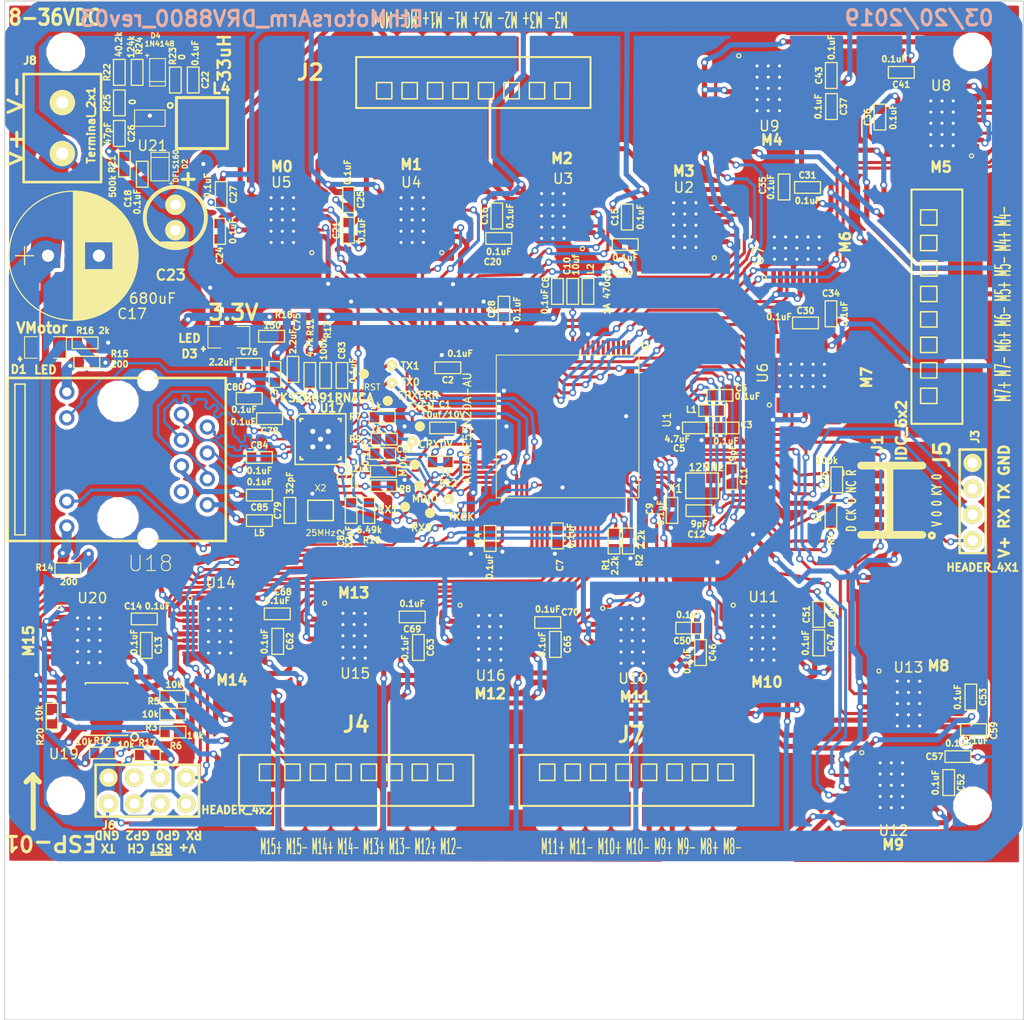
<source format=kicad_pcb>
(kicad_pcb (version 20171130) (host pcbnew 5.1.5-52549c5~84~ubuntu18.04.1)
  (layers (0 F.Cu signal) (31 B.Cu signal) (34 B.Paste user) (35 F.Paste user) (36 B.SilkS user) (37 F.SilkS user) (38 B.Mask user) (39 F.Mask user) (44 Edge.Cuts user))
  (net 0 "")
  (net 1 GND)
  (net 2 GreenLED)
  (net 3 M0+)
  (net 4 M0-)
  (net 5 M1+)
  (net 6 M1-)
  (net 7 M10+)
  (net 8 M10-)
  (net 9 M11+)
  (net 10 M11-)
  (net 11 M2+)
  (net 12 M2-)
  (net 13 M3+)
  (net 14 M3-)
  (net 15 M4+)
  (net 16 M4-)
  (net 17 M5+)
  (net 18 M5-)
  (net 19 M6+)
  (net 20 M6-)
  (net 21 M7+)
  (net 22 M7-)
  (net 23 M8+)
  (net 24 M8-)
  (net 25 M9+)
  (net 26 M9-)
  (net 27 RXP)
  (net 28 TXP)
  (net 29 VMotor)
  (net 30 YellowLED)
  (net 31 "Net-(C27-Pad2)")
  (net 32 "Net-(C30-Pad2)")
  (net 33 "Net-(C35-Pad2)")
  (net 34 "Net-(C36-Pad2)")
  (net 35 "Net-(C36-Pad1)")
  (net 36 "Net-(C41-Pad2)")
  (net 37 "Net-(C43-Pad2)")
  (net 38 "Net-(C46-Pad2)")
  (net 39 "Net-(C51-Pad2)")
  (net 40 "Net-(C52-Pad2)")
  (net 41 "Net-(C52-Pad1)")
  (net 42 "Net-(C59-Pad2)")
  (net 43 "Net-(C62-Pad2)")
  (net 44 "Net-(C69-Pad2)")
  (net 45 M12+)
  (net 46 M12-)
  (net 47 VDD_MCU_VDDCORE)
  (net 48 VDDANA)
  (net 49 XOUT)
  (net 50 XIN)
  (net 51 ~RESET~)
  (net 52 "Net-(C15-Pad2)")
  (net 53 "Net-(C15-Pad1)")
  (net 54 "Net-(C16-Pad2)")
  (net 55 "Net-(C16-Pad1)")
  (net 56 "Net-(C19-Pad2)")
  (net 57 "Net-(C20-Pad2)")
  (net 58 "Net-(C21-Pad2)")
  (net 59 "Net-(C21-Pad1)")
  (net 60 "Net-(C24-Pad2)")
  (net 61 "Net-(C24-Pad1)")
  (net 62 "Net-(C25-Pad2)")
  (net 63 "Net-(C30-Pad1)")
  (net 64 "Net-(C31-Pad2)")
  (net 65 "Net-(C31-Pad1)")
  (net 66 "Net-(C34-Pad2)")
  (net 67 "Net-(C37-Pad2)")
  (net 68 "Net-(C37-Pad1)")
  (net 69 "Net-(C46-Pad1)")
  (net 70 "Net-(C47-Pad2)")
  (net 71 "Net-(C47-Pad1)")
  (net 72 "Net-(C50-Pad2)")
  (net 73 "Net-(C53-Pad2)")
  (net 74 "Net-(C53-Pad1)")
  (net 75 "Net-(C57-Pad2)")
  (net 76 "Net-(C62-Pad1)")
  (net 77 "Net-(C63-Pad2)")
  (net 78 "Net-(C63-Pad1)")
  (net 79 "Net-(C65-Pad2)")
  (net 80 "Net-(C65-Pad1)")
  (net 81 "Net-(C68-Pad2)")
  (net 82 "Net-(C70-Pad2)")
  (net 83 "Net-(C75-Pad1)")
  (net 84 "Net-(C76-Pad1)")
  (net 85 "Net-(C79-Pad1)")
  (net 86 "Net-(C82-Pad1)")
  (net 87 ~RST#~)
  (net 88 "Net-(C84-Pad1)")
  (net 89 "Net-(C85-Pad2)")
  (net 90 "Net-(D1-Pad2)")
  (net 91 "Net-(D3-Pad2)")
  (net 92 SWO)
  (net 93 SWCLK)
  (net 94 SWDIO)
  (net 95 ESP_TX_SAM_RX)
  (net 96 ESP_RX_SAM_TX)
  (net 97 USART1RX)
  (net 98 USART1TX)
  (net 99 M13+)
  (net 100 M13-)
  (net 101 M14+)
  (net 102 M14-)
  (net 103 VDD_MCU_VSW)
  (net 104 RJ45_GND)
  (net 105 MDC)
  (net 106 MDIO)
  (net 107 RXER)
  (net 108 RX0)
  (net 109 RX1)
  (net 110 TXEN)
  (net 111 TX0)
  (net 112 TX1)
  (net 113 "Net-(R10-Pad1)")
  (net 114 "Net-(R14-Pad1)")
  (net 115 "Net-(R15-Pad1)")
  (net 116 M12_2_PA25)
  (net 117 M4_2_PA07)
  (net 118 M5_1_PA04)
  (net 119 M5_2_PA05)
  (net 120 M4_1_PA06)
  (net 121 M14_2_PA21)
  (net 122 M13_1_PA22)
  (net 123 M12_1_PA24)
  (net 124 M13_2_PA23)
  (net 125 M14_1_PA20)
  (net 126 M6_1_PB08)
  (net 127 M7_2_PB07)
  (net 128 M7_1_PB06)
  (net 129 M1_1_PB10)
  (net 130 M1_2_PB11)
  (net 131 M0_2_PB13)
  (net 132 M0_1_PB12)
  (net 133 M2_2_PA11)
  (net 134 M3_2_PA09)
  (net 135 M2_1_PA10)
  (net 136 M3_1_PA08)
  (net 137 M6_2_PB09)
  (net 138 RXM)
  (net 139 TXM)
  (net 140 VDDIO)
  (net 141 "Net-(C13-Pad2)")
  (net 142 "Net-(C13-Pad1)")
  (net 143 "Net-(C14-Pad2)")
  (net 144 "Net-(C22-Pad2)")
  (net 145 "Net-(C22-Pad1)")
  (net 146 "Net-(C26-Pad1)")
  (net 147 "Net-(D4-Pad2)")
  (net 148 "Net-(J6-Pad5)")
  (net 149 "Net-(J6-Pad6)")
  (net 150 M15-)
  (net 151 M15+)
  (net 152 SDA)
  (net 153 SCL)
  (net 154 "Net-(R3-Pad1)")
  (net 155 "Net-(R5-Pad1)")
  (net 156 "Net-(R6-Pad1)")
  (net 157 INT15)
  (net 158 "Net-(R20-Pad2)")
  (net 159 "Net-(R21-Pad2)")
  (net 160 "Net-(R22-Pad1)")
  (net 161 M8_1_PB02)
  (net 162 M8_2_PB03)
  (net 163 M9_2_PB01)
  (net 164 M9_1_PB00)
  (net 165 M15_2_PB21)
  (net 166 M15_1_PB20)
  (net 167 M10_2_PC25)
  (net 168 M10_1_PC24)
  (net 169 M11_1_PB24)
  (net 170 M11_2_PB25)
  (net 171 TXCK)
  (net 172 CRXDV)
  (module ted_ICs:TSSOP_16+1H (layer F.Cu) (at 152.75 75 180)
    (fp_text reference U2 (at 0.1 3.7 180) (layer F.SilkS))
    (fp_text value DRV8800_PWP hide)
    (pad 17 thru_hole circle (at -1.1 0 180) (size 0.3 0.3) (drill 0.3) (layers *.Cu *.Mask) (net 1 GND))
    (pad 17 thru_hole circle (at 1.1 0 180) (size 0.3 0.3) (drill 0.3) (layers *.Cu *.Mask) (net 1 GND))
    (pad 17 thru_hole circle (at 0 0 180) (size 0.3 0.3) (drill 0.3) (layers *.Cu *.Mask) (net 1 GND))
    (pad 2 smd rect (at -2.9 -1.625 180) (size 1.5 0.45) (layers F.Cu F.Paste F.Mask) (net 140 VDDIO))
    (pad 1 smd rect (at -2.9 -2.275 180) (size 1.5 0.45) (layers F.Cu F.Paste F.Mask))
    (pad 17 smd rect (at 0 0 180) (size 3.4 5) (layers B.Cu B.Paste B.Mask) (net 1 GND))
    (pad 3 smd rect (at -2.9 -0.975 180) (size 1.5 0.45) (layers F.Cu F.Paste F.Mask) (net 134 M3_2_PA09))
    (pad 4 smd rect (at -2.9 -0.325 180) (size 1.5 0.45) (layers F.Cu F.Paste F.Mask) (net 1 GND))
    (pad 8 smd rect (at -2.9 2.275 180) (size 1.5 0.45) (layers F.Cu F.Paste F.Mask) (net 1 GND))
    (pad 7 smd rect (at -2.9 1.625 180) (size 1.5 0.45) (layers F.Cu F.Paste F.Mask) (net 13 M3+))
    (pad 5 smd rect (at -2.9 0.325 180) (size 1.5 0.45) (layers F.Cu F.Paste F.Mask) (net 140 VDDIO))
    (pad 6 smd rect (at -2.9 0.975 180) (size 1.5 0.45) (layers F.Cu F.Paste F.Mask) (net 136 M3_1_PA08))
    (pad 11 smd rect (at 2.9 0.975 180) (size 1.5 0.45) (layers F.Cu F.Paste F.Mask) (net 52 "Net-(C15-Pad2)"))
    (pad 12 smd rect (at 2.9 0.325 180) (size 1.5 0.45) (layers F.Cu F.Paste F.Mask) (net 53 "Net-(C15-Pad1)"))
    (pad 10 smd rect (at 2.9 1.625 180) (size 1.5 0.45) (layers F.Cu F.Paste F.Mask) (net 14 M3-))
    (pad 9 smd rect (at 2.9 2.275 180) (size 1.5 0.45) (layers F.Cu F.Paste F.Mask) (net 29 VMotor))
    (pad 13 smd rect (at 2.9 -0.325 180) (size 1.5 0.45) (layers F.Cu F.Paste F.Mask) (net 1 GND))
    (pad 14 smd rect (at 2.9 -0.975 180) (size 1.5 0.45) (layers F.Cu F.Paste F.Mask) (net 56 "Net-(C19-Pad2)"))
    (pad 16 smd rect (at 2.9 -2.275 180) (size 1.5 0.45) (layers F.Cu F.Paste F.Mask))
    (pad 15 smd rect (at 2.9 -1.625 180) (size 1.5 0.45) (layers F.Cu F.Paste F.Mask))
    (pad 17 smd rect (at 0 0 180) (size 3.4 5) (layers F.Cu) (net 1 GND))
    (pad 17 thru_hole circle (at 0 -1.1 180) (size 0.3 0.3) (drill 0.3) (layers *.Cu *.Mask) (net 1 GND))
    (pad 17 thru_hole circle (at 1.1 -1.1 180) (size 0.3 0.3) (drill 0.3) (layers *.Cu *.Mask) (net 1 GND))
    (pad 17 thru_hole circle (at -1.1 -1.1 180) (size 0.3 0.3) (drill 0.3) (layers *.Cu *.Mask) (net 1 GND))
    (pad 17 thru_hole circle (at -1.1 1.1 180) (size 0.3 0.3) (drill 0.3) (layers *.Cu *.Mask) (net 1 GND))
    (pad 17 thru_hole circle (at 1.1 1.1 180) (size 0.3 0.3) (drill 0.3) (layers *.Cu *.Mask) (net 1 GND))
    (pad 17 thru_hole circle (at 0 1.1 180) (size 0.3 0.3) (drill 0.3) (layers *.Cu *.Mask) (net 1 GND))
    (pad 17 thru_hole circle (at 0 2.2 180) (size 0.3 0.3) (drill 0.3) (layers *.Cu *.Mask) (net 1 GND))
    (pad 17 thru_hole circle (at 1.1 2.2 180) (size 0.3 0.3) (drill 0.3) (layers *.Cu *.Mask) (net 1 GND))
    (pad 17 thru_hole circle (at -1.1 2.2 180) (size 0.3 0.3) (drill 0.3) (layers *.Cu *.Mask) (net 1 GND))
    (pad 17 thru_hole circle (at -1.1 -2.2 180) (size 0.3 0.3) (drill 0.3) (layers *.Cu *.Mask) (net 1 GND))
    (pad 17 thru_hole circle (at 1.1 -2.2 180) (size 0.3 0.3) (drill 0.3) (layers *.Cu *.Mask) (net 1 GND))
    (pad 17 thru_hole circle (at 0 -2.2 180) (size 0.3 0.3) (drill 0.3) (layers *.Cu *.Mask) (net 1 GND))
    (pad 17 smd rect (at 0 0 180) (size 3 3) (layers F.Cu F.Paste F.Mask) (net 1 GND))
    (pad 17 smd rect (at 0 0 180) (size 3 3) (layers B.Cu B.Paste B.Mask) (net 1 GND))
  )
  (module ted_ICs:TSSOP_16+1H (layer F.Cu) (at 113.25 74.5 180)
    (fp_text reference U5 (at 0.1 3.7 180) (layer F.SilkS))
    (fp_text value DRV8800_PWP hide)
    (pad 17 thru_hole circle (at -1.1 0 180) (size 0.3 0.3) (drill 0.3) (layers *.Cu *.Mask) (net 1 GND))
    (pad 17 thru_hole circle (at 1.1 0 180) (size 0.3 0.3) (drill 0.3) (layers *.Cu *.Mask) (net 1 GND))
    (pad 17 thru_hole circle (at 0 0 180) (size 0.3 0.3) (drill 0.3) (layers *.Cu *.Mask) (net 1 GND))
    (pad 2 smd rect (at -2.9 -1.625 180) (size 1.5 0.45) (layers F.Cu F.Paste F.Mask) (net 140 VDDIO))
    (pad 1 smd rect (at -2.9 -2.275 180) (size 1.5 0.45) (layers F.Cu F.Paste F.Mask))
    (pad 17 smd rect (at 0 0 180) (size 3.4 5) (layers B.Cu B.Paste B.Mask) (net 1 GND))
    (pad 3 smd rect (at -2.9 -0.975 180) (size 1.5 0.45) (layers F.Cu F.Paste F.Mask) (net 131 M0_2_PB13))
    (pad 4 smd rect (at -2.9 -0.325 180) (size 1.5 0.45) (layers F.Cu F.Paste F.Mask) (net 1 GND))
    (pad 8 smd rect (at -2.9 2.275 180) (size 1.5 0.45) (layers F.Cu F.Paste F.Mask) (net 1 GND))
    (pad 7 smd rect (at -2.9 1.625 180) (size 1.5 0.45) (layers F.Cu F.Paste F.Mask) (net 3 M0+))
    (pad 5 smd rect (at -2.9 0.325 180) (size 1.5 0.45) (layers F.Cu F.Paste F.Mask) (net 140 VDDIO))
    (pad 6 smd rect (at -2.9 0.975 180) (size 1.5 0.45) (layers F.Cu F.Paste F.Mask) (net 132 M0_1_PB12))
    (pad 11 smd rect (at 2.9 0.975 180) (size 1.5 0.45) (layers F.Cu F.Paste F.Mask) (net 60 "Net-(C24-Pad2)"))
    (pad 12 smd rect (at 2.9 0.325 180) (size 1.5 0.45) (layers F.Cu F.Paste F.Mask) (net 61 "Net-(C24-Pad1)"))
    (pad 10 smd rect (at 2.9 1.625 180) (size 1.5 0.45) (layers F.Cu F.Paste F.Mask) (net 4 M0-))
    (pad 9 smd rect (at 2.9 2.275 180) (size 1.5 0.45) (layers F.Cu F.Paste F.Mask) (net 29 VMotor))
    (pad 13 smd rect (at 2.9 -0.325 180) (size 1.5 0.45) (layers F.Cu F.Paste F.Mask) (net 1 GND))
    (pad 14 smd rect (at 2.9 -0.975 180) (size 1.5 0.45) (layers F.Cu F.Paste F.Mask) (net 31 "Net-(C27-Pad2)"))
    (pad 16 smd rect (at 2.9 -2.275 180) (size 1.5 0.45) (layers F.Cu F.Paste F.Mask))
    (pad 15 smd rect (at 2.9 -1.625 180) (size 1.5 0.45) (layers F.Cu F.Paste F.Mask))
    (pad 17 smd rect (at 0 0 180) (size 3.4 5) (layers F.Cu) (net 1 GND))
    (pad 17 thru_hole circle (at 0 -1.1 180) (size 0.3 0.3) (drill 0.3) (layers *.Cu *.Mask) (net 1 GND))
    (pad 17 thru_hole circle (at 1.1 -1.1 180) (size 0.3 0.3) (drill 0.3) (layers *.Cu *.Mask) (net 1 GND))
    (pad 17 thru_hole circle (at -1.1 -1.1 180) (size 0.3 0.3) (drill 0.3) (layers *.Cu *.Mask) (net 1 GND))
    (pad 17 thru_hole circle (at -1.1 1.1 180) (size 0.3 0.3) (drill 0.3) (layers *.Cu *.Mask) (net 1 GND))
    (pad 17 thru_hole circle (at 1.1 1.1 180) (size 0.3 0.3) (drill 0.3) (layers *.Cu *.Mask) (net 1 GND))
    (pad 17 thru_hole circle (at 0 1.1 180) (size 0.3 0.3) (drill 0.3) (layers *.Cu *.Mask) (net 1 GND))
    (pad 17 thru_hole circle (at 0 2.2 180) (size 0.3 0.3) (drill 0.3) (layers *.Cu *.Mask) (net 1 GND))
    (pad 17 thru_hole circle (at 1.1 2.2 180) (size 0.3 0.3) (drill 0.3) (layers *.Cu *.Mask) (net 1 GND))
    (pad 17 thru_hole circle (at -1.1 2.2 180) (size 0.3 0.3) (drill 0.3) (layers *.Cu *.Mask) (net 1 GND))
    (pad 17 thru_hole circle (at -1.1 -2.2 180) (size 0.3 0.3) (drill 0.3) (layers *.Cu *.Mask) (net 1 GND))
    (pad 17 thru_hole circle (at 1.1 -2.2 180) (size 0.3 0.3) (drill 0.3) (layers *.Cu *.Mask) (net 1 GND))
    (pad 17 thru_hole circle (at 0 -2.2 180) (size 0.3 0.3) (drill 0.3) (layers *.Cu *.Mask) (net 1 GND))
    (pad 17 smd rect (at 0 0 180) (size 3 3) (layers F.Cu F.Paste F.Mask) (net 1 GND))
    (pad 17 smd rect (at 0 0 180) (size 3 3) (layers B.Cu B.Paste B.Mask) (net 1 GND))
  )
  (module ted_ICs:TSSOP_16+1H (layer F.Cu) (at 139.8 74.1 180)
    (fp_text reference U3 (at -1.01 3.662 180) (layer F.SilkS))
    (fp_text value DRV8800_PWP hide)
    (pad 17 thru_hole circle (at -1.1 0 180) (size 0.3 0.3) (drill 0.3) (layers *.Cu *.Mask) (net 1 GND))
    (pad 17 thru_hole circle (at 1.1 0 180) (size 0.3 0.3) (drill 0.3) (layers *.Cu *.Mask) (net 1 GND))
    (pad 17 thru_hole circle (at 0 0 180) (size 0.3 0.3) (drill 0.3) (layers *.Cu *.Mask) (net 1 GND))
    (pad 2 smd rect (at -2.9 -1.625 180) (size 1.5 0.45) (layers F.Cu F.Paste F.Mask) (net 140 VDDIO))
    (pad 1 smd rect (at -2.9 -2.275 180) (size 1.5 0.45) (layers F.Cu F.Paste F.Mask))
    (pad 17 smd rect (at 0 0 180) (size 3.4 5) (layers B.Cu B.Paste B.Mask) (net 1 GND))
    (pad 3 smd rect (at -2.9 -0.975 180) (size 1.5 0.45) (layers F.Cu F.Paste F.Mask) (net 133 M2_2_PA11))
    (pad 4 smd rect (at -2.9 -0.325 180) (size 1.5 0.45) (layers F.Cu F.Paste F.Mask) (net 1 GND))
    (pad 8 smd rect (at -2.9 2.275 180) (size 1.5 0.45) (layers F.Cu F.Paste F.Mask) (net 1 GND))
    (pad 7 smd rect (at -2.9 1.625 180) (size 1.5 0.45) (layers F.Cu F.Paste F.Mask) (net 11 M2+))
    (pad 5 smd rect (at -2.9 0.325 180) (size 1.5 0.45) (layers F.Cu F.Paste F.Mask) (net 140 VDDIO))
    (pad 6 smd rect (at -2.9 0.975 180) (size 1.5 0.45) (layers F.Cu F.Paste F.Mask) (net 135 M2_1_PA10))
    (pad 11 smd rect (at 2.9 0.975 180) (size 1.5 0.45) (layers F.Cu F.Paste F.Mask) (net 54 "Net-(C16-Pad2)"))
    (pad 12 smd rect (at 2.9 0.325 180) (size 1.5 0.45) (layers F.Cu F.Paste F.Mask) (net 55 "Net-(C16-Pad1)"))
    (pad 10 smd rect (at 2.9 1.625 180) (size 1.5 0.45) (layers F.Cu F.Paste F.Mask) (net 12 M2-))
    (pad 9 smd rect (at 2.9 2.275 180) (size 1.5 0.45) (layers F.Cu F.Paste F.Mask) (net 29 VMotor))
    (pad 13 smd rect (at 2.9 -0.325 180) (size 1.5 0.45) (layers F.Cu F.Paste F.Mask) (net 1 GND))
    (pad 14 smd rect (at 2.9 -0.975 180) (size 1.5 0.45) (layers F.Cu F.Paste F.Mask) (net 57 "Net-(C20-Pad2)"))
    (pad 16 smd rect (at 2.9 -2.275 180) (size 1.5 0.45) (layers F.Cu F.Paste F.Mask))
    (pad 15 smd rect (at 2.9 -1.625 180) (size 1.5 0.45) (layers F.Cu F.Paste F.Mask))
    (pad 17 smd rect (at 0 0 180) (size 3.4 5) (layers F.Cu) (net 1 GND))
    (pad 17 thru_hole circle (at 0 -1.1 180) (size 0.3 0.3) (drill 0.3) (layers *.Cu *.Mask) (net 1 GND))
    (pad 17 thru_hole circle (at 1.1 -1.1 180) (size 0.3 0.3) (drill 0.3) (layers *.Cu *.Mask) (net 1 GND))
    (pad 17 thru_hole circle (at -1.1 -1.1 180) (size 0.3 0.3) (drill 0.3) (layers *.Cu *.Mask) (net 1 GND))
    (pad 17 thru_hole circle (at -1.1 1.1 180) (size 0.3 0.3) (drill 0.3) (layers *.Cu *.Mask) (net 1 GND))
    (pad 17 thru_hole circle (at 1.1 1.1 180) (size 0.3 0.3) (drill 0.3) (layers *.Cu *.Mask) (net 1 GND))
    (pad 17 thru_hole circle (at 0 1.1 180) (size 0.3 0.3) (drill 0.3) (layers *.Cu *.Mask) (net 1 GND))
    (pad 17 thru_hole circle (at 0 2.2 180) (size 0.3 0.3) (drill 0.3) (layers *.Cu *.Mask) (net 1 GND))
    (pad 17 thru_hole circle (at 1.1 2.2 180) (size 0.3 0.3) (drill 0.3) (layers *.Cu *.Mask) (net 1 GND))
    (pad 17 thru_hole circle (at -1.1 2.2 180) (size 0.3 0.3) (drill 0.3) (layers *.Cu *.Mask) (net 1 GND))
    (pad 17 thru_hole circle (at -1.1 -2.2 180) (size 0.3 0.3) (drill 0.3) (layers *.Cu *.Mask) (net 1 GND))
    (pad 17 thru_hole circle (at 1.1 -2.2 180) (size 0.3 0.3) (drill 0.3) (layers *.Cu *.Mask) (net 1 GND))
    (pad 17 thru_hole circle (at 0 -2.2 180) (size 0.3 0.3) (drill 0.3) (layers *.Cu *.Mask) (net 1 GND))
    (pad 17 smd rect (at 0 0 180) (size 3 3) (layers F.Cu F.Paste F.Mask) (net 1 GND))
    (pad 17 smd rect (at 0 0 180) (size 3 3) (layers B.Cu B.Paste B.Mask) (net 1 GND))
  )
  (module ted_ICs:TSSOP_16+1H (layer F.Cu) (at 126 74.5 180)
    (fp_text reference U4 (at 0.1 3.7 180) (layer F.SilkS))
    (fp_text value DRV8800_PWP hide)
    (pad 17 thru_hole circle (at -1.1 0 180) (size 0.3 0.3) (drill 0.3) (layers *.Cu *.Mask) (net 1 GND))
    (pad 17 thru_hole circle (at 1.1 0 180) (size 0.3 0.3) (drill 0.3) (layers *.Cu *.Mask) (net 1 GND))
    (pad 17 thru_hole circle (at 0 0 180) (size 0.3 0.3) (drill 0.3) (layers *.Cu *.Mask) (net 1 GND))
    (pad 2 smd rect (at -2.9 -1.625 180) (size 1.5 0.45) (layers F.Cu F.Paste F.Mask) (net 140 VDDIO))
    (pad 1 smd rect (at -2.9 -2.275 180) (size 1.5 0.45) (layers F.Cu F.Paste F.Mask))
    (pad 17 smd rect (at 0 0 180) (size 3.4 5) (layers B.Cu B.Paste B.Mask) (net 1 GND))
    (pad 3 smd rect (at -2.9 -0.975 180) (size 1.5 0.45) (layers F.Cu F.Paste F.Mask) (net 130 M1_2_PB11))
    (pad 4 smd rect (at -2.9 -0.325 180) (size 1.5 0.45) (layers F.Cu F.Paste F.Mask) (net 1 GND))
    (pad 8 smd rect (at -2.9 2.275 180) (size 1.5 0.45) (layers F.Cu F.Paste F.Mask) (net 1 GND))
    (pad 7 smd rect (at -2.9 1.625 180) (size 1.5 0.45) (layers F.Cu F.Paste F.Mask) (net 5 M1+))
    (pad 5 smd rect (at -2.9 0.325 180) (size 1.5 0.45) (layers F.Cu F.Paste F.Mask) (net 140 VDDIO))
    (pad 6 smd rect (at -2.9 0.975 180) (size 1.5 0.45) (layers F.Cu F.Paste F.Mask) (net 129 M1_1_PB10))
    (pad 11 smd rect (at 2.9 0.975 180) (size 1.5 0.45) (layers F.Cu F.Paste F.Mask) (net 58 "Net-(C21-Pad2)"))
    (pad 12 smd rect (at 2.9 0.325 180) (size 1.5 0.45) (layers F.Cu F.Paste F.Mask) (net 59 "Net-(C21-Pad1)"))
    (pad 10 smd rect (at 2.9 1.625 180) (size 1.5 0.45) (layers F.Cu F.Paste F.Mask) (net 6 M1-))
    (pad 9 smd rect (at 2.9 2.275 180) (size 1.5 0.45) (layers F.Cu F.Paste F.Mask) (net 29 VMotor))
    (pad 13 smd rect (at 2.9 -0.325 180) (size 1.5 0.45) (layers F.Cu F.Paste F.Mask) (net 1 GND))
    (pad 14 smd rect (at 2.9 -0.975 180) (size 1.5 0.45) (layers F.Cu F.Paste F.Mask) (net 62 "Net-(C25-Pad2)"))
    (pad 16 smd rect (at 2.9 -2.275 180) (size 1.5 0.45) (layers F.Cu F.Paste F.Mask))
    (pad 15 smd rect (at 2.9 -1.625 180) (size 1.5 0.45) (layers F.Cu F.Paste F.Mask))
    (pad 17 smd rect (at 0 0 180) (size 3.4 5) (layers F.Cu) (net 1 GND))
    (pad 17 thru_hole circle (at 0 -1.1 180) (size 0.3 0.3) (drill 0.3) (layers *.Cu *.Mask) (net 1 GND))
    (pad 17 thru_hole circle (at 1.1 -1.1 180) (size 0.3 0.3) (drill 0.3) (layers *.Cu *.Mask) (net 1 GND))
    (pad 17 thru_hole circle (at -1.1 -1.1 180) (size 0.3 0.3) (drill 0.3) (layers *.Cu *.Mask) (net 1 GND))
    (pad 17 thru_hole circle (at -1.1 1.1 180) (size 0.3 0.3) (drill 0.3) (layers *.Cu *.Mask) (net 1 GND))
    (pad 17 thru_hole circle (at 1.1 1.1 180) (size 0.3 0.3) (drill 0.3) (layers *.Cu *.Mask) (net 1 GND))
    (pad 17 thru_hole circle (at 0 1.1 180) (size 0.3 0.3) (drill 0.3) (layers *.Cu *.Mask) (net 1 GND))
    (pad 17 thru_hole circle (at 0 2.2 180) (size 0.3 0.3) (drill 0.3) (layers *.Cu *.Mask) (net 1 GND))
    (pad 17 thru_hole circle (at 1.1 2.2 180) (size 0.3 0.3) (drill 0.3) (layers *.Cu *.Mask) (net 1 GND))
    (pad 17 thru_hole circle (at -1.1 2.2 180) (size 0.3 0.3) (drill 0.3) (layers *.Cu *.Mask) (net 1 GND))
    (pad 17 thru_hole circle (at -1.1 -2.2 180) (size 0.3 0.3) (drill 0.3) (layers *.Cu *.Mask) (net 1 GND))
    (pad 17 thru_hole circle (at 1.1 -2.2 180) (size 0.3 0.3) (drill 0.3) (layers *.Cu *.Mask) (net 1 GND))
    (pad 17 thru_hole circle (at 0 -2.2 180) (size 0.3 0.3) (drill 0.3) (layers *.Cu *.Mask) (net 1 GND))
    (pad 17 smd rect (at 0 0 180) (size 3 3) (layers F.Cu F.Paste F.Mask) (net 1 GND))
    (pad 17 smd rect (at 0 0 180) (size 3 3) (layers B.Cu B.Paste B.Mask) (net 1 GND))
  )
  (module ted_ICs:TSSOP_16+1H (layer F.Cu) (at 164.25 89.75 90)
    (fp_text reference U6 (at 0.25 -3.85 90) (layer F.SilkS))
    (fp_text value DRV8800_PWP hide)
    (pad 17 thru_hole circle (at -1.1 0 90) (size 0.3 0.3) (drill 0.3) (layers *.Cu *.Mask) (net 1 GND))
    (pad 17 thru_hole circle (at 1.1 0 90) (size 0.3 0.3) (drill 0.3) (layers *.Cu *.Mask) (net 1 GND))
    (pad 17 thru_hole circle (at 0 0 90) (size 0.3 0.3) (drill 0.3) (layers *.Cu *.Mask) (net 1 GND))
    (pad 2 smd rect (at -2.9 -1.625 90) (size 1.5 0.45) (layers F.Cu F.Paste F.Mask) (net 140 VDDIO))
    (pad 1 smd rect (at -2.9 -2.275 90) (size 1.5 0.45) (layers F.Cu F.Paste F.Mask))
    (pad 17 smd rect (at 0 0 90) (size 3.4 5) (layers B.Cu B.Paste B.Mask) (net 1 GND))
    (pad 3 smd rect (at -2.9 -0.975 90) (size 1.5 0.45) (layers F.Cu F.Paste F.Mask) (net 127 M7_2_PB07))
    (pad 4 smd rect (at -2.9 -0.325 90) (size 1.5 0.45) (layers F.Cu F.Paste F.Mask) (net 1 GND))
    (pad 8 smd rect (at -2.9 2.275 90) (size 1.5 0.45) (layers F.Cu F.Paste F.Mask) (net 1 GND))
    (pad 7 smd rect (at -2.9 1.625 90) (size 1.5 0.45) (layers F.Cu F.Paste F.Mask) (net 21 M7+))
    (pad 5 smd rect (at -2.9 0.325 90) (size 1.5 0.45) (layers F.Cu F.Paste F.Mask) (net 140 VDDIO))
    (pad 6 smd rect (at -2.9 0.975 90) (size 1.5 0.45) (layers F.Cu F.Paste F.Mask) (net 128 M7_1_PB06))
    (pad 11 smd rect (at 2.9 0.975 90) (size 1.5 0.45) (layers F.Cu F.Paste F.Mask) (net 32 "Net-(C30-Pad2)"))
    (pad 12 smd rect (at 2.9 0.325 90) (size 1.5 0.45) (layers F.Cu F.Paste F.Mask) (net 63 "Net-(C30-Pad1)"))
    (pad 10 smd rect (at 2.9 1.625 90) (size 1.5 0.45) (layers F.Cu F.Paste F.Mask) (net 22 M7-))
    (pad 9 smd rect (at 2.9 2.275 90) (size 1.5 0.45) (layers F.Cu F.Paste F.Mask) (net 29 VMotor))
    (pad 13 smd rect (at 2.9 -0.325 90) (size 1.5 0.45) (layers F.Cu F.Paste F.Mask) (net 1 GND))
    (pad 14 smd rect (at 2.9 -0.975 90) (size 1.5 0.45) (layers F.Cu F.Paste F.Mask) (net 66 "Net-(C34-Pad2)"))
    (pad 16 smd rect (at 2.9 -2.275 90) (size 1.5 0.45) (layers F.Cu F.Paste F.Mask))
    (pad 15 smd rect (at 2.9 -1.625 90) (size 1.5 0.45) (layers F.Cu F.Paste F.Mask))
    (pad 17 smd rect (at 0 0 90) (size 3.4 5) (layers F.Cu) (net 1 GND))
    (pad 17 thru_hole circle (at 0 -1.1 90) (size 0.3 0.3) (drill 0.3) (layers *.Cu *.Mask) (net 1 GND))
    (pad 17 thru_hole circle (at 1.1 -1.1 90) (size 0.3 0.3) (drill 0.3) (layers *.Cu *.Mask) (net 1 GND))
    (pad 17 thru_hole circle (at -1.1 -1.1 90) (size 0.3 0.3) (drill 0.3) (layers *.Cu *.Mask) (net 1 GND))
    (pad 17 thru_hole circle (at -1.1 1.1 90) (size 0.3 0.3) (drill 0.3) (layers *.Cu *.Mask) (net 1 GND))
    (pad 17 thru_hole circle (at 1.1 1.1 90) (size 0.3 0.3) (drill 0.3) (layers *.Cu *.Mask) (net 1 GND))
    (pad 17 thru_hole circle (at 0 1.1 90) (size 0.3 0.3) (drill 0.3) (layers *.Cu *.Mask) (net 1 GND))
    (pad 17 thru_hole circle (at 0 2.2 90) (size 0.3 0.3) (drill 0.3) (layers *.Cu *.Mask) (net 1 GND))
    (pad 17 thru_hole circle (at 1.1 2.2 90) (size 0.3 0.3) (drill 0.3) (layers *.Cu *.Mask) (net 1 GND))
    (pad 17 thru_hole circle (at -1.1 2.2 90) (size 0.3 0.3) (drill 0.3) (layers *.Cu *.Mask) (net 1 GND))
    (pad 17 thru_hole circle (at -1.1 -2.2 90) (size 0.3 0.3) (drill 0.3) (layers *.Cu *.Mask) (net 1 GND))
    (pad 17 thru_hole circle (at 1.1 -2.2 90) (size 0.3 0.3) (drill 0.3) (layers *.Cu *.Mask) (net 1 GND))
    (pad 17 thru_hole circle (at 0 -2.2 90) (size 0.3 0.3) (drill 0.3) (layers *.Cu *.Mask) (net 1 GND))
    (pad 17 smd rect (at 0 0 90) (size 3 3) (layers F.Cu F.Paste F.Mask) (net 1 GND))
    (pad 17 smd rect (at 0 0 90) (size 3 3) (layers B.Cu B.Paste B.Mask) (net 1 GND))
  )
  (module ted_ICs:TSSOP_16+1H (layer F.Cu) (at 163.75 77.25 90)
    (fp_text reference U7 (at -0.739 -3.773 90) (layer F.SilkS))
    (fp_text value DRV8800_PWP hide)
    (pad 17 thru_hole circle (at -1.1 0 90) (size 0.3 0.3) (drill 0.3) (layers *.Cu *.Mask) (net 1 GND))
    (pad 17 thru_hole circle (at 1.1 0 90) (size 0.3 0.3) (drill 0.3) (layers *.Cu *.Mask) (net 1 GND))
    (pad 17 thru_hole circle (at 0 0 90) (size 0.3 0.3) (drill 0.3) (layers *.Cu *.Mask) (net 1 GND))
    (pad 2 smd rect (at -2.9 -1.625 90) (size 1.5 0.45) (layers F.Cu F.Paste F.Mask) (net 140 VDDIO))
    (pad 1 smd rect (at -2.9 -2.275 90) (size 1.5 0.45) (layers F.Cu F.Paste F.Mask))
    (pad 17 smd rect (at 0 0 90) (size 3.4 5) (layers B.Cu B.Paste B.Mask) (net 1 GND))
    (pad 3 smd rect (at -2.9 -0.975 90) (size 1.5 0.45) (layers F.Cu F.Paste F.Mask) (net 137 M6_2_PB09))
    (pad 4 smd rect (at -2.9 -0.325 90) (size 1.5 0.45) (layers F.Cu F.Paste F.Mask) (net 1 GND))
    (pad 8 smd rect (at -2.9 2.275 90) (size 1.5 0.45) (layers F.Cu F.Paste F.Mask) (net 1 GND))
    (pad 7 smd rect (at -2.9 1.625 90) (size 1.5 0.45) (layers F.Cu F.Paste F.Mask) (net 19 M6+))
    (pad 5 smd rect (at -2.9 0.325 90) (size 1.5 0.45) (layers F.Cu F.Paste F.Mask) (net 140 VDDIO))
    (pad 6 smd rect (at -2.9 0.975 90) (size 1.5 0.45) (layers F.Cu F.Paste F.Mask) (net 126 M6_1_PB08))
    (pad 11 smd rect (at 2.9 0.975 90) (size 1.5 0.45) (layers F.Cu F.Paste F.Mask) (net 64 "Net-(C31-Pad2)"))
    (pad 12 smd rect (at 2.9 0.325 90) (size 1.5 0.45) (layers F.Cu F.Paste F.Mask) (net 65 "Net-(C31-Pad1)"))
    (pad 10 smd rect (at 2.9 1.625 90) (size 1.5 0.45) (layers F.Cu F.Paste F.Mask) (net 20 M6-))
    (pad 9 smd rect (at 2.9 2.275 90) (size 1.5 0.45) (layers F.Cu F.Paste F.Mask) (net 29 VMotor))
    (pad 13 smd rect (at 2.9 -0.325 90) (size 1.5 0.45) (layers F.Cu F.Paste F.Mask) (net 1 GND))
    (pad 14 smd rect (at 2.9 -0.975 90) (size 1.5 0.45) (layers F.Cu F.Paste F.Mask) (net 33 "Net-(C35-Pad2)"))
    (pad 16 smd rect (at 2.9 -2.275 90) (size 1.5 0.45) (layers F.Cu F.Paste F.Mask))
    (pad 15 smd rect (at 2.9 -1.625 90) (size 1.5 0.45) (layers F.Cu F.Paste F.Mask))
    (pad 17 smd rect (at 0 0 90) (size 3.4 5) (layers F.Cu) (net 1 GND))
    (pad 17 thru_hole circle (at 0 -1.1 90) (size 0.3 0.3) (drill 0.3) (layers *.Cu *.Mask) (net 1 GND))
    (pad 17 thru_hole circle (at 1.1 -1.1 90) (size 0.3 0.3) (drill 0.3) (layers *.Cu *.Mask) (net 1 GND))
    (pad 17 thru_hole circle (at -1.1 -1.1 90) (size 0.3 0.3) (drill 0.3) (layers *.Cu *.Mask) (net 1 GND))
    (pad 17 thru_hole circle (at -1.1 1.1 90) (size 0.3 0.3) (drill 0.3) (layers *.Cu *.Mask) (net 1 GND))
    (pad 17 thru_hole circle (at 1.1 1.1 90) (size 0.3 0.3) (drill 0.3) (layers *.Cu *.Mask) (net 1 GND))
    (pad 17 thru_hole circle (at 0 1.1 90) (size 0.3 0.3) (drill 0.3) (layers *.Cu *.Mask) (net 1 GND))
    (pad 17 thru_hole circle (at 0 2.2 90) (size 0.3 0.3) (drill 0.3) (layers *.Cu *.Mask) (net 1 GND))
    (pad 17 thru_hole circle (at 1.1 2.2 90) (size 0.3 0.3) (drill 0.3) (layers *.Cu *.Mask) (net 1 GND))
    (pad 17 thru_hole circle (at -1.1 2.2 90) (size 0.3 0.3) (drill 0.3) (layers *.Cu *.Mask) (net 1 GND))
    (pad 17 thru_hole circle (at -1.1 -2.2 90) (size 0.3 0.3) (drill 0.3) (layers *.Cu *.Mask) (net 1 GND))
    (pad 17 thru_hole circle (at 1.1 -2.2 90) (size 0.3 0.3) (drill 0.3) (layers *.Cu *.Mask) (net 1 GND))
    (pad 17 thru_hole circle (at 0 -2.2 90) (size 0.3 0.3) (drill 0.3) (layers *.Cu *.Mask) (net 1 GND))
    (pad 17 smd rect (at 0 0 90) (size 3 3) (layers F.Cu F.Paste F.Mask) (net 1 GND))
    (pad 17 smd rect (at 0 0 90) (size 3 3) (layers B.Cu B.Paste B.Mask) (net 1 GND))
  )
  (module ted_ICs:TSSOP_16+1H (layer F.Cu) (at 178 65 180)
    (fp_text reference U8 (at 0.1 3.7 180) (layer F.SilkS))
    (fp_text value DRV8800_PWP hide)
    (pad 17 thru_hole circle (at -1.1 0 180) (size 0.3 0.3) (drill 0.3) (layers *.Cu *.Mask) (net 1 GND))
    (pad 17 thru_hole circle (at 1.1 0 180) (size 0.3 0.3) (drill 0.3) (layers *.Cu *.Mask) (net 1 GND))
    (pad 17 thru_hole circle (at 0 0 180) (size 0.3 0.3) (drill 0.3) (layers *.Cu *.Mask) (net 1 GND))
    (pad 2 smd rect (at -2.9 -1.625 180) (size 1.5 0.45) (layers F.Cu F.Paste F.Mask) (net 140 VDDIO))
    (pad 1 smd rect (at -2.9 -2.275 180) (size 1.5 0.45) (layers F.Cu F.Paste F.Mask))
    (pad 17 smd rect (at 0 0 180) (size 3.4 5) (layers B.Cu B.Paste B.Mask) (net 1 GND))
    (pad 3 smd rect (at -2.9 -0.975 180) (size 1.5 0.45) (layers F.Cu F.Paste F.Mask) (net 119 M5_2_PA05))
    (pad 4 smd rect (at -2.9 -0.325 180) (size 1.5 0.45) (layers F.Cu F.Paste F.Mask) (net 1 GND))
    (pad 8 smd rect (at -2.9 2.275 180) (size 1.5 0.45) (layers F.Cu F.Paste F.Mask) (net 1 GND))
    (pad 7 smd rect (at -2.9 1.625 180) (size 1.5 0.45) (layers F.Cu F.Paste F.Mask) (net 17 M5+))
    (pad 5 smd rect (at -2.9 0.325 180) (size 1.5 0.45) (layers F.Cu F.Paste F.Mask) (net 140 VDDIO))
    (pad 6 smd rect (at -2.9 0.975 180) (size 1.5 0.45) (layers F.Cu F.Paste F.Mask) (net 118 M5_1_PA04))
    (pad 11 smd rect (at 2.9 0.975 180) (size 1.5 0.45) (layers F.Cu F.Paste F.Mask) (net 34 "Net-(C36-Pad2)"))
    (pad 12 smd rect (at 2.9 0.325 180) (size 1.5 0.45) (layers F.Cu F.Paste F.Mask) (net 35 "Net-(C36-Pad1)"))
    (pad 10 smd rect (at 2.9 1.625 180) (size 1.5 0.45) (layers F.Cu F.Paste F.Mask) (net 18 M5-))
    (pad 9 smd rect (at 2.9 2.275 180) (size 1.5 0.45) (layers F.Cu F.Paste F.Mask) (net 29 VMotor))
    (pad 13 smd rect (at 2.9 -0.325 180) (size 1.5 0.45) (layers F.Cu F.Paste F.Mask) (net 1 GND))
    (pad 14 smd rect (at 2.9 -0.975 180) (size 1.5 0.45) (layers F.Cu F.Paste F.Mask) (net 36 "Net-(C41-Pad2)"))
    (pad 16 smd rect (at 2.9 -2.275 180) (size 1.5 0.45) (layers F.Cu F.Paste F.Mask))
    (pad 15 smd rect (at 2.9 -1.625 180) (size 1.5 0.45) (layers F.Cu F.Paste F.Mask))
    (pad 17 smd rect (at 0 0 180) (size 3.4 5) (layers F.Cu) (net 1 GND))
    (pad 17 thru_hole circle (at 0 -1.1 180) (size 0.3 0.3) (drill 0.3) (layers *.Cu *.Mask) (net 1 GND))
    (pad 17 thru_hole circle (at 1.1 -1.1 180) (size 0.3 0.3) (drill 0.3) (layers *.Cu *.Mask) (net 1 GND))
    (pad 17 thru_hole circle (at -1.1 -1.1 180) (size 0.3 0.3) (drill 0.3) (layers *.Cu *.Mask) (net 1 GND))
    (pad 17 thru_hole circle (at -1.1 1.1 180) (size 0.3 0.3) (drill 0.3) (layers *.Cu *.Mask) (net 1 GND))
    (pad 17 thru_hole circle (at 1.1 1.1 180) (size 0.3 0.3) (drill 0.3) (layers *.Cu *.Mask) (net 1 GND))
    (pad 17 thru_hole circle (at 0 1.1 180) (size 0.3 0.3) (drill 0.3) (layers *.Cu *.Mask) (net 1 GND))
    (pad 17 thru_hole circle (at 0 2.2 180) (size 0.3 0.3) (drill 0.3) (layers *.Cu *.Mask) (net 1 GND))
    (pad 17 thru_hole circle (at 1.1 2.2 180) (size 0.3 0.3) (drill 0.3) (layers *.Cu *.Mask) (net 1 GND))
    (pad 17 thru_hole circle (at -1.1 2.2 180) (size 0.3 0.3) (drill 0.3) (layers *.Cu *.Mask) (net 1 GND))
    (pad 17 thru_hole circle (at -1.1 -2.2 180) (size 0.3 0.3) (drill 0.3) (layers *.Cu *.Mask) (net 1 GND))
    (pad 17 thru_hole circle (at 1.1 -2.2 180) (size 0.3 0.3) (drill 0.3) (layers *.Cu *.Mask) (net 1 GND))
    (pad 17 thru_hole circle (at 0 -2.2 180) (size 0.3 0.3) (drill 0.3) (layers *.Cu *.Mask) (net 1 GND))
    (pad 17 smd rect (at 0 0 180) (size 3 3) (layers F.Cu F.Paste F.Mask) (net 1 GND))
    (pad 17 smd rect (at 0 0 180) (size 3 3) (layers B.Cu B.Paste B.Mask) (net 1 GND))
  )
  (module ted_ICs:TSSOP_16+1H (layer F.Cu) (at 160.95 61.57)
    (fp_text reference U9 (at 0.1 3.7) (layer F.SilkS))
    (fp_text value DRV8800_PWP hide)
    (pad 17 thru_hole circle (at -1.1 0) (size 0.3 0.3) (drill 0.3) (layers *.Cu *.Mask) (net 1 GND))
    (pad 17 thru_hole circle (at 1.1 0) (size 0.3 0.3) (drill 0.3) (layers *.Cu *.Mask) (net 1 GND))
    (pad 17 thru_hole circle (at 0 0) (size 0.3 0.3) (drill 0.3) (layers *.Cu *.Mask) (net 1 GND))
    (pad 2 smd rect (at -2.9 -1.625) (size 1.5 0.45) (layers F.Cu F.Paste F.Mask) (net 140 VDDIO))
    (pad 1 smd rect (at -2.9 -2.275) (size 1.5 0.45) (layers F.Cu F.Paste F.Mask))
    (pad 17 smd rect (at 0 0) (size 3.4 5) (layers B.Cu B.Paste B.Mask) (net 1 GND))
    (pad 3 smd rect (at -2.9 -0.975) (size 1.5 0.45) (layers F.Cu F.Paste F.Mask) (net 117 M4_2_PA07))
    (pad 4 smd rect (at -2.9 -0.325) (size 1.5 0.45) (layers F.Cu F.Paste F.Mask) (net 1 GND))
    (pad 8 smd rect (at -2.9 2.275) (size 1.5 0.45) (layers F.Cu F.Paste F.Mask) (net 1 GND))
    (pad 7 smd rect (at -2.9 1.625) (size 1.5 0.45) (layers F.Cu F.Paste F.Mask) (net 15 M4+))
    (pad 5 smd rect (at -2.9 0.325) (size 1.5 0.45) (layers F.Cu F.Paste F.Mask) (net 140 VDDIO))
    (pad 6 smd rect (at -2.9 0.975) (size 1.5 0.45) (layers F.Cu F.Paste F.Mask) (net 120 M4_1_PA06))
    (pad 11 smd rect (at 2.9 0.975) (size 1.5 0.45) (layers F.Cu F.Paste F.Mask) (net 67 "Net-(C37-Pad2)"))
    (pad 12 smd rect (at 2.9 0.325) (size 1.5 0.45) (layers F.Cu F.Paste F.Mask) (net 68 "Net-(C37-Pad1)"))
    (pad 10 smd rect (at 2.9 1.625) (size 1.5 0.45) (layers F.Cu F.Paste F.Mask) (net 16 M4-))
    (pad 9 smd rect (at 2.9 2.275) (size 1.5 0.45) (layers F.Cu F.Paste F.Mask) (net 29 VMotor))
    (pad 13 smd rect (at 2.9 -0.325) (size 1.5 0.45) (layers F.Cu F.Paste F.Mask) (net 1 GND))
    (pad 14 smd rect (at 2.9 -0.975) (size 1.5 0.45) (layers F.Cu F.Paste F.Mask) (net 37 "Net-(C43-Pad2)"))
    (pad 16 smd rect (at 2.9 -2.275) (size 1.5 0.45) (layers F.Cu F.Paste F.Mask))
    (pad 15 smd rect (at 2.9 -1.625) (size 1.5 0.45) (layers F.Cu F.Paste F.Mask))
    (pad 17 smd rect (at 0 0) (size 3.4 5) (layers F.Cu) (net 1 GND))
    (pad 17 thru_hole circle (at 0 -1.1) (size 0.3 0.3) (drill 0.3) (layers *.Cu *.Mask) (net 1 GND))
    (pad 17 thru_hole circle (at 1.1 -1.1) (size 0.3 0.3) (drill 0.3) (layers *.Cu *.Mask) (net 1 GND))
    (pad 17 thru_hole circle (at -1.1 -1.1) (size 0.3 0.3) (drill 0.3) (layers *.Cu *.Mask) (net 1 GND))
    (pad 17 thru_hole circle (at -1.1 1.1) (size 0.3 0.3) (drill 0.3) (layers *.Cu *.Mask) (net 1 GND))
    (pad 17 thru_hole circle (at 1.1 1.1) (size 0.3 0.3) (drill 0.3) (layers *.Cu *.Mask) (net 1 GND))
    (pad 17 thru_hole circle (at 0 1.1) (size 0.3 0.3) (drill 0.3) (layers *.Cu *.Mask) (net 1 GND))
    (pad 17 thru_hole circle (at 0 2.2) (size 0.3 0.3) (drill 0.3) (layers *.Cu *.Mask) (net 1 GND))
    (pad 17 thru_hole circle (at 1.1 2.2) (size 0.3 0.3) (drill 0.3) (layers *.Cu *.Mask) (net 1 GND))
    (pad 17 thru_hole circle (at -1.1 2.2) (size 0.3 0.3) (drill 0.3) (layers *.Cu *.Mask) (net 1 GND))
    (pad 17 thru_hole circle (at -1.1 -2.2) (size 0.3 0.3) (drill 0.3) (layers *.Cu *.Mask) (net 1 GND))
    (pad 17 thru_hole circle (at 1.1 -2.2) (size 0.3 0.3) (drill 0.3) (layers *.Cu *.Mask) (net 1 GND))
    (pad 17 thru_hole circle (at 0 -2.2) (size 0.3 0.3) (drill 0.3) (layers *.Cu *.Mask) (net 1 GND))
    (pad 17 smd rect (at 0 0) (size 3 3) (layers F.Cu F.Paste F.Mask) (net 1 GND))
    (pad 17 smd rect (at 0 0) (size 3 3) (layers B.Cu B.Paste B.Mask) (net 1 GND))
  )
  (module ted_ICs:TSSOP_16+1H (layer F.Cu) (at 147.6 115.8)
    (fp_text reference U10 (at 0.1 3.7) (layer F.SilkS))
    (fp_text value DRV8800_PWP hide)
    (pad 17 thru_hole circle (at -1.1 0) (size 0.3 0.3) (drill 0.3) (layers *.Cu *.Mask) (net 1 GND))
    (pad 17 thru_hole circle (at 1.1 0) (size 0.3 0.3) (drill 0.3) (layers *.Cu *.Mask) (net 1 GND))
    (pad 17 thru_hole circle (at 0 0) (size 0.3 0.3) (drill 0.3) (layers *.Cu *.Mask) (net 1 GND))
    (pad 2 smd rect (at -2.9 -1.625) (size 1.5 0.45) (layers F.Cu F.Paste F.Mask) (net 140 VDDIO))
    (pad 1 smd rect (at -2.9 -2.275) (size 1.5 0.45) (layers F.Cu F.Paste F.Mask))
    (pad 17 smd rect (at 0 0) (size 3.4 5) (layers B.Cu B.Paste B.Mask) (net 1 GND))
    (pad 3 smd rect (at -2.9 -0.975) (size 1.5 0.45) (layers F.Cu F.Paste F.Mask) (net 170 M11_2_PB25))
    (pad 4 smd rect (at -2.9 -0.325) (size 1.5 0.45) (layers F.Cu F.Paste F.Mask) (net 1 GND))
    (pad 8 smd rect (at -2.9 2.275) (size 1.5 0.45) (layers F.Cu F.Paste F.Mask) (net 1 GND))
    (pad 7 smd rect (at -2.9 1.625) (size 1.5 0.45) (layers F.Cu F.Paste F.Mask) (net 9 M11+))
    (pad 5 smd rect (at -2.9 0.325) (size 1.5 0.45) (layers F.Cu F.Paste F.Mask) (net 140 VDDIO))
    (pad 6 smd rect (at -2.9 0.975) (size 1.5 0.45) (layers F.Cu F.Paste F.Mask) (net 169 M11_1_PB24))
    (pad 11 smd rect (at 2.9 0.975) (size 1.5 0.45) (layers F.Cu F.Paste F.Mask) (net 38 "Net-(C46-Pad2)"))
    (pad 12 smd rect (at 2.9 0.325) (size 1.5 0.45) (layers F.Cu F.Paste F.Mask) (net 69 "Net-(C46-Pad1)"))
    (pad 10 smd rect (at 2.9 1.625) (size 1.5 0.45) (layers F.Cu F.Paste F.Mask) (net 10 M11-))
    (pad 9 smd rect (at 2.9 2.275) (size 1.5 0.45) (layers F.Cu F.Paste F.Mask) (net 29 VMotor))
    (pad 13 smd rect (at 2.9 -0.325) (size 1.5 0.45) (layers F.Cu F.Paste F.Mask) (net 1 GND))
    (pad 14 smd rect (at 2.9 -0.975) (size 1.5 0.45) (layers F.Cu F.Paste F.Mask) (net 72 "Net-(C50-Pad2)"))
    (pad 16 smd rect (at 2.9 -2.275) (size 1.5 0.45) (layers F.Cu F.Paste F.Mask))
    (pad 15 smd rect (at 2.9 -1.625) (size 1.5 0.45) (layers F.Cu F.Paste F.Mask))
    (pad 17 smd rect (at 0 0) (size 3.4 5) (layers F.Cu) (net 1 GND))
    (pad 17 thru_hole circle (at 0 -1.1) (size 0.3 0.3) (drill 0.3) (layers *.Cu *.Mask) (net 1 GND))
    (pad 17 thru_hole circle (at 1.1 -1.1) (size 0.3 0.3) (drill 0.3) (layers *.Cu *.Mask) (net 1 GND))
    (pad 17 thru_hole circle (at -1.1 -1.1) (size 0.3 0.3) (drill 0.3) (layers *.Cu *.Mask) (net 1 GND))
    (pad 17 thru_hole circle (at -1.1 1.1) (size 0.3 0.3) (drill 0.3) (layers *.Cu *.Mask) (net 1 GND))
    (pad 17 thru_hole circle (at 1.1 1.1) (size 0.3 0.3) (drill 0.3) (layers *.Cu *.Mask) (net 1 GND))
    (pad 17 thru_hole circle (at 0 1.1) (size 0.3 0.3) (drill 0.3) (layers *.Cu *.Mask) (net 1 GND))
    (pad 17 thru_hole circle (at 0 2.2) (size 0.3 0.3) (drill 0.3) (layers *.Cu *.Mask) (net 1 GND))
    (pad 17 thru_hole circle (at 1.1 2.2) (size 0.3 0.3) (drill 0.3) (layers *.Cu *.Mask) (net 1 GND))
    (pad 17 thru_hole circle (at -1.1 2.2) (size 0.3 0.3) (drill 0.3) (layers *.Cu *.Mask) (net 1 GND))
    (pad 17 thru_hole circle (at -1.1 -2.2) (size 0.3 0.3) (drill 0.3) (layers *.Cu *.Mask) (net 1 GND))
    (pad 17 thru_hole circle (at 1.1 -2.2) (size 0.3 0.3) (drill 0.3) (layers *.Cu *.Mask) (net 1 GND))
    (pad 17 thru_hole circle (at 0 -2.2) (size 0.3 0.3) (drill 0.3) (layers *.Cu *.Mask) (net 1 GND))
    (pad 17 smd rect (at 0 0) (size 3 3) (layers F.Cu F.Paste F.Mask) (net 1 GND))
    (pad 17 smd rect (at 0 0) (size 3 3) (layers B.Cu B.Paste B.Mask) (net 1 GND))
  )
  (module ted_ICs:TSSOP_16+1H (layer F.Cu) (at 160.4 115.5)
    (fp_text reference U11 (at 0.07 -4.006) (layer F.SilkS))
    (fp_text value DRV8800_PWP hide)
    (pad 17 thru_hole circle (at -1.1 0) (size 0.3 0.3) (drill 0.3) (layers *.Cu *.Mask) (net 1 GND))
    (pad 17 thru_hole circle (at 1.1 0) (size 0.3 0.3) (drill 0.3) (layers *.Cu *.Mask) (net 1 GND))
    (pad 17 thru_hole circle (at 0 0) (size 0.3 0.3) (drill 0.3) (layers *.Cu *.Mask) (net 1 GND))
    (pad 2 smd rect (at -2.9 -1.625) (size 1.5 0.45) (layers F.Cu F.Paste F.Mask) (net 140 VDDIO))
    (pad 1 smd rect (at -2.9 -2.275) (size 1.5 0.45) (layers F.Cu F.Paste F.Mask))
    (pad 17 smd rect (at 0 0) (size 3.4 5) (layers B.Cu B.Paste B.Mask) (net 1 GND))
    (pad 3 smd rect (at -2.9 -0.975) (size 1.5 0.45) (layers F.Cu F.Paste F.Mask) (net 167 M10_2_PC25))
    (pad 4 smd rect (at -2.9 -0.325) (size 1.5 0.45) (layers F.Cu F.Paste F.Mask) (net 1 GND))
    (pad 8 smd rect (at -2.9 2.275) (size 1.5 0.45) (layers F.Cu F.Paste F.Mask) (net 1 GND))
    (pad 7 smd rect (at -2.9 1.625) (size 1.5 0.45) (layers F.Cu F.Paste F.Mask) (net 7 M10+))
    (pad 5 smd rect (at -2.9 0.325) (size 1.5 0.45) (layers F.Cu F.Paste F.Mask) (net 140 VDDIO))
    (pad 6 smd rect (at -2.9 0.975) (size 1.5 0.45) (layers F.Cu F.Paste F.Mask) (net 168 M10_1_PC24))
    (pad 11 smd rect (at 2.9 0.975) (size 1.5 0.45) (layers F.Cu F.Paste F.Mask) (net 70 "Net-(C47-Pad2)"))
    (pad 12 smd rect (at 2.9 0.325) (size 1.5 0.45) (layers F.Cu F.Paste F.Mask) (net 71 "Net-(C47-Pad1)"))
    (pad 10 smd rect (at 2.9 1.625) (size 1.5 0.45) (layers F.Cu F.Paste F.Mask) (net 8 M10-))
    (pad 9 smd rect (at 2.9 2.275) (size 1.5 0.45) (layers F.Cu F.Paste F.Mask) (net 29 VMotor))
    (pad 13 smd rect (at 2.9 -0.325) (size 1.5 0.45) (layers F.Cu F.Paste F.Mask) (net 1 GND))
    (pad 14 smd rect (at 2.9 -0.975) (size 1.5 0.45) (layers F.Cu F.Paste F.Mask) (net 39 "Net-(C51-Pad2)"))
    (pad 16 smd rect (at 2.9 -2.275) (size 1.5 0.45) (layers F.Cu F.Paste F.Mask))
    (pad 15 smd rect (at 2.9 -1.625) (size 1.5 0.45) (layers F.Cu F.Paste F.Mask))
    (pad 17 smd rect (at 0 0) (size 3.4 5) (layers F.Cu) (net 1 GND))
    (pad 17 thru_hole circle (at 0 -1.1) (size 0.3 0.3) (drill 0.3) (layers *.Cu *.Mask) (net 1 GND))
    (pad 17 thru_hole circle (at 1.1 -1.1) (size 0.3 0.3) (drill 0.3) (layers *.Cu *.Mask) (net 1 GND))
    (pad 17 thru_hole circle (at -1.1 -1.1) (size 0.3 0.3) (drill 0.3) (layers *.Cu *.Mask) (net 1 GND))
    (pad 17 thru_hole circle (at -1.1 1.1) (size 0.3 0.3) (drill 0.3) (layers *.Cu *.Mask) (net 1 GND))
    (pad 17 thru_hole circle (at 1.1 1.1) (size 0.3 0.3) (drill 0.3) (layers *.Cu *.Mask) (net 1 GND))
    (pad 17 thru_hole circle (at 0 1.1) (size 0.3 0.3) (drill 0.3) (layers *.Cu *.Mask) (net 1 GND))
    (pad 17 thru_hole circle (at 0 2.2) (size 0.3 0.3) (drill 0.3) (layers *.Cu *.Mask) (net 1 GND))
    (pad 17 thru_hole circle (at 1.1 2.2) (size 0.3 0.3) (drill 0.3) (layers *.Cu *.Mask) (net 1 GND))
    (pad 17 thru_hole circle (at -1.1 2.2) (size 0.3 0.3) (drill 0.3) (layers *.Cu *.Mask) (net 1 GND))
    (pad 17 thru_hole circle (at -1.1 -2.2) (size 0.3 0.3) (drill 0.3) (layers *.Cu *.Mask) (net 1 GND))
    (pad 17 thru_hole circle (at 1.1 -2.2) (size 0.3 0.3) (drill 0.3) (layers *.Cu *.Mask) (net 1 GND))
    (pad 17 thru_hole circle (at 0 -2.2) (size 0.3 0.3) (drill 0.3) (layers *.Cu *.Mask) (net 1 GND))
    (pad 17 smd rect (at 0 0) (size 3 3) (layers F.Cu F.Paste F.Mask) (net 1 GND))
    (pad 17 smd rect (at 0 0) (size 3 3) (layers B.Cu B.Paste B.Mask) (net 1 GND))
  )
  (module ted_ICs:TSSOP_16+1H (layer F.Cu) (at 173.025 129.975)
    (fp_text reference U12 (at 0.215 4.445) (layer F.SilkS))
    (fp_text value DRV8800_PWP hide)
    (pad 17 thru_hole circle (at -1.1 0) (size 0.3 0.3) (drill 0.3) (layers *.Cu *.Mask) (net 1 GND))
    (pad 17 thru_hole circle (at 1.1 0) (size 0.3 0.3) (drill 0.3) (layers *.Cu *.Mask) (net 1 GND))
    (pad 17 thru_hole circle (at 0 0) (size 0.3 0.3) (drill 0.3) (layers *.Cu *.Mask) (net 1 GND))
    (pad 2 smd rect (at -2.9 -1.625) (size 1.5 0.45) (layers F.Cu F.Paste F.Mask) (net 140 VDDIO))
    (pad 1 smd rect (at -2.9 -2.275) (size 1.5 0.45) (layers F.Cu F.Paste F.Mask))
    (pad 17 smd rect (at 0 0) (size 3.4 5) (layers B.Cu B.Paste B.Mask) (net 1 GND))
    (pad 3 smd rect (at -2.9 -0.975) (size 1.5 0.45) (layers F.Cu F.Paste F.Mask) (net 163 M9_2_PB01))
    (pad 4 smd rect (at -2.9 -0.325) (size 1.5 0.45) (layers F.Cu F.Paste F.Mask) (net 1 GND))
    (pad 8 smd rect (at -2.9 2.275) (size 1.5 0.45) (layers F.Cu F.Paste F.Mask) (net 1 GND))
    (pad 7 smd rect (at -2.9 1.625) (size 1.5 0.45) (layers F.Cu F.Paste F.Mask) (net 25 M9+))
    (pad 5 smd rect (at -2.9 0.325) (size 1.5 0.45) (layers F.Cu F.Paste F.Mask) (net 140 VDDIO))
    (pad 6 smd rect (at -2.9 0.975) (size 1.5 0.45) (layers F.Cu F.Paste F.Mask) (net 164 M9_1_PB00))
    (pad 11 smd rect (at 2.9 0.975) (size 1.5 0.45) (layers F.Cu F.Paste F.Mask) (net 40 "Net-(C52-Pad2)"))
    (pad 12 smd rect (at 2.9 0.325) (size 1.5 0.45) (layers F.Cu F.Paste F.Mask) (net 41 "Net-(C52-Pad1)"))
    (pad 10 smd rect (at 2.9 1.625) (size 1.5 0.45) (layers F.Cu F.Paste F.Mask) (net 26 M9-))
    (pad 9 smd rect (at 2.9 2.275) (size 1.5 0.45) (layers F.Cu F.Paste F.Mask) (net 29 VMotor))
    (pad 13 smd rect (at 2.9 -0.325) (size 1.5 0.45) (layers F.Cu F.Paste F.Mask) (net 1 GND))
    (pad 14 smd rect (at 2.9 -0.975) (size 1.5 0.45) (layers F.Cu F.Paste F.Mask) (net 75 "Net-(C57-Pad2)"))
    (pad 16 smd rect (at 2.9 -2.275) (size 1.5 0.45) (layers F.Cu F.Paste F.Mask))
    (pad 15 smd rect (at 2.9 -1.625) (size 1.5 0.45) (layers F.Cu F.Paste F.Mask))
    (pad 17 smd rect (at 0 0) (size 3.4 5) (layers F.Cu) (net 1 GND))
    (pad 17 thru_hole circle (at 0 -1.1) (size 0.3 0.3) (drill 0.3) (layers *.Cu *.Mask) (net 1 GND))
    (pad 17 thru_hole circle (at 1.1 -1.1) (size 0.3 0.3) (drill 0.3) (layers *.Cu *.Mask) (net 1 GND))
    (pad 17 thru_hole circle (at -1.1 -1.1) (size 0.3 0.3) (drill 0.3) (layers *.Cu *.Mask) (net 1 GND))
    (pad 17 thru_hole circle (at -1.1 1.1) (size 0.3 0.3) (drill 0.3) (layers *.Cu *.Mask) (net 1 GND))
    (pad 17 thru_hole circle (at 1.1 1.1) (size 0.3 0.3) (drill 0.3) (layers *.Cu *.Mask) (net 1 GND))
    (pad 17 thru_hole circle (at 0 1.1) (size 0.3 0.3) (drill 0.3) (layers *.Cu *.Mask) (net 1 GND))
    (pad 17 thru_hole circle (at 0 2.2) (size 0.3 0.3) (drill 0.3) (layers *.Cu *.Mask) (net 1 GND))
    (pad 17 thru_hole circle (at 1.1 2.2) (size 0.3 0.3) (drill 0.3) (layers *.Cu *.Mask) (net 1 GND))
    (pad 17 thru_hole circle (at -1.1 2.2) (size 0.3 0.3) (drill 0.3) (layers *.Cu *.Mask) (net 1 GND))
    (pad 17 thru_hole circle (at -1.1 -2.2) (size 0.3 0.3) (drill 0.3) (layers *.Cu *.Mask) (net 1 GND))
    (pad 17 thru_hole circle (at 1.1 -2.2) (size 0.3 0.3) (drill 0.3) (layers *.Cu *.Mask) (net 1 GND))
    (pad 17 thru_hole circle (at 0 -2.2) (size 0.3 0.3) (drill 0.3) (layers *.Cu *.Mask) (net 1 GND))
    (pad 17 smd rect (at 0 0) (size 3 3) (layers F.Cu F.Paste F.Mask) (net 1 GND))
    (pad 17 smd rect (at 0 0) (size 3 3) (layers B.Cu B.Paste B.Mask) (net 1 GND))
  )
  (module ted_ICs:TSSOP_16+1H (layer F.Cu) (at 174.71 121.96)
    (fp_text reference U13 (at 0 -3.556) (layer F.SilkS))
    (fp_text value DRV8800_PWP hide)
    (pad 17 thru_hole circle (at -1.1 0) (size 0.3 0.3) (drill 0.3) (layers *.Cu *.Mask) (net 1 GND))
    (pad 17 thru_hole circle (at 1.1 0) (size 0.3 0.3) (drill 0.3) (layers *.Cu *.Mask) (net 1 GND))
    (pad 17 thru_hole circle (at 0 0) (size 0.3 0.3) (drill 0.3) (layers *.Cu *.Mask) (net 1 GND))
    (pad 2 smd rect (at -2.9 -1.625) (size 1.5 0.45) (layers F.Cu F.Paste F.Mask) (net 140 VDDIO))
    (pad 1 smd rect (at -2.9 -2.275) (size 1.5 0.45) (layers F.Cu F.Paste F.Mask))
    (pad 17 smd rect (at 0 0) (size 3.4 5) (layers B.Cu B.Paste B.Mask) (net 1 GND))
    (pad 3 smd rect (at -2.9 -0.975) (size 1.5 0.45) (layers F.Cu F.Paste F.Mask) (net 162 M8_2_PB03))
    (pad 4 smd rect (at -2.9 -0.325) (size 1.5 0.45) (layers F.Cu F.Paste F.Mask) (net 1 GND))
    (pad 8 smd rect (at -2.9 2.275) (size 1.5 0.45) (layers F.Cu F.Paste F.Mask) (net 1 GND))
    (pad 7 smd rect (at -2.9 1.625) (size 1.5 0.45) (layers F.Cu F.Paste F.Mask) (net 23 M8+))
    (pad 5 smd rect (at -2.9 0.325) (size 1.5 0.45) (layers F.Cu F.Paste F.Mask) (net 140 VDDIO))
    (pad 6 smd rect (at -2.9 0.975) (size 1.5 0.45) (layers F.Cu F.Paste F.Mask) (net 161 M8_1_PB02))
    (pad 11 smd rect (at 2.9 0.975) (size 1.5 0.45) (layers F.Cu F.Paste F.Mask) (net 73 "Net-(C53-Pad2)"))
    (pad 12 smd rect (at 2.9 0.325) (size 1.5 0.45) (layers F.Cu F.Paste F.Mask) (net 74 "Net-(C53-Pad1)"))
    (pad 10 smd rect (at 2.9 1.625) (size 1.5 0.45) (layers F.Cu F.Paste F.Mask) (net 24 M8-))
    (pad 9 smd rect (at 2.9 2.275) (size 1.5 0.45) (layers F.Cu F.Paste F.Mask) (net 29 VMotor))
    (pad 13 smd rect (at 2.9 -0.325) (size 1.5 0.45) (layers F.Cu F.Paste F.Mask) (net 1 GND))
    (pad 14 smd rect (at 2.9 -0.975) (size 1.5 0.45) (layers F.Cu F.Paste F.Mask) (net 42 "Net-(C59-Pad2)"))
    (pad 16 smd rect (at 2.9 -2.275) (size 1.5 0.45) (layers F.Cu F.Paste F.Mask))
    (pad 15 smd rect (at 2.9 -1.625) (size 1.5 0.45) (layers F.Cu F.Paste F.Mask))
    (pad 17 smd rect (at 0 0) (size 3.4 5) (layers F.Cu) (net 1 GND))
    (pad 17 thru_hole circle (at 0 -1.1) (size 0.3 0.3) (drill 0.3) (layers *.Cu *.Mask) (net 1 GND))
    (pad 17 thru_hole circle (at 1.1 -1.1) (size 0.3 0.3) (drill 0.3) (layers *.Cu *.Mask) (net 1 GND))
    (pad 17 thru_hole circle (at -1.1 -1.1) (size 0.3 0.3) (drill 0.3) (layers *.Cu *.Mask) (net 1 GND))
    (pad 17 thru_hole circle (at -1.1 1.1) (size 0.3 0.3) (drill 0.3) (layers *.Cu *.Mask) (net 1 GND))
    (pad 17 thru_hole circle (at 1.1 1.1) (size 0.3 0.3) (drill 0.3) (layers *.Cu *.Mask) (net 1 GND))
    (pad 17 thru_hole circle (at 0 1.1) (size 0.3 0.3) (drill 0.3) (layers *.Cu *.Mask) (net 1 GND))
    (pad 17 thru_hole circle (at 0 2.2) (size 0.3 0.3) (drill 0.3) (layers *.Cu *.Mask) (net 1 GND))
    (pad 17 thru_hole circle (at 1.1 2.2) (size 0.3 0.3) (drill 0.3) (layers *.Cu *.Mask) (net 1 GND))
    (pad 17 thru_hole circle (at -1.1 2.2) (size 0.3 0.3) (drill 0.3) (layers *.Cu *.Mask) (net 1 GND))
    (pad 17 thru_hole circle (at -1.1 -2.2) (size 0.3 0.3) (drill 0.3) (layers *.Cu *.Mask) (net 1 GND))
    (pad 17 thru_hole circle (at 1.1 -2.2) (size 0.3 0.3) (drill 0.3) (layers *.Cu *.Mask) (net 1 GND))
    (pad 17 thru_hole circle (at 0 -2.2) (size 0.3 0.3) (drill 0.3) (layers *.Cu *.Mask) (net 1 GND))
    (pad 17 smd rect (at 0 0) (size 3 3) (layers F.Cu F.Paste F.Mask) (net 1 GND))
    (pad 17 smd rect (at 0 0) (size 3 3) (layers B.Cu B.Paste B.Mask) (net 1 GND))
  )
  (module ted_ICs:TSSOP_16+1H (layer F.Cu) (at 107.1 114.8)
    (fp_text reference U14 (at 0.1 -4.7 180) (layer F.SilkS))
    (fp_text value DRV8800_PWP hide)
    (pad 17 thru_hole circle (at -1.1 0) (size 0.3 0.3) (drill 0.3) (layers *.Cu *.Mask) (net 1 GND))
    (pad 17 thru_hole circle (at 1.1 0) (size 0.3 0.3) (drill 0.3) (layers *.Cu *.Mask) (net 1 GND))
    (pad 17 thru_hole circle (at 0 0) (size 0.3 0.3) (drill 0.3) (layers *.Cu *.Mask) (net 1 GND))
    (pad 2 smd rect (at -2.9 -1.625) (size 1.5 0.45) (layers F.Cu F.Paste F.Mask) (net 140 VDDIO))
    (pad 1 smd rect (at -2.9 -2.275) (size 1.5 0.45) (layers F.Cu F.Paste F.Mask))
    (pad 17 smd rect (at 0 0) (size 3.4 5) (layers B.Cu B.Paste B.Mask) (net 1 GND))
    (pad 3 smd rect (at -2.9 -0.975) (size 1.5 0.45) (layers F.Cu F.Paste F.Mask) (net 121 M14_2_PA21))
    (pad 4 smd rect (at -2.9 -0.325) (size 1.5 0.45) (layers F.Cu F.Paste F.Mask) (net 1 GND))
    (pad 8 smd rect (at -2.9 2.275) (size 1.5 0.45) (layers F.Cu F.Paste F.Mask) (net 1 GND))
    (pad 7 smd rect (at -2.9 1.625) (size 1.5 0.45) (layers F.Cu F.Paste F.Mask) (net 101 M14+))
    (pad 5 smd rect (at -2.9 0.325) (size 1.5 0.45) (layers F.Cu F.Paste F.Mask) (net 140 VDDIO))
    (pad 6 smd rect (at -2.9 0.975) (size 1.5 0.45) (layers F.Cu F.Paste F.Mask) (net 125 M14_1_PA20))
    (pad 11 smd rect (at 2.9 0.975) (size 1.5 0.45) (layers F.Cu F.Paste F.Mask) (net 43 "Net-(C62-Pad2)"))
    (pad 12 smd rect (at 2.9 0.325) (size 1.5 0.45) (layers F.Cu F.Paste F.Mask) (net 76 "Net-(C62-Pad1)"))
    (pad 10 smd rect (at 2.9 1.625) (size 1.5 0.45) (layers F.Cu F.Paste F.Mask) (net 102 M14-))
    (pad 9 smd rect (at 2.9 2.275) (size 1.5 0.45) (layers F.Cu F.Paste F.Mask) (net 29 VMotor))
    (pad 13 smd rect (at 2.9 -0.325) (size 1.5 0.45) (layers F.Cu F.Paste F.Mask) (net 1 GND))
    (pad 14 smd rect (at 2.9 -0.975) (size 1.5 0.45) (layers F.Cu F.Paste F.Mask) (net 81 "Net-(C68-Pad2)"))
    (pad 16 smd rect (at 2.9 -2.275) (size 1.5 0.45) (layers F.Cu F.Paste F.Mask))
    (pad 15 smd rect (at 2.9 -1.625) (size 1.5 0.45) (layers F.Cu F.Paste F.Mask))
    (pad 17 smd rect (at 0 0) (size 3.4 5) (layers F.Cu) (net 1 GND))
    (pad 17 thru_hole circle (at 0 -1.1) (size 0.3 0.3) (drill 0.3) (layers *.Cu *.Mask) (net 1 GND))
    (pad 17 thru_hole circle (at 1.1 -1.1) (size 0.3 0.3) (drill 0.3) (layers *.Cu *.Mask) (net 1 GND))
    (pad 17 thru_hole circle (at -1.1 -1.1) (size 0.3 0.3) (drill 0.3) (layers *.Cu *.Mask) (net 1 GND))
    (pad 17 thru_hole circle (at -1.1 1.1) (size 0.3 0.3) (drill 0.3) (layers *.Cu *.Mask) (net 1 GND))
    (pad 17 thru_hole circle (at 1.1 1.1) (size 0.3 0.3) (drill 0.3) (layers *.Cu *.Mask) (net 1 GND))
    (pad 17 thru_hole circle (at 0 1.1) (size 0.3 0.3) (drill 0.3) (layers *.Cu *.Mask) (net 1 GND))
    (pad 17 thru_hole circle (at 0 2.2) (size 0.3 0.3) (drill 0.3) (layers *.Cu *.Mask) (net 1 GND))
    (pad 17 thru_hole circle (at 1.1 2.2) (size 0.3 0.3) (drill 0.3) (layers *.Cu *.Mask) (net 1 GND))
    (pad 17 thru_hole circle (at -1.1 2.2) (size 0.3 0.3) (drill 0.3) (layers *.Cu *.Mask) (net 1 GND))
    (pad 17 thru_hole circle (at -1.1 -2.2) (size 0.3 0.3) (drill 0.3) (layers *.Cu *.Mask) (net 1 GND))
    (pad 17 thru_hole circle (at 1.1 -2.2) (size 0.3 0.3) (drill 0.3) (layers *.Cu *.Mask) (net 1 GND))
    (pad 17 thru_hole circle (at 0 -2.2) (size 0.3 0.3) (drill 0.3) (layers *.Cu *.Mask) (net 1 GND))
    (pad 17 smd rect (at 0 0) (size 3 3) (layers F.Cu F.Paste F.Mask) (net 1 GND))
    (pad 17 smd rect (at 0 0) (size 3 3) (layers B.Cu B.Paste B.Mask) (net 1 GND))
  )
  (module ted_ICs:TSSOP_16+1H (layer F.Cu) (at 120.3 115.3)
    (fp_text reference U15 (at 0.1 3.7) (layer F.SilkS))
    (fp_text value DRV8800_PWP hide)
    (pad 17 thru_hole circle (at -1.1 0) (size 0.3 0.3) (drill 0.3) (layers *.Cu *.Mask) (net 1 GND))
    (pad 17 thru_hole circle (at 1.1 0) (size 0.3 0.3) (drill 0.3) (layers *.Cu *.Mask) (net 1 GND))
    (pad 17 thru_hole circle (at 0 0) (size 0.3 0.3) (drill 0.3) (layers *.Cu *.Mask) (net 1 GND))
    (pad 2 smd rect (at -2.9 -1.625) (size 1.5 0.45) (layers F.Cu F.Paste F.Mask) (net 140 VDDIO))
    (pad 1 smd rect (at -2.9 -2.275) (size 1.5 0.45) (layers F.Cu F.Paste F.Mask))
    (pad 17 smd rect (at 0 0) (size 3.4 5) (layers B.Cu B.Paste B.Mask) (net 1 GND))
    (pad 3 smd rect (at -2.9 -0.975) (size 1.5 0.45) (layers F.Cu F.Paste F.Mask) (net 124 M13_2_PA23))
    (pad 4 smd rect (at -2.9 -0.325) (size 1.5 0.45) (layers F.Cu F.Paste F.Mask) (net 1 GND))
    (pad 8 smd rect (at -2.9 2.275) (size 1.5 0.45) (layers F.Cu F.Paste F.Mask) (net 1 GND))
    (pad 7 smd rect (at -2.9 1.625) (size 1.5 0.45) (layers F.Cu F.Paste F.Mask) (net 99 M13+))
    (pad 5 smd rect (at -2.9 0.325) (size 1.5 0.45) (layers F.Cu F.Paste F.Mask) (net 140 VDDIO))
    (pad 6 smd rect (at -2.9 0.975) (size 1.5 0.45) (layers F.Cu F.Paste F.Mask) (net 122 M13_1_PA22))
    (pad 11 smd rect (at 2.9 0.975) (size 1.5 0.45) (layers F.Cu F.Paste F.Mask) (net 77 "Net-(C63-Pad2)"))
    (pad 12 smd rect (at 2.9 0.325) (size 1.5 0.45) (layers F.Cu F.Paste F.Mask) (net 78 "Net-(C63-Pad1)"))
    (pad 10 smd rect (at 2.9 1.625) (size 1.5 0.45) (layers F.Cu F.Paste F.Mask) (net 100 M13-))
    (pad 9 smd rect (at 2.9 2.275) (size 1.5 0.45) (layers F.Cu F.Paste F.Mask) (net 29 VMotor))
    (pad 13 smd rect (at 2.9 -0.325) (size 1.5 0.45) (layers F.Cu F.Paste F.Mask) (net 1 GND))
    (pad 14 smd rect (at 2.9 -0.975) (size 1.5 0.45) (layers F.Cu F.Paste F.Mask) (net 44 "Net-(C69-Pad2)"))
    (pad 16 smd rect (at 2.9 -2.275) (size 1.5 0.45) (layers F.Cu F.Paste F.Mask))
    (pad 15 smd rect (at 2.9 -1.625) (size 1.5 0.45) (layers F.Cu F.Paste F.Mask))
    (pad 17 smd rect (at 0 0) (size 3.4 5) (layers F.Cu) (net 1 GND))
    (pad 17 thru_hole circle (at 0 -1.1) (size 0.3 0.3) (drill 0.3) (layers *.Cu *.Mask) (net 1 GND))
    (pad 17 thru_hole circle (at 1.1 -1.1) (size 0.3 0.3) (drill 0.3) (layers *.Cu *.Mask) (net 1 GND))
    (pad 17 thru_hole circle (at -1.1 -1.1) (size 0.3 0.3) (drill 0.3) (layers *.Cu *.Mask) (net 1 GND))
    (pad 17 thru_hole circle (at -1.1 1.1) (size 0.3 0.3) (drill 0.3) (layers *.Cu *.Mask) (net 1 GND))
    (pad 17 thru_hole circle (at 1.1 1.1) (size 0.3 0.3) (drill 0.3) (layers *.Cu *.Mask) (net 1 GND))
    (pad 17 thru_hole circle (at 0 1.1) (size 0.3 0.3) (drill 0.3) (layers *.Cu *.Mask) (net 1 GND))
    (pad 17 thru_hole circle (at 0 2.2) (size 0.3 0.3) (drill 0.3) (layers *.Cu *.Mask) (net 1 GND))
    (pad 17 thru_hole circle (at 1.1 2.2) (size 0.3 0.3) (drill 0.3) (layers *.Cu *.Mask) (net 1 GND))
    (pad 17 thru_hole circle (at -1.1 2.2) (size 0.3 0.3) (drill 0.3) (layers *.Cu *.Mask) (net 1 GND))
    (pad 17 thru_hole circle (at -1.1 -2.2) (size 0.3 0.3) (drill 0.3) (layers *.Cu *.Mask) (net 1 GND))
    (pad 17 thru_hole circle (at 1.1 -2.2) (size 0.3 0.3) (drill 0.3) (layers *.Cu *.Mask) (net 1 GND))
    (pad 17 thru_hole circle (at 0 -2.2) (size 0.3 0.3) (drill 0.3) (layers *.Cu *.Mask) (net 1 GND))
    (pad 17 smd rect (at 0 0) (size 3 3) (layers F.Cu F.Paste F.Mask) (net 1 GND))
    (pad 17 smd rect (at 0 0) (size 3 3) (layers B.Cu B.Paste B.Mask) (net 1 GND))
  )
  (module ted_ICs:TSSOP_16+1H (layer F.Cu) (at 133.6 115.5)
    (fp_text reference U16 (at 0.1 3.7) (layer F.SilkS))
    (fp_text value DRV8800_PWP hide)
    (pad 17 thru_hole circle (at -1.1 0) (size 0.3 0.3) (drill 0.3) (layers *.Cu *.Mask) (net 1 GND))
    (pad 17 thru_hole circle (at 1.1 0) (size 0.3 0.3) (drill 0.3) (layers *.Cu *.Mask) (net 1 GND))
    (pad 17 thru_hole circle (at 0 0) (size 0.3 0.3) (drill 0.3) (layers *.Cu *.Mask) (net 1 GND))
    (pad 2 smd rect (at -2.9 -1.625) (size 1.5 0.45) (layers F.Cu F.Paste F.Mask) (net 140 VDDIO))
    (pad 1 smd rect (at -2.9 -2.275) (size 1.5 0.45) (layers F.Cu F.Paste F.Mask))
    (pad 17 smd rect (at 0 0) (size 3.4 5) (layers B.Cu B.Paste B.Mask) (net 1 GND))
    (pad 3 smd rect (at -2.9 -0.975) (size 1.5 0.45) (layers F.Cu F.Paste F.Mask) (net 116 M12_2_PA25))
    (pad 4 smd rect (at -2.9 -0.325) (size 1.5 0.45) (layers F.Cu F.Paste F.Mask) (net 1 GND))
    (pad 8 smd rect (at -2.9 2.275) (size 1.5 0.45) (layers F.Cu F.Paste F.Mask) (net 1 GND))
    (pad 7 smd rect (at -2.9 1.625) (size 1.5 0.45) (layers F.Cu F.Paste F.Mask) (net 45 M12+))
    (pad 5 smd rect (at -2.9 0.325) (size 1.5 0.45) (layers F.Cu F.Paste F.Mask) (net 140 VDDIO))
    (pad 6 smd rect (at -2.9 0.975) (size 1.5 0.45) (layers F.Cu F.Paste F.Mask) (net 123 M12_1_PA24))
    (pad 11 smd rect (at 2.9 0.975) (size 1.5 0.45) (layers F.Cu F.Paste F.Mask) (net 79 "Net-(C65-Pad2)"))
    (pad 12 smd rect (at 2.9 0.325) (size 1.5 0.45) (layers F.Cu F.Paste F.Mask) (net 80 "Net-(C65-Pad1)"))
    (pad 10 smd rect (at 2.9 1.625) (size 1.5 0.45) (layers F.Cu F.Paste F.Mask) (net 46 M12-))
    (pad 9 smd rect (at 2.9 2.275) (size 1.5 0.45) (layers F.Cu F.Paste F.Mask) (net 29 VMotor))
    (pad 13 smd rect (at 2.9 -0.325) (size 1.5 0.45) (layers F.Cu F.Paste F.Mask) (net 1 GND))
    (pad 14 smd rect (at 2.9 -0.975) (size 1.5 0.45) (layers F.Cu F.Paste F.Mask) (net 82 "Net-(C70-Pad2)"))
    (pad 16 smd rect (at 2.9 -2.275) (size 1.5 0.45) (layers F.Cu F.Paste F.Mask))
    (pad 15 smd rect (at 2.9 -1.625) (size 1.5 0.45) (layers F.Cu F.Paste F.Mask))
    (pad 17 smd rect (at 0 0) (size 3.4 5) (layers F.Cu) (net 1 GND))
    (pad 17 thru_hole circle (at 0 -1.1) (size 0.3 0.3) (drill 0.3) (layers *.Cu *.Mask) (net 1 GND))
    (pad 17 thru_hole circle (at 1.1 -1.1) (size 0.3 0.3) (drill 0.3) (layers *.Cu *.Mask) (net 1 GND))
    (pad 17 thru_hole circle (at -1.1 -1.1) (size 0.3 0.3) (drill 0.3) (layers *.Cu *.Mask) (net 1 GND))
    (pad 17 thru_hole circle (at -1.1 1.1) (size 0.3 0.3) (drill 0.3) (layers *.Cu *.Mask) (net 1 GND))
    (pad 17 thru_hole circle (at 1.1 1.1) (size 0.3 0.3) (drill 0.3) (layers *.Cu *.Mask) (net 1 GND))
    (pad 17 thru_hole circle (at 0 1.1) (size 0.3 0.3) (drill 0.3) (layers *.Cu *.Mask) (net 1 GND))
    (pad 17 thru_hole circle (at 0 2.2) (size 0.3 0.3) (drill 0.3) (layers *.Cu *.Mask) (net 1 GND))
    (pad 17 thru_hole circle (at 1.1 2.2) (size 0.3 0.3) (drill 0.3) (layers *.Cu *.Mask) (net 1 GND))
    (pad 17 thru_hole circle (at -1.1 2.2) (size 0.3 0.3) (drill 0.3) (layers *.Cu *.Mask) (net 1 GND))
    (pad 17 thru_hole circle (at -1.1 -2.2) (size 0.3 0.3) (drill 0.3) (layers *.Cu *.Mask) (net 1 GND))
    (pad 17 thru_hole circle (at 1.1 -2.2) (size 0.3 0.3) (drill 0.3) (layers *.Cu *.Mask) (net 1 GND))
    (pad 17 thru_hole circle (at 0 -2.2) (size 0.3 0.3) (drill 0.3) (layers *.Cu *.Mask) (net 1 GND))
    (pad 17 smd rect (at 0 0) (size 3 3) (layers F.Cu F.Paste F.Mask) (net 1 GND))
    (pad 17 smd rect (at 0 0) (size 3 3) (layers B.Cu B.Paste B.Mask) (net 1 GND))
  )
  (module ted_ICs:TSSOP_16+1H (layer F.Cu) (at 94.25 115.75)
    (fp_text reference U20 (at 0.35 -4.15) (layer F.SilkS))
    (fp_text value DRV8800_PWP hide)
    (pad 17 thru_hole circle (at -1.1 0) (size 0.3 0.3) (drill 0.3) (layers *.Cu *.Mask) (net 1 GND))
    (pad 17 thru_hole circle (at 1.1 0) (size 0.3 0.3) (drill 0.3) (layers *.Cu *.Mask) (net 1 GND))
    (pad 17 thru_hole circle (at 0 0) (size 0.3 0.3) (drill 0.3) (layers *.Cu *.Mask) (net 1 GND))
    (pad 2 smd rect (at -2.9 -1.625) (size 1.5 0.45) (layers F.Cu F.Paste F.Mask) (net 140 VDDIO))
    (pad 1 smd rect (at -2.9 -2.275) (size 1.5 0.45) (layers F.Cu F.Paste F.Mask))
    (pad 17 smd rect (at 0 0) (size 3.4 5) (layers B.Cu B.Paste B.Mask) (net 1 GND))
    (pad 3 smd rect (at -2.9 -0.975) (size 1.5 0.45) (layers F.Cu F.Paste F.Mask) (net 165 M15_2_PB21))
    (pad 4 smd rect (at -2.9 -0.325) (size 1.5 0.45) (layers F.Cu F.Paste F.Mask) (net 1 GND))
    (pad 8 smd rect (at -2.9 2.275) (size 1.5 0.45) (layers F.Cu F.Paste F.Mask) (net 1 GND))
    (pad 7 smd rect (at -2.9 1.625) (size 1.5 0.45) (layers F.Cu F.Paste F.Mask) (net 151 M15+))
    (pad 5 smd rect (at -2.9 0.325) (size 1.5 0.45) (layers F.Cu F.Paste F.Mask) (net 140 VDDIO))
    (pad 6 smd rect (at -2.9 0.975) (size 1.5 0.45) (layers F.Cu F.Paste F.Mask) (net 166 M15_1_PB20))
    (pad 11 smd rect (at 2.9 0.975) (size 1.5 0.45) (layers F.Cu F.Paste F.Mask) (net 141 "Net-(C13-Pad2)"))
    (pad 12 smd rect (at 2.9 0.325) (size 1.5 0.45) (layers F.Cu F.Paste F.Mask) (net 142 "Net-(C13-Pad1)"))
    (pad 10 smd rect (at 2.9 1.625) (size 1.5 0.45) (layers F.Cu F.Paste F.Mask) (net 150 M15-))
    (pad 9 smd rect (at 2.9 2.275) (size 1.5 0.45) (layers F.Cu F.Paste F.Mask) (net 29 VMotor))
    (pad 13 smd rect (at 2.9 -0.325) (size 1.5 0.45) (layers F.Cu F.Paste F.Mask) (net 1 GND))
    (pad 14 smd rect (at 2.9 -0.975) (size 1.5 0.45) (layers F.Cu F.Paste F.Mask) (net 143 "Net-(C14-Pad2)"))
    (pad 16 smd rect (at 2.9 -2.275) (size 1.5 0.45) (layers F.Cu F.Paste F.Mask))
    (pad 15 smd rect (at 2.9 -1.625) (size 1.5 0.45) (layers F.Cu F.Paste F.Mask))
    (pad 17 smd rect (at 0 0) (size 3.4 5) (layers F.Cu) (net 1 GND))
    (pad 17 thru_hole circle (at 0 -1.1) (size 0.3 0.3) (drill 0.3) (layers *.Cu *.Mask) (net 1 GND))
    (pad 17 thru_hole circle (at 1.1 -1.1) (size 0.3 0.3) (drill 0.3) (layers *.Cu *.Mask) (net 1 GND))
    (pad 17 thru_hole circle (at -1.1 -1.1) (size 0.3 0.3) (drill 0.3) (layers *.Cu *.Mask) (net 1 GND))
    (pad 17 thru_hole circle (at -1.1 1.1) (size 0.3 0.3) (drill 0.3) (layers *.Cu *.Mask) (net 1 GND))
    (pad 17 thru_hole circle (at 1.1 1.1) (size 0.3 0.3) (drill 0.3) (layers *.Cu *.Mask) (net 1 GND))
    (pad 17 thru_hole circle (at 0 1.1) (size 0.3 0.3) (drill 0.3) (layers *.Cu *.Mask) (net 1 GND))
    (pad 17 thru_hole circle (at 0 2.2) (size 0.3 0.3) (drill 0.3) (layers *.Cu *.Mask) (net 1 GND))
    (pad 17 thru_hole circle (at 1.1 2.2) (size 0.3 0.3) (drill 0.3) (layers *.Cu *.Mask) (net 1 GND))
    (pad 17 thru_hole circle (at -1.1 2.2) (size 0.3 0.3) (drill 0.3) (layers *.Cu *.Mask) (net 1 GND))
    (pad 17 thru_hole circle (at -1.1 -2.2) (size 0.3 0.3) (drill 0.3) (layers *.Cu *.Mask) (net 1 GND))
    (pad 17 thru_hole circle (at 1.1 -2.2) (size 0.3 0.3) (drill 0.3) (layers *.Cu *.Mask) (net 1 GND))
    (pad 17 thru_hole circle (at 0 -2.2) (size 0.3 0.3) (drill 0.3) (layers *.Cu *.Mask) (net 1 GND))
    (pad 17 smd rect (at 0 0) (size 3 3) (layers F.Cu F.Paste F.Mask) (net 1 GND))
    (pad 17 smd rect (at 0 0) (size 3 3) (layers B.Cu B.Paste B.Mask) (net 1 GND))
  )
  (module ted_test_pads:TED_TEST_PAD (layer F.Cu) (at 126.25 98.5)
    (fp_text reference P1 hide)
    (fp_text value MDC (at -1.15 0.1 90) (layer F.SilkS) (effects (font (size 0.7 0.7))))
    (pad 1 smd circle (at 0 0) (size 1 1) (layers F.Cu F.SilkS F.Mask) (net 105 MDC))
  )
  (module ted_test_pads:TED_TEST_PAD (layer F.Cu) (at 126.71 100.58)
    (fp_text reference P2 hide)
    (fp_text value MDIO (at 0.544 1.274) (layer F.SilkS) (effects (font (size 0.7 0.7))))
    (pad 1 smd circle (at 0 0) (size 1 1) (layers F.Cu F.SilkS F.Mask) (net 106 MDIO))
  )
  (module ted_test_pads:TED_TEST_PAD (layer F.Cu) (at 121.25 89.6)
    (fp_text reference P3 hide)
    (fp_text value nRST (at 0.55 1.3) (layer F.SilkS) (effects (font (size 0.6 0.6) (thickness 0.1))))
    (pad 1 smd circle (at 0 0) (size 1 1) (layers F.Cu F.SilkS F.Mask) (net 87 ~RST#~))
  )
  (module ted_test_pads:TED_TEST_PAD (layer F.Cu) (at 129.575 101.875)
    (fp_text reference P4 hide)
    (fp_text value TXCK (at 1.235 1.757) (layer F.SilkS) (effects (font (size 0.7 0.7))))
    (pad 1 smd circle (at 0 0) (size 1 1) (layers F.Cu F.SilkS F.Mask) (net 171 TXCK))
  )
  (module ted_test_pads:TED_TEST_PAD (layer F.Cu) (at 123.6 92.25)
    (fp_text reference P5 hide)
    (fp_text value ERXERR (at 3 -0.55) (layer F.SilkS) (effects (font (size 0.7 0.7))))
    (pad 1 smd circle (at 0 0) (size 1 1) (layers F.Cu F.SilkS F.Mask) (net 107 RXER))
  )
  (module ted_test_pads:TED_TEST_PAD (layer F.Cu) (at 127.75 103.25)
    (fp_text reference P6 hide)
    (fp_text value RX0 (at -0.85 1.45) (layer F.SilkS) (effects (font (size 0.7 0.7))))
    (pad 1 smd circle (at 0 0) (size 1 1) (layers F.Cu F.SilkS F.Mask) (net 108 RX0))
  )
  (module ted_test_pads:TED_TEST_PAD (layer F.Cu) (at 125.3 102.65)
    (fp_text reference P7 hide)
    (fp_text value RX1 (at -1.7 0.25) (layer F.SilkS) (effects (font (size 0.7 0.7))))
    (pad 1 smd circle (at 0 0) (size 1 1) (layers F.Cu F.SilkS F.Mask) (net 109 RX1))
  )
  (module ted_test_pads:TED_TEST_PAD (layer F.Cu) (at 126.75 94.75)
    (fp_text reference P8 hide)
    (fp_text value TXEN (at 0.15 -1.95) (layer F.SilkS) (effects (font (size 0.7 0.7))))
    (pad 1 smd circle (at 0 0) (size 1 1) (layers F.Cu F.SilkS F.Mask) (net 110 TXEN))
  )
  (module ted_test_pads:TED_TEST_PAD (layer F.Cu) (at 124 90.5)
    (fp_text reference P9 hide)
    (fp_text value TX0 (at 1.8 -0.1) (layer F.SilkS) (effects (font (size 0.7 0.7))))
    (pad 1 smd circle (at 0 0) (size 1 1) (layers F.Cu F.SilkS F.Mask) (net 111 TX0))
  )
  (module ted_test_pads:TED_TEST_PAD (layer F.Cu) (at 124 88.75)
    (fp_text reference P10 hide)
    (fp_text value TX1 (at 1.8 0.05) (layer F.SilkS) (effects (font (size 0.7 0.7))))
    (pad 1 smd circle (at 0 0) (size 1 1) (layers F.Cu F.SilkS F.Mask) (net 112 TX1))
  )
  (module ted_test_pads:TED_TEST_PAD (layer F.Cu) (at 126 96.25)
    (fp_text reference P11 hide)
    (fp_text value CRXDV (at 2.3 0.25) (layer F.SilkS) (effects (font (size 0.7 0.7))))
    (pad 1 smd circle (at 0 0) (size 1 1) (layers F.Cu F.SilkS F.Mask) (net 172 CRXDV))
  )
  (module ted_holes:TED_Hole_3mm (layer F.Cu) (at 91 131)
    (fp_text reference H1 hide)
    (fp_text value HOLE hide)
    (pad "" np_thru_hole circle (at 1 0) (size 3 3) (drill 3) (layers *.Cu *.Mask F.SilkS))
  )
  (module ted_holes:TED_Hole_3mm (layer F.Cu) (at 90 58)
    (fp_text reference H2 hide)
    (fp_text value HOLE hide)
    (pad "" np_thru_hole circle (at 2 0) (size 3 3) (drill 3) (layers *.Cu *.Mask F.SilkS))
  )
  (module ted_holes:TED_Hole_3mm (layer F.Cu) (at 181 132)
    (fp_text reference H3 hide)
    (fp_text value HOLE hide)
    (pad "" np_thru_hole circle (at 0 0) (size 3 3) (drill 3) (layers *.Cu *.Mask F.SilkS))
  )
  (module ted_holes:TED_Hole_3mm (layer F.Cu) (at 181 58)
    (fp_text reference H4 hide)
    (fp_text value HOLE hide)
    (pad "" np_thru_hole circle (at 0 0) (size 3 3) (drill 3) (layers *.Cu *.Mask F.SilkS))
  )
  (module ted_resistors:TED_SM0603_R (layer F.Cu) (at 155.4 93.2)
    (fp_text reference L1 (at -2 -0.1) (layer F.SilkS) (effects (font (size 0.6 0.6))))
    (fp_text value "1A 470ohm" hide)
    (pad 2 smd rect (at 0.75184 0) (size 0.89916 1.00076) (layers F.Cu F.Paste F.Mask) (net 47 VDD_MCU_VDDCORE) (clearance 0.1))
    (pad 1 smd rect (at -0.75184 0) (size 0.89916 1.00076) (layers F.Cu F.Paste F.Mask) (net 103 VDD_MCU_VSW) (clearance 0.1))
  )
  (module ted_resistors:TED_SM0603_R (layer F.Cu) (at 143.25 81.5 270)
    (fp_text reference L2 (at -2.2 -0.25 270) (layer F.SilkS) (effects (font (size 0.6 0.6))))
    (fp_text value "1A 470ohm" (at -0.3 -1.85 270) (layer F.SilkS) (effects (font (size 0.6 0.6))))
    (pad 2 smd rect (at 0.75184 0 270) (size 0.89916 1.00076) (layers F.Cu F.Paste F.Mask) (net 48 VDDANA) (clearance 0.1))
    (pad 1 smd rect (at -0.75184 0 270) (size 0.89916 1.00076) (layers F.Cu F.Paste F.Mask) (net 140 VDDIO) (clearance 0.1))
  )
  (module ted_resistors:TED_SM0603_R (layer F.Cu) (at 112.522 89.662 270)
    (fp_text reference L3 (at 1.95 0.05 270) (layer F.SilkS) (effects (font (size 0.6 0.6))))
    (fp_text value "1A 470ohm" hide)
    (pad 2 smd rect (at 0.75184 0 270) (size 0.89916 1.00076) (layers F.Cu F.Paste F.Mask) (net 83 "Net-(C75-Pad1)") (clearance 0.1))
    (pad 1 smd rect (at -0.75184 0 270) (size 0.89916 1.00076) (layers F.Cu F.Paste F.Mask) (net 140 VDDIO) (clearance 0.1))
  )
  (module ted_resistors:TED_SM0603_R (layer F.Cu) (at 145.8 106 270)
    (fp_text reference R1 (at 2.3 0.8 270) (layer F.SilkS) (effects (font (size 0.6 0.6))))
    (fp_text value 2.2k (at 2.4 -0.1 270) (layer F.SilkS) (effects (font (size 0.6 0.6))))
    (pad 2 smd rect (at 0.75184 0 270) (size 0.89916 1.00076) (layers F.Cu F.Paste F.Mask) (net 140 VDDIO) (clearance 0.1))
    (pad 1 smd rect (at -0.75184 0 270) (size 0.89916 1.00076) (layers F.Cu F.Paste F.Mask) (net 152 SDA) (clearance 0.1))
  )
  (module ted_resistors:TED_SM0603_R (layer F.Cu) (at 147.2 106 270)
    (fp_text reference R2 (at 1.9 -1.1 270) (layer F.SilkS) (effects (font (size 0.6 0.6))))
    (fp_text value 2.2k (at -0.15 -1.3 270) (layer F.SilkS) (effects (font (size 0.6 0.6))))
    (pad 2 smd rect (at 0.75184 0 270) (size 0.89916 1.00076) (layers F.Cu F.Paste F.Mask) (net 140 VDDIO) (clearance 0.1))
    (pad 1 smd rect (at -0.75184 0 270) (size 0.89916 1.00076) (layers F.Cu F.Paste F.Mask) (net 153 SCL) (clearance 0.1))
  )
  (module ted_resistors:TED_SM0603_R (layer F.Cu) (at 102.5 124.75)
    (fp_text reference R3 (at -2.1 -0.45) (layer F.SilkS) (effects (font (size 0.6 0.6))))
    (fp_text value 10k (at 2.2 0.35) (layer F.SilkS) (effects (font (size 0.6 0.6))))
    (pad 2 smd rect (at 0.75184 0) (size 0.89916 1.00076) (layers F.Cu F.Paste F.Mask) (net 1 GND) (clearance 0.1))
    (pad 1 smd rect (at -0.75184 0) (size 0.89916 1.00076) (layers F.Cu F.Paste F.Mask) (net 154 "Net-(R3-Pad1)") (clearance 0.1))
  )
  (module ted_resistors:TED_SM0603_R (layer F.Cu) (at 167.1 103.5 270)
    (fp_text reference R4 (at 2.325 0 270) (layer F.SilkS) (effects (font (size 0.6 0.6))))
    (fp_text value 1k (at 0.1 1.3 270) (layer F.SilkS) (effects (font (size 0.6 0.6))))
    (pad 2 smd rect (at 0.75184 0 270) (size 0.89916 1.00076) (layers F.Cu F.Paste F.Mask) (net 93 SWCLK) (clearance 0.1))
    (pad 1 smd rect (at -0.75184 0 270) (size 0.89916 1.00076) (layers F.Cu F.Paste F.Mask) (net 140 VDDIO) (clearance 0.1))
  )
  (module ted_resistors:TED_SM0603_R (layer F.Cu) (at 102.5 121.25)
    (fp_text reference R5 (at -1.886 0.474) (layer F.SilkS) (effects (font (size 0.6 0.6))))
    (fp_text value 10k (at 0.1 -1.15) (layer F.SilkS) (effects (font (size 0.6 0.6))))
    (pad 2 smd rect (at 0.75184 0) (size 0.89916 1.00076) (layers F.Cu F.Paste F.Mask) (net 140 VDDIO) (clearance 0.1))
    (pad 1 smd rect (at -0.75184 0) (size 0.89916 1.00076) (layers F.Cu F.Paste F.Mask) (net 155 "Net-(R5-Pad1)") (clearance 0.1))
  )
  (module ted_resistors:TED_SM0603_R (layer F.Cu) (at 102.5 123)
    (fp_text reference R6 (at 0.3 3.1 180) (layer F.SilkS) (effects (font (size 0.6 0.6))))
    (fp_text value 10k (at -2.2 0) (layer F.SilkS) (effects (font (size 0.6 0.6))))
    (pad 2 smd rect (at 0.75184 0) (size 0.89916 1.00076) (layers F.Cu F.Paste F.Mask) (net 140 VDDIO) (clearance 0.1))
    (pad 1 smd rect (at -0.75184 0) (size 0.89916 1.00076) (layers F.Cu F.Paste F.Mask) (net 156 "Net-(R6-Pad1)") (clearance 0.1))
  )
  (module ted_resistors:TED_SM0603_R (layer F.Cu) (at 123.05 93.85)
    (fp_text reference R7 (at -2.65 -0.05) (layer F.SilkS) (effects (font (size 0.6 0.6))))
    (fp_text value 1k (at -0.622 -1.14) (layer F.SilkS) (effects (font (size 0.6 0.6))))
    (pad 2 smd rect (at 0.75184 0) (size 0.89916 1.00076) (layers F.Cu F.Paste F.Mask) (net 1 GND) (clearance 0.1))
    (pad 1 smd rect (at -0.75184 0) (size 0.89916 1.00076) (layers F.Cu F.Paste F.Mask) (net 107 RXER) (clearance 0.1))
  )
  (module ted_resistors:TED_SM0603_R (layer F.Cu) (at 123.2 100.57)
    (fp_text reference R8 (at 2.1 0.33) (layer F.SilkS) (effects (font (size 0.6 0.6))))
    (fp_text value 1k (at -2.9 -0.07) (layer F.SilkS) (effects (font (size 0.6 0.6))))
    (pad 2 smd rect (at 0.75184 0) (size 0.89916 1.00076) (layers F.Cu F.Paste F.Mask) (net 106 MDIO) (clearance 0.1))
    (pad 1 smd rect (at -0.75184 0) (size 0.89916 1.00076) (layers F.Cu F.Paste F.Mask) (net 140 VDDIO) (clearance 0.1))
  )
  (module ted_resistors:TED_SM0603_R (layer F.Cu) (at 123.25 96)
    (fp_text reference R9 (at -2.85 0) (layer F.SilkS) (effects (font (size 0.6 0.6))))
    (fp_text value 1k (at -0.822 -1.004) (layer F.SilkS) (effects (font (size 0.6 0.6))))
    (pad 2 smd rect (at 0.75184 0) (size 0.89916 1.00076) (layers F.Cu F.Paste F.Mask) (net 1 GND) (clearance 0.1))
    (pad 1 smd rect (at -0.75184 0) (size 0.89916 1.00076) (layers F.Cu F.Paste F.Mask) (net 172 CRXDV) (clearance 0.1))
  )
  (module ted_resistors:TED_SM0603_R (layer F.Cu) (at 121.75 103 270)
    (fp_text reference R10 (at 2.918 -0.278) (layer F.SilkS) (effects (font (size 0.6 0.6))))
    (fp_text value 6.49k (at 1.902 -0.024) (layer F.SilkS) (effects (font (size 0.6 0.6))))
    (pad 2 smd rect (at 0.75184 0 270) (size 0.89916 1.00076) (layers F.Cu F.Paste F.Mask) (net 1 GND) (clearance 0.1))
    (pad 1 smd rect (at -0.75184 0 270) (size 0.89916 1.00076) (layers F.Cu F.Paste F.Mask) (net 113 "Net-(R10-Pad1)") (clearance 0.1))
  )
  (module ted_resistors:TED_SM0603_R (layer F.Cu) (at 115.95 89.75 270)
    (fp_text reference R11 (at -4.75 -0.05 270) (layer F.SilkS) (effects (font (size 0.6 0.6))))
    (fp_text value 4.7k (at -2.75 0 270) (layer F.SilkS) (effects (font (size 0.6 0.6))))
    (pad 2 smd rect (at 0.75184 0 270) (size 0.89916 1.00076) (layers F.Cu F.Paste F.Mask) (net 2 GreenLED) (clearance 0.1))
    (pad 1 smd rect (at -0.75184 0 270) (size 0.89916 1.00076) (layers F.Cu F.Paste F.Mask) (net 140 VDDIO) (clearance 0.1))
  )
  (module ted_resistors:TED_SM0603_R (layer F.Cu) (at 128.75 98.25)
    (fp_text reference R12 (at 0.79 2.08) (layer F.SilkS) (effects (font (size 0.6 0.6))))
    (fp_text value 1k (at 0.536 1.064 180) (layer F.SilkS) (effects (font (size 0.6 0.6))))
    (pad 2 smd rect (at 0.75184 0) (size 0.89916 1.00076) (layers F.Cu F.Paste F.Mask) (net 157 INT15) (clearance 0.1))
    (pad 1 smd rect (at -0.75184 0) (size 0.89916 1.00076) (layers F.Cu F.Paste F.Mask) (net 140 VDDIO) (clearance 0.1))
  )
  (module ted_resistors:TED_SM0603_R (layer F.Cu) (at 117.5 89.75 270)
    (fp_text reference R13 (at -4.5 -0.2 270) (layer F.SilkS) (effects (font (size 0.6 0.6))))
    (fp_text value 100k (at -2.6 0.2 270) (layer F.SilkS) (effects (font (size 0.6 0.6))))
    (pad 2 smd rect (at 0.75184 0 270) (size 0.89916 1.00076) (layers F.Cu F.Paste F.Mask) (net 87 ~RST#~) (clearance 0.1))
    (pad 1 smd rect (at -0.75184 0 270) (size 0.89916 1.00076) (layers F.Cu F.Paste F.Mask) (net 140 VDDIO) (clearance 0.1))
  )
  (module ted_resistors:TED_SM0603_R (layer F.Cu) (at 92.202 108.712)
    (fp_text reference R14 (at -2.302 -0.112) (layer F.SilkS) (effects (font (size 0.6 0.6))))
    (fp_text value 200 (at 0.1 1.3) (layer F.SilkS) (effects (font (size 0.6 0.6))))
    (pad 2 smd rect (at 0.75184 0) (size 0.89916 1.00076) (layers F.Cu F.Paste F.Mask) (net 48 VDDANA) (clearance 0.1))
    (pad 1 smd rect (at -0.75184 0) (size 0.89916 1.00076) (layers F.Cu F.Paste F.Mask) (net 114 "Net-(R14-Pad1)") (clearance 0.1))
  )
  (module ted_resistors:TED_SM0603_R (layer F.Cu) (at 94.06 88.44)
    (fp_text reference R15 (at 3.222 -0.81) (layer F.SilkS) (effects (font (size 0.6 0.6))))
    (fp_text value 200 (at 3.222 0.206) (layer F.SilkS) (effects (font (size 0.6 0.6))))
    (pad 2 smd rect (at 0.75184 0) (size 0.89916 1.00076) (layers F.Cu F.Paste F.Mask) (net 48 VDDANA) (clearance 0.1))
    (pad 1 smd rect (at -0.75184 0) (size 0.89916 1.00076) (layers F.Cu F.Paste F.Mask) (net 115 "Net-(R15-Pad1)") (clearance 0.1))
  )
  (module ted_resistors:TED_SM0603_R (layer F.Cu) (at 93.89 86.55)
    (fp_text reference R16 (at 0 -1.2) (layer F.SilkS) (effects (font (size 0.6 0.6))))
    (fp_text value 2k (at 1.868 -1.206) (layer F.SilkS) (effects (font (size 0.6 0.6))))
    (pad 2 smd rect (at 0.75184 0) (size 0.89916 1.00076) (layers F.Cu F.Paste F.Mask) (net 1 GND) (clearance 0.1))
    (pad 1 smd rect (at -0.75184 0) (size 0.89916 1.00076) (layers F.Cu F.Paste F.Mask) (net 90 "Net-(D1-Pad2)") (clearance 0.1))
  )
  (module ted_resistors:TED_SM0603_R (layer F.Cu) (at 100 127)
    (fp_text reference R17 (at 0 -1.2) (layer F.SilkS) (effects (font (size 0.6 0.6))))
    (fp_text value 10k (at -2.1 -1 180) (layer F.SilkS) (effects (font (size 0.6 0.6))))
    (pad 2 smd rect (at 0.75184 0) (size 0.89916 1.00076) (layers F.Cu F.Paste F.Mask) (net 140 VDDIO) (clearance 0.1))
    (pad 1 smd rect (at -0.75184 0) (size 0.89916 1.00076) (layers F.Cu F.Paste F.Mask) (net 148 "Net-(J6-Pad5)") (clearance 0.1))
  )
  (module ted_resistors:TED_SM0603_R (layer F.Cu) (at 112.2 85.9)
    (fp_text reference R18 (at 1.2 -2.1) (layer F.SilkS) (effects (font (size 0.6 0.6))))
    (fp_text value 150 (at 0.068 -1.064) (layer F.SilkS) (effects (font (size 0.6 0.6))))
    (pad 2 smd rect (at 0.75184 0) (size 0.89916 1.00076) (layers F.Cu F.Paste F.Mask) (net 1 GND) (clearance 0.1))
    (pad 1 smd rect (at -0.75184 0) (size 0.89916 1.00076) (layers F.Cu F.Paste F.Mask) (net 91 "Net-(D3-Pad2)") (clearance 0.1))
  )
  (module ted_ICs:TED_QFN24+1 (layer F.Cu) (at 117 96)
    (fp_text reference U17 (at 1.11 -3.036) (layer F.SilkS) (effects (font (size 0.8 0.8) (thickness 0.2))))
    (fp_text value KSZ8091RNACA (at 0.602 -4.052) (layer F.SilkS) (effects (font (size 0.8 0.8) (thickness 0.2))))
    (pad 25 smd rect (at 0 0 270) (size 2.49936 2.49936) (layers F.Cu F.Paste F.Mask) (net 1 GND))
    (pad 1 smd oval (at -1.99898 -1.24968) (size 0.8001 0.24892) (layers F.Cu F.Paste F.Mask) (net 84 "Net-(C76-Pad1)"))
    (pad 2 smd oval (at -1.99898 -0.7493) (size 0.8001 0.24892) (layers F.Cu F.Paste F.Mask) (net 83 "Net-(C75-Pad1)"))
    (pad 3 smd oval (at -1.99898 -0.24892) (size 0.8001 0.24892) (layers F.Cu F.Paste F.Mask) (net 138 RXM))
    (pad 4 smd oval (at -1.99898 0.24892) (size 0.8001 0.24892) (layers F.Cu F.Paste F.Mask) (net 27 RXP))
    (pad 5 smd oval (at -1.99898 0.7493) (size 0.8001 0.24892) (layers F.Cu F.Paste F.Mask) (net 139 TXM))
    (pad 6 smd oval (at -1.99898 1.24968) (size 0.8001 0.24892) (layers F.Cu F.Paste F.Mask) (net 28 TXP))
    (pad 7 smd oval (at -1.24968 1.99898 90) (size 0.8001 0.24892) (layers F.Cu F.Paste F.Mask) (net 85 "Net-(C79-Pad1)"))
    (pad 8 smd oval (at -0.7493 1.99898 90) (size 0.8001 0.24892) (layers F.Cu F.Paste F.Mask) (net 86 "Net-(C82-Pad1)"))
    (pad 9 smd oval (at -0.24892 1.99898 90) (size 0.8001 0.24892) (layers F.Cu F.Paste F.Mask) (net 113 "Net-(R10-Pad1)"))
    (pad 10 smd oval (at 0.24892 1.99898 90) (size 0.8001 0.24892) (layers F.Cu F.Paste F.Mask) (net 106 MDIO))
    (pad 11 smd oval (at 0.7493 1.99898 90) (size 0.8001 0.24892) (layers F.Cu F.Paste F.Mask) (net 105 MDC))
    (pad 12 smd oval (at 1.24968 1.99898 90) (size 0.8001 0.24892) (layers F.Cu F.Paste F.Mask) (net 109 RX1))
    (pad 13 smd oval (at 1.99898 1.24968 180) (size 0.8001 0.24892) (layers F.Cu F.Paste F.Mask) (net 108 RX0))
    (pad 14 smd oval (at 1.99898 0.7493 180) (size 0.8001 0.24892) (layers F.Cu F.Paste F.Mask) (net 140 VDDIO))
    (pad 15 smd oval (at 1.99898 0.24892 180) (size 0.8001 0.24892) (layers F.Cu F.Paste F.Mask) (net 172 CRXDV))
    (pad 16 smd oval (at 1.99898 -0.24892 180) (size 0.8001 0.24892) (layers F.Cu F.Paste F.Mask) (net 171 TXCK))
    (pad 17 smd oval (at 1.99898 -0.7493 180) (size 0.8001 0.24892) (layers F.Cu F.Paste F.Mask) (net 107 RXER))
    (pad 18 smd oval (at 1.99898 -1.24968 180) (size 0.8001 0.24892) (layers F.Cu F.Paste F.Mask) (net 157 INT15))
    (pad 19 smd oval (at 1.24968 -1.99898 270) (size 0.8001 0.24892) (layers F.Cu F.Paste F.Mask) (net 110 TXEN))
    (pad 20 smd oval (at 0.7493 -1.99898 270) (size 0.8001 0.24892) (layers F.Cu F.Paste F.Mask) (net 111 TX0))
    (pad 21 smd oval (at 0.24892 -1.99898 270) (size 0.8001 0.24892) (layers F.Cu F.Paste F.Mask) (net 112 TX1))
    (pad 22 smd oval (at -0.24892 -1.99898 270) (size 0.8001 0.24892) (layers F.Cu F.Paste F.Mask) (net 1 GND))
    (pad 23 smd oval (at -0.7493 -1.99898 270) (size 0.8001 0.24892) (layers F.Cu F.Paste F.Mask) (net 2 GreenLED))
    (pad 24 smd oval (at -1.24968 -1.99898 270) (size 0.8001 0.24892) (layers F.Cu F.Paste F.Mask) (net 87 ~RST#~))
    (pad 25 thru_hole circle (at 0 0 270) (size 0.6 0.6) (drill 0.5) (layers *.Cu) (net 1 GND))
    (pad 25 thru_hole circle (at 0.762 -0.762 270) (size 0.6 0.6) (drill 0.5) (layers *.Cu) (net 1 GND))
    (pad 25 thru_hole circle (at -0.762 -0.762 270) (size 0.6 0.6) (drill 0.5) (layers *.Cu) (net 1 GND))
    (pad 25 thru_hole circle (at 0.762 0.762 270) (size 0.6 0.6) (drill 0.5) (layers *.Cu) (net 1 GND))
    (pad 25 thru_hole circle (at -0.762 0.762 270) (size 0.6 0.6) (drill 0.5) (layers *.Cu) (net 1 GND))
    (pad 25 smd rect (at 0 0 270) (size 2.49936 2.49936) (layers B.Cu B.Paste B.Mask) (net 1 GND))
  )
  (module ted_connectors:TED_RJ45_12pin (layer F.Cu) (at 97 98 270)
    (fp_text reference U18 (at 10.2 -3.3) (layer F.SilkS) (effects (font (size 1.524 1.524) (thickness 0.09906))))
    (fp_text value RJ45_12_PIN hide)
    (pad 9 thru_hole circle (at -6.625 4.9 270) (size 1.5 1.5) (drill 0.89) (layers *.Cu *.Mask) (net 115 "Net-(R15-Pad1)") (clearance 0.2))
    (pad 10 thru_hole circle (at -4.085 4.9 270) (size 1.5 1.5) (drill 0.89) (layers *.Cu *.Mask) (net 2 GreenLED) (clearance 0.2))
    (pad 11 thru_hole circle (at 4.085 4.9 270) (size 1.5 1.5) (drill 0.89) (layers *.Cu *.Mask) (net 30 YellowLED) (clearance 0.2))
    (pad 12 thru_hole circle (at 6.625 4.9 270) (size 1.5 1.5) (drill 0.89) (layers *.Cu *.Mask) (net 114 "Net-(R14-Pad1)") (clearance 0.2))
    (pad 1 thru_hole circle (at -4.44 -6.35 270) (size 1.5 1.5) (drill 0.89) (layers *.Cu *.Mask) (net 28 TXP) (clearance 0.2))
    (pad 5 thru_hole circle (at 0.63 -6.35 270) (size 1.5 1.5) (drill 0.89) (layers *.Cu *.Mask) (net 89 "Net-(C85-Pad2)") (clearance 0.2))
    (pad 3 thru_hole circle (at -1.9 -6.35 270) (size 1.5 1.5) (drill 0.89) (layers *.Cu *.Mask) (net 27 RXP) (clearance 0.2))
    (pad 7 thru_hole circle (at 3.17 -6.35 270) (size 1.5 1.5) (drill 0.89) (layers *.Cu *.Mask) (clearance 0.2))
    (pad 2 thru_hole circle (at -3.18 -8.89 270) (size 1.5 1.5) (drill 0.89) (layers *.Cu *.Mask) (net 139 TXM) (clearance 0.2))
    (pad 6 thru_hole circle (at 1.9 -8.89 270) (size 1.5 1.5) (drill 0.89) (layers *.Cu *.Mask) (net 138 RXM) (clearance 0.2))
    (pad 4 thru_hole circle (at -0.64 -8.89 270) (size 1.5 1.5) (drill 0.89) (layers *.Cu *.Mask) (net 88 "Net-(C84-Pad1)") (clearance 0.2))
    (pad "" np_thru_hole circle (at 5.715 -0.13208 270) (size 3.25 3.25) (drill 3.25) (layers *.Mask B.Cu F.SilkS) (clearance 0.3))
    (pad "" np_thru_hole circle (at -5.715 -0.13208 270) (size 3.25 3.25) (drill 3.25) (layers *.Mask B.Cu F.SilkS) (clearance 0.3))
    (pad "" np_thru_hole circle (at -7.745 -3.05 270) (size 1.3 1.3) (drill 1.3) (layers *.Mask B.Cu F.SilkS) (clearance 0.3))
    (pad "" np_thru_hole circle (at 7.745 -3.05 270) (size 1.3 1.3) (drill 1.3) (layers *.Mask B.Cu F.SilkS) (clearance 0.3))
    (pad 8 thru_hole circle (at 4.44 -8.89 270) (size 1.5 1.5) (drill 0.89) (layers *.Cu *.Mask) (net 104 RJ45_GND) (clearance 0.2))
  )
  (module ted_crystals:crystal_3.2_2.5 (layer F.Cu) (at 154.45 100.575 180)
    (fp_text reference X1 (at 2.65 -0.275 180) (layer F.SilkS) (effects (font (size 0.8 0.8))))
    (fp_text value 12MHz (at -0.4 1.8 180) (layer F.SilkS) (effects (font (size 0.7 0.7))))
    (pad 1 smd rect (at -1.1 0.85 180) (size 1.4 1.2) (layers F.Cu F.Paste F.Mask) (net 49 XOUT))
    (pad 2 smd rect (at 1.1 0.85 180) (size 1.4 1.2) (layers F.Cu F.Paste F.Mask) (net 1 GND))
    (pad 4 smd rect (at -1.1 -0.85 180) (size 1.4 1.2) (layers F.Cu F.Paste F.Mask) (net 1 GND))
    (pad 3 smd rect (at 1.1 -0.85 180) (size 1.4 1.2) (layers F.Cu F.Paste F.Mask) (net 50 XIN))
  )
  (module ted_crystals:TED_crystal_FA-20H (layer F.Cu) (at 117 103)
    (fp_text reference X2 (at 0 -2.2) (layer F.SilkS) (effects (font (size 0.6 0.6) (thickness 0.1))))
    (fp_text value 25MHz (at 0 2.2) (layer F.SilkS) (effects (font (size 0.6 0.6) (thickness 0.1))))
    (pad 1 smd rect (at -0.85 0.7) (size 1.2 1.1) (layers F.Cu F.Paste F.Mask) (net 85 "Net-(C79-Pad1)"))
    (pad 2 smd rect (at 0.85 0.7) (size 1.2 1.1) (layers F.Cu F.Paste F.Mask) (net 1 GND))
    (pad 4 smd rect (at -0.85 -0.7) (size 1.2 1.1) (layers F.Cu F.Paste F.Mask) (net 1 GND))
    (pad 3 smd rect (at 0.85 -0.7) (size 1.2 1.1) (layers F.Cu F.Paste F.Mask) (net 86 "Net-(C82-Pad1)"))
  )
  (module ted_resistors:TED_SM0603_R (layer F.Cu) (at 111 104 180)
    (fp_text reference L5 (at 0 -1.2 180) (layer F.SilkS) (effects (font (size 0.6 0.6))))
    (fp_text value "1A 470ohm" hide)
    (pad 2 smd rect (at 0.75184 0 180) (size 0.89916 1.00076) (layers F.Cu F.Paste F.Mask) (net 104 RJ45_GND) (clearance 0.1))
    (pad 1 smd rect (at -0.75184 0 180) (size 0.89916 1.00076) (layers F.Cu F.Paste F.Mask) (net 1 GND) (clearance 0.1))
  )
  (module ted_connectors:TED_TERMINAL_5mm_2x1 (layer F.Cu) (at 91.66 65.47 90)
    (fp_text reference J8 (at 6.63 -3.18 180) (layer F.SilkS) (effects (font (size 0.762 0.762) (thickness 0.1905))))
    (fp_text value Terminal_2x1 (at 0.28 2.82 90) (layer F.SilkS) (effects (font (size 0.762 0.762) (thickness 0.1905))))
    (pad 2 thru_hole circle (at 2.5 0 90) (size 2.5 2.5) (drill 1.2) (layers *.Cu *.Mask F.SilkS) (net 1 GND))
    (pad 1 thru_hole circle (at -2.5 0 90) (size 2.5 2.5) (drill 1.2) (layers *.Cu *.Mask F.SilkS) (net 29 VMotor))
  )
  (module ted_capacitors:TED_SM1608_0603_C (layer F.Cu) (at 129 94.9 180)
    (fp_text reference C1 (at -0.2 2.3 180) (layer F.SilkS) (effects (font (size 0.6 0.6))))
    (fp_text value 10uf/10V (at 0 1.3 180) (layer F.SilkS) (effects (font (size 0.6 0.6))))
    (pad 2 smd rect (at 0.75184 0 180) (size 0.89916 1.00076) (layers F.Cu F.Paste F.Mask) (net 1 GND) (clearance 0.1))
    (pad 1 smd rect (at -0.75184 0 180) (size 0.9 1) (layers F.Cu F.Paste F.Mask) (net 140 VDDIO) (clearance 0.1))
  )
  (module ted_capacitors:TED_SM1608_0603_C (layer F.Cu) (at 129.5 89 180)
    (fp_text reference C2 (at 0 -1.2 180) (layer F.SilkS) (effects (font (size 0.6 0.6))))
    (fp_text value 0.1uF (at -1.2 1.4 180) (layer F.SilkS) (effects (font (size 0.6 0.6))))
    (pad 2 smd rect (at 0.75184 0 180) (size 0.89916 1.00076) (layers F.Cu F.Paste F.Mask) (net 1 GND) (clearance 0.1))
    (pad 1 smd rect (at -0.75184 0 180) (size 0.9 1) (layers F.Cu F.Paste F.Mask) (net 140 VDDIO) (clearance 0.1))
  )
  (module ted_capacitors:TED_SM1608_0603_C (layer F.Cu) (at 156.8 94.9)
    (fp_text reference C3 (at 2 -0.3) (layer F.SilkS) (effects (font (size 0.6 0.6))))
    (fp_text value 0.1uF (at 0 1.3) (layer F.SilkS) (effects (font (size 0.6 0.6))))
    (pad 2 smd rect (at 0.75184 0) (size 0.89916 1.00076) (layers F.Cu F.Paste F.Mask) (net 1 GND) (clearance 0.1))
    (pad 1 smd rect (at -0.75184 0) (size 0.9 1) (layers F.Cu F.Paste F.Mask) (net 47 VDD_MCU_VDDCORE) (clearance 0.1))
  )
  (module ted_capacitors:TED_SM1608_0603_C (layer F.Cu) (at 133.65 105.75 90)
    (fp_text reference C4 (at 0 -1.2 90) (layer F.SilkS) (effects (font (size 0.6 0.6))))
    (fp_text value 0.1uF (at -2.75 -0.05 90) (layer F.SilkS) (effects (font (size 0.6 0.6))))
    (pad 2 smd rect (at 0.75184 0 90) (size 0.89916 1.00076) (layers F.Cu F.Paste F.Mask) (net 1 GND) (clearance 0.1))
    (pad 1 smd rect (at -0.75184 0 90) (size 0.9 1) (layers F.Cu F.Paste F.Mask) (net 140 VDDIO) (clearance 0.1))
  )
  (module ted_capacitors:TED_SM1608_0603_C (layer F.Cu) (at 153.8 94.9 180)
    (fp_text reference C5 (at 1.6 -2 180) (layer F.SilkS) (effects (font (size 0.6 0.6))))
    (fp_text value 4.7uF (at 1.8 -1.1 180) (layer F.SilkS) (effects (font (size 0.6 0.6))))
    (pad 2 smd rect (at 0.75184 0 180) (size 0.89916 1.00076) (layers F.Cu F.Paste F.Mask) (net 1 GND) (clearance 0.1))
    (pad 1 smd rect (at -0.75184 0 180) (size 0.9 1) (layers F.Cu F.Paste F.Mask) (net 47 VDD_MCU_VDDCORE) (clearance 0.1))
  )
  (module ted_capacitors:TED_SM1608_0603_C (layer F.Cu) (at 156.2 91.7)
    (fp_text reference C6 (at 2.1 -0.7) (layer F.SilkS) (effects (font (size 0.6 0.6))))
    (fp_text value 0.1uF (at 2.7 0.1 180) (layer F.SilkS) (effects (font (size 0.6 0.6))))
    (pad 2 smd rect (at 0.75184 0) (size 0.89916 1.00076) (layers F.Cu F.Paste F.Mask) (net 1 GND) (clearance 0.1))
    (pad 1 smd rect (at -0.75184 0) (size 0.9 1) (layers F.Cu F.Paste F.Mask) (net 140 VDDIO) (clearance 0.1))
  )
  (module ted_capacitors:TED_SM1608_0603_C (layer F.Cu) (at 140.25 105.5 90)
    (fp_text reference C7 (at -2.9 0.25 90) (layer F.SilkS) (effects (font (size 0.6 0.6))))
    (fp_text value 0.1uF (at 0 1.3 90) (layer F.SilkS) (effects (font (size 0.6 0.6))))
    (pad 2 smd rect (at 0.75184 0 90) (size 0.89916 1.00076) (layers F.Cu F.Paste F.Mask) (net 1 GND) (clearance 0.1))
    (pad 1 smd rect (at -0.75184 0 90) (size 0.9 1) (layers F.Cu F.Paste F.Mask) (net 140 VDDIO) (clearance 0.1))
  )
  (module ted_capacitors:TED_SM1608_0603_C (layer F.Cu) (at 140.25 81.5 90)
    (fp_text reference C8 (at 0.9 -1.15 90) (layer F.SilkS) (effects (font (size 0.6 0.6))))
    (fp_text value 0.1uF (at -1 -1.25 90) (layer F.SilkS) (effects (font (size 0.6 0.6))))
    (pad 2 smd rect (at 0.75184 0 90) (size 0.89916 1.00076) (layers F.Cu F.Paste F.Mask) (net 1 GND) (clearance 0.1))
    (pad 1 smd rect (at -0.75184 0 90) (size 0.9 1) (layers F.Cu F.Paste F.Mask) (net 48 VDDANA) (clearance 0.1))
  )
  (module ted_capacitors:TED_SM1608_0603_C (layer F.Cu) (at 151.5 103 270)
    (fp_text reference C9 (at -0.15 2.2 270) (layer F.SilkS) (effects (font (size 0.6 0.6))))
    (fp_text value 0.1uF (at 0.25 1.1 270) (layer F.SilkS) (effects (font (size 0.6 0.6))))
    (pad 2 smd rect (at 0.75184 0 270) (size 0.89916 1.00076) (layers F.Cu F.Paste F.Mask) (net 1 GND) (clearance 0.1))
    (pad 1 smd rect (at -0.75184 0 270) (size 0.9 1) (layers F.Cu F.Paste F.Mask) (net 140 VDDIO) (clearance 0.1))
  )
  (module ted_capacitors:TED_SM1608_0603_C (layer F.Cu) (at 141.75 81.5 90)
    (fp_text reference C10 (at 2.5 -0.55 90) (layer F.SilkS) (effects (font (size 0.6 0.6))))
    (fp_text value 10uf (at 2.6 0.3 90) (layer F.SilkS) (effects (font (size 0.6 0.6))))
    (pad 2 smd rect (at 0.75184 0 90) (size 0.89916 1.00076) (layers F.Cu F.Paste F.Mask) (net 1 GND) (clearance 0.1))
    (pad 1 smd rect (at -0.75184 0 90) (size 0.9 1) (layers F.Cu F.Paste F.Mask) (net 48 VDDANA) (clearance 0.1))
  )
  (module ted_capacitors:TED_SM1608_0603_C (layer F.Cu) (at 157.35 99.675 270)
    (fp_text reference C11 (at 0 -1.2 270) (layer F.SilkS) (effects (font (size 0.6 0.6))))
    (fp_text value 9pF (at -2.3 -0.1 270) (layer F.SilkS) (effects (font (size 0.6 0.6))))
    (pad 2 smd rect (at 0.75184 0 270) (size 0.89916 1.00076) (layers F.Cu F.Paste F.Mask) (net 1 GND) (clearance 0.1))
    (pad 1 smd rect (at -0.75184 0 270) (size 0.9 1) (layers F.Cu F.Paste F.Mask) (net 49 XOUT) (clearance 0.1))
  )
  (module ted_capacitors:TED_SM1608_0603_C (layer F.Cu) (at 154.15 103.025)
    (fp_text reference C12 (at -0.25 2.325) (layer F.SilkS) (effects (font (size 0.6 0.6))))
    (fp_text value 9pF (at 0 1.3) (layer F.SilkS) (effects (font (size 0.6 0.6))))
    (pad 2 smd rect (at 0.75184 0) (size 0.89916 1.00076) (layers F.Cu F.Paste F.Mask) (net 1 GND) (clearance 0.1))
    (pad 1 smd rect (at -0.75184 0) (size 0.9 1) (layers F.Cu F.Paste F.Mask) (net 50 XIN) (clearance 0.1))
  )
  (module ted_capacitors:TED_SM1608_0603_C (layer F.Cu) (at 99.9 116.25 270)
    (fp_text reference C13 (at 0 -1.2 270) (layer F.SilkS) (effects (font (size 0.6 0.6))))
    (fp_text value 0.1uF (at -0.35 1.2 270) (layer F.SilkS) (effects (font (size 0.6 0.6))))
    (pad 2 smd rect (at 0.75184 0 270) (size 0.89916 1.00076) (layers F.Cu F.Paste F.Mask) (net 141 "Net-(C13-Pad2)") (clearance 0.1))
    (pad 1 smd rect (at -0.75184 0 270) (size 0.9 1) (layers F.Cu F.Paste F.Mask) (net 142 "Net-(C13-Pad1)") (clearance 0.1))
  )
  (module ted_capacitors:TED_SM1608_0603_C (layer F.Cu) (at 99.7 113.65 180)
    (fp_text reference C14 (at 1.1 1.25 180) (layer F.SilkS) (effects (font (size 0.6 0.6))))
    (fp_text value 0.1uF (at -1.3 1.25 180) (layer F.SilkS) (effects (font (size 0.6 0.6))))
    (pad 2 smd rect (at 0.75184 0 180) (size 0.89916 1.00076) (layers F.Cu F.Paste F.Mask) (net 143 "Net-(C14-Pad2)") (clearance 0.1))
    (pad 1 smd rect (at -0.75184 0 180) (size 0.9 1) (layers F.Cu F.Paste F.Mask) (net 29 VMotor) (clearance 0.1))
  )
  (module ted_capacitors:TED_SM1608_0603_C (layer F.Cu) (at 147.1 74.2 90)
    (fp_text reference C15 (at 0 -1.2 90) (layer F.SilkS) (effects (font (size 0.6 0.6))))
    (fp_text value 0.1uF (at 0 1.3 90) (layer F.SilkS) (effects (font (size 0.6 0.6))))
    (pad 2 smd rect (at 0.75184 0 90) (size 0.89916 1.00076) (layers F.Cu F.Paste F.Mask) (net 52 "Net-(C15-Pad2)") (clearance 0.1))
    (pad 1 smd rect (at -0.75184 0 90) (size 0.9 1) (layers F.Cu F.Paste F.Mask) (net 53 "Net-(C15-Pad1)") (clearance 0.1))
  )
  (module ted_capacitors:TED_SM1608_0603_C (layer F.Cu) (at 134.3 74.1 90)
    (fp_text reference C16 (at 0 -1.2 90) (layer F.SilkS) (effects (font (size 0.6 0.6))))
    (fp_text value 0.1uF (at 0 1.3 90) (layer F.SilkS) (effects (font (size 0.6 0.6))))
    (pad 2 smd rect (at 0.75184 0 90) (size 0.89916 1.00076) (layers F.Cu F.Paste F.Mask) (net 54 "Net-(C16-Pad2)") (clearance 0.1))
    (pad 1 smd rect (at -0.75184 0 90) (size 0.9 1) (layers F.Cu F.Paste F.Mask) (net 55 "Net-(C16-Pad1)") (clearance 0.1))
  )
  (module ted_capacitors:CP_Radial_D12.5mm_P5.00mm (layer F.Cu) (at 90.25 78)
    (fp_text reference C17 (at 8.25 5.7) (layer F.SilkS))
    (fp_text value 680uF (at 10.25 4.2) (layer F.SilkS))
    (pad 1 thru_hole rect (at 0 0) (size 2.4 2.4) (drill 1.2) (layers *.Cu *.Mask) (net 29 VMotor))
    (pad 2 thru_hole circle (at 5 0) (size 2.4 2.4) (drill 1.2) (layers *.Cu *.Mask) (net 1 GND))
  )
  (module ted_capacitors:TED_SM1608_0603_C (layer F.Cu) (at 99.5 70 270)
    (fp_text reference C18 (at 2.4 1.4 270) (layer F.SilkS) (effects (font (size 0.6 0.6))))
    (fp_text value 0.1uF (at 2.7 0.5 270) (layer F.SilkS) (effects (font (size 0.6 0.6))))
    (pad 2 smd rect (at 0.75184 0 270) (size 0.89916 1.00076) (layers F.Cu F.Paste F.Mask) (net 1 GND) (clearance 0.1))
    (pad 1 smd rect (at -0.75184 0 270) (size 0.9 1) (layers F.Cu F.Paste F.Mask) (net 29 VMotor) (clearance 0.1))
  )
  (module ted_capacitors:TED_SM1608_0603_C (layer F.Cu) (at 146.9 76.9)
    (fp_text reference C19 (at -0.1 2.8) (layer F.SilkS) (effects (font (size 0.6 0.6))))
    (fp_text value 0.1uF (at 0 1.3) (layer F.SilkS) (effects (font (size 0.6 0.6))))
    (pad 2 smd rect (at 0.75184 0) (size 0.89916 1.00076) (layers F.Cu F.Paste F.Mask) (net 56 "Net-(C19-Pad2)") (clearance 0.1))
    (pad 1 smd rect (at -0.75184 0) (size 0.9 1) (layers F.Cu F.Paste F.Mask) (net 29 VMotor) (clearance 0.1))
  )
  (module ted_capacitors:TED_SM1608_0603_C (layer F.Cu) (at 134.5 76.3)
    (fp_text reference C20 (at -0.6 2.3) (layer F.SilkS) (effects (font (size 0.6 0.6))))
    (fp_text value 0.1uF (at 0 1.3) (layer F.SilkS) (effects (font (size 0.6 0.6))))
    (pad 2 smd rect (at 0.75184 0) (size 0.89916 1.00076) (layers F.Cu F.Paste F.Mask) (net 57 "Net-(C20-Pad2)") (clearance 0.1))
    (pad 1 smd rect (at -0.75184 0) (size 0.9 1) (layers F.Cu F.Paste F.Mask) (net 29 VMotor) (clearance 0.1))
  )
  (module ted_capacitors:TED_SM1608_0603_C (layer F.Cu) (at 119.75 75.5 90)
    (fp_text reference C21 (at 0 -1.2 90) (layer F.SilkS) (effects (font (size 0.6 0.6))))
    (fp_text value 0.1uF (at 0 1.3 90) (layer F.SilkS) (effects (font (size 0.6 0.6))))
    (pad 2 smd rect (at 0.75184 0 90) (size 0.89916 1.00076) (layers F.Cu F.Paste F.Mask) (net 58 "Net-(C21-Pad2)") (clearance 0.1))
    (pad 1 smd rect (at -0.75184 0 90) (size 0.9 1) (layers F.Cu F.Paste F.Mask) (net 59 "Net-(C21-Pad1)") (clearance 0.1))
  )
  (module ted_capacitors:TED_SM1608_0603_C (layer F.Cu) (at 104.5 60.75 270)
    (fp_text reference C22 (at 0 -1.2 270) (layer F.SilkS) (effects (font (size 0.6 0.6))))
    (fp_text value 0.1uF (at -2.65 -0.2 270) (layer F.SilkS) (effects (font (size 0.6 0.6))))
    (pad 2 smd rect (at 0.75184 0 270) (size 0.89916 1.00076) (layers F.Cu F.Paste F.Mask) (net 144 "Net-(C22-Pad2)") (clearance 0.1))
    (pad 1 smd rect (at -0.75184 0 270) (size 0.9 1) (layers F.Cu F.Paste F.Mask) (net 145 "Net-(C22-Pad1)") (clearance 0.1))
  )
  (module ted_capacitors:TED_SM1608_0603_C (layer F.Cu) (at 107.1 75.6 90)
    (fp_text reference C24 (at -2.4 0 90) (layer F.SilkS) (effects (font (size 0.6 0.6))))
    (fp_text value 0.1uF (at 0 1.3 90) (layer F.SilkS) (effects (font (size 0.6 0.6))))
    (pad 2 smd rect (at 0.75184 0 90) (size 0.89916 1.00076) (layers F.Cu F.Paste F.Mask) (net 60 "Net-(C24-Pad2)") (clearance 0.1))
    (pad 1 smd rect (at -0.75184 0 90) (size 0.9 1) (layers F.Cu F.Paste F.Mask) (net 61 "Net-(C24-Pad1)") (clearance 0.1))
  )
  (module ted_capacitors:TED_SM1608_0603_C (layer F.Cu) (at 119.75 72.5 270)
    (fp_text reference C25 (at 0 -1.2 270) (layer F.SilkS) (effects (font (size 0.6 0.6))))
    (fp_text value 0.1uF (at -2.7 0.1 270) (layer F.SilkS) (effects (font (size 0.6 0.6))))
    (pad 2 smd rect (at 0.75184 0 270) (size 0.89916 1.00076) (layers F.Cu F.Paste F.Mask) (net 62 "Net-(C25-Pad2)") (clearance 0.1))
    (pad 1 smd rect (at -0.75184 0 270) (size 0.9 1) (layers F.Cu F.Paste F.Mask) (net 29 VMotor) (clearance 0.1))
  )
  (module ted_capacitors:TED_SM1608_0603_C (layer F.Cu) (at 97.25 66 270)
    (fp_text reference C26 (at 0 -1.2 270) (layer F.SilkS) (effects (font (size 0.6 0.6))))
    (fp_text value 47pF (at 0 1.15 270) (layer F.SilkS) (effects (font (size 0.6 0.6))))
    (pad 2 smd rect (at 0.75184 0 270) (size 0.89916 1.00076) (layers F.Cu F.Paste F.Mask) (net 140 VDDIO) (clearance 0.1))
    (pad 1 smd rect (at -0.75184 0 270) (size 0.9 1) (layers F.Cu F.Paste F.Mask) (net 146 "Net-(C26-Pad1)") (clearance 0.1))
  )
  (module ted_capacitors:TED_SM1608_0603_C (layer F.Cu) (at 107.25 72 270)
    (fp_text reference C27 (at 0 -1.2 270) (layer F.SilkS) (effects (font (size 0.6 0.6))))
    (fp_text value 0.1uF (at -0.88 1.332 270) (layer F.SilkS) (effects (font (size 0.6 0.6))))
    (pad 2 smd rect (at 0.75184 0 270) (size 0.89916 1.00076) (layers F.Cu F.Paste F.Mask) (net 31 "Net-(C27-Pad2)") (clearance 0.1))
    (pad 1 smd rect (at -0.75184 0 270) (size 0.9 1) (layers F.Cu F.Paste F.Mask) (net 29 VMotor) (clearance 0.1))
  )
  (module ted_capacitors:TED_SM1608_0603_C (layer F.Cu) (at 164.6 84.6)
    (fp_text reference C30 (at 0 -1.2) (layer F.SilkS) (effects (font (size 0.6 0.6))))
    (fp_text value 0.1uF (at -2.6 -0.6) (layer F.SilkS) (effects (font (size 0.6 0.6))))
    (pad 2 smd rect (at 0.75184 0) (size 0.89916 1.00076) (layers F.Cu F.Paste F.Mask) (net 32 "Net-(C30-Pad2)") (clearance 0.1))
    (pad 1 smd rect (at -0.75184 0) (size 0.9 1) (layers F.Cu F.Paste F.Mask) (net 63 "Net-(C30-Pad1)") (clearance 0.1))
  )
  (module ted_capacitors:TED_SM1608_0603_C (layer F.Cu) (at 164.8 71.3)
    (fp_text reference C31 (at 0 -1.2) (layer F.SilkS) (effects (font (size 0.6 0.6))))
    (fp_text value 0.1uF (at 0 1.3) (layer F.SilkS) (effects (font (size 0.6 0.6))))
    (pad 2 smd rect (at 0.75184 0) (size 0.89916 1.00076) (layers F.Cu F.Paste F.Mask) (net 64 "Net-(C31-Pad2)") (clearance 0.1))
    (pad 1 smd rect (at -0.75184 0) (size 0.9 1) (layers F.Cu F.Paste F.Mask) (net 65 "Net-(C31-Pad1)") (clearance 0.1))
  )
  (module ted_capacitors:TED_SM1608_0603_C (layer F.Cu) (at 167.1 83.7 90)
    (fp_text reference C34 (at 2 0 180) (layer F.SilkS) (effects (font (size 0.6 0.6))))
    (fp_text value 0.1uF (at 0 1.3 90) (layer F.SilkS) (effects (font (size 0.6 0.6))))
    (pad 2 smd rect (at 0.75184 0 90) (size 0.89916 1.00076) (layers F.Cu F.Paste F.Mask) (net 66 "Net-(C34-Pad2)") (clearance 0.1))
    (pad 1 smd rect (at -0.75184 0 90) (size 0.9 1) (layers F.Cu F.Paste F.Mask) (net 29 VMotor) (clearance 0.1))
  )
  (module ted_capacitors:TED_SM1608_0603_C (layer F.Cu) (at 162.5 71.25 270)
    (fp_text reference C35 (at -0.15 2.1 270) (layer F.SilkS) (effects (font (size 0.6 0.6))))
    (fp_text value 0.1uF (at 0 1.3 270) (layer F.SilkS) (effects (font (size 0.6 0.6))))
    (pad 2 smd rect (at 0.75184 0 270) (size 0.89916 1.00076) (layers F.Cu F.Paste F.Mask) (net 33 "Net-(C35-Pad2)") (clearance 0.1))
    (pad 1 smd rect (at -0.75184 0 270) (size 0.9 1) (layers F.Cu F.Paste F.Mask) (net 29 VMotor) (clearance 0.1))
  )
  (module ted_capacitors:TED_SM1608_0603_C (layer F.Cu) (at 171.9 64.39 90)
    (fp_text reference C36 (at 0 -1.2 90) (layer F.SilkS) (effects (font (size 0.6 0.6))))
    (fp_text value 0.1uF (at 0 1.3 90) (layer F.SilkS) (effects (font (size 0.6 0.6))))
    (pad 2 smd rect (at 0.75184 0 90) (size 0.89916 1.00076) (layers F.Cu F.Paste F.Mask) (net 34 "Net-(C36-Pad2)") (clearance 0.1))
    (pad 1 smd rect (at -0.75184 0 90) (size 0.9 1) (layers F.Cu F.Paste F.Mask) (net 35 "Net-(C36-Pad1)") (clearance 0.1))
  )
  (module ted_capacitors:TED_SM1608_0603_C (layer F.Cu) (at 167.15 63.36 270)
    (fp_text reference C37 (at 0 -1.2 270) (layer F.SilkS) (effects (font (size 0.6 0.6))))
    (fp_text value 0.1uF (at 0 1.3 270) (layer F.SilkS) (effects (font (size 0.6 0.6))))
    (pad 2 smd rect (at 0.75184 0 270) (size 0.89916 1.00076) (layers F.Cu F.Paste F.Mask) (net 67 "Net-(C37-Pad2)") (clearance 0.1))
    (pad 1 smd rect (at -0.75184 0 270) (size 0.9 1) (layers F.Cu F.Paste F.Mask) (net 68 "Net-(C37-Pad1)") (clearance 0.1))
  )
  (module ted_capacitors:TED_SM1608_0603_C (layer F.Cu) (at 174 60 180)
    (fp_text reference C41 (at 0 -1.2 180) (layer F.SilkS) (effects (font (size 0.6 0.6))))
    (fp_text value 0.1uF (at 0.7 1.3 180) (layer F.SilkS) (effects (font (size 0.6 0.6))))
    (pad 2 smd rect (at 0.75184 0 180) (size 0.89916 1.00076) (layers F.Cu F.Paste F.Mask) (net 36 "Net-(C41-Pad2)") (clearance 0.1))
    (pad 1 smd rect (at -0.75184 0 180) (size 0.9 1) (layers F.Cu F.Paste F.Mask) (net 29 VMotor) (clearance 0.1))
  )
  (module ted_capacitors:TED_SM1608_0603_C (layer F.Cu) (at 167.13 60.31 90)
    (fp_text reference C43 (at 0 -1.2 90) (layer F.SilkS) (effects (font (size 0.6 0.6))))
    (fp_text value 0.1uF (at 2.76 0.02 90) (layer F.SilkS) (effects (font (size 0.6 0.6))))
    (pad 2 smd rect (at 0.75184 0 90) (size 0.89916 1.00076) (layers F.Cu F.Paste F.Mask) (net 37 "Net-(C43-Pad2)") (clearance 0.1))
    (pad 1 smd rect (at -0.75184 0 90) (size 0.9 1) (layers F.Cu F.Paste F.Mask) (net 29 VMotor) (clearance 0.1))
  )
  (module ted_capacitors:TED_SM1608_0603_C (layer F.Cu) (at 154.3 116.95 270)
    (fp_text reference C46 (at 0 -1.2 270) (layer F.SilkS) (effects (font (size 0.6 0.6))))
    (fp_text value 0.1uF (at 0.85 1.3 270) (layer F.SilkS) (effects (font (size 0.6 0.6))))
    (pad 2 smd rect (at 0.75184 0 270) (size 0.89916 1.00076) (layers F.Cu F.Paste F.Mask) (net 38 "Net-(C46-Pad2)") (clearance 0.1))
    (pad 1 smd rect (at -0.75184 0 270) (size 0.9 1) (layers F.Cu F.Paste F.Mask) (net 69 "Net-(C46-Pad1)") (clearance 0.1))
  )
  (module ted_capacitors:TED_SM1608_0603_C (layer F.Cu) (at 165.9 116 270)
    (fp_text reference C47 (at 0 -1.2 270) (layer F.SilkS) (effects (font (size 0.6 0.6))))
    (fp_text value 0.1uF (at 0 1.3 270) (layer F.SilkS) (effects (font (size 0.6 0.6))))
    (pad 2 smd rect (at 0.75184 0 270) (size 0.89916 1.00076) (layers F.Cu F.Paste F.Mask) (net 70 "Net-(C47-Pad2)") (clearance 0.1))
    (pad 1 smd rect (at -0.75184 0 270) (size 0.9 1) (layers F.Cu F.Paste F.Mask) (net 71 "Net-(C47-Pad1)") (clearance 0.1))
  )
  (module ted_capacitors:TED_SM1608_0603_C (layer F.Cu) (at 153.15 114.55 180)
    (fp_text reference C50 (at 0.65 -1.25 180) (layer F.SilkS) (effects (font (size 0.6 0.6))))
    (fp_text value 0.1uF (at 0 1.3 180) (layer F.SilkS) (effects (font (size 0.6 0.6))))
    (pad 2 smd rect (at 0.75184 0 180) (size 0.89916 1.00076) (layers F.Cu F.Paste F.Mask) (net 72 "Net-(C50-Pad2)") (clearance 0.1))
    (pad 1 smd rect (at -0.75184 0 180) (size 0.9 1) (layers F.Cu F.Paste F.Mask) (net 29 VMotor) (clearance 0.1))
  )
  (module ted_capacitors:TED_SM1608_0603_C (layer F.Cu) (at 165.9 113.2 90)
    (fp_text reference C51 (at 0 -1.2 90) (layer F.SilkS) (effects (font (size 0.6 0.6))))
    (fp_text value 0.1uF (at 0 1.3 90) (layer F.SilkS) (effects (font (size 0.6 0.6))))
    (pad 2 smd rect (at 0.75184 0 90) (size 0.89916 1.00076) (layers F.Cu F.Paste F.Mask) (net 39 "Net-(C51-Pad2)") (clearance 0.1))
    (pad 1 smd rect (at -0.75184 0 90) (size 0.9 1) (layers F.Cu F.Paste F.Mask) (net 29 VMotor) (clearance 0.1))
  )
  (module ted_capacitors:TED_SM1608_0603_C (layer F.Cu) (at 178.66 129.71 270)
    (fp_text reference C52 (at 0 -1.2 270) (layer F.SilkS) (effects (font (size 0.6 0.6))))
    (fp_text value 0.1uF (at 0 1.3 270) (layer F.SilkS) (effects (font (size 0.6 0.6))))
    (pad 2 smd rect (at 0.75184 0 270) (size 0.89916 1.00076) (layers F.Cu F.Paste F.Mask) (net 40 "Net-(C52-Pad2)") (clearance 0.1))
    (pad 1 smd rect (at -0.75184 0 270) (size 0.9 1) (layers F.Cu F.Paste F.Mask) (net 41 "Net-(C52-Pad1)") (clearance 0.1))
  )
  (module ted_capacitors:TED_SM1608_0603_C (layer F.Cu) (at 180.83 121.32 270)
    (fp_text reference C53 (at 0 -1.2 270) (layer F.SilkS) (effects (font (size 0.6 0.6))))
    (fp_text value 0.1uF (at 0 1.3 270) (layer F.SilkS) (effects (font (size 0.6 0.6))))
    (pad 2 smd rect (at 0.75184 0 270) (size 0.89916 1.00076) (layers F.Cu F.Paste F.Mask) (net 73 "Net-(C53-Pad2)") (clearance 0.1))
    (pad 1 smd rect (at -0.75184 0 270) (size 0.9 1) (layers F.Cu F.Paste F.Mask) (net 74 "Net-(C53-Pad1)") (clearance 0.1))
  )
  (module ted_capacitors:TED_SM1608_0603_C (layer F.Cu) (at 179.57 127.16 180)
    (fp_text reference C57 (at 2.3 0 180) (layer F.SilkS) (effects (font (size 0.6 0.6))))
    (fp_text value 0.1uF (at 0 1.3 180) (layer F.SilkS) (effects (font (size 0.6 0.6))))
    (pad 2 smd rect (at 0.75184 0 180) (size 0.89916 1.00076) (layers F.Cu F.Paste F.Mask) (net 75 "Net-(C57-Pad2)") (clearance 0.1))
    (pad 1 smd rect (at -0.75184 0 180) (size 0.9 1) (layers F.Cu F.Paste F.Mask) (net 29 VMotor) (clearance 0.1))
  )
  (module ted_capacitors:TED_SM1608_0603_C (layer F.Cu) (at 181.1 124.51)
    (fp_text reference C59 (at 2 0.1 90) (layer F.SilkS) (effects (font (size 0.6 0.6))))
    (fp_text value 0.1uF (at 0.2 1.1) (layer F.SilkS) (effects (font (size 0.6 0.6))))
    (pad 2 smd rect (at 0.75184 0) (size 0.89916 1.00076) (layers F.Cu F.Paste F.Mask) (net 42 "Net-(C59-Pad2)") (clearance 0.1))
    (pad 1 smd rect (at -0.75184 0) (size 0.9 1) (layers F.Cu F.Paste F.Mask) (net 29 VMotor) (clearance 0.1))
  )
  (module ted_capacitors:TED_SM1608_0603_C (layer F.Cu) (at 112.8 115.85 270)
    (fp_text reference C62 (at 0 -1.2 270) (layer F.SilkS) (effects (font (size 0.6 0.6))))
    (fp_text value 0.1uF (at 0 1.3 270) (layer F.SilkS) (effects (font (size 0.6 0.6))))
    (pad 2 smd rect (at 0.75184 0 270) (size 0.89916 1.00076) (layers F.Cu F.Paste F.Mask) (net 43 "Net-(C62-Pad2)") (clearance 0.1))
    (pad 1 smd rect (at -0.75184 0 270) (size 0.9 1) (layers F.Cu F.Paste F.Mask) (net 76 "Net-(C62-Pad1)") (clearance 0.1))
  )
  (module ted_capacitors:TED_SM1608_0603_C (layer F.Cu) (at 126.6 116.45 270)
    (fp_text reference C63 (at 0 -1.2 270) (layer F.SilkS) (effects (font (size 0.6 0.6))))
    (fp_text value 0.1uF (at 0 1.3 270) (layer F.SilkS) (effects (font (size 0.6 0.6))))
    (pad 2 smd rect (at 0.75184 0 270) (size 0.89916 1.00076) (layers F.Cu F.Paste F.Mask) (net 77 "Net-(C63-Pad2)") (clearance 0.1))
    (pad 1 smd rect (at -0.75184 0 270) (size 0.9 1) (layers F.Cu F.Paste F.Mask) (net 78 "Net-(C63-Pad1)") (clearance 0.1))
  )
  (module ted_capacitors:TED_SM1608_0603_C (layer F.Cu) (at 140.05 116.15 270)
    (fp_text reference C65 (at 0 -1.2 270) (layer F.SilkS) (effects (font (size 0.6 0.6))))
    (fp_text value 0.1uF (at 0 1.3 270) (layer F.SilkS) (effects (font (size 0.6 0.6))))
    (pad 2 smd rect (at 0.75184 0 270) (size 0.89916 1.00076) (layers F.Cu F.Paste F.Mask) (net 79 "Net-(C65-Pad2)") (clearance 0.1))
    (pad 1 smd rect (at -0.75184 0 270) (size 0.9 1) (layers F.Cu F.Paste F.Mask) (net 80 "Net-(C65-Pad1)") (clearance 0.1))
  )
  (module ted_capacitors:TED_SM1608_0603_C (layer F.Cu) (at 112.75 113.15 180)
    (fp_text reference C68 (at -0.55 2.15 180) (layer F.SilkS) (effects (font (size 0.6 0.6))))
    (fp_text value 0.1uF (at 0 1.3 180) (layer F.SilkS) (effects (font (size 0.6 0.6))))
    (pad 2 smd rect (at 0.75184 0 180) (size 0.89916 1.00076) (layers F.Cu F.Paste F.Mask) (net 81 "Net-(C68-Pad2)") (clearance 0.1))
    (pad 1 smd rect (at -0.75184 0 180) (size 0.9 1) (layers F.Cu F.Paste F.Mask) (net 29 VMotor) (clearance 0.1))
  )
  (module ted_capacitors:TED_SM1608_0603_C (layer F.Cu) (at 126 113.45 180)
    (fp_text reference C69 (at 0 -1.2 180) (layer F.SilkS) (effects (font (size 0.6 0.6))))
    (fp_text value 0.1uF (at 0 1.3 180) (layer F.SilkS) (effects (font (size 0.6 0.6))))
    (pad 2 smd rect (at 0.75184 0 180) (size 0.89916 1.00076) (layers F.Cu F.Paste F.Mask) (net 44 "Net-(C69-Pad2)") (clearance 0.1))
    (pad 1 smd rect (at -0.75184 0 180) (size 0.9 1) (layers F.Cu F.Paste F.Mask) (net 29 VMotor) (clearance 0.1))
  )
  (module ted_capacitors:TED_SM1608_0603_C (layer F.Cu) (at 139.3 114 180)
    (fp_text reference C70 (at -2.2 1 180) (layer F.SilkS) (effects (font (size 0.6 0.6))))
    (fp_text value 0.1uF (at 0 1.3 180) (layer F.SilkS) (effects (font (size 0.6 0.6))))
    (pad 2 smd rect (at 0.75184 0 180) (size 0.89916 1.00076) (layers F.Cu F.Paste F.Mask) (net 82 "Net-(C70-Pad2)") (clearance 0.1))
    (pad 1 smd rect (at -0.75184 0 180) (size 0.9 1) (layers F.Cu F.Paste F.Mask) (net 29 VMotor) (clearance 0.1))
  )
  (module ted_capacitors:TED_SM1608_0603_C (layer F.Cu) (at 114.3 89.154 90)
    (fp_text reference C75 (at 4.65 0.4 90) (layer F.SilkS) (effects (font (size 0.6 0.6))))
    (fp_text value 2.2uF (at 2.75 0 90) (layer F.SilkS) (effects (font (size 0.6 0.6))))
    (pad 2 smd rect (at 0.75184 0 90) (size 0.89916 1.00076) (layers F.Cu F.Paste F.Mask) (net 1 GND) (clearance 0.1))
    (pad 1 smd rect (at -0.75184 0 90) (size 0.9 1) (layers F.Cu F.Paste F.Mask) (net 83 "Net-(C75-Pad1)") (clearance 0.1))
  )
  (module ted_capacitors:TED_SM1608_0603_C (layer F.Cu) (at 109.982 88.646)
    (fp_text reference C76 (at 0 -1.2) (layer F.SilkS) (effects (font (size 0.6 0.6))))
    (fp_text value 2.2uF (at -2.7 -0.2) (layer F.SilkS) (effects (font (size 0.6 0.6))))
    (pad 2 smd rect (at 0.75184 0) (size 0.89916 1.00076) (layers F.Cu F.Paste F.Mask) (net 1 GND) (clearance 0.1))
    (pad 1 smd rect (at -0.75184 0) (size 0.9 1) (layers F.Cu F.Paste F.Mask) (net 84 "Net-(C76-Pad1)") (clearance 0.1))
  )
  (module ted_capacitors:TED_SM1608_0603_C (layer F.Cu) (at 123.17 99.16)
    (fp_text reference C77 (at -3.77 0.64) (layer F.SilkS) (effects (font (size 0.6 0.6))))
    (fp_text value 2.2uF (at -2.57 -0.26) (layer F.SilkS) (effects (font (size 0.6 0.6))))
    (pad 2 smd rect (at 0.75184 0) (size 0.89916 1.00076) (layers F.Cu F.Paste F.Mask) (net 1 GND) (clearance 0.1))
    (pad 1 smd rect (at -0.75184 0) (size 0.9 1) (layers F.Cu F.Paste F.Mask) (net 140 VDDIO) (clearance 0.1))
  )
  (module ted_capacitors:TED_SM1608_0603_C (layer F.Cu) (at 112 94 180)
    (fp_text reference C78 (at 0 -1.2 180) (layer F.SilkS) (effects (font (size 0.6 0.6))))
    (fp_text value 0.1uF (at 2.6 -0.3 180) (layer F.SilkS) (effects (font (size 0.6 0.6))))
    (pad 2 smd rect (at 0.75184 0 180) (size 0.89916 1.00076) (layers F.Cu F.Paste F.Mask) (net 1 GND) (clearance 0.1))
    (pad 1 smd rect (at -0.75184 0 180) (size 0.9 1) (layers F.Cu F.Paste F.Mask) (net 83 "Net-(C75-Pad1)") (clearance 0.1))
  )
  (module ted_capacitors:TED_SM1608_0603_C (layer F.Cu) (at 114 103 90)
    (fp_text reference C79 (at 0 -1.2 90) (layer F.SilkS) (effects (font (size 0.6 0.6))))
    (fp_text value 32pF (at 2.7 0 90) (layer F.SilkS) (effects (font (size 0.6 0.6))))
    (pad 2 smd rect (at 0.75184 0 90) (size 0.89916 1.00076) (layers F.Cu F.Paste F.Mask) (net 1 GND) (clearance 0.1))
    (pad 1 smd rect (at -0.75184 0 90) (size 0.9 1) (layers F.Cu F.Paste F.Mask) (net 85 "Net-(C79-Pad1)") (clearance 0.1))
  )
  (module ted_capacitors:TED_SM1608_0603_C (layer F.Cu) (at 110 92)
    (fp_text reference C80 (at -1.4 -1.1) (layer F.SilkS) (effects (font (size 0.6 0.6))))
    (fp_text value 0.1uF (at -0.5 1.1) (layer F.SilkS) (effects (font (size 0.6 0.6))))
    (pad 2 smd rect (at 0.75184 0) (size 0.89916 1.00076) (layers F.Cu F.Paste F.Mask) (net 1 GND) (clearance 0.1))
    (pad 1 smd rect (at -0.75184 0) (size 0.9 1) (layers F.Cu F.Paste F.Mask) (net 84 "Net-(C76-Pad1)") (clearance 0.1))
  )
  (module ted_capacitors:TED_SM1608_0603_C (layer F.Cu) (at 123.1 97.425)
    (fp_text reference C81 (at 2.2 -0.425) (layer F.SilkS) (effects (font (size 0.6 0.6))))
    (fp_text value 0.1uF (at -1.7 -0.025 90) (layer F.SilkS) (effects (font (size 0.6 0.6))))
    (pad 2 smd rect (at 0.75184 0) (size 0.89916 1.00076) (layers F.Cu F.Paste F.Mask) (net 1 GND) (clearance 0.1))
    (pad 1 smd rect (at -0.75184 0) (size 0.9 1) (layers F.Cu F.Paste F.Mask) (net 140 VDDIO) (clearance 0.1))
  )
  (module ted_capacitors:TED_SM1608_0603_C (layer F.Cu) (at 120 103 270)
    (fp_text reference C82 (at 2.7 1 270) (layer F.SilkS) (effects (font (size 0.6 0.6))))
    (fp_text value 32pF (at 2.6 0.2 270) (layer F.SilkS) (effects (font (size 0.6 0.6))))
    (pad 2 smd rect (at 0.75184 0 270) (size 0.89916 1.00076) (layers F.Cu F.Paste F.Mask) (net 1 GND) (clearance 0.1))
    (pad 1 smd rect (at -0.75184 0 270) (size 0.9 1) (layers F.Cu F.Paste F.Mask) (net 86 "Net-(C82-Pad1)") (clearance 0.1))
  )
  (module ted_capacitors:TED_SM1608_0603_C (layer F.Cu) (at 119.1 89.75 90)
    (fp_text reference C83 (at 2.45 0 90) (layer F.SilkS) (effects (font (size 0.6 0.6))))
    (fp_text value 0.1uF (at 0.45 1.1 90) (layer F.SilkS) (effects (font (size 0.6 0.6))))
    (pad 2 smd rect (at 0.75184 0 90) (size 0.89916 1.00076) (layers F.Cu F.Paste F.Mask) (net 1 GND) (clearance 0.1))
    (pad 1 smd rect (at -0.75184 0 90) (size 0.9 1) (layers F.Cu F.Paste F.Mask) (net 87 ~RST#~) (clearance 0.1))
  )
  (module ted_capacitors:TED_SM1608_0603_C (layer F.Cu) (at 111 97.8)
    (fp_text reference C84 (at 0 -1.2) (layer F.SilkS) (effects (font (size 0.6 0.6))))
    (fp_text value 0.1uF (at 0 1.3) (layer F.SilkS) (effects (font (size 0.6 0.6))))
    (pad 2 smd rect (at 0.75184 0) (size 0.89916 1.00076) (layers F.Cu F.Paste F.Mask) (net 1 GND) (clearance 0.1))
    (pad 1 smd rect (at -0.75184 0) (size 0.9 1) (layers F.Cu F.Paste F.Mask) (net 88 "Net-(C84-Pad1)") (clearance 0.1))
  )
  (module ted_capacitors:TED_SM1608_0603_C (layer F.Cu) (at 111 101.5 180)
    (fp_text reference C85 (at 0 -1.2 180) (layer F.SilkS) (effects (font (size 0.6 0.6))))
    (fp_text value 0.1uF (at 0 1.3 180) (layer F.SilkS) (effects (font (size 0.6 0.6))))
    (pad 2 smd rect (at 0.75184 0 180) (size 0.89916 1.00076) (layers F.Cu F.Paste F.Mask) (net 89 "Net-(C85-Pad2)") (clearance 0.1))
    (pad 1 smd rect (at -0.75184 0 180) (size 0.9 1) (layers F.Cu F.Paste F.Mask) (net 1 GND) (clearance 0.1))
  )
  (module ted_diodes:TED_PowerDI123 (layer F.Cu) (at 101.25 69.25 90)
    (fp_text reference D2 (at 0.25 2.45 90) (layer F.SilkS) (effects (font (size 0.50038 0.50038) (thickness 0.12446))))
    (fp_text value DFLS160 (at 0.05 1.55 90) (layer F.SilkS) (effects (font (size 0.50038 0.50038) (thickness 0.12446))))
    (fp_text user + (at -1.65 1.05 90) (layer F.SilkS) (effects (font (size 0.50038 0.50038) (thickness 0.09906))))
    (pad 1 smd rect (at -1.525 0 90) (size 1.05 1.5) (layers F.Cu F.Paste F.Mask) (net 1 GND))
    (pad 2 smd rect (at 0.85 0 90) (size 2.4 1.5) (layers F.Cu F.Paste F.Mask) (net 144 "Net-(C22-Pad2)"))
  )
  (module ted_diodes:TED_SOD-123 (layer F.Cu) (at 101 60 270)
    (fp_text reference D4 (at -3.6 0.2) (layer F.SilkS) (effects (font (size 0.50038 0.50038) (thickness 0.12446))))
    (fp_text value 1N4148 (at -2.8 -0.2) (layer F.SilkS) (effects (font (size 0.50038 0.50038) (thickness 0.12446))))
    (fp_text user + (at -1.65 1.05 270) (layer F.SilkS) (effects (font (size 0.50038 0.50038) (thickness 0.09906))))
    (pad 1 smd rect (at -1.675 0 270) (size 0.85 0.85) (layers F.Cu F.Paste F.Mask) (net 140 VDDIO))
    (pad 2 smd rect (at 1.675 0 270) (size 0.85 0.85) (layers F.Cu F.Paste F.Mask) (net 147 "Net-(D4-Pad2)"))
  )
  (module ted_connectors:TED_HEADER_4x1 (layer F.Cu) (at 181 102.1 90)
    (fp_text reference J3 (at 6.325 0.25 90) (layer F.SilkS) (effects (font (size 0.762 0.762) (thickness 0.1905))))
    (fp_text value HEADER_4X1 (at -6.5 1) (layer F.SilkS) (effects (font (size 0.762 0.762) (thickness 0.1905))))
    (pad 1 thru_hole circle (at -3.85 0 90) (size 1.8 1.8) (drill 1) (layers *.Cu *.Mask F.SilkS) (net 140 VDDIO))
    (pad 2 thru_hole circle (at -1.31 0 90) (size 1.8 1.8) (drill 1) (layers *.Cu *.Mask F.SilkS) (net 97 USART1RX))
    (pad 4 thru_hole circle (at 3.75984 0 90) (size 1.8 1.8) (drill 1) (layers *.Cu *.Mask F.SilkS) (net 1 GND))
    (pad 3 thru_hole circle (at 1.21984 0 90) (size 1.8 1.8) (drill 1) (layers *.Cu *.Mask F.SilkS) (net 98 USART1TX))
  )
  (module ted_connectors:TED_HEADER_4x2 (layer F.Cu) (at 100 130.5)
    (fp_text reference J6 (at -3.8 3.4) (layer F.SilkS) (effects (font (size 0.762 0.762) (thickness 0.1905))))
    (fp_text value HEADER_4x2 (at 8.8 1.9 180) (layer F.SilkS) (effects (font (size 0.762 0.762) (thickness 0.1905))))
    (pad 5 thru_hole circle (at 1.27 1.27) (size 1.8 1.8) (drill 1) (layers *.Cu *.Mask F.SilkS) (net 148 "Net-(J6-Pad5)"))
    (pad 7 thru_hole circle (at 3.81 1.27) (size 1.8 1.8) (drill 1) (layers *.Cu *.Mask F.SilkS) (net 140 VDDIO))
    (pad 3 thru_hole circle (at -1.27 1.27) (size 1.8 1.8) (drill 1) (layers *.Cu *.Mask F.SilkS) (net 140 VDDIO))
    (pad 1 thru_hole circle (at -3.81 1.27) (size 1.8 1.8) (drill 1) (layers *.Cu *.Mask F.SilkS) (net 95 ESP_TX_SAM_RX))
    (pad 2 thru_hole circle (at -3.81 -1.27) (size 1.8 1.8) (drill 1) (layers *.Cu *.Mask F.SilkS) (net 1 GND))
    (pad 4 thru_hole circle (at -1.27 -1.27) (size 1.8 1.8) (drill 1) (layers *.Cu *.Mask F.SilkS))
    (pad 8 thru_hole circle (at 3.81 -1.27) (size 1.8 1.8) (drill 1) (layers *.Cu *.Mask F.SilkS) (net 96 ESP_RX_SAM_TX))
    (pad 6 thru_hole circle (at 1.27 -1.27) (size 1.8 1.8) (drill 1) (layers *.Cu *.Mask F.SilkS) (net 149 "Net-(J6-Pad6)"))
  )
  (module ted_inductors:INDUCTOR_5x5_SMD (layer F.Cu) (at 105.36 64.98)
    (fp_text reference L4 (at 1.9 -3.4) (layer F.SilkS) (effects (font (thickness 0.25))))
    (fp_text value 33uH (at 2.2 -6.4 90) (layer F.SilkS) (effects (font (size 1.2 1.2) (thickness 0.25))))
    (pad 2 smd rect (at 1.8 0) (size 1.5 4) (layers F.Cu F.Paste F.Mask) (net 140 VDDIO))
    (pad 1 smd rect (at -1.8 0) (size 1.5 4) (layers F.Cu F.Paste F.Mask) (net 144 "Net-(C22-Pad2)"))
  )
  (module ted_resistors:TED_SM0603_R (layer F.Cu) (at 95.6 126.8)
    (fp_text reference R19 (at 0 -1.2) (layer F.SilkS) (effects (font (size 0.6 0.6))))
    (fp_text value 10k (at -1.8 -1.1) (layer F.SilkS) (effects (font (size 0.6 0.6))))
    (pad 2 smd rect (at 0.75184 0) (size 0.89916 1.00076) (layers F.Cu F.Paste F.Mask) (net 149 "Net-(J6-Pad6)") (clearance 0.1))
    (pad 1 smd rect (at -0.75184 0) (size 0.89916 1.00076) (layers F.Cu F.Paste F.Mask) (net 140 VDDIO) (clearance 0.1))
  )
  (module ted_resistors:TED_SM0603_R (layer F.Cu) (at 90.65 123.2 270)
    (fp_text reference R20 (at 2 1.15 270) (layer F.SilkS) (effects (font (size 0.6 0.6))))
    (fp_text value 10k (at -0.3 1.25 270) (layer F.SilkS) (effects (font (size 0.6 0.6))))
    (pad 2 smd rect (at 0.75184 0 270) (size 0.89916 1.00076) (layers F.Cu F.Paste F.Mask) (net 158 "Net-(R20-Pad2)") (clearance 0.1))
    (pad 1 smd rect (at -0.75184 0 270) (size 0.89916 1.00076) (layers F.Cu F.Paste F.Mask) (net 1 GND) (clearance 0.1))
  )
  (module ted_resistors:TED_SM0603_R (layer F.Cu) (at 97.75 69 90)
    (fp_text reference R21 (at 0 -1.2 90) (layer F.SilkS) (effects (font (size 0.6 0.6))))
    (fp_text value 500k (at -2.2 -1.15 90) (layer F.SilkS) (effects (font (size 0.6 0.6))))
    (pad 2 smd rect (at 0.75184 0 90) (size 0.89916 1.00076) (layers F.Cu F.Paste F.Mask) (net 159 "Net-(R21-Pad2)") (clearance 0.1))
    (pad 1 smd rect (at -0.75184 0 90) (size 0.89916 1.00076) (layers F.Cu F.Paste F.Mask) (net 29 VMotor) (clearance 0.1))
  )
  (module ted_resistors:TED_SM0603_R (layer F.Cu) (at 97.25 60 90)
    (fp_text reference R22 (at 0 -1.2 90) (layer F.SilkS) (effects (font (size 0.6 0.6))))
    (fp_text value 40.2k (at 2.75 -0.05 90) (layer F.SilkS) (effects (font (size 0.6 0.6))))
    (pad 2 smd rect (at 0.75184 0 90) (size 0.89916 1.00076) (layers F.Cu F.Paste F.Mask) (net 1 GND) (clearance 0.1))
    (pad 1 smd rect (at -0.75184 0 90) (size 0.89916 1.00076) (layers F.Cu F.Paste F.Mask) (net 160 "Net-(R22-Pad1)") (clearance 0.1))
  )
  (module ted_resistors:TED_SM0603_R (layer F.Cu) (at 102.75 60.75 90)
    (fp_text reference R23 (at 2.35 -0.25 90) (layer F.SilkS) (effects (font (size 0.6 0.6))))
    (fp_text value 0 (at 2.25 0.65 90) (layer F.SilkS) (effects (font (size 0.6 0.6))))
    (pad 2 smd rect (at 0.75184 0 90) (size 0.89916 1.00076) (layers F.Cu F.Paste F.Mask) (net 145 "Net-(C22-Pad1)") (clearance 0.1))
    (pad 1 smd rect (at -0.75184 0 90) (size 0.89916 1.00076) (layers F.Cu F.Paste F.Mask) (net 147 "Net-(D4-Pad2)") (clearance 0.1))
  )
  (module ted_resistors:TED_SM0603_R (layer F.Cu) (at 99 60 270)
    (fp_text reference R24 (at -2.6 -0.2 270) (layer F.SilkS) (effects (font (size 0.6 0.6))))
    (fp_text value 124k (at -2.5 0.6 90) (layer F.SilkS) (effects (font (size 0.6 0.6))))
    (pad 2 smd rect (at 0.75184 0 270) (size 0.89916 1.00076) (layers F.Cu F.Paste F.Mask) (net 160 "Net-(R22-Pad1)") (clearance 0.1))
    (pad 1 smd rect (at -0.75184 0 270) (size 0.89916 1.00076) (layers F.Cu F.Paste F.Mask) (net 140 VDDIO) (clearance 0.1))
  )
  (module ted_resistors:TED_SM0603_R (layer F.Cu) (at 97.25 63 90)
    (fp_text reference R25 (at 0 -1.2 90) (layer F.SilkS) (effects (font (size 0.6 0.6))))
    (fp_text value 0 (at 0.1 1.3 90) (layer F.SilkS) (effects (font (size 0.6 0.6))))
    (pad 2 smd rect (at 0.75184 0 90) (size 0.89916 1.00076) (layers F.Cu F.Paste F.Mask) (net 160 "Net-(R22-Pad1)") (clearance 0.1))
    (pad 1 smd rect (at -0.75184 0 90) (size 0.89916 1.00076) (layers F.Cu F.Paste F.Mask) (net 146 "Net-(C26-Pad1)") (clearance 0.1))
  )
  (module ted_resistors:TED_SM0603_R (layer F.Cu) (at 167.67 100 90)
    (fp_text reference R26 (at 0 -1.2 90) (layer F.SilkS) (effects (font (size 0.6 0.6))))
    (fp_text value 100k (at 1.9 -1 180) (layer F.SilkS) (effects (font (size 0.6 0.6))))
    (pad 2 smd rect (at 0.75184 0 90) (size 0.89916 1.00076) (layers F.Cu F.Paste F.Mask) (net 51 ~RESET~) (clearance 0.1))
    (pad 1 smd rect (at -0.75184 0 90) (size 0.89916 1.00076) (layers F.Cu F.Paste F.Mask) (net 140 VDDIO) (clearance 0.1))
  )
  (module ted_ICs:TED_TQFP100 (layer F.Cu) (at 141.25 94.75 270)
    (fp_text reference U1 (at -0.65 -9.75 270) (layer F.SilkS) (effects (font (size 0.762 0.762) (thickness 0.127))))
    (fp_text value ATSAME53N20A-AU (at 0.15 9.85 270) (layer F.SilkS) (effects (font (size 0.762 0.762) (thickness 0.127))))
    (pad 92 smd rect (at -2 -7.7 270) (size 0.3 1.5) (layers F.Cu F.Paste F.Mask) (net 140 VDDIO))
    (pad 93 smd rect (at -2.5 -7.7 270) (size 0.3 1.5) (layers F.Cu F.Paste F.Mask) (net 93 SWCLK))
    (pad 94 smd rect (at -3 -7.7 270) (size 0.3 1.5) (layers F.Cu F.Paste F.Mask) (net 94 SWDIO))
    (pad 96 smd rect (at -4 -7.7 270) (size 0.3 1.5) (layers F.Cu F.Paste F.Mask))
    (pad 95 smd rect (at -3.5 -7.7 270) (size 0.3 1.5) (layers F.Cu F.Paste F.Mask) (net 92 SWO))
    (pad 99 smd rect (at -5.5 -7.7 270) (size 0.3 1.5) (layers F.Cu F.Paste F.Mask) (net 161 M8_1_PB02))
    (pad 100 smd rect (at -6 -7.7 270) (size 0.3 1.5) (layers F.Cu F.Paste F.Mask) (net 162 M8_2_PB03))
    (pad 98 smd rect (at -5 -7.7 270) (size 0.3 1.5) (layers F.Cu F.Paste F.Mask) (net 163 M9_2_PB01))
    (pad 97 smd rect (at -4.5 -7.7 270) (size 0.3 1.5) (layers F.Cu F.Paste F.Mask) (net 164 M9_1_PB00))
    (pad 52 smd rect (at 7.7 5.5 270) (size 1.5 0.3) (layers F.Cu F.Paste F.Mask))
    (pad 51 smd rect (at 7.7 6 270) (size 1.5 0.3) (layers F.Cu F.Paste F.Mask) (net 140 VDDIO))
    (pad 58 smd rect (at 7.7 2.5 270) (size 1.5 0.3) (layers F.Cu F.Paste F.Mask) (net 166 M15_1_PB20))
    (pad 57 smd rect (at 7.7 3 270) (size 1.5 0.3) (layers F.Cu F.Paste F.Mask) (net 95 ESP_TX_SAM_RX))
    (pad 59 smd rect (at 7.7 2 270) (size 1.5 0.3) (layers F.Cu F.Paste F.Mask) (net 165 M15_2_PB21))
    (pad 55 smd rect (at 7.7 4 270) (size 1.5 0.3) (layers F.Cu F.Paste F.Mask) (net 112 TX1))
    (pad 56 smd rect (at 7.7 3.5 270) (size 1.5 0.3) (layers F.Cu F.Paste F.Mask) (net 96 ESP_RX_SAM_TX))
    (pad 53 smd rect (at 7.7 5 270) (size 1.5 0.3) (layers F.Cu F.Paste F.Mask) (net 110 TXEN))
    (pad 54 smd rect (at 7.7 4.5 270) (size 1.5 0.3) (layers F.Cu F.Paste F.Mask) (net 111 TX0))
    (pad 43 smd rect (at 2.5 7.7 270) (size 0.3 1.5) (layers F.Cu F.Paste F.Mask))
    (pad 44 smd rect (at 3 7.7 270) (size 0.3 1.5) (layers F.Cu F.Paste F.Mask) (net 30 YellowLED))
    (pad 42 smd rect (at 2 7.7 270) (size 0.3 1.5) (layers F.Cu F.Paste F.Mask) (net 106 MDIO))
    (pad 45 smd rect (at 3.5 7.7 270) (size 0.3 1.5) (layers F.Cu F.Paste F.Mask) (net 157 INT15))
    (pad 46 smd rect (at 4 7.7 270) (size 0.3 1.5) (layers F.Cu F.Paste F.Mask) (net 109 RX1))
    (pad 50 smd rect (at 6 7.7 270) (size 0.3 1.5) (layers F.Cu F.Paste F.Mask) (net 1 GND))
    (pad 49 smd rect (at 5.5 7.7 270) (size 0.3 1.5) (layers F.Cu F.Paste F.Mask) (net 107 RXER))
    (pad 48 smd rect (at 5 7.7 270) (size 0.3 1.5) (layers F.Cu F.Paste F.Mask) (net 171 TXCK))
    (pad 47 smd rect (at 4.5 7.7 270) (size 0.3 1.5) (layers F.Cu F.Paste F.Mask) (net 108 RX0))
    (pad 21 smd rect (at -7.7 4 270) (size 1.5 0.3) (layers F.Cu F.Paste F.Mask))
    (pad 18 smd rect (at -7.7 2.5 270) (size 1.5 0.3) (layers F.Cu F.Paste F.Mask) (net 119 M5_2_PA05))
    (pad 17 smd rect (at -7.7 2 270) (size 1.5 0.3) (layers F.Cu F.Paste F.Mask) (net 118 M5_1_PA04))
    (pad 19 smd rect (at -7.7 3 270) (size 1.5 0.3) (layers F.Cu F.Paste F.Mask) (net 120 M4_1_PA06))
    (pad 20 smd rect (at -7.7 3.5 270) (size 1.5 0.3) (layers F.Cu F.Paste F.Mask) (net 117 M4_2_PA07))
    (pad 24 smd rect (at -7.7 5.5 270) (size 1.5 0.3) (layers F.Cu F.Paste F.Mask) (net 1 GND))
    (pad 23 smd rect (at -7.7 5 270) (size 1.5 0.3) (layers F.Cu F.Paste F.Mask))
    (pad 22 smd rect (at -7.7 4.5 270) (size 1.5 0.3) (layers F.Cu F.Paste F.Mask))
    (pad 25 smd rect (at -7.7 6 270) (size 1.5 0.3) (layers F.Cu F.Paste F.Mask) (net 140 VDDIO))
    (pad 88 smd rect (at 0 -7.7 270) (size 0.3 1.5) (layers F.Cu F.Paste F.Mask) (net 51 ~RESET~))
    (pad 89 smd rect (at -0.5 -7.7 270) (size 0.3 1.5) (layers F.Cu F.Paste F.Mask) (net 47 VDD_MCU_VDDCORE))
    (pad 91 smd rect (at -1.5 -7.7 270) (size 0.3 1.5) (layers F.Cu F.Paste F.Mask) (net 103 VDD_MCU_VSW))
    (pad 90 smd rect (at -1 -7.7 270) (size 0.3 1.5) (layers F.Cu F.Paste F.Mask) (net 1 GND))
    (pad 61 smd rect (at 7.7 1 270) (size 1.5 0.3) (layers F.Cu F.Paste F.Mask))
    (pad 60 smd rect (at 7.7 1.5 270) (size 1.5 0.3) (layers F.Cu F.Paste F.Mask) (net 172 CRXDV))
    (pad 63 smd rect (at 7.7 0 270) (size 1.5 0.3) (layers F.Cu F.Paste F.Mask) (net 140 VDDIO))
    (pad 62 smd rect (at 7.7 0.5 270) (size 1.5 0.3) (layers F.Cu F.Paste F.Mask) (net 1 GND))
    (pad 38 smd rect (at 0 7.7 270) (size 0.3 1.5) (layers F.Cu F.Paste F.Mask) (net 1 GND))
    (pad 39 smd rect (at 0.5 7.7 270) (size 0.3 1.5) (layers F.Cu F.Paste F.Mask) (net 140 VDDIO))
    (pad 40 smd rect (at 1 7.7 270) (size 0.3 1.5) (layers F.Cu F.Paste F.Mask))
    (pad 41 smd rect (at 1.5 7.7 270) (size 0.3 1.5) (layers F.Cu F.Paste F.Mask) (net 105 MDC))
    (pad 16 smd rect (at -7.7 1.5 270) (size 1.5 0.3) (layers F.Cu F.Paste F.Mask) (net 137 M6_2_PB09))
    (pad 13 smd rect (at -7.7 0 270) (size 1.5 0.3) (layers F.Cu F.Paste F.Mask) (net 128 M7_1_PB06))
    (pad 14 smd rect (at -7.7 0.5 270) (size 1.5 0.3) (layers F.Cu F.Paste F.Mask) (net 127 M7_2_PB07))
    (pad 15 smd rect (at -7.7 1 270) (size 1.5 0.3) (layers F.Cu F.Paste F.Mask) (net 126 M6_1_PB08))
    (pad 86 smd rect (at 1 -7.7 270) (size 0.3 1.5) (layers F.Cu F.Paste F.Mask) (net 97 USART1RX))
    (pad 87 smd rect (at 0.5 -7.7 270) (size 0.3 1.5) (layers F.Cu F.Paste F.Mask))
    (pad 85 smd rect (at 1.5 -7.7 270) (size 0.3 1.5) (layers F.Cu F.Paste F.Mask) (net 98 USART1TX))
    (pad 84 smd rect (at 2 -7.7 270) (size 0.3 1.5) (layers F.Cu F.Paste F.Mask))
    (pad 69 smd rect (at 7.7 -3 270) (size 1.5 0.3) (layers F.Cu F.Paste F.Mask) (net 116 M12_2_PA25))
    (pad 70 smd rect (at 7.7 -3.5 270) (size 1.5 0.3) (layers F.Cu F.Paste F.Mask))
    (pad 72 smd rect (at 7.7 -4.5 270) (size 1.5 0.3) (layers F.Cu F.Paste F.Mask) (net 152 SDA))
    (pad 71 smd rect (at 7.7 -4 270) (size 1.5 0.3) (layers F.Cu F.Paste F.Mask))
    (pad 66 smd rect (at 7.7 -1.5 270) (size 1.5 0.3) (layers F.Cu F.Paste F.Mask) (net 122 M13_1_PA22))
    (pad 68 smd rect (at 7.7 -2.5 270) (size 1.5 0.3) (layers F.Cu F.Paste F.Mask) (net 123 M12_1_PA24))
    (pad 67 smd rect (at 7.7 -2 270) (size 1.5 0.3) (layers F.Cu F.Paste F.Mask) (net 124 M13_2_PA23))
    (pad 64 smd rect (at 7.7 -0.5 270) (size 1.5 0.3) (layers F.Cu F.Paste F.Mask) (net 125 M14_1_PA20))
    (pad 65 smd rect (at 7.7 -1 270) (size 1.5 0.3) (layers F.Cu F.Paste F.Mask) (net 121 M14_2_PA21))
    (pad 37 smd rect (at -0.5 7.7 270) (size 0.3 1.5) (layers F.Cu F.Paste F.Mask))
    (pad 36 smd rect (at -1 7.7 270) (size 0.3 1.5) (layers F.Cu F.Paste F.Mask) (net 87 ~RST#~))
    (pad 11 smd rect (at -7.7 -1 270) (size 1.5 0.3) (layers F.Cu F.Paste F.Mask) (net 1 GND))
    (pad 10 smd rect (at -7.7 -1.5 270) (size 1.5 0.3) (layers F.Cu F.Paste F.Mask))
    (pad 8 smd rect (at -7.7 -2.5 270) (size 1.5 0.3) (layers F.Cu F.Paste F.Mask))
    (pad 9 smd rect (at -7.7 -2 270) (size 1.5 0.3) (layers F.Cu F.Paste F.Mask))
    (pad 6 smd rect (at -7.7 -3.5 270) (size 1.5 0.3) (layers F.Cu F.Paste F.Mask))
    (pad 5 smd rect (at -7.7 -4 270) (size 1.5 0.3) (layers F.Cu F.Paste F.Mask))
    (pad 7 smd rect (at -7.7 -3 270) (size 1.5 0.3) (layers F.Cu F.Paste F.Mask))
    (pad 2 smd rect (at -7.7 -5.5 270) (size 1.5 0.3) (layers F.Cu F.Paste F.Mask))
    (pad 1 smd rect (at -7.7 -6 270) (size 1.5 0.3) (layers F.Cu F.Paste F.Mask))
    (pad 3 smd rect (at -7.7 -5 270) (size 1.5 0.3) (layers F.Cu F.Paste F.Mask))
    (pad 4 smd rect (at -7.7 -4.5 270) (size 1.5 0.3) (layers F.Cu F.Paste F.Mask))
    (pad 83 smd rect (at 2.5 -7.7 270) (size 0.3 1.5) (layers F.Cu F.Paste F.Mask) (net 167 M10_2_PC25))
    (pad 82 smd rect (at 3 -7.7 270) (size 0.3 1.5) (layers F.Cu F.Paste F.Mask) (net 168 M10_1_PC24))
    (pad 80 smd rect (at 4 -7.7 270) (size 0.3 1.5) (layers F.Cu F.Paste F.Mask) (net 169 M11_1_PB24))
    (pad 81 smd rect (at 3.5 -7.7 270) (size 0.3 1.5) (layers F.Cu F.Paste F.Mask) (net 170 M11_2_PB25))
    (pad 78 smd rect (at 5 -7.7 270) (size 0.3 1.5) (layers F.Cu F.Paste F.Mask) (net 50 XIN))
    (pad 77 smd rect (at 5.5 -7.7 270) (size 0.3 1.5) (layers F.Cu F.Paste F.Mask) (net 140 VDDIO))
    (pad 79 smd rect (at 4.5 -7.7 270) (size 0.3 1.5) (layers F.Cu F.Paste F.Mask) (net 49 XOUT))
    (pad 74 smd rect (at 7.7 -5.5 270) (size 1.5 0.3) (layers F.Cu F.Paste F.Mask))
    (pad 73 smd rect (at 7.7 -5 270) (size 1.5 0.3) (layers F.Cu F.Paste F.Mask) (net 153 SCL))
    (pad 75 smd rect (at 7.7 -6 270) (size 1.5 0.3) (layers F.Cu F.Paste F.Mask))
    (pad 76 smd rect (at 6 -7.7 270) (size 0.3 1.5) (layers F.Cu F.Paste F.Mask) (net 1 GND))
    (pad 32 smd rect (at -3 7.7 270) (size 0.3 1.5) (layers F.Cu F.Paste F.Mask) (net 129 M1_1_PB10))
    (pad 33 smd rect (at -2.5 7.7 270) (size 0.3 1.5) (layers F.Cu F.Paste F.Mask) (net 130 M1_2_PB11))
    (pad 35 smd rect (at -1.5 7.7 270) (size 0.3 1.5) (layers F.Cu F.Paste F.Mask) (net 131 M0_2_PB13))
    (pad 34 smd rect (at -2 7.7 270) (size 0.3 1.5) (layers F.Cu F.Paste F.Mask) (net 132 M0_1_PB12))
    (pad 29 smd rect (at -4.5 7.7 270) (size 0.3 1.5) (layers F.Cu F.Paste F.Mask) (net 133 M2_2_PA11))
    (pad 31 smd rect (at -3.5 7.7 270) (size 0.3 1.5) (layers F.Cu F.Paste F.Mask) (net 1 GND))
    (pad 30 smd rect (at -4 7.7 270) (size 0.3 1.5) (layers F.Cu F.Paste F.Mask) (net 140 VDDIO))
    (pad 27 smd rect (at -5.5 7.7 270) (size 0.3 1.5) (layers F.Cu F.Paste F.Mask) (net 134 M3_2_PA09))
    (pad 28 smd rect (at -5 7.7 270) (size 0.3 1.5) (layers F.Cu F.Paste F.Mask) (net 135 M2_1_PA10))
    (pad 26 smd rect (at -6 7.7 270) (size 0.3 1.5) (layers F.Cu F.Paste F.Mask) (net 136 M3_1_PA08))
    (pad 12 smd rect (at -7.7 -0.5 270) (size 1.5 0.3) (layers F.Cu F.Paste F.Mask) (net 48 VDDANA))
  )
  (module ted_ICs:TSOT23-6 (layer F.Cu) (at 100.25 64.5 180)
    (fp_text reference U21 (at -0.25 -2.7 180) (layer F.SilkS))
    (fp_text value MP2456)
    (pad 6 smd rect (at -0.95 -1.3 180) (size 0.6 1.2) (layers F.Cu F.Paste F.Mask) (net 144 "Net-(C22-Pad2)"))
    (pad 1 smd rect (at -0.95 1.3 180) (size 0.6 1.2) (layers F.Cu F.Paste F.Mask) (net 147 "Net-(D4-Pad2)"))
    (pad 2 smd rect (at 0 1.3 180) (size 0.6 1.2) (layers F.Cu F.Paste F.Mask) (net 1 GND))
    (pad 3 smd rect (at 0.95 1.3 180) (size 0.6 1.2) (layers F.Cu F.Paste F.Mask) (net 160 "Net-(R22-Pad1)"))
    (pad 4 smd rect (at 0.95 -1.3 180) (size 0.6 1.2) (layers F.Cu F.Paste F.Mask) (net 159 "Net-(R21-Pad2)"))
    (pad 5 smd rect (at 0.05004 -1.3 180) (size 0.6 1.2) (layers F.Cu F.Paste F.Mask) (net 29 VMotor))
  )
  (module ted_ICs:SOIC-8 (layer F.Cu) (at 96 122.5 180)
    (fp_text reference U19 (at 4.2 -4.4 180) (layer F.SilkS))
    (fp_text value AT24MAC402)
    (pad 1 smd rect (at -2.7 -1.905 180) (size 1.55 0.6) (layers F.Cu F.Paste F.Mask) (net 154 "Net-(R3-Pad1)"))
    (pad 2 smd rect (at -2.7 -0.635 180) (size 1.55 0.6) (layers F.Cu F.Paste F.Mask) (net 156 "Net-(R6-Pad1)"))
    (pad 3 smd rect (at -2.7 0.635 180) (size 1.55 0.6) (layers F.Cu F.Paste F.Mask) (net 155 "Net-(R5-Pad1)"))
    (pad 4 smd rect (at -2.7 1.905 180) (size 1.55 0.6) (layers F.Cu F.Paste F.Mask) (net 1 GND))
    (pad 5 smd rect (at 2.7 1.905 180) (size 1.55 0.6) (layers F.Cu F.Paste F.Mask) (net 152 SDA))
    (pad 6 smd rect (at 2.7 0.635 180) (size 1.55 0.6) (layers F.Cu F.Paste F.Mask) (net 153 SCL))
    (pad 7 smd rect (at 2.7 -0.635 180) (size 1.55 0.6) (layers F.Cu F.Paste F.Mask) (net 158 "Net-(R20-Pad2)"))
    (pad 8 smd rect (at 2.7 -1.905 180) (size 1.55 0.6) (layers F.Cu F.Paste F.Mask) (net 140 VDDIO))
  )
  (module ted_capacitors:TED_c_elec_radial_6.3mm (layer F.Cu) (at 102.75 74.25 270)
    (fp_text reference C23 (at 5.65 0.45) (layer F.SilkS) (effects (font (size 1.016 1.016) (thickness 0.2032))))
    (fp_text value 220uF hide)
    (fp_text user + (at -3.75 -1.15 270) (layer F.SilkS) (effects (font (size 1.524 1.524) (thickness 0.3048))))
    (pad 1 thru_hole circle (at -1.25 0 270) (size 2 2) (drill 1) (layers *.Mask B.Cu F.SilkS) (net 140 VDDIO))
    (pad 2 thru_hole circle (at 1.25 0 270) (size 2 2) (drill 1) (layers *.Mask B.Cu F.SilkS) (net 1 GND))
  )
  (module ted_capacitors:TED_SM1608_0603_C (layer F.Cu) (at 135 83.25 90)
    (fp_text reference C28 (at 0 -1.2 90) (layer F.SilkS) (effects (font (size 0.6 0.6))))
    (fp_text value 0.1uF (at 0 1.3 90) (layer F.SilkS) (effects (font (size 0.6 0.6))))
    (pad 2 smd rect (at 0.75184 0 90) (size 0.89916 1.00076) (layers F.Cu F.Paste F.Mask) (net 1 GND) (clearance 0.1))
    (pad 1 smd rect (at -0.75184 0 90) (size 0.9 1) (layers F.Cu F.Paste F.Mask) (net 140 VDDIO) (clearance 0.1))
  )
  (module ted_led:TED_SM1206_LED (layer F.Cu) (at 90 87)
    (fp_text reference D1 (at -2.624 2.154) (layer F.SilkS) (effects (font (size 0.8 0.8) (thickness 0.2))))
    (fp_text value LED (at 0 2.2) (layer F.SilkS) (effects (font (size 0.8 0.8) (thickness 0.2))))
    (pad 1 smd rect (at -1.375 0) (size 1.25 2) (layers F.Cu F.Paste F.Mask) (net 29 VMotor))
    (pad 2 smd rect (at 1.375 0) (size 1.25 2) (layers F.Cu F.Paste F.Mask) (net 90 "Net-(D1-Pad2)"))
  )
  (module ted_led:TED_SM1206_LED (layer F.Cu) (at 108 86)
    (fp_text reference D3 (at -3.86 1.63) (layer F.SilkS) (effects (font (size 0.8 0.8) (thickness 0.2))))
    (fp_text value LED (at -3.86 0.106) (layer F.SilkS) (effects (font (size 0.8 0.8) (thickness 0.2))))
    (pad 1 smd rect (at -1.375 0) (size 1.25 2) (layers F.Cu F.Paste F.Mask) (net 140 VDDIO))
    (pad 2 smd rect (at 1.375 0) (size 1.25 2) (layers F.Cu F.Paste F.Mask) (net 91 "Net-(D3-Pad2)"))
  )
  (module ted_connectors:TED_Terminal_8x1_1814760 (layer F.Cu) (at 132 61)
    (fp_text reference J2 (at -16 -1) (layer F.SilkS) (effects (font (size 1.524 1.524) (thickness 0.3048))))
    (fp_text value Terminal_8x1_rev hide)
    (pad 8 smd rect (at 8.75 -2.8) (size 1.4 3.4) (layers F.Cu F.Paste F.Mask) (net 13 M3+))
    (pad 7 smd rect (at 6.25 -2.8) (size 1.4 3.4) (layers F.Cu F.Paste F.Mask) (net 14 M3-))
    (pad 6 smd rect (at 3.75 -2.8) (size 1.4 3.4) (layers F.Cu F.Paste F.Mask) (net 11 M2+))
    (pad 1 smd rect (at -8.75 -2.8) (size 1.4 3.4) (layers F.Cu F.Paste F.Mask) (net 4 M0-))
    (pad 3 smd rect (at -3.75 -2.8) (size 1.4 3.4) (layers F.Cu F.Paste F.Mask) (net 6 M1-))
    (pad 2 smd rect (at -6.25 -2.8) (size 1.4 3.4) (layers F.Cu F.Paste F.Mask) (net 3 M0+))
    (pad PAD smd rect (at 11.7 0.35) (size 2.3 5.6) (layers F.Cu F.Paste F.Mask))
    (pad 4 smd rect (at -1.25 -2.8) (size 1.4 3.4) (layers F.Cu F.Paste F.Mask) (net 5 M1+))
    (pad 5 smd rect (at 1.25 -2.8) (size 1.4 3.4) (layers F.Cu F.Paste F.Mask) (net 12 M2-))
    (pad PAD smd rect (at -11.7 0.35) (size 2.3 5.6) (layers F.Cu F.Paste F.Mask))
  )
  (module ted_connectors:TED_Terminal_8x1_1814760 (layer F.Cu) (at 120.5 129.5 180)
    (fp_text reference J4 (at 0 5.5 180) (layer F.SilkS) (effects (font (size 1.524 1.524) (thickness 0.3048))))
    (fp_text value Terminal_8x1_rev hide)
    (pad 8 smd rect (at 8.75 -2.8 180) (size 1.4 3.4) (layers F.Cu F.Paste F.Mask) (net 151 M15+))
    (pad 7 smd rect (at 6.25 -2.8 180) (size 1.4 3.4) (layers F.Cu F.Paste F.Mask) (net 150 M15-))
    (pad 6 smd rect (at 3.75 -2.8 180) (size 1.4 3.4) (layers F.Cu F.Paste F.Mask) (net 101 M14+))
    (pad 1 smd rect (at -8.75 -2.8 180) (size 1.4 3.4) (layers F.Cu F.Paste F.Mask) (net 46 M12-))
    (pad 3 smd rect (at -3.75 -2.8 180) (size 1.4 3.4) (layers F.Cu F.Paste F.Mask) (net 100 M13-))
    (pad 2 smd rect (at -6.25 -2.8 180) (size 1.4 3.4) (layers F.Cu F.Paste F.Mask) (net 45 M12+))
    (pad PAD smd rect (at 11.7 0.35 180) (size 2.3 5.6) (layers F.Cu F.Paste F.Mask))
    (pad 4 smd rect (at -1.25 -2.8 180) (size 1.4 3.4) (layers F.Cu F.Paste F.Mask) (net 99 M13+))
    (pad 5 smd rect (at 1.25 -2.8 180) (size 1.4 3.4) (layers F.Cu F.Paste F.Mask) (net 102 M14-))
    (pad PAD smd rect (at -11.7 0.35 180) (size 2.3 5.6) (layers F.Cu F.Paste F.Mask))
  )
  (module ted_connectors:TED_Terminal_8x1_1814760 (layer F.Cu) (at 177.5 83 270)
    (fp_text reference J5 (at 14.5 -0.5 270) (layer F.SilkS) (effects (font (size 1.524 1.524) (thickness 0.3048))))
    (fp_text value Terminal_8x1_rev hide)
    (pad 8 smd rect (at 8.75 -2.8 270) (size 1.4 3.4) (layers F.Cu F.Paste F.Mask) (net 21 M7+))
    (pad 7 smd rect (at 6.25 -2.8 270) (size 1.4 3.4) (layers F.Cu F.Paste F.Mask) (net 22 M7-))
    (pad 6 smd rect (at 3.75 -2.8 270) (size 1.4 3.4) (layers F.Cu F.Paste F.Mask) (net 19 M6+))
    (pad 1 smd rect (at -8.75 -2.8 270) (size 1.4 3.4) (layers F.Cu F.Paste F.Mask) (net 16 M4-))
    (pad 3 smd rect (at -3.75 -2.8 270) (size 1.4 3.4) (layers F.Cu F.Paste F.Mask) (net 18 M5-))
    (pad 2 smd rect (at -6.25 -2.8 270) (size 1.4 3.4) (layers F.Cu F.Paste F.Mask) (net 15 M4+))
    (pad PAD smd rect (at 11.7 0.35 270) (size 2.3 5.6) (layers F.Cu F.Paste F.Mask))
    (pad 4 smd rect (at -1.25 -2.8 270) (size 1.4 3.4) (layers F.Cu F.Paste F.Mask) (net 17 M5+))
    (pad 5 smd rect (at 1.25 -2.8 270) (size 1.4 3.4) (layers F.Cu F.Paste F.Mask) (net 20 M6-))
    (pad PAD smd rect (at -11.7 0.35 270) (size 2.3 5.6) (layers F.Cu F.Paste F.Mask))
  )
  (module ted_connectors:TED_Terminal_8x1_1814760 (layer F.Cu) (at 148 129.5 180)
    (fp_text reference J7 (at 0.5 4.5 180) (layer F.SilkS) (effects (font (size 1.524 1.524) (thickness 0.3048))))
    (fp_text value Terminal_8x1_rev hide)
    (pad 8 smd rect (at 8.75 -2.8 180) (size 1.4 3.4) (layers F.Cu F.Paste F.Mask) (net 9 M11+))
    (pad 7 smd rect (at 6.25 -2.8 180) (size 1.4 3.4) (layers F.Cu F.Paste F.Mask) (net 10 M11-))
    (pad 6 smd rect (at 3.75 -2.8 180) (size 1.4 3.4) (layers F.Cu F.Paste F.Mask) (net 7 M10+))
    (pad 1 smd rect (at -8.75 -2.8 180) (size 1.4 3.4) (layers F.Cu F.Paste F.Mask) (net 24 M8-))
    (pad 3 smd rect (at -3.75 -2.8 180) (size 1.4 3.4) (layers F.Cu F.Paste F.Mask) (net 26 M9-))
    (pad 2 smd rect (at -6.25 -2.8 180) (size 1.4 3.4) (layers F.Cu F.Paste F.Mask) (net 23 M8+))
    (pad PAD smd rect (at 11.7 0.35 180) (size 2.3 5.6) (layers F.Cu F.Paste F.Mask))
    (pad 4 smd rect (at -1.25 -2.8 180) (size 1.4 3.4) (layers F.Cu F.Paste F.Mask) (net 25 M9+))
    (pad 5 smd rect (at 1.25 -2.8 180) (size 1.4 3.4) (layers F.Cu F.Paste F.Mask) (net 8 M10-))
    (pad PAD smd rect (at -11.7 0.35 180) (size 2.3 5.6) (layers F.Cu F.Paste F.Mask))
  )
  (module ted_connectors:TED_IDC_5x2_1.27pitch_SMD_nm (layer F.Cu) (at 173.07 102 90)
    (fp_text reference J1 (at 5.525 -1.4 90) (layer F.SilkS) (effects (font (thickness 0.25))))
    (fp_text value IDC_5x2 (at 6.85 0.95 90) (layer F.SilkS) (effects (font (thickness 0.25))))
    (pad 8 smd rect (at 1.27 -1.95 90) (size 0.76 2.4) (layers F.Cu F.Paste F.Mask))
    (pad 10 smd rect (at 2.54 -1.95 90) (size 0.76 2.4) (layers F.Cu F.Paste F.Mask) (net 51 ~RESET~))
    (pad 9 smd rect (at 2.54 1.95 90) (size 0.76 2.4) (layers F.Cu F.Paste F.Mask) (net 1 GND))
    (pad 7 smd rect (at 1.27 1.95 90) (size 0.76 2.4) (layers F.Cu F.Paste F.Mask))
    (pad 1 smd rect (at -2.54 1.95 90) (size 0.76 2.4) (layers F.Cu F.Paste F.Mask) (net 140 VDDIO))
    (pad 3 smd rect (at -1.27 1.95 90) (size 0.76 2.4) (layers F.Cu F.Paste F.Mask) (net 1 GND))
    (pad 5 smd rect (at 0 1.95 90) (size 0.76 2.4) (layers F.Cu F.Paste F.Mask) (net 1 GND))
    (pad 6 smd rect (at 0 -1.95 90) (size 0.76 2.4) (layers F.Cu F.Paste F.Mask) (net 92 SWO))
    (pad 4 smd rect (at -1.27 -1.95 90) (size 0.76 2.4) (layers F.Cu F.Paste F.Mask) (net 93 SWCLK))
    (pad 2 smd rect (at -2.54 -1.95 90) (size 0.76 2.4) (layers F.Cu F.Paste F.Mask) (net 94 SWDIO))
  )
  (gr_text M0 (at 113.2 69.25) (layer F.SilkS) (effects (font (size 1 1) (thickness 0.25))))
  (gr_text M1 (at 125.9 69.05) (layer F.SilkS) (effects (font (size 1 1) (thickness 0.25))))
  (gr_text M2 (at 140.7 68.45) (layer F.SilkS) (effects (font (size 1 1) (thickness 0.25))))
  (gr_text M3 (at 152.65 69.7) (layer F.SilkS) (effects (font (size 1 1) (thickness 0.25))))
  (gr_text M4 (at 161.3 66.65) (layer F.SilkS) (effects (font (size 1 1) (thickness 0.25))))
  (gr_text M5 (at 177.9 69.3) (layer F.SilkS) (effects (font (size 1 1) (thickness 0.25))))
  (gr_text M6 (at 168.5 76.65 90) (layer F.SilkS) (effects (font (size 1 1) (thickness 0.25))))
  (gr_text M7 (at 170.6 89.95 90) (layer F.SilkS) (effects (font (size 1 1) (thickness 0.25))))
  (gr_text M8 (at 177.65 118.25) (layer F.SilkS) (effects (font (size 1 1) (thickness 0.25))))
  (gr_text M9 (at 173.2 135.8) (layer F.SilkS) (effects (font (size 1 1) (thickness 0.25))))
  (gr_text M10 (at 160.8 119.85) (layer F.SilkS) (effects (font (size 1 1) (thickness 0.25))))
  (gr_text M11 (at 147.9 121.3) (layer F.SilkS) (effects (font (size 1 1) (thickness 0.25))))
  (gr_text M12 (at 133.65 121) (layer F.SilkS) (effects (font (size 1 1) (thickness 0.25))))
  (gr_text M13 (at 120.25 111.1) (layer F.SilkS) (effects (font (size 1 1) (thickness 0.25))))
  (gr_text "M14\n" (at 108.3 119.65) (layer F.SilkS) (effects (font (size 1 1) (thickness 0.25))))
  (gr_text M15 (at 88.35 115.8 90) (layer F.SilkS) (effects (font (size 1 1) (thickness 0.25))))
  (gr_line (start 88.8 128.95) (end 88.1 129.65) (angle 90) (layer F.SilkS) (width 0.5))
  (gr_line (start 88.775 129.025) (end 89.4 129.65) (angle 90) (layer F.SilkS) (width 0.5))
  (gr_line (start 88.8 134.2) (end 88.8 128.95) (angle 90) (layer F.SilkS) (width 0.5))
  (gr_text "M15+ M15- M14+ M14- M13+ M13- M12+ M12-" (at 121 136) (layer F.SilkS) (effects (font (size 1.5 0.5) (thickness 0.125))))
  (gr_text 3.3V (at 108.458 83.566) (layer F.SilkS) (effects (font (size 1.5 1.5) (thickness 0.3))))
  (gr_text VMotor (at 89.662 85.09) (layer F.SilkS) (effects (font (size 1 1) (thickness 0.25))))
  (gr_text ESP-01 (at 90.5 135.675 180) (layer F.SilkS) (effects (font (size 1.5 1.5) (thickness 0.3))))
  (gr_text 8-36VDC (at 90.932 54.61) (layer F.SilkS) (effects (font (size 1.5 1.3) (thickness 0.3))))
  (gr_text "V+ ~RST~ CH  TX\nRX GP0 GP2 GND" (at 100.1 135.5 180) (layer F.SilkS) (effects (font (size 0.8 0.8) (thickness 0.2))))
  (gr_text "V+ RX TX GND" (at 184.1 102.1 90) (layer F.SilkS) (effects (font (size 1 1) (thickness 0.25))))
  (gr_text "V 0 0 KY 0" (at 177.5 102 90) (layer F.SilkS) (effects (font (size 0.9 0.6))))
  (gr_text "D CK O NC ~R" (at 169.1 102.05 90) (layer F.SilkS) (effects (font (size 0.9 0.6))))
  (gr_text "V+ V-" (at 87.09 64.78 90) (layer F.SilkS) (effects (font (size 1.4 1.8) (thickness 0.3))))
  (gr_text 03/20/2019 (at 175.76 54.67) (layer B.SilkS) (effects (font (size 1.5 1.5) (thickness 0.3)) (justify mirror)))
  (gr_text EthMotorsArm_DRV8800_rev03 (at 110.24 54.74) (layer B.SilkS) (effects (font (size 1.5 1.5) (thickness 0.3)) (justify mirror)))
  (gr_text "M7+ M7- M6+ M6- M5+ M5- M4+ M4- " (at 184 82.5 90) (layer F.SilkS) (effects (font (size 1.5 0.6))))
  (gr_text "M11+ M11- M10+ M10- M9+ M9- M8+ M8-" (at 148.5 136) (layer F.SilkS) (effects (font (size 1.5 0.55) (thickness 0.125))))
  (gr_text "M3- M3+ M2- M2+ M1- M1+ M0- M0+" (at 131.65 54.8 180) (layer F.SilkS) (effects (font (size 1.5 0.6))))
  (gr_line (start 186 53) (end 86 53) (angle 90) (layer Edge.Cuts) (width 0.1))
  (gr_line (start 86 153) (end 186 153) (angle 90) (layer Edge.Cuts) (width 0.1))
  (gr_line (start 86 153) (end 86 53) (angle 90) (layer Edge.Cuts) (width 0.1))
  (gr_line (start 186 53) (end 186 153) (angle 90) (layer Edge.Cuts) (width 0.1))
  (segment (start 158.05 63.845) (end 158.945 63.845) (width 0.3) (layer F.Cu) (net 1))
  (segment (start 159.16 64.06) (end 159.36 64.06) (width 0.3) (layer F.Cu) (net 1))
  (segment (start 158.945 63.845) (end 159.16 64.06) (width 0.3) (layer F.Cu) (net 1))
  (segment (start 159.36 64.06) (end 160.95 62.47) (width 0.3) (layer F.Cu) (net 1))
  (segment (start 160.95 62.47) (end 160.95 61.57) (width 0.3) (layer F.Cu) (net 1))
  (segment (start 163.85 61.245) (end 161.275 61.245) (width 0.3) (layer F.Cu) (net 1))
  (segment (start 161.275 61.245) (end 160.95 61.57) (width 0.3) (layer F.Cu) (net 1))
  (segment (start 158.05 61.245) (end 160.625 61.245) (width 0.3) (layer F.Cu) (net 1))
  (segment (start 160.625 61.245) (end 160.95 61.57) (width 0.3) (layer F.Cu) (net 1))
  (segment (start 171.81 121.635) (end 174.385 121.635) (width 0.5) (layer F.Cu) (net 1))
  (segment (start 174.385 121.635) (end 174.71 121.96) (width 0.5) (layer F.Cu) (net 1))
  (segment (start 177.61 121.635) (end 175.035 121.635) (width 0.5) (layer F.Cu) (net 1))
  (segment (start 175.035 121.635) (end 174.71 121.96) (width 0.5) (layer F.Cu) (net 1))
  (segment (start 171.81 124.235) (end 172.585 124.235) (width 0.5) (layer F.Cu) (net 1))
  (segment (start 172.96 124.46) (end 174.71 122.71) (width 0.5) (layer F.Cu) (net 1))
  (segment (start 172.81 124.46) (end 172.96 124.46) (width 0.5) (layer F.Cu) (net 1))
  (segment (start 172.585 124.235) (end 172.81 124.46) (width 0.5) (layer F.Cu) (net 1))
  (segment (start 174.71 122.71) (end 174.71 121.96) (width 0.5) (layer F.Cu) (net 1))
  (segment (start 170.125 132.25) (end 171.08 132.25) (width 0.3) (layer F.Cu) (net 1))
  (segment (start 171.155 132.175) (end 171.925 132.175) (width 0.3) (layer F.Cu) (net 1))
  (segment (start 171.08 132.25) (end 171.155 132.175) (width 0.3) (layer F.Cu) (net 1))
  (segment (start 175.925 129.65) (end 173.35 129.65) (width 0.3) (layer F.Cu) (net 1))
  (segment (start 173.35 129.65) (end 173.025 129.975) (width 0.3) (layer F.Cu) (net 1))
  (segment (start 170.125 129.65) (end 172.7 129.65) (width 0.3) (layer F.Cu) (net 1))
  (segment (start 172.7 129.65) (end 173.025 129.975) (width 0.3) (layer F.Cu) (net 1))
  (segment (start 155.65 75.325) (end 153.075 75.325) (width 0.5) (layer F.Cu) (net 1))
  (segment (start 153.075 75.325) (end 152.75 75) (width 0.5) (layer F.Cu) (net 1))
  (segment (start 149.85 75.325) (end 152.425 75.325) (width 0.5) (layer F.Cu) (net 1))
  (segment (start 152.425 75.325) (end 152.75 75) (width 0.5) (layer F.Cu) (net 1))
  (segment (start 155.65 72.725) (end 154.825 72.725) (width 0.5) (layer F.Cu) (net 1))
  (segment (start 154.6 72.5) (end 154.2 72.5) (width 0.5) (layer F.Cu) (net 1))
  (segment (start 154.825 72.725) (end 154.6 72.5) (width 0.5) (layer F.Cu) (net 1))
  (segment (start 154.2 72.5) (end 152.75 73.95) (width 0.5) (layer F.Cu) (net 1))
  (segment (start 152.75 73.95) (end 152.75 75) (width 0.5) (layer F.Cu) (net 1))
  (segment (start 161.325 61.825) (end 161 61.5) (width 0.5) (layer F.Cu) (net 1))
  (segment (start 160.2 61.5) (end 161 61.5) (width 0.5) (layer F.Cu) (net 1))
  (segment (start 161.325 61.175) (end 161 61.5) (width 0.5) (layer F.Cu) (net 1))
  (segment (start 166.025 80.15) (end 166.025 79.275) (width 0.5) (layer F.Cu) (net 1))
  (segment (start 166.2 79) (end 164.45 77.25) (width 0.5) (layer F.Cu) (net 1))
  (segment (start 166.3 79) (end 166.2 79) (width 0.5) (layer F.Cu) (net 1))
  (segment (start 166.025 79.275) (end 166.3 79) (width 0.5) (layer F.Cu) (net 1))
  (segment (start 164.45 77.25) (end 163.75 77.25) (width 0.5) (layer F.Cu) (net 1))
  (segment (start 163.425 80.15) (end 163.425 77.575) (width 0.5) (layer F.Cu) (net 1))
  (segment (start 163.425 77.575) (end 163.75 77.25) (width 0.5) (layer F.Cu) (net 1))
  (segment (start 163.425 74.35) (end 163.425 76.925) (width 0.5) (layer F.Cu) (net 1))
  (segment (start 163.425 76.925) (end 163.75 77.25) (width 0.5) (layer F.Cu) (net 1))
  (segment (start 163.925 86.85) (end 163.925 89.425) (width 0.5) (layer F.Cu) (net 1))
  (segment (start 163.925 89.425) (end 164.25 89.75) (width 0.5) (layer F.Cu) (net 1))
  (segment (start 163.925 92.65) (end 163.925 90.075) (width 0.5) (layer F.Cu) (net 1))
  (segment (start 163.925 90.075) (end 164.25 89.75) (width 0.5) (layer F.Cu) (net 1))
  (segment (start 166.525 92.65) (end 166.525 91.775) (width 0.5) (layer F.Cu) (net 1))
  (segment (start 166.8 91.5) (end 166.8 91) (width 0.5) (layer F.Cu) (net 1))
  (segment (start 166.525 91.775) (end 166.8 91.5) (width 0.5) (layer F.Cu) (net 1))
  (segment (start 163.3 115.175) (end 160.725 115.175) (width 0.5) (layer F.Cu) (net 1))
  (segment (start 160.725 115.175) (end 160.4 115.5) (width 0.5) (layer F.Cu) (net 1))
  (segment (start 157.5 115.175) (end 160.075 115.175) (width 0.5) (layer F.Cu) (net 1))
  (segment (start 160.075 115.175) (end 160.4 115.5) (width 0.5) (layer F.Cu) (net 1))
  (segment (start 117.4 114.975) (end 119.975 114.975) (width 0.5) (layer F.Cu) (net 1))
  (segment (start 119.975 114.975) (end 120.3 115.3) (width 0.5) (layer F.Cu) (net 1))
  (segment (start 123.2 114.975) (end 120.625 114.975) (width 0.5) (layer F.Cu) (net 1))
  (segment (start 120.625 114.975) (end 120.3 115.3) (width 0.5) (layer F.Cu) (net 1))
  (segment (start 117.4 117.575) (end 118.125 117.575) (width 0.5) (layer F.Cu) (net 1))
  (segment (start 118.125 117.575) (end 118.55 118) (width 0.5) (layer F.Cu) (net 1))
  (segment (start 118.55 118) (end 118.85 118) (width 0.5) (layer F.Cu) (net 1))
  (segment (start 118.85 118) (end 118.95 117.9) (width 0.5) (layer F.Cu) (net 1))
  (segment (start 118.95 117.9) (end 119.9 117.9) (width 0.5) (layer F.Cu) (net 1))
  (segment (start 110 114.475) (end 107.425 114.475) (width 0.5) (layer F.Cu) (net 1))
  (segment (start 107.425 114.475) (end 107.1 114.8) (width 0.5) (layer F.Cu) (net 1))
  (segment (start 104.2 117.075) (end 105.075 117.075) (width 0.5) (layer F.Cu) (net 1))
  (segment (start 105.8 117.35) (end 105.85 117.4) (width 0.5) (layer F.Cu) (net 1))
  (segment (start 105.35 117.35) (end 105.8 117.35) (width 0.5) (layer F.Cu) (net 1))
  (segment (start 105.075 117.075) (end 105.35 117.35) (width 0.5) (layer F.Cu) (net 1))
  (segment (start 104.2 114.475) (end 106.775 114.475) (width 0.5) (layer F.Cu) (net 1))
  (segment (start 106.775 114.475) (end 107.1 114.8) (width 0.5) (layer F.Cu) (net 1))
  (segment (start 142.7 71.825) (end 140.725 71.825) (width 0.5) (layer F.Cu) (net 1))
  (segment (start 140.725 71.825) (end 140.45 71.55) (width 0.5) (layer F.Cu) (net 1))
  (segment (start 136.9 74.425) (end 139.475 74.425) (width 0.5) (layer F.Cu) (net 1))
  (segment (start 139.475 74.425) (end 139.8 74.1) (width 0.5) (layer F.Cu) (net 1))
  (segment (start 142.7 74.425) (end 140.125 74.425) (width 0.5) (layer F.Cu) (net 1))
  (segment (start 140.125 74.425) (end 139.8 74.1) (width 0.5) (layer F.Cu) (net 1))
  (segment (start 128.74816 89) (end 128.74816 87.90184) (width 0.5) (layer F.Cu) (net 1))
  (via (at 128.9 87.75) (size 0.7) (drill 0.4) (layers F.Cu B.Cu) (net 1))
  (segment (start 128.74816 87.90184) (end 128.9 87.75) (width 0.5) (layer F.Cu) (net 1))
  (segment (start 135.75 87.05) (end 135.75 85.85) (width 0.3) (layer F.Cu) (net 1))
  (via (at 136.25 85.35) (size 0.7) (drill 0.4) (layers F.Cu B.Cu) (net 1))
  (segment (start 135.75 85.85) (end 136.25 85.35) (width 0.3) (layer F.Cu) (net 1))
  (segment (start 142.25 87.05) (end 142.25 86.25) (width 0.3) (layer F.Cu) (net 1))
  (via (at 143.25 85.7) (size 0.7) (drill 0.4) (layers F.Cu B.Cu) (net 1))
  (segment (start 142.8 85.7) (end 143.25 85.7) (width 0.3) (layer F.Cu) (net 1))
  (segment (start 142.25 86.25) (end 142.8 85.7) (width 0.3) (layer F.Cu) (net 1))
  (segment (start 154.90184 103.025) (end 154.90184 103.52316) (width 0.5) (layer F.Cu) (net 1))
  (segment (start 154.90184 103.52316) (end 154.5 105) (width 0.5) (layer F.Cu) (net 1))
  (segment (start 154.5 105) (end 153.1 105) (width 0.5) (layer F.Cu) (net 1))
  (segment (start 153.1 105) (end 151.85184 103.75184) (width 0.5) (layer F.Cu) (net 1))
  (segment (start 151.85184 103.75184) (end 151.5 103.75184) (width 0.5) (layer F.Cu) (net 1))
  (segment (start 157.55184 94.9) (end 157.55184 96.14816) (width 0.3) (layer F.Cu) (net 1))
  (via (at 154.4 96.1) (size 0.7) (drill 0.4) (layers F.Cu B.Cu) (net 1))
  (segment (start 157.4 96.3) (end 154.4 96.1) (width 0.3) (layer F.Cu) (net 1))
  (segment (start 157.55184 96.14816) (end 157.4 96.3) (width 0.3) (layer F.Cu) (net 1))
  (segment (start 153.04816 94.9) (end 152.1 94.9) (width 0.3) (layer F.Cu) (net 1))
  (via (at 152.1 94.9) (size 0.7) (drill 0.4) (layers F.Cu B.Cu) (net 1))
  (segment (start 157.35 100.42684) (end 155.74816 101.22684) (width 0.3) (layer F.Cu) (net 1))
  (segment (start 155.74816 101.22684) (end 155.55 101.425) (width 0.3) (layer F.Cu) (net 1))
  (segment (start 91.35 118.025) (end 92.225 118.025) (width 0.5) (layer F.Cu) (net 1))
  (segment (start 92.6 118.4) (end 93.2 118.4) (width 0.5) (layer F.Cu) (net 1))
  (segment (start 92.225 118.025) (end 92.6 118.4) (width 0.5) (layer F.Cu) (net 1))
  (segment (start 97.15 115.425) (end 94.575 115.425) (width 0.5) (layer F.Cu) (net 1))
  (segment (start 94.575 115.425) (end 94.25 115.75) (width 0.5) (layer F.Cu) (net 1))
  (segment (start 91.35 115.425) (end 93.925 115.425) (width 0.5) (layer F.Cu) (net 1))
  (segment (start 93.925 115.425) (end 94.25 115.75) (width 0.5) (layer F.Cu) (net 1))
  (segment (start 144.7 118.075) (end 145.975 118.075) (width 0.5) (layer F.Cu) (net 1))
  (segment (start 145.975 118.075) (end 146.2 118.3) (width 0.5) (layer F.Cu) (net 1))
  (segment (start 146.2 118.3) (end 146.6 118.3) (width 0.5) (layer F.Cu) (net 1))
  (segment (start 146.6 118.3) (end 147.6 115.8) (width 0.5) (layer F.Cu) (net 1))
  (segment (start 150.5 115.475) (end 147.925 115.475) (width 0.5) (layer F.Cu) (net 1))
  (segment (start 147.925 115.475) (end 147.6 115.8) (width 0.5) (layer F.Cu) (net 1))
  (segment (start 144.7 115.475) (end 147.275 115.475) (width 0.5) (layer F.Cu) (net 1))
  (segment (start 147.275 115.475) (end 147.6 115.8) (width 0.5) (layer F.Cu) (net 1))
  (segment (start 136.5 115.175) (end 133.925 115.175) (width 0.5) (layer F.Cu) (net 1))
  (segment (start 133.925 115.175) (end 133.6 115.5) (width 0.5) (layer F.Cu) (net 1))
  (segment (start 130.7 117.775) (end 131.575 117.775) (width 0.5) (layer F.Cu) (net 1))
  (segment (start 132.3 118.1) (end 132.4 118) (width 0.5) (layer F.Cu) (net 1))
  (segment (start 131.9 118.1) (end 132.3 118.1) (width 0.5) (layer F.Cu) (net 1))
  (segment (start 131.575 117.775) (end 131.9 118.1) (width 0.5) (layer F.Cu) (net 1))
  (segment (start 132.4 118) (end 133.6 115.5) (width 0.5) (layer F.Cu) (net 1))
  (segment (start 130.7 115.175) (end 133.275 115.175) (width 0.5) (layer F.Cu) (net 1))
  (segment (start 133.275 115.175) (end 133.6 115.5) (width 0.5) (layer F.Cu) (net 1))
  (segment (start 120.5 115.1) (end 120.3 115.3) (width 0.5) (layer B.Cu) (net 1))
  (segment (start 119.1 117.8) (end 120.3 115.3) (width 0.5) (layer B.Cu) (net 1))
  (segment (start 120 115) (end 120.3 115.3) (width 0.5) (layer B.Cu) (net 1))
  (segment (start 157.5 117.775) (end 158.275 117.775) (width 0.3) (layer F.Cu) (net 1))
  (segment (start 158.6 117.8) (end 160.4 116) (width 0.3) (layer F.Cu) (net 1))
  (segment (start 158.3 117.8) (end 158.6 117.8) (width 0.3) (layer F.Cu) (net 1))
  (segment (start 158.275 117.775) (end 158.3 117.8) (width 0.3) (layer F.Cu) (net 1))
  (segment (start 160.4 116) (end 160.4 115.5) (width 0.3) (layer F.Cu) (net 1))
  (segment (start 160.725 115.175) (end 160.4 115.5) (width 0.3) (layer F.Cu) (net 1))
  (segment (start 160.075 115.175) (end 160.4 115.5) (width 0.3) (layer F.Cu) (net 1))
  (segment (start 155.55 101.425) (end 155.6 101.425) (width 0.25) (layer F.Cu) (net 1))
  (segment (start 153.35 99.725) (end 152.35 100.15) (width 0.25) (layer F.Cu) (net 1))
  (via (at 152.2 100) (size 0.7) (drill 0.4) (layers F.Cu B.Cu) (net 1))
  (segment (start 152.35 100.15) (end 152.2 100) (width 0.25) (layer F.Cu) (net 1))
  (segment (start 151.5 103.75184) (end 151.5 104.6) (width 0.25) (layer F.Cu) (net 1))
  (via (at 151.4 104.7) (size 0.7) (drill 0.4) (layers F.Cu B.Cu) (net 1))
  (segment (start 151.5 104.6) (end 151.4 104.7) (width 0.25) (layer F.Cu) (net 1))
  (segment (start 153.35 99.725) (end 153.35 99.475) (width 0.25) (layer F.Cu) (net 1))
  (segment (start 148.95 100.75) (end 149.05 100.75) (width 0.25) (layer F.Cu) (net 1))
  (segment (start 149.05 100.75) (end 149.85 101.8) (width 0.25) (layer F.Cu) (net 1))
  (via (at 149.85 101.8) (size 0.7) (drill 0.4) (layers F.Cu B.Cu) (net 1))
  (segment (start 140.25 104.74816) (end 140.25 104) (width 0.3) (layer F.Cu) (net 1))
  (segment (start 140.75 103.5) (end 140.75 102.45) (width 0.3) (layer F.Cu) (net 1))
  (segment (start 140.25 104) (end 140.75 103.5) (width 0.3) (layer F.Cu) (net 1))
  (segment (start 123.92184 99.16) (end 124.66 99.16) (width 0.8) (layer F.Cu) (net 1))
  (via (at 125.25 100) (size 0.7) (drill 0.4) (layers F.Cu B.Cu) (net 1))
  (segment (start 125.25 99.75) (end 125.25 100) (width 0.8) (layer F.Cu) (net 1))
  (segment (start 124.66 99.16) (end 125.25 99.75) (width 0.8) (layer F.Cu) (net 1))
  (segment (start 128.24816 94.9) (end 128.25 95.25) (width 0.8) (layer F.Cu) (net 1))
  (via (at 127.3 96) (size 0.7) (drill 0.4) (layers F.Cu B.Cu) (net 1))
  (segment (start 128.25 95.25) (end 127.3 96) (width 0.8) (layer F.Cu) (net 1))
  (segment (start 123.85184 97.425) (end 123.85184 96.15) (width 0.8) (layer F.Cu) (net 1))
  (segment (start 123.85184 96.15) (end 124.00184 96) (width 0.8) (layer F.Cu) (net 1))
  (segment (start 128.9 74.825) (end 126.325 74.825) (width 0.5) (layer F.Cu) (net 1))
  (segment (start 126.325 74.825) (end 126 74.5) (width 0.5) (layer F.Cu) (net 1))
  (segment (start 128.9 72.225) (end 127.175 72.225) (width 0.5) (layer F.Cu) (net 1))
  (segment (start 127.175 72.225) (end 127.1 72.3) (width 0.5) (layer F.Cu) (net 1))
  (segment (start 123.1 74.825) (end 125.675 74.825) (width 0.5) (layer F.Cu) (net 1))
  (segment (start 125.675 74.825) (end 126 74.5) (width 0.5) (layer F.Cu) (net 1))
  (segment (start 133.55 91.25) (end 135 91.25) (width 0.3) (layer F.Cu) (net 1))
  (via (at 135 91.25) (size 0.7) (drill 0.4) (layers F.Cu B.Cu) (net 1))
  (segment (start 133.55 94.75) (end 135.25 94.75) (width 0.3) (layer F.Cu) (net 1))
  (via (at 135.25 94.75) (size 0.7) (drill 0.4) (layers F.Cu B.Cu) (net 1))
  (segment (start 133.55 100.75) (end 134.75 100.75) (width 0.3) (layer F.Cu) (net 1))
  (via (at 135.25 100.25) (size 0.7) (drill 0.4) (layers F.Cu B.Cu) (net 1))
  (segment (start 134.75 100.75) (end 135.25 100.25) (width 0.3) (layer F.Cu) (net 1))
  (segment (start 140.75 102.45) (end 140.75 100.75) (width 0.3) (layer F.Cu) (net 1))
  (via (at 140.75 100.75) (size 0.7) (drill 0.4) (layers F.Cu B.Cu) (net 1))
  (segment (start 148.95 93.75) (end 147 93.75) (width 0.3) (layer F.Cu) (net 1))
  (via (at 147 93.75) (size 0.7) (drill 0.4) (layers F.Cu B.Cu) (net 1))
  (segment (start 141.75 80.74816) (end 140.275 80.77316) (width 0.3) (layer F.Cu) (net 1))
  (segment (start 140.275 80.77316) (end 140.25 80.74816) (width 0.3) (layer F.Cu) (net 1))
  (segment (start 116.15 74.825) (end 113.575 74.825) (width 0.5) (layer F.Cu) (net 1))
  (segment (start 113.575 74.825) (end 113.25 74.5) (width 0.5) (layer F.Cu) (net 1))
  (segment (start 116.15 72.225) (end 115.475 72.225) (width 0.5) (layer F.Cu) (net 1))
  (segment (start 115.475 72.225) (end 115.25 72) (width 0.5) (layer F.Cu) (net 1))
  (segment (start 115.25 72) (end 115 72) (width 0.5) (layer F.Cu) (net 1))
  (segment (start 115 72) (end 113.25 73.75) (width 0.5) (layer F.Cu) (net 1))
  (segment (start 113.25 73.75) (end 113.25 74.5) (width 0.5) (layer F.Cu) (net 1))
  (segment (start 110.35 74.825) (end 112.925 74.825) (width 0.5) (layer F.Cu) (net 1))
  (segment (start 112.925 74.825) (end 113.25 74.5) (width 0.5) (layer F.Cu) (net 1))
  (segment (start 102.75 75.5) (end 98.5 75.5) (width 2) (layer B.Cu) (net 1))
  (segment (start 98.5 75.5) (end 96 78) (width 2) (layer B.Cu) (net 1))
  (segment (start 100.25 63.2) (end 100.25 64.25) (width 0.6) (layer F.Cu) (net 1))
  (via (at 100.25 64.25) (size 0.7) (drill 0.4) (layers F.Cu B.Cu) (net 1))
  (segment (start 180.9 62.725) (end 181.235 62.725) (width 0.45) (layer F.Cu) (net 1))
  (segment (start 181.235 62.725) (end 181.87 62.09) (width 0.45) (layer F.Cu) (net 1))
  (segment (start 180.9 65.325) (end 178.325 65.325) (width 0.45) (layer F.Cu) (net 1))
  (segment (start 178.325 65.325) (end 178 65) (width 0.45) (layer F.Cu) (net 1))
  (segment (start 175.1 65.325) (end 177.675 65.325) (width 0.45) (layer F.Cu) (net 1))
  (segment (start 177.675 65.325) (end 178 65) (width 0.45) (layer F.Cu) (net 1))
  (segment (start 123.92184 99.16) (end 124.29 99.16) (width 0.25) (layer F.Cu) (net 1))
  (segment (start 123.85184 97.425) (end 123.85184 97.37316) (width 0.25) (layer F.Cu) (net 1))
  (segment (start 123.85184 97.37316) (end 124.825 96.4) (width 0.25) (layer F.Cu) (net 1))
  (segment (start 124.825 96.4) (end 125.25 94.75) (width 0.25) (layer F.Cu) (net 1))
  (segment (start 123.85184 97.425) (end 124.02684 96.025) (width 0.25) (layer F.Cu) (net 1))
  (segment (start 124.02684 96.025) (end 124.00184 96) (width 0.25) (layer F.Cu) (net 1))
  (segment (start 123.80184 93.85) (end 123.975 93.85) (width 0.25) (layer F.Cu) (net 1))
  (segment (start 123.975 93.85) (end 125.25 94.4) (width 0.25) (layer F.Cu) (net 1))
  (segment (start 125.25 94.4) (end 125.25 94.75) (width 0.25) (layer F.Cu) (net 1))
  (via (at 125.25 94.75) (size 0.7) (drill 0.4) (layers F.Cu B.Cu) (net 1))
  (segment (start 125.25 94.75) (end 125.35 94.85) (width 0.25) (layer B.Cu) (net 1))
  (segment (start 116.75108 94.00102) (end 116.75108 95.75108) (width 0.25) (layer F.Cu) (net 1))
  (segment (start 116.75108 95.75108) (end 117 96) (width 0.25) (layer F.Cu) (net 1))
  (segment (start 116.15 102.3) (end 116.15 101.4) (width 0.5) (layer F.Cu) (net 1))
  (via (at 116.2 101.35) (size 0.7) (drill 0.4) (layers F.Cu B.Cu) (net 1))
  (segment (start 116.15 101.4) (end 116.2 101.35) (width 0.5) (layer F.Cu) (net 1))
  (segment (start 94.64184 86.55) (end 96.14 86.55) (width 1) (layer F.Cu) (net 1))
  (via (at 96.16 86.53) (size 0.7) (drill 0.4) (layers F.Cu B.Cu) (net 1))
  (segment (start 96.14 86.55) (end 96.16 86.53) (width 1) (layer F.Cu) (net 1))
  (segment (start 116.2 92.85) (end 116.2 91.75) (width 0.25) (layer B.Cu) (net 2))
  (segment (start 115.95 91.5) (end 115.95 90.50184) (width 0.25) (layer F.Cu) (net 2))
  (segment (start 116 91.55) (end 115.95 91.5) (width 0.25) (layer F.Cu) (net 2))
  (via (at 116 91.55) (size 0.7) (drill 0.4) (layers F.Cu B.Cu) (net 2))
  (segment (start 116.2 91.75) (end 116 91.55) (width 0.25) (layer B.Cu) (net 2))
  (segment (start 116.2507 90.80254) (end 115.95 90.50184) (width 0.25) (layer F.Cu) (net 2))
  (segment (start 116.2507 94.00102) (end 116.2507 93.45) (width 0.25) (layer F.Cu) (net 2))
  (segment (start 116.2507 93.45) (end 116.2507 93.3007) (width 0.25) (layer F.Cu) (net 2))
  (segment (start 93.55 92.465) (end 92.1 93.915) (width 0.25) (layer B.Cu) (net 2))
  (segment (start 93.55 92) (end 93.55 92.465) (width 0.25) (layer B.Cu) (net 2))
  (segment (start 95.55 90) (end 93.55 92) (width 0.25) (layer B.Cu) (net 2))
  (segment (start 96.6 90) (end 95.55 90) (width 0.25) (layer B.Cu) (net 2))
  (segment (start 98.05 88.55) (end 96.6 90) (width 0.25) (layer B.Cu) (net 2))
  (segment (start 101.15 88.55) (end 98.05 88.55) (width 0.25) (layer B.Cu) (net 2))
  (segment (start 102 89.4) (end 101.15 88.55) (width 0.25) (layer B.Cu) (net 2))
  (segment (start 112.35 89.4) (end 102 89.4) (width 0.25) (layer B.Cu) (net 2))
  (segment (start 116.2 92.85) (end 112.35 89.4) (width 0.25) (layer B.Cu) (net 2))
  (via (at 116.2 92.85) (size 0.7) (drill 0.4) (layers F.Cu B.Cu) (net 2))
  (segment (start 116.2507 93.3007) (end 116.2 92.85) (width 0.25) (layer F.Cu) (net 2))
  (segment (start 120.554893 67.960921) (end 117.539079 67.960921) (width 0.5) (layer F.Cu) (net 3))
  (segment (start 117.539079 67.960921) (end 116.75 68.75) (width 0.5) (layer F.Cu) (net 3))
  (segment (start 125.75 58.2) (end 125.835 62.725) (width 0.5) (layer F.Cu) (net 3))
  (segment (start 120.585 67.975) (end 120.554893 67.960921) (width 0.5) (layer F.Cu) (net 3))
  (segment (start 125.835 62.725) (end 120.585 67.975) (width 0.5) (layer F.Cu) (net 3))
  (segment (start 116.15 72.875) (end 116.875 72.875) (width 0.5) (layer F.Cu) (net 3))
  (segment (start 116.875 72.875) (end 117.5 72.5) (width 0.5) (layer F.Cu) (net 3))
  (segment (start 116.75 71.25) (end 116.75 68.75) (width 0.5) (layer F.Cu) (net 3))
  (segment (start 117.5 71.75) (end 116.75 71.25) (width 0.5) (layer F.Cu) (net 3))
  (segment (start 117.5 72.5) (end 117.5 71.75) (width 0.5) (layer F.Cu) (net 3))
  (segment (start 109.47 72.875) (end 109.365 72.875) (width 0.5) (layer F.Cu) (net 4))
  (segment (start 109.12 72.63) (end 109.12 64.38) (width 0.5) (layer F.Cu) (net 4))
  (segment (start 109.365 72.875) (end 109.12 72.63) (width 0.5) (layer F.Cu) (net 4))
  (segment (start 123.25 58.2) (end 123.25 56.33) (width 0.5) (layer F.Cu) (net 4))
  (segment (start 112.57 60.91) (end 112.57 60.93) (width 0.5) (layer F.Cu) (net 4))
  (segment (start 118.3 55.18) (end 112.57 60.91) (width 0.5) (layer F.Cu) (net 4))
  (segment (start 122.1 55.18) (end 118.3 55.18) (width 0.5) (layer F.Cu) (net 4))
  (segment (start 123.25 56.33) (end 122.1 55.18) (width 0.5) (layer F.Cu) (net 4))
  (segment (start 123.25 58.2) (end 123.25 57.75) (width 0.5) (layer F.Cu) (net 4))
  (segment (start 112.57 60.93) (end 110.5 63) (width 0.5) (layer F.Cu) (net 4))
  (segment (start 109.12 64.38) (end 110.5 63) (width 0.5) (layer F.Cu) (net 4))
  (segment (start 110.35 72.875) (end 109.47 72.875) (width 0.5) (layer F.Cu) (net 4))
  (segment (start 130.75 58.2) (end 130.75 72.5) (width 0.5) (layer F.Cu) (net 5))
  (segment (start 130.375 72.875) (end 130.75 72.5) (width 0.5) (layer F.Cu) (net 5))
  (segment (start 130.375 72.875) (end 128.9 72.875) (width 0.5) (layer F.Cu) (net 5))
  (segment (start 128.9 72.875) (end 129.125 72.875) (width 0.5) (layer F.Cu) (net 5))
  (segment (start 123.1 72.875) (end 121.875 72.875) (width 0.5) (layer F.Cu) (net 6))
  (segment (start 128.25 62.25) (end 128.25 58.2) (width 0.5) (layer F.Cu) (net 6))
  (segment (start 121.5 69) (end 128.25 62.25) (width 0.5) (layer F.Cu) (net 6))
  (segment (start 121.5 72.5) (end 121.5 69) (width 0.5) (layer F.Cu) (net 6))
  (segment (start 121.875 72.875) (end 121.5 72.5) (width 0.5) (layer F.Cu) (net 6))
  (segment (start 144.25 132.3) (end 144.25 126.35) (width 0.5) (layer F.Cu) (net 7))
  (segment (start 151.5 123.4) (end 156.1 118.8) (width 0.5) (layer F.Cu) (net 7))
  (segment (start 147.2 123.4) (end 151.5 123.4) (width 0.5) (layer F.Cu) (net 7))
  (segment (start 144.25 126.35) (end 147.2 123.4) (width 0.5) (layer F.Cu) (net 7))
  (segment (start 157.5 117.125) (end 156.575 117.125) (width 0.5) (layer F.Cu) (net 7))
  (segment (start 156.1 117.6) (end 156.1 118.8) (width 0.5) (layer F.Cu) (net 7))
  (segment (start 156.575 117.125) (end 156.1 117.6) (width 0.5) (layer F.Cu) (net 7))
  (segment (start 163.76 122.55) (end 160.29 122.55) (width 0.5) (layer B.Cu) (net 8))
  (segment (start 160.29 122.55) (end 159.72 123.12) (width 0.5) (layer B.Cu) (net 8))
  (segment (start 146.75 126.65) (end 146.75 132.3) (width 0.5) (layer F.Cu) (net 8))
  (segment (start 148.6 124.8) (end 146.75 126.65) (width 0.5) (layer F.Cu) (net 8))
  (segment (start 152.2 124.8) (end 148.6 124.8) (width 0.5) (layer F.Cu) (net 8))
  (segment (start 153.8 123.2) (end 152.2 124.8) (width 0.5) (layer F.Cu) (net 8))
  (segment (start 159.52 122.92) (end 153.8 123.2) (width 0.5) (layer F.Cu) (net 8))
  (segment (start 159.72 123.12) (end 159.52 122.92) (width 0.5) (layer F.Cu) (net 8))
  (via (at 159.72 123.12) (size 0.7) (drill 0.4) (layers F.Cu B.Cu) (net 8))
  (segment (start 163.3 117.125) (end 164.525 117.125) (width 0.5) (layer F.Cu) (net 8))
  (via (at 163.76 122.55) (size 0.7) (drill 0.4) (layers F.Cu B.Cu) (net 8))
  (segment (start 163.76 122.25) (end 163.76 122.55) (width 0.5) (layer F.Cu) (net 8))
  (segment (start 163.8 119.9) (end 163.76 122.25) (width 0.5) (layer F.Cu) (net 8))
  (segment (start 165.5 119.2) (end 163.8 119.9) (width 0.5) (layer F.Cu) (net 8))
  (segment (start 165.5 117.9) (end 165.5 119.2) (width 0.5) (layer F.Cu) (net 8))
  (segment (start 164.525 117.125) (end 165.5 117.9) (width 0.5) (layer F.Cu) (net 8))
  (segment (start 144.7 117.425) (end 143.375 117.425) (width 0.5) (layer F.Cu) (net 9))
  (segment (start 139.25 124.55) (end 139.25 132.3) (width 0.5) (layer F.Cu) (net 9))
  (segment (start 141.8 122) (end 139.25 124.55) (width 0.5) (layer F.Cu) (net 9))
  (segment (start 141.8 119) (end 141.8 122) (width 0.5) (layer F.Cu) (net 9))
  (segment (start 143.375 117.425) (end 141.8 119) (width 0.5) (layer F.Cu) (net 9))
  (segment (start 150.5 117.425) (end 152.025 117.425) (width 0.5) (layer F.Cu) (net 10))
  (segment (start 141.75 125.45) (end 141.75 132.3) (width 0.5) (layer F.Cu) (net 10))
  (segment (start 145.5 121.7) (end 141.75 125.45) (width 0.5) (layer F.Cu) (net 10))
  (segment (start 150.4 121.7) (end 145.5 121.7) (width 0.5) (layer F.Cu) (net 10))
  (segment (start 153.1 119) (end 150.4 121.7) (width 0.5) (layer F.Cu) (net 10))
  (segment (start 153.1 118.5) (end 153.1 119) (width 0.5) (layer F.Cu) (net 10))
  (segment (start 152.025 117.425) (end 153.1 118.5) (width 0.5) (layer F.Cu) (net 10))
  (segment (start 142.7 72.475) (end 144.025 72.475) (width 0.5) (layer F.Cu) (net 11))
  (segment (start 135.75 64.75) (end 135.75 58.2) (width 0.5) (layer F.Cu) (net 11))
  (segment (start 140.5 69.5) (end 135.75 64.75) (width 0.5) (layer F.Cu) (net 11))
  (segment (start 143 69.5) (end 140.5 69.5) (width 0.5) (layer F.Cu) (net 11))
  (segment (start 144.5 71) (end 143 69.5) (width 0.5) (layer F.Cu) (net 11))
  (segment (start 144.5 72) (end 144.5 71) (width 0.5) (layer F.Cu) (net 11))
  (segment (start 144.025 72.475) (end 144.5 72) (width 0.5) (layer F.Cu) (net 11))
  (segment (start 136.9 72.475) (end 135.475 72.475) (width 0.5) (layer F.Cu) (net 12))
  (segment (start 135.475 72.475) (end 135 72) (width 0.5) (layer F.Cu) (net 12))
  (segment (start 133.25 58.2) (end 133.25 70.25) (width 0.5) (layer F.Cu) (net 12))
  (segment (start 133.25 70.25) (end 135 72) (width 0.5) (layer F.Cu) (net 12))
  (segment (start 155.65 73.375) (end 157.125 73.375) (width 0.5) (layer F.Cu) (net 13))
  (segment (start 140.75 63.75) (end 140.75 58.2) (width 0.5) (layer F.Cu) (net 13))
  (segment (start 144.5 67.5) (end 140.75 63.75) (width 0.5) (layer F.Cu) (net 13))
  (segment (start 147 67.5) (end 144.5 67.5) (width 0.5) (layer F.Cu) (net 13))
  (segment (start 151 71.5) (end 147 67.5) (width 0.5) (layer F.Cu) (net 13))
  (segment (start 156.5 71.5) (end 151 71.5) (width 0.5) (layer F.Cu) (net 13))
  (segment (start 157.5 72.5) (end 156.5 71.5) (width 0.5) (layer F.Cu) (net 13))
  (segment (start 157.5 73) (end 157.5 72.5) (width 0.5) (layer F.Cu) (net 13))
  (segment (start 157.125 73.375) (end 157.5 73) (width 0.5) (layer F.Cu) (net 13))
  (segment (start 149.85 73.375) (end 148.875 73.375) (width 0.5) (layer F.Cu) (net 14))
  (segment (start 138.25 63.25) (end 138.25 58.2) (width 0.5) (layer F.Cu) (net 14))
  (segment (start 142.5 67.5) (end 138.25 63.25) (width 0.5) (layer F.Cu) (net 14))
  (segment (start 143 67.5) (end 142.5 67.5) (width 0.5) (layer F.Cu) (net 14))
  (segment (start 148.875 73.375) (end 143 67.5) (width 0.5) (layer F.Cu) (net 14))
  (segment (start 158.05 63.195) (end 157.115002 63.195) (width 0.5) (layer F.Cu) (net 15))
  (segment (start 174.51 76.75) (end 180.3 76.75) (width 0.5) (layer F.Cu) (net 15))
  (segment (start 172.89 75.13) (end 174.51 76.75) (width 0.5) (layer F.Cu) (net 15))
  (segment (start 172.89 74.99) (end 172.89 75.13) (width 0.5) (layer F.Cu) (net 15))
  (segment (start 171.58 73.68) (end 172.89 74.99) (width 0.5) (layer F.Cu) (net 15))
  (via (at 171.58 73.68) (size 0.7) (drill 0.4) (layers F.Cu B.Cu) (net 15))
  (segment (start 171.3 73.68) (end 171.58 73.68) (width 0.5) (layer B.Cu) (net 15))
  (segment (start 165.91 68.29) (end 171.3 73.68) (width 0.5) (layer B.Cu) (net 15))
  (segment (start 160.38 68.29) (end 165.91 68.29) (width 0.5) (layer B.Cu) (net 15))
  (segment (start 160.07 67.98) (end 160.38 68.29) (width 0.5) (layer B.Cu) (net 15))
  (via (at 160.07 67.98) (size 0.7) (drill 0.4) (layers F.Cu B.Cu) (net 15))
  (segment (start 159.87 67.78) (end 160.07 67.98) (width 0.5) (layer F.Cu) (net 15))
  (segment (start 158.45 67.78) (end 159.87 67.78) (width 0.5) (layer F.Cu) (net 15))
  (segment (start 156.91 66.24) (end 158.45 67.78) (width 0.5) (layer F.Cu) (net 15))
  (segment (start 156.91 63.400002) (end 156.91 66.24) (width 0.5) (layer F.Cu) (net 15))
  (segment (start 157.115002 63.195) (end 156.91 63.400002) (width 0.5) (layer F.Cu) (net 15))
  (segment (start 163.85 63.195) (end 164.775 63.195) (width 0.5) (layer F.Cu) (net 16))
  (segment (start 174.61 74.25) (end 180.3 74.25) (width 0.5) (layer F.Cu) (net 16))
  (segment (start 172.31 71.95) (end 174.61 74.25) (width 0.5) (layer F.Cu) (net 16))
  (segment (start 172.31 71.08) (end 172.31 71.95) (width 0.5) (layer F.Cu) (net 16))
  (segment (start 172.28 71.05) (end 172.31 71.08) (width 0.5) (layer F.Cu) (net 16))
  (via (at 172.28 71.05) (size 0.7) (drill 0.4) (layers F.Cu B.Cu) (net 16))
  (segment (start 172.28 68.4) (end 172.28 71.05) (width 0.5) (layer B.Cu) (net 16))
  (segment (start 171.61 67.73) (end 172.28 68.4) (width 0.5) (layer B.Cu) (net 16))
  (via (at 171.61 67.73) (size 0.7) (drill 0.4) (layers F.Cu B.Cu) (net 16))
  (segment (start 171.52 67.64) (end 171.61 67.73) (width 0.5) (layer F.Cu) (net 16))
  (segment (start 169.14 67.64) (end 171.52 67.64) (width 0.5) (layer F.Cu) (net 16))
  (segment (start 165.95 64.45) (end 169.14 67.64) (width 0.5) (layer F.Cu) (net 16))
  (segment (start 165.95 64.37) (end 165.95 64.45) (width 0.5) (layer F.Cu) (net 16))
  (segment (start 164.775 63.195) (end 165.95 64.37) (width 0.5) (layer F.Cu) (net 16))
  (segment (start 180.9 63.375) (end 184.295 63.375) (width 0.5) (layer F.Cu) (net 17))
  (segment (start 184.18 81.75) (end 180.3 81.75) (width 0.5) (layer F.Cu) (net 17))
  (segment (start 185.03 80.9) (end 184.18 81.75) (width 0.5) (layer F.Cu) (net 17))
  (segment (start 185.03 64.11) (end 185.03 80.9) (width 0.5) (layer F.Cu) (net 17))
  (segment (start 184.295 63.375) (end 185.03 64.11) (width 0.5) (layer F.Cu) (net 17))
  (segment (start 180.3 79.25) (end 175.3 79.25) (width 0.5) (layer F.Cu) (net 18))
  (segment (start 173.885 63.375) (end 175.1 63.375) (width 0.5) (layer F.Cu) (net 18))
  (segment (start 173.66 63.15) (end 173.885 63.375) (width 0.5) (layer F.Cu) (net 18))
  (segment (start 173.66 62.6) (end 173.66 63.15) (width 0.5) (layer F.Cu) (net 18))
  (segment (start 173.39 62.33) (end 173.66 62.6) (width 0.5) (layer F.Cu) (net 18))
  (via (at 173.39 62.33) (size 0.7) (drill 0.4) (layers F.Cu B.Cu) (net 18))
  (segment (start 172.94 62.33) (end 173.39 62.33) (width 0.5) (layer B.Cu) (net 18))
  (segment (start 170.46 64.81) (end 172.94 62.33) (width 0.5) (layer B.Cu) (net 18))
  (segment (start 170.46 70.64) (end 170.46 64.81) (width 0.5) (layer B.Cu) (net 18))
  (segment (start 170.61 70.79) (end 170.46 70.64) (width 0.5) (layer B.Cu) (net 18))
  (via (at 170.61 70.79) (size 0.7) (drill 0.4) (layers F.Cu B.Cu) (net 18))
  (segment (start 170.61 74.56) (end 170.61 70.79) (width 0.5) (layer F.Cu) (net 18))
  (segment (start 175.3 79.25) (end 170.61 74.56) (width 0.5) (layer F.Cu) (net 18))
  (segment (start 167.8 81.7) (end 170.57 81.7) (width 0.5) (layer F.Cu) (net 19))
  (segment (start 175.62 86.75) (end 180.3 86.75) (width 0.5) (layer F.Cu) (net 19))
  (segment (start 170.57 81.7) (end 175.62 86.75) (width 0.5) (layer F.Cu) (net 19))
  (segment (start 165.375 80.15) (end 165.375 81.075) (width 0.5) (layer F.Cu) (net 19))
  (segment (start 166 81.7) (end 167.8 81.7) (width 0.5) (layer F.Cu) (net 19))
  (segment (start 165.375 81.075) (end 166 81.7) (width 0.5) (layer F.Cu) (net 19))
  (segment (start 165.375 74.35) (end 165.375 73.395) (width 0.5) (layer F.Cu) (net 20))
  (segment (start 174.94 84.25) (end 180.3 84.25) (width 0.5) (layer F.Cu) (net 20))
  (segment (start 171.3 80.61) (end 174.94 84.25) (width 0.5) (layer F.Cu) (net 20))
  (segment (start 171.3 77.56) (end 171.3 80.61) (width 0.5) (layer F.Cu) (net 20))
  (segment (start 169.96 76.22) (end 171.3 77.56) (width 0.5) (layer F.Cu) (net 20))
  (via (at 169.96 76.22) (size 0.7) (drill 0.4) (layers F.Cu B.Cu) (net 20))
  (segment (start 169.96 75.64) (end 169.96 76.22) (width 0.5) (layer B.Cu) (net 20))
  (segment (start 167.33 73.01) (end 169.96 75.64) (width 0.5) (layer B.Cu) (net 20))
  (segment (start 166.41 73.01) (end 167.33 73.01) (width 0.5) (layer B.Cu) (net 20))
  (segment (start 166.27 72.87) (end 166.41 73.01) (width 0.5) (layer B.Cu) (net 20))
  (via (at 166.27 72.87) (size 0.7) (drill 0.4) (layers F.Cu B.Cu) (net 20))
  (segment (start 165.9 72.87) (end 166.27 72.87) (width 0.5) (layer F.Cu) (net 20))
  (segment (start 165.375 73.395) (end 165.9 72.87) (width 0.5) (layer F.Cu) (net 20))
  (segment (start 168.7 93.5) (end 168.81 93.5) (width 0.5) (layer F.Cu) (net 21))
  (segment (start 165.875 93.875) (end 166.3 94.3) (width 0.5) (layer F.Cu) (net 21))
  (segment (start 166.3 94.3) (end 167.9 94.3) (width 0.5) (layer F.Cu) (net 21))
  (segment (start 167.9 94.3) (end 168.7 93.5) (width 0.5) (layer F.Cu) (net 21))
  (segment (start 165.875 92.65) (end 165.875 93.875) (width 0.5) (layer F.Cu) (net 21))
  (segment (start 170.56 91.75) (end 180.3 91.75) (width 0.5) (layer F.Cu) (net 21))
  (segment (start 168.81 93.5) (end 170.56 91.75) (width 0.5) (layer F.Cu) (net 21))
  (segment (start 169.5 88.9) (end 169.97 88.9) (width 0.5) (layer F.Cu) (net 22))
  (segment (start 165.875 86.85) (end 165.875 85.925) (width 0.5) (layer F.Cu) (net 22))
  (segment (start 165.875 85.925) (end 166.2 85.6) (width 0.5) (layer F.Cu) (net 22))
  (segment (start 166.2 85.6) (end 167.2 85.6) (width 0.5) (layer F.Cu) (net 22))
  (segment (start 167.2 85.6) (end 167.9 86.3) (width 0.5) (layer F.Cu) (net 22))
  (segment (start 167.9 86.3) (end 167.9 87.3) (width 0.5) (layer F.Cu) (net 22))
  (segment (start 167.9 87.3) (end 169.5 88.9) (width 0.5) (layer F.Cu) (net 22))
  (segment (start 170.32 89.25) (end 180.3 89.25) (width 0.5) (layer F.Cu) (net 22))
  (segment (start 169.97 88.9) (end 170.32 89.25) (width 0.5) (layer F.Cu) (net 22))
  (segment (start 171.81 123.585) (end 166.155 123.585) (width 0.5) (layer F.Cu) (net 23))
  (segment (start 154.25 126.59) (end 154.25 132.3) (width 0.5) (layer F.Cu) (net 23))
  (segment (start 156.42 124.42) (end 154.25 126.59) (width 0.5) (layer F.Cu) (net 23))
  (segment (start 161.81 124.42) (end 156.42 124.42) (width 0.5) (layer F.Cu) (net 23))
  (segment (start 162.46 125.07) (end 161.81 124.42) (width 0.5) (layer F.Cu) (net 23))
  (segment (start 164.67 125.07) (end 162.46 125.07) (width 0.5) (layer F.Cu) (net 23))
  (segment (start 166.155 123.585) (end 164.67 125.07) (width 0.5) (layer F.Cu) (net 23))
  (segment (start 177.61 123.585) (end 180.555 123.585) (width 0.5) (layer F.Cu) (net 24))
  (segment (start 156.75 126.39) (end 156.75 132.3) (width 0.5) (layer F.Cu) (net 24))
  (segment (start 157.69 125.39) (end 156.75 126.39) (width 0.5) (layer F.Cu) (net 24))
  (segment (start 161.63 125.39) (end 157.69 125.39) (width 0.5) (layer F.Cu) (net 24))
  (segment (start 162.46 126.16) (end 161.63 125.39) (width 0.5) (layer F.Cu) (net 24))
  (segment (start 165.3 126.16) (end 162.46 126.16) (width 0.5) (layer F.Cu) (net 24))
  (segment (start 165.46 126.32) (end 165.3 126.16) (width 0.5) (layer F.Cu) (net 24))
  (segment (start 170.69 126.32) (end 165.46 126.32) (width 0.5) (layer F.Cu) (net 24))
  (segment (start 171.5 125.51) (end 170.69 126.32) (width 0.5) (layer F.Cu) (net 24))
  (via (at 171.5 125.51) (size 0.7) (drill 0.4) (layers F.Cu B.Cu) (net 24))
  (segment (start 177.56 125.51) (end 171.5 125.51) (width 0.5) (layer B.Cu) (net 24))
  (segment (start 179.44 123.63) (end 177.56 125.51) (width 0.5) (layer B.Cu) (net 24))
  (segment (start 180.51 123.63) (end 179.44 123.63) (width 0.5) (layer B.Cu) (net 24))
  (segment (start 180.91 123.23) (end 180.51 123.63) (width 0.5) (layer B.Cu) (net 24))
  (via (at 180.91 123.23) (size 0.7) (drill 0.4) (layers F.Cu B.Cu) (net 24))
  (segment (start 180.555 123.585) (end 180.91 123.23) (width 0.5) (layer F.Cu) (net 24))
  (segment (start 162.925 136.725) (end 163.15 136.725) (width 0.5) (layer F.Cu) (net 25))
  (segment (start 168.275 131.6) (end 170.125 131.6) (width 0.5) (layer F.Cu) (net 25))
  (segment (start 163.15 136.725) (end 168.275 131.6) (width 0.5) (layer F.Cu) (net 25))
  (segment (start 149.25 135.15) (end 149.25 132.3) (width 0.5) (layer F.Cu) (net 25))
  (segment (start 150.825 136.725) (end 149.25 135.15) (width 0.5) (layer F.Cu) (net 25))
  (segment (start 162.925 136.725) (end 150.825 136.725) (width 0.5) (layer F.Cu) (net 25))
  (segment (start 167.75 133.775) (end 167.65 133.775) (width 0.5) (layer B.Cu) (net 26))
  (segment (start 162.9 135.45) (end 152.125 135.45) (width 0.5) (layer F.Cu) (net 26))
  (segment (start 152.125 135.45) (end 151.525 134.85) (width 0.5) (layer F.Cu) (net 26))
  (segment (start 151.525 134.85) (end 151.525 132.525) (width 0.5) (layer F.Cu) (net 26))
  (segment (start 165.4 132.95) (end 162.9 135.45) (width 0.5) (layer F.Cu) (net 26))
  (segment (start 165.325 133.025) (end 165.4 132.95) (width 0.5) (layer F.Cu) (net 26))
  (segment (start 165.35 133.05) (end 165.325 133.025) (width 0.5) (layer F.Cu) (net 26))
  (via (at 165.35 133.05) (size 0.7) (drill 0.4) (layers F.Cu B.Cu) (net 26))
  (segment (start 166.925 133.05) (end 165.35 133.05) (width 0.5) (layer B.Cu) (net 26))
  (segment (start 167.65 133.775) (end 166.925 133.05) (width 0.5) (layer B.Cu) (net 26))
  (segment (start 175.925 131.6) (end 177.975 131.6) (width 0.5) (layer F.Cu) (net 26))
  (via (at 167.75 133.775) (size 0.7) (drill 0.4) (layers F.Cu B.Cu) (net 26))
  (segment (start 167.875 133.65) (end 167.75 133.775) (width 0.5) (layer F.Cu) (net 26))
  (segment (start 178.3 133.65) (end 167.875 133.65) (width 0.5) (layer F.Cu) (net 26))
  (segment (start 178.75 133.2) (end 178.3 133.65) (width 0.5) (layer F.Cu) (net 26))
  (segment (start 178.75 132.375) (end 178.75 133.2) (width 0.5) (layer F.Cu) (net 26))
  (segment (start 177.975 131.6) (end 178.75 132.375) (width 0.5) (layer F.Cu) (net 26))
  (segment (start 151.525 132.525) (end 151.75 132.3) (width 0.3) (layer F.Cu) (net 26))
  (segment (start 103.35 96.1) (end 103.35 96) (width 0.25) (layer B.Cu) (net 27))
  (segment (start 106.140937 92.97994) (end 106.180329 92.948527) (width 0.25) (layer B.Cu) (net 27))
  (segment (start 107.685804 94.042622) (end 107.685804 94.08181) (width 0.25) (layer B.Cu) (net 27))
  (segment (start 102.7 92.1) (end 102.738941 92.104387) (width 0.25) (layer B.Cu) (net 27))
  (segment (start 104.075 92.325) (end 104.080641 92.375067) (width 0.25) (layer B.Cu) (net 27))
  (segment (start 103.35 96) (end 101.7 94.35) (width 0.25) (layer B.Cu) (net 27))
  (segment (start 107.711526 94.155322) (end 107.73596 94.18596) (width 0.25) (layer B.Cu) (net 27))
  (segment (start 105.996038 93.013013) (end 106.046422 93.013013) (width 0.25) (layer B.Cu) (net 27))
  (segment (start 109.587378 95.670765) (end 109.602271 95.647064) (width 0.25) (layer B.Cu) (net 27))
  (segment (start 110.775 95.75) (end 110.777507 95.727748) (width 0.25) (layer B.Cu) (net 27))
  (segment (start 102.97407 92.432669) (end 103.011058 92.445612) (width 0.25) (layer B.Cu) (net 27))
  (segment (start 103.05 92.45) (end 103.3 92.45) (width 0.25) (layer B.Cu) (net 27))
  (segment (start 101.7 94.35) (end 101.7 93.1) (width 0.25) (layer B.Cu) (net 27))
  (segment (start 104.031366 91.775303) (end 104.055193 91.813224) (width 0.25) (layer B.Cu) (net 27))
  (segment (start 101.7 93.1) (end 102.7 92.1) (width 0.25) (layer B.Cu) (net 27))
  (segment (start 106.180329 92.948527) (end 106.463171 92.665684) (width 0.25) (layer B.Cu) (net 27))
  (segment (start 102.738941 92.104387) (end 102.775929 92.11733) (width 0.25) (layer B.Cu) (net 27))
  (segment (start 106.937589 92.985796) (end 106.92887 93.024002) (width 0.25) (layer B.Cu) (net 27))
  (segment (start 108.847623 95.872282) (end 108.890285 95.899087) (width 0.25) (layer B.Cu) (net 27))
  (segment (start 111.365096 95.706612) (end 111.372492 95.727748) (width 0.25) (layer B.Cu) (net 27))
  (segment (start 105.809339 92.290851) (end 105.820551 92.339972) (width 0.25) (layer B.Cu) (net 27))
  (segment (start 102.775929 92.11733) (end 102.80911 92.138179) (width 0.25) (layer B.Cu) (net 27))
  (segment (start 110.796816 95.687652) (end 110.812651 95.671817) (width 0.25) (layer B.Cu) (net 27))
  (segment (start 110.831611 95.659904) (end 110.852747 95.652508) (width 0.25) (layer B.Cu) (net 27))
  (segment (start 106.750047 93.828466) (end 106.795442 93.850327) (width 0.25) (layer B.Cu) (net 27))
  (segment (start 103.550302 91.743634) (end 103.588223 91.719807) (width 0.25) (layer B.Cu) (net 27))
  (segment (start 102.80911 92.138179) (end 102.83682 92.165889) (width 0.25) (layer B.Cu) (net 27))
  (segment (start 104.697282 92.227376) (end 104.724087 92.184714) (width 0.25) (layer B.Cu) (net 27))
  (segment (start 105.691578 92.65817) (end 105.691578 92.708554) (width 0.25) (layer B.Cu) (net 27))
  (segment (start 102.83682 92.165889) (end 102.857669 92.19907) (width 0.25) (layer B.Cu) (net 27))
  (segment (start 106.463171 92.665684) (end 106.493808 92.64125) (width 0.25) (layer B.Cu) (net 27))
  (segment (start 102.857669 92.19907) (end 102.870612 92.236058) (width 0.25) (layer B.Cu) (net 27))
  (segment (start 104.590285 92.500912) (end 104.625912 92.465285) (width 0.25) (layer B.Cu) (net 27))
  (segment (start 106.573177 93.651595) (end 106.60459 93.690987) (width 0.25) (layer B.Cu) (net 27))
  (segment (start 105.756065 92.842461) (end 105.862131 92.948527) (width 0.25) (layer B.Cu) (net 27))
  (segment (start 102.879387 92.313941) (end 102.89233 92.350929) (width 0.25) (layer B.Cu) (net 27))
  (segment (start 104.669358 92.375067) (end 104.680641 92.274932) (width 0.25) (layer B.Cu) (net 27))
  (segment (start 102.870612 92.236058) (end 102.879387 92.313941) (width 0.25) (layer B.Cu) (net 27))
  (segment (start 106.095542 93.001801) (end 106.140937 92.97994) (width 0.25) (layer B.Cu) (net 27))
  (segment (start 102.913179 92.38411) (end 102.940889 92.41182) (width 0.25) (layer B.Cu) (net 27))
  (segment (start 103.43682 92.38411) (end 103.457669 92.350929) (width 0.25) (layer B.Cu) (net 27))
  (segment (start 102.89233 92.350929) (end 102.913179 92.38411) (width 0.25) (layer B.Cu) (net 27))
  (segment (start 103.875 91.7) (end 103.919504 91.705015) (width 0.25) (layer B.Cu) (net 27))
  (segment (start 109.525912 96.215285) (end 109.552717 96.172623) (width 0.25) (layer B.Cu) (net 27))
  (segment (start 104.249932 92.544358) (end 104.3 92.55) (width 0.25) (layer B.Cu) (net 27))
  (segment (start 109.35 96.3) (end 109.400067 96.294358) (width 0.25) (layer B.Cu) (net 27))
  (segment (start 102.940889 92.41182) (end 102.97407 92.432669) (width 0.25) (layer B.Cu) (net 27))
  (segment (start 103.470612 92.313941) (end 103.475 92.275) (width 0.25) (layer B.Cu) (net 27))
  (segment (start 103.011058 92.445612) (end 103.05 92.45) (width 0.25) (layer B.Cu) (net 27))
  (segment (start 106.60459 93.372789) (end 106.573177 93.41218) (width 0.25) (layer B.Cu) (net 27))
  (segment (start 104.45 92.55) (end 104.500067 92.544358) (width 0.25) (layer B.Cu) (net 27))
  (segment (start 103.3 92.45) (end 103.338941 92.445612) (width 0.25) (layer B.Cu) (net 27))
  (segment (start 103.338941 92.445612) (end 103.375929 92.432669) (width 0.25) (layer B.Cu) (net 27))
  (segment (start 103.375929 92.432669) (end 103.40911 92.41182) (width 0.25) (layer B.Cu) (net 27))
  (segment (start 104.802376 92.122282) (end 104.849932 92.105641) (width 0.25) (layer B.Cu) (net 27))
  (segment (start 107.777396 93.75693) (end 107.786115 93.795134) (width 0.25) (layer B.Cu) (net 27))
  (segment (start 104.124087 92.465285) (end 104.159714 92.500912) (width 0.25) (layer B.Cu) (net 27))
  (segment (start 103.518633 91.775303) (end 103.550302 91.743634) (width 0.25) (layer B.Cu) (net 27))
  (segment (start 104.055193 91.813224) (end 104.069985 91.855496) (width 0.25) (layer B.Cu) (net 27))
  (segment (start 103.40911 92.41182) (end 103.43682 92.38411) (width 0.25) (layer B.Cu) (net 27))
  (segment (start 104.080641 92.375067) (end 104.097282 92.422623) (width 0.25) (layer B.Cu) (net 27))
  (segment (start 105.862131 92.948527) (end 105.901522 92.97994) (width 0.25) (layer B.Cu) (net 27))
  (segment (start 110.175 95.725) (end 110.175 96.075) (width 0.25) (layer B.Cu) (net 27))
  (segment (start 103.475 91.9) (end 103.480014 91.855496) (width 0.25) (layer B.Cu) (net 27))
  (segment (start 108.969358 96.024932) (end 108.980641 96.125067) (width 0.25) (layer B.Cu) (net 27))
  (segment (start 103.480014 91.855496) (end 103.494806 91.813224) (width 0.25) (layer B.Cu) (net 27))
  (segment (start 103.457669 92.350929) (end 103.470612 92.313941) (width 0.25) (layer B.Cu) (net 27))
  (segment (start 106.710656 93.797053) (end 106.750047 93.828466) (width 0.25) (layer B.Cu) (net 27))
  (segment (start 106.937589 92.946608) (end 106.937589 92.985796) (width 0.25) (layer B.Cu) (net 27))
  (segment (start 105.691578 92.708554) (end 105.70279 92.757674) (width 0.25) (layer B.Cu) (net 27))
  (segment (start 110.55 96.3) (end 110.600067 96.294358) (width 0.25) (layer B.Cu) (net 27))
  (segment (start 103.475 92.275) (end 103.475 91.9) (width 0.25) (layer B.Cu) (net 27))
  (segment (start 103.919504 91.705015) (end 103.961776 91.719807) (width 0.25) (layer B.Cu) (net 27))
  (segment (start 106.887433 93.089946) (end 106.60459 93.372789) (width 0.25) (layer B.Cu) (net 27))
  (segment (start 103.494806 91.813224) (end 103.518633 91.775303) (width 0.25) (layer B.Cu) (net 27))
  (segment (start 104.680641 92.274932) (end 104.697282 92.227376) (width 0.25) (layer B.Cu) (net 27))
  (segment (start 104.724087 92.184714) (end 104.759714 92.149087) (width 0.25) (layer B.Cu) (net 27))
  (segment (start 103.588223 91.719807) (end 103.630495 91.705015) (width 0.25) (layer B.Cu) (net 27))
  (segment (start 109.102376 96.277717) (end 109.149932 96.294358) (width 0.25) (layer B.Cu) (net 27))
  (segment (start 103.630495 91.705015) (end 103.675 91.7) (width 0.25) (layer B.Cu) (net 27))
  (segment (start 111.337348 95.671817) (end 111.353183 95.687652) (width 0.25) (layer B.Cu) (net 27))
  (segment (start 103.675 91.7) (end 103.875 91.7) (width 0.25) (layer B.Cu) (net 27))
  (segment (start 109.578134 95.697185) (end 109.587378 95.670765) (width 0.25) (layer B.Cu) (net 27))
  (segment (start 105.756065 92.206065) (end 105.787478 92.245456) (width 0.25) (layer B.Cu) (net 27))
  (segment (start 111.452747 95.847493) (end 111.475 95.85) (width 0.25) (layer B.Cu) (net 27))
  (segment (start 103.961776 91.719807) (end 103.999697 91.743634) (width 0.25) (layer B.Cu) (net 27))
  (segment (start 108.952717 95.977376) (end 108.969358 96.024932) (width 0.25) (layer B.Cu) (net 27))
  (segment (start 104.547623 92.527717) (end 104.590285 92.500912) (width 0.25) (layer B.Cu) (net 27))
  (segment (start 109.645764 95.612379) (end 109.672184 95.603135) (width 0.25) (layer B.Cu) (net 27))
  (segment (start 103.999697 91.743634) (end 104.031366 91.775303) (width 0.25) (layer B.Cu) (net 27))
  (segment (start 106.540104 93.506696) (end 106.540104 93.55708) (width 0.25) (layer B.Cu) (net 27))
  (segment (start 104.069985 91.855496) (end 104.075 91.9) (width 0.25) (layer B.Cu) (net 27))
  (segment (start 104.075 91.9) (end 104.075 92.325) (width 0.25) (layer B.Cu) (net 27))
  (segment (start 104.097282 92.422623) (end 104.124087 92.465285) (width 0.25) (layer B.Cu) (net 27))
  (segment (start 107.559183 93.514208) (end 107.735959 93.690984) (width 0.25) (layer B.Cu) (net 27))
  (segment (start 104.159714 92.500912) (end 104.202376 92.527717) (width 0.25) (layer B.Cu) (net 27))
  (segment (start 107.311697 93.51421) (end 107.342334 93.489776) (width 0.25) (layer B.Cu) (net 27))
  (segment (start 104.202376 92.527717) (end 104.249932 92.544358) (width 0.25) (layer B.Cu) (net 27))
  (segment (start 104.3 92.55) (end 104.45 92.55) (width 0.25) (layer B.Cu) (net 27))
  (segment (start 106.887433 92.842458) (end 106.911867 92.873097) (width 0.25) (layer B.Cu) (net 27))
  (segment (start 104.652717 92.422623) (end 104.669358 92.375067) (width 0.25) (layer B.Cu) (net 27))
  (segment (start 104.500067 92.544358) (end 104.547623 92.527717) (width 0.25) (layer B.Cu) (net 27))
  (segment (start 104.625912 92.465285) (end 104.652717 92.422623) (width 0.25) (layer B.Cu) (net 27))
  (segment (start 105.65 92.1) (end 105.756065 92.206065) (width 0.25) (layer B.Cu) (net 27))
  (segment (start 104.759714 92.149087) (end 104.802376 92.122282) (width 0.25) (layer B.Cu) (net 27))
  (segment (start 106.795442 93.850327) (end 106.844563 93.861539) (width 0.25) (layer B.Cu) (net 27))
  (segment (start 106.92887 93.024002) (end 106.911866 93.059307) (width 0.25) (layer B.Cu) (net 27))
  (segment (start 106.551316 93.457575) (end 106.540104 93.506696) (width 0.25) (layer B.Cu) (net 27))
  (segment (start 104.849932 92.105641) (end 104.9 92.1) (width 0.25) (layer B.Cu) (net 27))
  (segment (start 104.9 92.1) (end 105.65 92.1) (width 0.25) (layer B.Cu) (net 27))
  (segment (start 106.493808 92.64125) (end 106.529115 92.624247) (width 0.25) (layer B.Cu) (net 27))
  (segment (start 107.735959 93.690984) (end 107.760393 93.721623) (width 0.25) (layer B.Cu) (net 27))
  (segment (start 105.787478 92.245456) (end 105.809339 92.290851) (width 0.25) (layer B.Cu) (net 27))
  (segment (start 109.552717 96.172623) (end 109.569358 96.125067) (width 0.25) (layer B.Cu) (net 27))
  (segment (start 105.820551 92.339972) (end 105.820551 92.390356) (width 0.25) (layer B.Cu) (net 27))
  (segment (start 105.820551 92.390356) (end 105.809339 92.439476) (width 0.25) (layer B.Cu) (net 27))
  (segment (start 110.769358 96.125067) (end 110.775 96.075) (width 0.25) (layer B.Cu) (net 27))
  (segment (start 105.809339 92.439476) (end 105.787478 92.484871) (width 0.25) (layer B.Cu) (net 27))
  (segment (start 111.353183 95.687652) (end 111.365096 95.706612) (width 0.25) (layer B.Cu) (net 27))
  (segment (start 106.540104 93.55708) (end 106.551316 93.6062) (width 0.25) (layer B.Cu) (net 27))
  (segment (start 105.787478 92.484871) (end 105.724651 92.563654) (width 0.25) (layer B.Cu) (net 27))
  (segment (start 108.75 95.85) (end 108.800067 95.855641) (width 0.25) (layer B.Cu) (net 27))
  (segment (start 109.490285 96.250912) (end 109.525912 96.215285) (width 0.25) (layer B.Cu) (net 27))
  (segment (start 107.342334 93.489776) (end 107.377641 93.472773) (width 0.25) (layer B.Cu) (net 27))
  (segment (start 107.528544 93.489775) (end 107.559183 93.514208) (width 0.25) (layer B.Cu) (net 27))
  (segment (start 105.724651 92.563654) (end 105.70279 92.609049) (width 0.25) (layer B.Cu) (net 27))
  (segment (start 110.647623 96.277717) (end 110.690285 96.250912) (width 0.25) (layer B.Cu) (net 27))
  (segment (start 105.70279 92.609049) (end 105.691578 92.65817) (width 0.25) (layer B.Cu) (net 27))
  (segment (start 105.70279 92.757674) (end 105.724651 92.803069) (width 0.25) (layer B.Cu) (net 27))
  (segment (start 110.784903 95.706612) (end 110.796816 95.687652) (width 0.25) (layer B.Cu) (net 27))
  (segment (start 105.724651 92.803069) (end 105.756065 92.842461) (width 0.25) (layer B.Cu) (net 27))
  (segment (start 108.800067 95.855641) (end 108.847623 95.872282) (width 0.25) (layer B.Cu) (net 27))
  (segment (start 106.644713 92.624247) (end 106.680018 92.641249) (width 0.25) (layer B.Cu) (net 27))
  (segment (start 105.901522 92.97994) (end 105.946917 93.001801) (width 0.25) (layer B.Cu) (net 27))
  (segment (start 108.890285 95.899087) (end 108.925912 95.934714) (width 0.25) (layer B.Cu) (net 27))
  (segment (start 107.493239 93.472773) (end 107.528544 93.489775) (width 0.25) (layer B.Cu) (net 27))
  (segment (start 107.777396 93.872528) (end 107.760392 93.907833) (width 0.25) (layer B.Cu) (net 27))
  (segment (start 105.946917 93.001801) (end 105.996038 93.013013) (width 0.25) (layer B.Cu) (net 27))
  (segment (start 106.046422 93.013013) (end 106.095542 93.001801) (width 0.25) (layer B.Cu) (net 27))
  (segment (start 108.4 94.85) (end 108.4 95.5) (width 0.25) (layer B.Cu) (net 27))
  (segment (start 106.529115 92.624247) (end 106.567319 92.615526) (width 0.25) (layer B.Cu) (net 27))
  (segment (start 106.567319 92.615526) (end 106.606507 92.615526) (width 0.25) (layer B.Cu) (net 27))
  (segment (start 109.059714 96.250912) (end 109.102376 96.277717) (width 0.25) (layer B.Cu) (net 27))
  (segment (start 106.606507 92.615526) (end 106.644713 92.624247) (width 0.25) (layer B.Cu) (net 27))
  (segment (start 106.680018 92.641249) (end 106.710657 92.665682) (width 0.25) (layer B.Cu) (net 27))
  (segment (start 106.551316 93.6062) (end 106.573177 93.651595) (width 0.25) (layer B.Cu) (net 27))
  (segment (start 111.318388 95.659904) (end 111.337348 95.671817) (width 0.25) (layer B.Cu) (net 27))
  (segment (start 106.710657 92.665682) (end 106.887433 92.842458) (width 0.25) (layer B.Cu) (net 27))
  (segment (start 106.911867 92.873097) (end 106.92887 92.908404) (width 0.25) (layer B.Cu) (net 27))
  (segment (start 106.92887 92.908404) (end 106.937589 92.946608) (width 0.25) (layer B.Cu) (net 27))
  (segment (start 107.685804 94.08181) (end 107.694523 94.120014) (width 0.25) (layer B.Cu) (net 27))
  (segment (start 107.415845 93.464052) (end 107.455033 93.464052) (width 0.25) (layer B.Cu) (net 27))
  (segment (start 106.911866 93.059307) (end 106.887433 93.089946) (width 0.25) (layer B.Cu) (net 27))
  (segment (start 106.573177 93.41218) (end 106.551316 93.457575) (width 0.25) (layer B.Cu) (net 27))
  (segment (start 109.569358 96.125067) (end 109.575 96.075) (width 0.25) (layer B.Cu) (net 27))
  (segment (start 106.60459 93.690987) (end 106.710656 93.797053) (width 0.25) (layer B.Cu) (net 27))
  (segment (start 111.396816 95.812349) (end 111.412651 95.828184) (width 0.25) (layer B.Cu) (net 27))
  (segment (start 106.844563 93.861539) (end 106.894947 93.861539) (width 0.25) (layer B.Cu) (net 27))
  (segment (start 110.104235 95.612379) (end 110.127936 95.627272) (width 0.25) (layer B.Cu) (net 27))
  (segment (start 106.894947 93.861539) (end 106.944067 93.850327) (width 0.25) (layer B.Cu) (net 27))
  (segment (start 106.944067 93.850327) (end 106.989462 93.828466) (width 0.25) (layer B.Cu) (net 27))
  (segment (start 106.989462 93.828466) (end 107.028854 93.797053) (width 0.25) (layer B.Cu) (net 27))
  (segment (start 107.028854 93.797053) (end 107.311697 93.51421) (width 0.25) (layer B.Cu) (net 27))
  (segment (start 107.377641 93.472773) (end 107.415845 93.464052) (width 0.25) (layer B.Cu) (net 27))
  (segment (start 107.455033 93.464052) (end 107.493239 93.472773) (width 0.25) (layer B.Cu) (net 27))
  (segment (start 107.760393 93.721623) (end 107.777396 93.75693) (width 0.25) (layer B.Cu) (net 27))
  (segment (start 107.786115 93.795134) (end 107.786115 93.834322) (width 0.25) (layer B.Cu) (net 27))
  (segment (start 107.786115 93.834322) (end 107.777396 93.872528) (width 0.25) (layer B.Cu) (net 27))
  (segment (start 109.2 96.3) (end 109.35 96.3) (width 0.25) (layer B.Cu) (net 27))
  (segment (start 107.760392 93.907833) (end 107.711525 93.96911) (width 0.25) (layer B.Cu) (net 27))
  (segment (start 110.077815 95.603135) (end 110.104235 95.612379) (width 0.25) (layer B.Cu) (net 27))
  (segment (start 107.711525 93.96911) (end 107.694523 94.004416) (width 0.25) (layer B.Cu) (net 27))
  (segment (start 107.694523 94.004416) (end 107.685804 94.042622) (width 0.25) (layer B.Cu) (net 27))
  (segment (start 110.752717 96.172623) (end 110.769358 96.125067) (width 0.25) (layer B.Cu) (net 27))
  (segment (start 110.875 95.65) (end 111.275 95.65) (width 0.25) (layer B.Cu) (net 27))
  (segment (start 111.475 95.85) (end 112.169364 95.85) (width 0.25) (layer B.Cu) (net 27))
  (segment (start 107.694523 94.120014) (end 107.711526 94.155322) (width 0.25) (layer B.Cu) (net 27))
  (segment (start 107.73596 94.18596) (end 108.4 94.85) (width 0.25) (layer B.Cu) (net 27))
  (segment (start 108.4 95.5) (end 108.75 95.85) (width 0.25) (layer B.Cu) (net 27))
  (segment (start 110.127936 95.627272) (end 110.147728 95.647064) (width 0.25) (layer B.Cu) (net 27))
  (segment (start 108.925912 95.934714) (end 108.952717 95.977376) (width 0.25) (layer B.Cu) (net 27))
  (segment (start 108.980641 96.125067) (end 108.997282 96.172623) (width 0.25) (layer B.Cu) (net 27))
  (segment (start 108.997282 96.172623) (end 109.024087 96.215285) (width 0.25) (layer B.Cu) (net 27))
  (segment (start 109.400067 96.294358) (end 109.447623 96.277717) (width 0.25) (layer B.Cu) (net 27))
  (segment (start 109.024087 96.215285) (end 109.059714 96.250912) (width 0.25) (layer B.Cu) (net 27))
  (segment (start 109.149932 96.294358) (end 109.2 96.3) (width 0.25) (layer B.Cu) (net 27))
  (segment (start 109.447623 96.277717) (end 109.490285 96.250912) (width 0.25) (layer B.Cu) (net 27))
  (segment (start 109.575 96.075) (end 109.575 95.725) (width 0.25) (layer B.Cu) (net 27))
  (segment (start 110.259714 96.250912) (end 110.302376 96.277717) (width 0.25) (layer B.Cu) (net 27))
  (segment (start 109.575 95.725) (end 109.578134 95.697185) (width 0.25) (layer B.Cu) (net 27))
  (segment (start 109.602271 95.647064) (end 109.622063 95.627272) (width 0.25) (layer B.Cu) (net 27))
  (segment (start 109.622063 95.627272) (end 109.645764 95.612379) (width 0.25) (layer B.Cu) (net 27))
  (segment (start 109.672184 95.603135) (end 109.7 95.6) (width 0.25) (layer B.Cu) (net 27))
  (segment (start 109.7 95.6) (end 110.05 95.6) (width 0.25) (layer B.Cu) (net 27))
  (segment (start 111.297252 95.652508) (end 111.318388 95.659904) (width 0.25) (layer B.Cu) (net 27))
  (segment (start 110.05 95.6) (end 110.077815 95.603135) (width 0.25) (layer B.Cu) (net 27))
  (segment (start 110.147728 95.647064) (end 110.162621 95.670765) (width 0.25) (layer B.Cu) (net 27))
  (segment (start 110.162621 95.670765) (end 110.171865 95.697185) (width 0.25) (layer B.Cu) (net 27))
  (segment (start 110.171865 95.697185) (end 110.175 95.725) (width 0.25) (layer B.Cu) (net 27))
  (segment (start 110.180641 96.125067) (end 110.197282 96.172623) (width 0.25) (layer B.Cu) (net 27))
  (segment (start 110.175 96.075) (end 110.180641 96.125067) (width 0.25) (layer B.Cu) (net 27))
  (segment (start 110.197282 96.172623) (end 110.224087 96.215285) (width 0.25) (layer B.Cu) (net 27))
  (segment (start 110.777507 95.727748) (end 110.784903 95.706612) (width 0.25) (layer B.Cu) (net 27))
  (segment (start 112.169364 95.85) (end 112.45 95.85) (width 0.25) (layer B.Cu) (net 27))
  (segment (start 110.224087 96.215285) (end 110.259714 96.250912) (width 0.25) (layer B.Cu) (net 27))
  (segment (start 110.302376 96.277717) (end 110.349932 96.294358) (width 0.25) (layer B.Cu) (net 27))
  (segment (start 110.349932 96.294358) (end 110.4 96.3) (width 0.25) (layer B.Cu) (net 27))
  (segment (start 110.4 96.3) (end 110.55 96.3) (width 0.25) (layer B.Cu) (net 27))
  (segment (start 111.372492 95.727748) (end 111.377507 95.772253) (width 0.25) (layer B.Cu) (net 27))
  (segment (start 110.600067 96.294358) (end 110.647623 96.277717) (width 0.25) (layer B.Cu) (net 27))
  (segment (start 110.690285 96.250912) (end 110.725912 96.215285) (width 0.25) (layer B.Cu) (net 27))
  (segment (start 111.431611 95.840097) (end 111.452747 95.847493) (width 0.25) (layer B.Cu) (net 27))
  (segment (start 110.725912 96.215285) (end 110.752717 96.172623) (width 0.25) (layer B.Cu) (net 27))
  (segment (start 110.775 96.075) (end 110.775 95.75) (width 0.25) (layer B.Cu) (net 27))
  (segment (start 110.812651 95.671817) (end 110.831611 95.659904) (width 0.25) (layer B.Cu) (net 27))
  (segment (start 110.852747 95.652508) (end 110.875 95.65) (width 0.25) (layer B.Cu) (net 27))
  (segment (start 111.377507 95.772253) (end 111.384903 95.793389) (width 0.25) (layer B.Cu) (net 27))
  (segment (start 111.384903 95.793389) (end 111.396816 95.812349) (width 0.25) (layer B.Cu) (net 27))
  (segment (start 111.275 95.65) (end 111.297252 95.652508) (width 0.25) (layer B.Cu) (net 27))
  (segment (start 111.412651 95.828184) (end 111.431611 95.840097) (width 0.25) (layer B.Cu) (net 27))
  (segment (start 114.99994 96.25) (end 114.05 96.25) (width 0.25) (layer F.Cu) (net 27))
  (via (at 112.45 95.85) (size 0.7) (drill 0.4) (layers F.Cu B.Cu) (net 27))
  (segment (start 112.45 95.85) (end 112.6 96) (width 0.25) (layer F.Cu) (net 27))
  (segment (start 112.6 96) (end 113.8 96) (width 0.25) (layer F.Cu) (net 27))
  (segment (start 113.8 96) (end 114.05 96.25) (width 0.25) (layer F.Cu) (net 27))
  (segment (start 114.99994 96.25) (end 115.00102 96.24892) (width 0.25) (layer F.Cu) (net 27))
  (segment (start 103.35 96.1) (end 103.35 96.7) (width 0.25) (layer B.Cu) (net 27))
  (segment (start 103.35 93.56) (end 103.35 94.2) (width 0.25) (layer B.Cu) (net 28))
  (segment (start 103.35 94.2) (end 105.25 96.1) (width 0.25) (layer B.Cu) (net 28))
  (segment (start 113.85032 97.24968) (end 115.00102 97.24968) (width 0.25) (layer F.Cu) (net 28))
  (segment (start 113.45 97.65) (end 113.85032 97.24968) (width 0.25) (layer F.Cu) (net 28))
  (via (at 113.45 97.65) (size 0.7) (drill 0.4) (layers F.Cu B.Cu) (net 28))
  (segment (start 108.2 97.65) (end 113.45 97.65) (width 0.25) (layer B.Cu) (net 28))
  (segment (start 106.65 96.1) (end 108.2 97.65) (width 0.25) (layer B.Cu) (net 28))
  (segment (start 105.25 96.1) (end 106.65 96.1) (width 0.25) (layer B.Cu) (net 28))
  (segment (start 103.35 93.56) (end 103.35 94.1) (width 0.25) (layer F.Cu) (net 28))
  (segment (start 110.25 70.26) (end 110.25 56.86) (width 0.5) (layer B.Cu) (net 29))
  (segment (start 110.25 56.86) (end 112.6 54.51) (width 0.5) (layer B.Cu) (net 29))
  (segment (start 110.25 71.5) (end 110.25 70.26) (width 0.5) (layer B.Cu) (net 29))
  (segment (start 109.99 70) (end 108.75 70) (width 0.5) (layer B.Cu) (net 29))
  (segment (start 110.25 70.26) (end 109.99 70) (width 0.5) (layer B.Cu) (net 29))
  (segment (start 117.75 71) (end 122.25 71) (width 0.5) (layer B.Cu) (net 29))
  (segment (start 122.25 71) (end 122.5 71.25) (width 0.5) (layer B.Cu) (net 29))
  (segment (start 117.75 71) (end 117.56 71) (width 0.5) (layer B.Cu) (net 29))
  (segment (start 116.09 69.53) (end 116.09 54.51) (width 0.5) (layer B.Cu) (net 29))
  (segment (start 117.56 71) (end 116.09 69.53) (width 0.5) (layer B.Cu) (net 29))
  (segment (start 167.13 61.06184) (end 168.32816 61.06184) (width 0.5) (layer F.Cu) (net 29))
  (segment (start 168.95 60.44) (end 168.95 54.51) (width 0.5) (layer B.Cu) (net 29))
  (segment (start 168.79 60.6) (end 168.95 60.44) (width 0.5) (layer B.Cu) (net 29))
  (via (at 168.79 60.6) (size 0.7) (drill 0.4) (layers F.Cu B.Cu) (net 29))
  (segment (start 168.32816 61.06184) (end 168.79 60.6) (width 0.5) (layer F.Cu) (net 29))
  (segment (start 164.21 69.9) (end 164.21 64.205) (width 0.5) (layer F.Cu) (net 29))
  (segment (start 164.21 64.205) (end 163.85 63.845) (width 0.5) (layer F.Cu) (net 29))
  (segment (start 180.37 125.7) (end 184 125.7) (width 0.5) (layer B.Cu) (net 29))
  (segment (start 184 125.7) (end 184.4 125.3) (width 0.5) (layer B.Cu) (net 29))
  (segment (start 180.34816 124.51) (end 180.46 125) (width 0.5) (layer F.Cu) (net 29))
  (via (at 180.37 125.7) (size 0.7) (drill 0.4) (layers F.Cu B.Cu) (net 29))
  (segment (start 180.46 125) (end 180.37 125.7) (width 0.5) (layer F.Cu) (net 29))
  (segment (start 180.34816 124.51) (end 179.09 124.2) (width 0.5) (layer F.Cu) (net 29))
  (segment (start 179.055 124.235) (end 177.61 124.235) (width 0.5) (layer F.Cu) (net 29))
  (segment (start 179.09 124.2) (end 179.055 124.235) (width 0.5) (layer F.Cu) (net 29))
  (segment (start 180.32184 127.16) (end 181.46 127.16) (width 0.3) (layer F.Cu) (net 29))
  (segment (start 181.53 127.19) (end 184.4 127.19) (width 0.3) (layer B.Cu) (net 29))
  (segment (start 181.51 127.21) (end 181.53 127.19) (width 0.3) (layer B.Cu) (net 29))
  (via (at 181.51 127.21) (size 0.7) (drill 0.4) (layers F.Cu B.Cu) (net 29))
  (segment (start 181.46 127.16) (end 181.51 127.21) (width 0.3) (layer F.Cu) (net 29))
  (segment (start 175.925 132.25) (end 177.35 132.25) (width 0.5) (layer F.Cu) (net 29))
  (segment (start 178.4 133.3) (end 178.4 135.93) (width 0.5) (layer B.Cu) (net 29))
  (segment (start 177.8 132.7) (end 178.4 133.3) (width 0.5) (layer B.Cu) (net 29))
  (via (at 177.8 132.7) (size 0.7) (drill 0.4) (layers F.Cu B.Cu) (net 29))
  (segment (start 177.35 132.25) (end 177.8 132.7) (width 0.5) (layer F.Cu) (net 29))
  (segment (start 147.95 119.1) (end 147.95 135.63) (width 0.5) (layer B.Cu) (net 29))
  (segment (start 147.95 135.63) (end 148.25 135.93) (width 0.5) (layer B.Cu) (net 29))
  (segment (start 136.4 119.1) (end 136.4 117.875) (width 0.5) (layer F.Cu) (net 29))
  (segment (start 136.4 117.875) (end 136.5 117.775) (width 0.5) (layer F.Cu) (net 29))
  (segment (start 136.4 118.95) (end 136.4 119.1) (width 0.5) (layer F.Cu) (net 29))
  (segment (start 136.4 119.1) (end 136.4 119.9) (width 0.5) (layer F.Cu) (net 29))
  (segment (start 136.2 120.1) (end 136.2 135.93) (width 0.5) (layer B.Cu) (net 29))
  (segment (start 136.4 119.9) (end 136.2 120.1) (width 0.5) (layer B.Cu) (net 29))
  (via (at 136.4 119.9) (size 0.7) (drill 0.4) (layers F.Cu B.Cu) (net 29))
  (segment (start 123.2 117.575) (end 123.2 119.5) (width 0.5) (layer F.Cu) (net 29))
  (segment (start 123.2 119.5) (end 123.2 135.93) (width 0.5) (layer B.Cu) (net 29))
  (via (at 123.2 119.5) (size 0.7) (drill 0.4) (layers F.Cu B.Cu) (net 29))
  (segment (start 123.2 135.93) (end 123.2 135.5) (width 0.5) (layer B.Cu) (net 29))
  (segment (start 123.2 135.5) (end 123.2 135.93) (width 0.5) (layer B.Cu) (net 29))
  (segment (start 111 119) (end 111 119.3) (width 0.5) (layer F.Cu) (net 29))
  (segment (start 112.8 121.3) (end 112.8 135.93) (width 0.5) (layer B.Cu) (net 29))
  (segment (start 112.9 121.2) (end 112.8 121.3) (width 0.5) (layer B.Cu) (net 29))
  (via (at 112.9 121.2) (size 0.7) (drill 0.4) (layers F.Cu B.Cu) (net 29))
  (segment (start 111 119.3) (end 112.9 121.2) (width 0.5) (layer F.Cu) (net 29))
  (segment (start 149.85 72.725) (end 149.725 72.725) (width 0.5) (layer F.Cu) (net 29))
  (segment (start 149.725 72.725) (end 148.5 71.5) (width 0.5) (layer F.Cu) (net 29))
  (segment (start 165.9 55.1) (end 165.9 54.51) (width 0.5) (layer B.Cu) (net 29))
  (segment (start 165.9 54.51) (end 165.9 55.1) (width 0.5) (layer B.Cu) (net 29))
  (segment (start 165.9 55.1) (end 165.9 54.51) (width 0.5) (layer B.Cu) (net 29))
  (segment (start 169.43 54.51) (end 168.95 54.51) (width 3) (layer B.Cu) (net 29))
  (segment (start 168.95 54.51) (end 165.9 54.51) (width 3) (layer B.Cu) (net 29))
  (segment (start 165.9 54.51) (end 151.21 54.51) (width 3) (layer B.Cu) (net 29))
  (segment (start 110 117.075) (end 110 118) (width 0.5) (layer F.Cu) (net 29))
  (segment (start 113.50184 114.00184) (end 113.50184 113.15) (width 0.5) (layer F.Cu) (net 29))
  (segment (start 114 114.5) (end 113.50184 114.00184) (width 0.5) (layer F.Cu) (net 29))
  (segment (start 114 118.5) (end 114 114.5) (width 0.5) (layer F.Cu) (net 29))
  (segment (start 113.5 119) (end 114 118.5) (width 0.5) (layer F.Cu) (net 29))
  (segment (start 111 119) (end 113.5 119) (width 0.5) (layer F.Cu) (net 29))
  (segment (start 110 118) (end 111 119) (width 0.5) (layer F.Cu) (net 29))
  (segment (start 168.2 84.7) (end 171.1 84.7) (width 0.5) (layer B.Cu) (net 29))
  (segment (start 175.2 88.8) (end 184.4 88.8) (width 0.5) (layer B.Cu) (net 29))
  (segment (start 171.1 84.7) (end 175.2 88.8) (width 0.5) (layer B.Cu) (net 29))
  (segment (start 133.9 135.93) (end 134.3 135.4) (width 0.5) (layer B.Cu) (net 29))
  (segment (start 134.3 135.4) (end 133.9 135.93) (width 0.5) (layer B.Cu) (net 29))
  (segment (start 133.74816 76.3) (end 133.74816 75.94816) (width 0.5) (layer F.Cu) (net 29))
  (segment (start 133.74816 75.94816) (end 133.1 75.3) (width 0.5) (layer F.Cu) (net 29))
  (segment (start 133.1 75.3) (end 133.1 72.7) (width 0.5) (layer F.Cu) (net 29))
  (via (at 133.1 72.7) (size 0.7) (drill 0.4) (layers F.Cu B.Cu) (net 29))
  (segment (start 133.1 72.7) (end 133.9 71.9) (width 0.5) (layer B.Cu) (net 29))
  (segment (start 133.9 71.9) (end 135.8 71.9) (width 0.5) (layer B.Cu) (net 29))
  (segment (start 135.8 71.9) (end 136.7 71) (width 0.5) (layer B.Cu) (net 29))
  (segment (start 136.9 71.825) (end 136.9 71.2) (width 0.5) (layer F.Cu) (net 29))
  (segment (start 136.9 60.3) (end 136.9 54.51) (width 0.5) (layer B.Cu) (net 29))
  (segment (start 134 63.2) (end 136.9 60.3) (width 0.5) (layer B.Cu) (net 29))
  (segment (start 134 68.3) (end 134 63.2) (width 0.5) (layer B.Cu) (net 29))
  (segment (start 136.7 71) (end 134 68.3) (width 0.5) (layer B.Cu) (net 29))
  (via (at 136.7 71) (size 0.7) (drill 0.4) (layers F.Cu B.Cu) (net 29))
  (segment (start 136.9 71.2) (end 136.7 71) (width 0.5) (layer F.Cu) (net 29))
  (segment (start 146.14816 76.9) (end 146.14816 76.14816) (width 0.5) (layer F.Cu) (net 29))
  (segment (start 148.4 71.6) (end 148.5 71.5) (width 0.5) (layer B.Cu) (net 29))
  (segment (start 146.2 72.4) (end 148.4 71.6) (width 0.5) (layer B.Cu) (net 29))
  (segment (start 145.7 72.9) (end 146.2 72.4) (width 0.5) (layer B.Cu) (net 29))
  (via (at 145.7 72.9) (size 0.7) (drill 0.4) (layers F.Cu B.Cu) (net 29))
  (segment (start 145.7 75.7) (end 145.7 72.9) (width 0.5) (layer F.Cu) (net 29))
  (segment (start 146.14816 76.14816) (end 145.7 75.7) (width 0.5) (layer F.Cu) (net 29))
  (via (at 148.5 71.5) (size 0.7) (drill 0.4) (layers F.Cu B.Cu) (net 29))
  (segment (start 148.5 71.5) (end 147 70) (width 0.5) (layer B.Cu) (net 29))
  (segment (start 147 70) (end 147.1 54.51) (width 0.5) (layer B.Cu) (net 29))
  (segment (start 162.5 70.49816) (end 162.5 70.1) (width 0.5) (layer F.Cu) (net 29))
  (segment (start 164.9 69.9) (end 166.2 69.9) (width 0.5) (layer F.Cu) (net 29))
  (segment (start 166.2 69.9) (end 167.1 70.8) (width 0.5) (layer F.Cu) (net 29))
  (segment (start 167.1 70.8) (end 167.1 71.8) (width 0.5) (layer F.Cu) (net 29))
  (segment (start 162.5 70.49816) (end 162.90184 70.49816) (width 0.5) (layer F.Cu) (net 29))
  (segment (start 162.90184 70.49816) (end 163.5 69.9) (width 0.5) (layer F.Cu) (net 29))
  (segment (start 163.5 69.9) (end 164.21 69.9) (width 0.5) (layer F.Cu) (net 29))
  (segment (start 164.21 69.9) (end 164.9 69.9) (width 0.5) (layer F.Cu) (net 29))
  (segment (start 170.79 74.74) (end 171.725 75.585) (width 0.5) (layer B.Cu) (net 29))
  (segment (start 177.1 79.2) (end 184.4 79.2) (width 0.5) (layer B.Cu) (net 29))
  (segment (start 175.3 79.25) (end 177.1 79.2) (width 0.5) (layer B.Cu) (net 29))
  (segment (start 173.725 77.585) (end 175.3 79.25) (width 0.5) (layer B.Cu) (net 29))
  (segment (start 171.725 75.585) (end 173.725 77.585) (width 0.5) (layer B.Cu) (net 29))
  (segment (start 166.025 74.35) (end 166.25 74.35) (width 0.5) (layer F.Cu) (net 29))
  (segment (start 166.25 74.35) (end 167.1 73.5) (width 0.5) (layer F.Cu) (net 29))
  (segment (start 167.1 73.5) (end 167.1 71.8) (width 0.5) (layer F.Cu) (net 29))
  (segment (start 170.2 74) (end 170.79 74.74) (width 0.5) (layer B.Cu) (net 29))
  (segment (start 167.1 71.8) (end 170.2 74) (width 0.5) (layer B.Cu) (net 29))
  (via (at 167.1 71.8) (size 0.7) (drill 0.4) (layers F.Cu B.Cu) (net 29))
  (segment (start 166.525 86.85) (end 167.15 86.85) (width 0.5) (layer F.Cu) (net 29))
  (segment (start 167.9 84.4) (end 167.15184 84.4) (width 0.5) (layer F.Cu) (net 29))
  (segment (start 168.2 84.7) (end 167.9 84.4) (width 0.5) (layer F.Cu) (net 29))
  (via (at 168.2 84.7) (size 0.7) (drill 0.4) (layers F.Cu B.Cu) (net 29))
  (segment (start 168.2 85.8) (end 168.2 84.7) (width 0.5) (layer B.Cu) (net 29))
  (segment (start 167.2 86.8) (end 168.2 85.8) (width 0.5) (layer B.Cu) (net 29))
  (via (at 167.2 86.8) (size 0.7) (drill 0.4) (layers F.Cu B.Cu) (net 29))
  (segment (start 167.15 86.85) (end 167.2 86.8) (width 0.5) (layer F.Cu) (net 29))
  (segment (start 167.15184 84.4) (end 167.1 84.45184) (width 0.5) (layer F.Cu) (net 29))
  (segment (start 167.125 84.47684) (end 167.1 84.45184) (width 0.5) (layer F.Cu) (net 29))
  (segment (start 150.5 118.075) (end 151.325 118.075) (width 0.5) (layer F.Cu) (net 29))
  (segment (start 153.90184 113.49816) (end 153.90184 114.55) (width 0.5) (layer F.Cu) (net 29))
  (segment (start 154 113.4) (end 153.90184 113.49816) (width 0.5) (layer F.Cu) (net 29))
  (via (at 154 113.4) (size 0.7) (drill 0.4) (layers F.Cu B.Cu) (net 29))
  (segment (start 154 116.55) (end 154 113.4) (width 0.5) (layer B.Cu) (net 29))
  (segment (start 151.9 118.65) (end 154 116.55) (width 0.5) (layer B.Cu) (net 29))
  (via (at 151.9 118.65) (size 0.7) (drill 0.4) (layers F.Cu B.Cu) (net 29))
  (segment (start 151.325 118.075) (end 151.9 118.65) (width 0.5) (layer F.Cu) (net 29))
  (segment (start 150.5 118.075) (end 150.5 118.4) (width 0.5) (layer F.Cu) (net 29))
  (via (at 147.95 119.1) (size 0.7) (drill 0.4) (layers F.Cu B.Cu) (net 29))
  (segment (start 149.8 119.1) (end 147.95 119.1) (width 0.5) (layer F.Cu) (net 29))
  (segment (start 150.5 118.4) (end 149.8 119.1) (width 0.5) (layer F.Cu) (net 29))
  (segment (start 152.35 135.6) (end 152.35 135.93) (width 0.5) (layer B.Cu) (net 29))
  (segment (start 152.35 135.93) (end 152.35 135.6) (width 0.5) (layer B.Cu) (net 29))
  (segment (start 152.35 135.6) (end 152.35 135.93) (width 0.5) (layer B.Cu) (net 29))
  (segment (start 100.45184 113.65) (end 100.45184 114.05184) (width 0.5) (layer F.Cu) (net 29))
  (segment (start 100.45184 114.05184) (end 101 114.8) (width 0.5) (layer F.Cu) (net 29))
  (segment (start 100.35 119.35) (end 96.4 119.35) (width 0.5) (layer F.Cu) (net 29))
  (segment (start 101 118.5) (end 100.35 119.35) (width 0.5) (layer F.Cu) (net 29))
  (segment (start 101 114.8) (end 101 118.5) (width 0.5) (layer F.Cu) (net 29))
  (segment (start 140.05184 114) (end 140.5 114) (width 0.5) (layer F.Cu) (net 29))
  (segment (start 140.5 114) (end 141.25 114.75) (width 0.5) (layer F.Cu) (net 29))
  (segment (start 141.25 114.75) (end 141.25 117.55) (width 0.5) (layer F.Cu) (net 29))
  (segment (start 141.25 117.55) (end 139.85 118.95) (width 0.5) (layer F.Cu) (net 29))
  (segment (start 139.85 118.95) (end 136.4 118.95) (width 0.5) (layer F.Cu) (net 29))
  (segment (start 126.75184 113.45) (end 127.00184 114.30184) (width 0.5) (layer F.Cu) (net 29))
  (segment (start 126.65 119.2) (end 124.45 119.2) (width 0.5) (layer F.Cu) (net 29))
  (segment (start 127.65 118.2) (end 126.65 119.2) (width 0.5) (layer F.Cu) (net 29))
  (segment (start 127.65 114.95) (end 127.65 118.2) (width 0.5) (layer F.Cu) (net 29))
  (segment (start 127.00184 114.30184) (end 127.65 114.95) (width 0.5) (layer F.Cu) (net 29))
  (segment (start 123.2 117.575) (end 123.2 117.9) (width 0.5) (layer F.Cu) (net 29))
  (segment (start 124.45 119.15) (end 124.45 119.2) (width 0.5) (layer F.Cu) (net 29))
  (segment (start 123.2 117.9) (end 124.45 119.15) (width 0.5) (layer F.Cu) (net 29))
  (segment (start 124.45 135.3) (end 124.45 135.93) (width 0.5) (layer B.Cu) (net 29))
  (segment (start 124.45 135.93) (end 124.45 135.3) (width 0.5) (layer B.Cu) (net 29))
  (segment (start 124.45 135.3) (end 124.45 135.93) (width 0.5) (layer B.Cu) (net 29))
  (segment (start 100.45184 113.65) (end 100.45184 114.04816) (width 0.3) (layer F.Cu) (net 29))
  (segment (start 97.15 118.025) (end 97.15 118.6) (width 0.5) (layer F.Cu) (net 29))
  (segment (start 89 119.25) (end 87.91 119.25) (width 0.5) (layer B.Cu) (net 29))
  (segment (start 89.1 119.15) (end 89 119.25) (width 0.5) (layer B.Cu) (net 29))
  (via (at 89.1 119.15) (size 0.7) (drill 0.4) (layers F.Cu B.Cu) (net 29))
  (segment (start 89.8 119.85) (end 89.1 119.15) (width 0.5) (layer F.Cu) (net 29))
  (segment (start 91.4 119.85) (end 89.8 119.85) (width 0.5) (layer F.Cu) (net 29))
  (segment (start 91.9 119.35) (end 91.4 119.85) (width 0.5) (layer F.Cu) (net 29))
  (segment (start 96.4 119.35) (end 91.9 119.35) (width 0.5) (layer F.Cu) (net 29))
  (segment (start 97.15 118.6) (end 96.4 119.35) (width 0.5) (layer F.Cu) (net 29))
  (segment (start 165.9 113.95184) (end 166.95184 113.95184) (width 0.5) (layer F.Cu) (net 29))
  (segment (start 166.95184 113.95184) (end 167.1 114.1) (width 0.5) (layer F.Cu) (net 29))
  (segment (start 167.1 114.1) (end 167.1 118.3) (width 0.5) (layer F.Cu) (net 29))
  (segment (start 167.1 118.3) (end 166.5 118.9) (width 0.5) (layer F.Cu) (net 29))
  (segment (start 166.5 118.9) (end 166.4 118.9) (width 0.5) (layer F.Cu) (net 29))
  (via (at 166.4 118.9) (size 0.7) (drill 0.4) (layers F.Cu B.Cu) (net 29))
  (segment (start 166.4 118.9) (end 166.5 118.9) (width 0.5) (layer B.Cu) (net 29))
  (segment (start 163.3 117.775) (end 164.075 117.775) (width 0.5) (layer F.Cu) (net 29))
  (segment (start 167.1 114.1) (end 165.9 114.1) (width 0.5) (layer F.Cu) (net 29))
  (segment (start 165.2 118.9) (end 166.5 118.9) (width 0.5) (layer B.Cu) (net 29))
  (segment (start 164.7 118.4) (end 165.2 118.9) (width 0.5) (layer B.Cu) (net 29))
  (via (at 164.7 118.4) (size 0.7) (drill 0.4) (layers F.Cu B.Cu) (net 29))
  (segment (start 164.075 117.775) (end 164.7 118.4) (width 0.5) (layer F.Cu) (net 29))
  (segment (start 165.9 114.1) (end 165.9 113.95184) (width 0.5) (layer F.Cu) (net 29))
  (segment (start 163.3 117.775) (end 162.9 119.44) (width 0.5) (layer F.Cu) (net 29))
  (segment (start 162.9 119.44) (end 162.82 123.71) (width 0.5) (layer F.Cu) (net 29))
  (segment (start 162.7 125.5) (end 162.7 135.93) (width 0.5) (layer B.Cu) (net 29))
  (segment (start 162.82 123.71) (end 162.7 125.5) (width 0.5) (layer B.Cu) (net 29))
  (via (at 162.82 123.71) (size 0.7) (drill 0.4) (layers F.Cu B.Cu) (net 29))
  (segment (start 123.1 72.225) (end 122.6 71.35) (width 0.5) (layer F.Cu) (net 29))
  (via (at 122.5 71.25) (size 0.7) (drill 0.4) (layers F.Cu B.Cu) (net 29))
  (segment (start 122.6 71.35) (end 122.5 71.25) (width 0.5) (layer F.Cu) (net 29))
  (segment (start 110.35 72.225) (end 110.1 71.65) (width 0.5) (layer F.Cu) (net 29))
  (segment (start 108.75 70) (end 107.5 70) (width 0.6) (layer B.Cu) (net 29))
  (via (at 110.25 71.5) (size 0.7) (drill 0.4) (layers F.Cu B.Cu) (net 29))
  (segment (start 110.1 71.65) (end 110.25 71.5) (width 0.6) (layer F.Cu) (net 29))
  (segment (start 107.25 71.24816) (end 107.25 71) (width 0.6) (layer F.Cu) (net 29))
  (segment (start 107.25 71) (end 107.5 70) (width 0.6) (layer F.Cu) (net 29))
  (via (at 107.5 70) (size 0.7) (drill 0.4) (layers F.Cu B.Cu) (net 29))
  (segment (start 119.75 71.74816) (end 118.49816 71.74816) (width 0.6) (layer F.Cu) (net 29))
  (segment (start 118.49816 71.74816) (end 117.75 71) (width 0.6) (layer F.Cu) (net 29))
  (via (at 117.75 71) (size 0.7) (drill 0.4) (layers F.Cu B.Cu) (net 29))
  (segment (start 97.75 69.75184) (end 93.44184 69.75184) (width 0.8) (layer F.Cu) (net 29))
  (segment (start 93.44184 69.75184) (end 91.66 67.97) (width 0.8) (layer F.Cu) (net 29))
  (segment (start 99.5 69.24816) (end 99.25184 69.24816) (width 0.8) (layer F.Cu) (net 29))
  (segment (start 99.25184 69.24816) (end 98.74816 69.75184) (width 0.8) (layer F.Cu) (net 29))
  (segment (start 98.74816 69.75184) (end 97.75 69.75184) (width 0.8) (layer F.Cu) (net 29))
  (segment (start 100.19996 65.8) (end 100.19996 66.55004) (width 0.6) (layer F.Cu) (net 29))
  (segment (start 99.5 67.25) (end 99.5 69.24816) (width 0.6) (layer F.Cu) (net 29))
  (segment (start 100.19996 66.55004) (end 99.5 67.25) (width 0.6) (layer F.Cu) (net 29))
  (segment (start 110.236 135.93) (end 100.076 135.93) (width 3) (layer B.Cu) (net 29))
  (segment (start 100.076 135.93) (end 92.12 135.93) (width 3) (layer B.Cu) (net 29))
  (segment (start 112.8 135.93) (end 110.236 135.93) (width 3) (layer B.Cu) (net 29))
  (segment (start 115.15 135.93) (end 112.8 135.93) (width 3) (layer B.Cu) (net 29))
  (segment (start 123.2 135.93) (end 121.158 135.93) (width 3) (layer B.Cu) (net 29))
  (segment (start 121.158 135.93) (end 115.15 135.93) (width 3) (layer B.Cu) (net 29))
  (segment (start 92.12 135.93) (end 91.39 135.93) (width 3) (layer B.Cu) (net 29))
  (segment (start 91.39 135.93) (end 87.91 132.6) (width 3) (layer B.Cu) (net 29))
  (segment (start 92.12 135.93) (end 91.84 135.65) (width 3) (layer B.Cu) (net 29))
  (segment (start 87.91 132.6) (end 87.91 119.25) (width 3) (layer B.Cu) (net 29))
  (segment (start 87.91 119.25) (end 87.91 80.09) (width 3) (layer B.Cu) (net 29))
  (segment (start 124.45 135.93) (end 123.2 135.93) (width 3) (layer B.Cu) (net 29))
  (segment (start 130.048 135.93) (end 124.45 135.93) (width 3) (layer B.Cu) (net 29))
  (segment (start 135.34 135.93) (end 134.3 135.93) (width 3) (layer B.Cu) (net 29))
  (segment (start 136.2 135.93) (end 135.34 135.93) (width 3) (layer B.Cu) (net 29))
  (segment (start 134.3 135.93) (end 130.048 135.93) (width 3) (layer B.Cu) (net 29))
  (segment (start 143.2 135.93) (end 136.2 135.93) (width 3) (layer B.Cu) (net 29))
  (segment (start 182.07 135.93) (end 178.4 135.93) (width 3) (layer B.Cu) (net 29))
  (segment (start 178.4 135.93) (end 166.45 135.93) (width 3) (layer B.Cu) (net 29))
  (segment (start 184.4 108.74) (end 184.4 115.5) (width 3) (layer B.Cu) (net 29))
  (segment (start 184.4 115.5) (end 184.4 119.16) (width 3) (layer B.Cu) (net 29))
  (segment (start 184.4 119.16) (end 184.4 125.3) (width 3) (layer B.Cu) (net 29))
  (segment (start 184.4 88.8) (end 184.4 98.6) (width 3) (layer B.Cu) (net 29))
  (segment (start 184.4 98.6) (end 184.4 108.74) (width 3) (layer B.Cu) (net 29))
  (segment (start 184.4 125.3) (end 184.4 127.19) (width 3) (layer B.Cu) (net 29))
  (segment (start 184.4 127.19) (end 184.4 133.67) (width 3) (layer B.Cu) (net 29))
  (segment (start 184.4 133.67) (end 182.07 135.93) (width 3) (layer B.Cu) (net 29))
  (segment (start 166.45 135.93) (end 162.7 135.93) (width 3) (layer B.Cu) (net 29))
  (segment (start 162.7 135.93) (end 157.734 135.93) (width 3) (layer B.Cu) (net 29))
  (segment (start 157.734 135.93) (end 152.35 135.93) (width 3) (layer B.Cu) (net 29))
  (segment (start 152.35 135.93) (end 148.25 135.93) (width 3) (layer B.Cu) (net 29))
  (segment (start 148.25 135.93) (end 143.2 135.93) (width 3) (layer B.Cu) (net 29))
  (segment (start 184.4 79.175) (end 184.4 79.2) (width 3) (layer B.Cu) (net 29))
  (segment (start 184.4 79.2) (end 184.4 88.8) (width 3) (layer B.Cu) (net 29))
  (segment (start 174.75184 60) (end 174.75184 58.56816) (width 0.45) (layer F.Cu) (net 29))
  (segment (start 174.73 58.13) (end 174.73 54.51) (width 0.45) (layer B.Cu) (net 29))
  (segment (start 174.96 58.36) (end 174.73 58.13) (width 0.45) (layer B.Cu) (net 29))
  (via (at 174.96 58.36) (size 0.7) (drill 0.4) (layers F.Cu B.Cu) (net 29))
  (segment (start 174.75184 58.56816) (end 174.96 58.36) (width 0.45) (layer F.Cu) (net 29))
  (segment (start 175.1 62.725) (end 175.1 60.34816) (width 0.45) (layer F.Cu) (net 29))
  (segment (start 175.1 60.34816) (end 174.75184 60) (width 0.45) (layer F.Cu) (net 29))
  (segment (start 184.05 79.175) (end 184.4 79.175) (width 0.45) (layer B.Cu) (net 29))
  (segment (start 184.4 79.175) (end 184.05 79.175) (width 0.45) (layer B.Cu) (net 29))
  (segment (start 184.05 79.175) (end 184.4 79.175) (width 0.45) (layer B.Cu) (net 29))
  (segment (start 87.45 56.61) (end 87.56 56.61) (width 3) (layer B.Cu) (net 29))
  (segment (start 87.45 64.59) (end 87.45 56.61) (width 3) (layer B.Cu) (net 29))
  (segment (start 91.6 67.97) (end 87.45 64.59) (width 3) (layer B.Cu) (net 29))
  (segment (start 184.4 55.58) (end 183.33 54.51) (width 3) (layer B.Cu) (net 29))
  (segment (start 184.4 55.58) (end 184.4 55.62) (width 3) (layer B.Cu) (net 29))
  (segment (start 183.33 54.51) (end 174.73 54.51) (width 3) (layer B.Cu) (net 29))
  (segment (start 174.73 54.51) (end 169.43 54.51) (width 3) (layer B.Cu) (net 29))
  (segment (start 151.21 54.51) (end 147.1 54.51) (width 3) (layer B.Cu) (net 29))
  (segment (start 147.1 54.51) (end 138.5 54.51) (width 3) (layer B.Cu) (net 29))
  (segment (start 138.5 54.51) (end 136.9 54.51) (width 3) (layer B.Cu) (net 29))
  (segment (start 136.9 54.51) (end 128.4 54.51) (width 3) (layer B.Cu) (net 29))
  (segment (start 128.4 54.51) (end 117.9 54.51) (width 3) (layer B.Cu) (net 29))
  (segment (start 117.9 54.51) (end 116.09 54.51) (width 3) (layer B.Cu) (net 29))
  (segment (start 116.09 54.51) (end 112.6 54.51) (width 3) (layer B.Cu) (net 29))
  (segment (start 112.6 54.51) (end 108.5 54.51) (width 3) (layer B.Cu) (net 29))
  (segment (start 108.5 54.51) (end 92.65 54.51) (width 3) (layer B.Cu) (net 29))
  (segment (start 89.66 54.51) (end 92.65 54.51) (width 3) (layer B.Cu) (net 29))
  (segment (start 87.56 56.61) (end 89.66 54.51) (width 3) (layer B.Cu) (net 29))
  (segment (start 91.66 67.97) (end 91.6 67.97) (width 3) (layer B.Cu) (net 29))
  (segment (start 184.4 55.62) (end 184.4 73.9) (width 3) (layer B.Cu) (net 29))
  (segment (start 184.4 73.9) (end 184.4 79.175) (width 3) (layer B.Cu) (net 29))
  (segment (start 184.4 55.62) (end 184.4 55.62) (width 3) (layer B.Cu) (net 29))
  (segment (start 87.91 80.09) (end 90 78) (width 3) (layer B.Cu) (net 29))
  (segment (start 88.625 87) (end 88.625 82.985) (width 1) (layer F.Cu) (net 29))
  (segment (start 90 81.61) (end 90 78) (width 1) (layer F.Cu) (net 29))
  (segment (start 88.625 82.985) (end 90 81.61) (width 1) (layer F.Cu) (net 29))
  (segment (start 90 78) (end 90.8 68.83) (width 3) (layer F.Cu) (net 29))
  (segment (start 90.8 68.83) (end 91.66 67.97) (width 3) (layer F.Cu) (net 29))
  (segment (start 91.66 67.97) (end 92.29 67.97) (width 1) (layer F.Cu) (net 29))
  (segment (start 110.249978 106.396691) (end 105.853309 106.396691) (width 0.25) (layer F.Cu) (net 30))
  (segment (start 105.853309 106.396691) (end 105.5 106.75) (width 0.25) (layer F.Cu) (net 30))
  (segment (start 122 106.31893) (end 124.08107 106.41893) (width 0.25) (layer F.Cu) (net 30))
  (via (at 127 105.75) (size 0.7) (drill 0.4) (layers F.Cu B.Cu) (net 30))
  (segment (start 127 105.75) (end 128.25 104.5) (width 0.3) (layer B.Cu) (net 30))
  (segment (start 124.5 106) (end 124.75 105.75) (width 0.25) (layer F.Cu) (net 30))
  (segment (start 124.75 105.75) (end 127 105.75) (width 0.25) (layer F.Cu) (net 30))
  (segment (start 124.08107 106.41893) (end 124.5 106) (width 0.25) (layer F.Cu) (net 30))
  (segment (start 121.999463 106.31893) (end 122 106.31893) (width 0.25) (layer F.Cu) (net 30))
  (segment (start 110.249978 106.396691) (end 121.999463 106.31893) (width 0.25) (layer F.Cu) (net 30))
  (segment (start 92.1 102.085) (end 93.415 102.085) (width 0.3) (layer B.Cu) (net 30))
  (via (at 105.5 106.75) (size 0.7) (drill 0.4) (layers F.Cu B.Cu) (net 30))
  (segment (start 99.25 101) (end 105.5 106.75) (width 0.3) (layer B.Cu) (net 30))
  (segment (start 94.5 101) (end 99.25 101) (width 0.3) (layer B.Cu) (net 30))
  (segment (start 93.415 102.085) (end 94.5 101) (width 0.3) (layer B.Cu) (net 30))
  (segment (start 133.25 101) (end 133.25 101.25) (width 0.3) (layer B.Cu) (net 30))
  (segment (start 130.75 102.5) (end 130.75 103.5) (width 0.3) (layer F.Cu) (net 30))
  (via (at 130.75 102.5) (size 0.7) (drill 0.4) (layers F.Cu B.Cu) (net 30))
  (segment (start 131 102.25) (end 130.75 102.5) (width 0.3) (layer B.Cu) (net 30))
  (segment (start 132.25 102.25) (end 131 102.25) (width 0.3) (layer B.Cu) (net 30))
  (segment (start 133.25 101.25) (end 132.25 102.25) (width 0.3) (layer B.Cu) (net 30))
  (segment (start 129.75 104.5) (end 128.25 104.5) (width 0.3) (layer F.Cu) (net 30))
  (segment (start 130.75 103.5) (end 129.75 104.5) (width 0.3) (layer F.Cu) (net 30))
  (segment (start 135 97.75) (end 133.55 97.75) (width 0.3) (layer F.Cu) (net 30))
  (via (at 135 97.75) (size 0.7) (drill 0.4) (layers F.Cu B.Cu) (net 30))
  (segment (start 133.25 99.5) (end 135 97.75) (width 0.3) (layer B.Cu) (net 30))
  (segment (start 133.25 101) (end 133.25 99.5) (width 0.3) (layer B.Cu) (net 30))
  (segment (start 128.25 104.5) (end 128.25 104.75) (width 0.3) (layer F.Cu) (net 30))
  (via (at 128.25 104.75) (size 0.7) (drill 0.4) (layers F.Cu B.Cu) (net 30))
  (segment (start 128.25 104.75) (end 128.125 104.625) (width 0.3) (layer B.Cu) (net 30))
  (segment (start 128.125 104.625) (end 128.25 104.75) (width 0.3) (layer B.Cu) (net 30))
  (segment (start 110.35 75.475) (end 109.025 75.475) (width 0.5) (layer F.Cu) (net 31))
  (segment (start 106.25184 72.75184) (end 107.25 72.75184) (width 0.5) (layer F.Cu) (net 31))
  (segment (start 106.25 72.75) (end 106.25184 72.75184) (width 0.5) (layer F.Cu) (net 31))
  (via (at 106.25 72.75) (size 0.7) (drill 0.4) (layers F.Cu B.Cu) (net 31))
  (segment (start 106.5 72.75) (end 106.25 72.75) (width 0.5) (layer B.Cu) (net 31))
  (segment (start 109 75.5) (end 106.5 72.75) (width 0.5) (layer B.Cu) (net 31))
  (via (at 109 75.5) (size 0.7) (drill 0.4) (layers F.Cu B.Cu) (net 31))
  (segment (start 109.025 75.475) (end 109 75.5) (width 0.5) (layer F.Cu) (net 31))
  (segment (start 165.225 86.85) (end 165.225 84.72684) (width 0.5) (layer F.Cu) (net 32))
  (segment (start 165.225 84.72684) (end 165.35184 84.6) (width 0.5) (layer F.Cu) (net 32))
  (segment (start 162.775 74.35) (end 162.775 72.875) (width 0.5) (layer F.Cu) (net 33))
  (segment (start 162.5 72.6) (end 162.5 72.00184) (width 0.5) (layer F.Cu) (net 33))
  (segment (start 162.775 72.875) (end 162.5 72.6) (width 0.5) (layer F.Cu) (net 33))
  (segment (start 175.1 64.025) (end 173.165 64.025) (width 0.45) (layer F.Cu) (net 34))
  (segment (start 172.77816 63.63816) (end 171.9 63.63816) (width 0.45) (layer F.Cu) (net 34))
  (segment (start 173.165 64.025) (end 172.77816 63.63816) (width 0.45) (layer F.Cu) (net 34))
  (segment (start 175.1 64.675) (end 173.475 64.675) (width 0.45) (layer F.Cu) (net 35))
  (segment (start 173.00816 65.14184) (end 171.9 65.14184) (width 0.45) (layer F.Cu) (net 35))
  (segment (start 173.475 64.675) (end 173.00816 65.14184) (width 0.45) (layer F.Cu) (net 35))
  (segment (start 171.56 61.13) (end 171.56 61.1) (width 0.45) (layer F.Cu) (net 36))
  (segment (start 173.875 65.975) (end 173.3 66.55) (width 0.45) (layer F.Cu) (net 36))
  (segment (start 173.3 66.55) (end 171.15 66.55) (width 0.45) (layer F.Cu) (net 36))
  (segment (start 171.15 66.55) (end 170.67 66.07) (width 0.45) (layer F.Cu) (net 36))
  (segment (start 170.67 66.07) (end 170.67 62.02) (width 0.45) (layer F.Cu) (net 36))
  (segment (start 170.67 62.02) (end 171.56 61.13) (width 0.45) (layer F.Cu) (net 36))
  (segment (start 175.1 65.975) (end 173.875 65.975) (width 0.45) (layer F.Cu) (net 36))
  (segment (start 172.66 60) (end 173.24816 60) (width 0.45) (layer F.Cu) (net 36))
  (segment (start 171.56 61.1) (end 172.66 60) (width 0.45) (layer F.Cu) (net 36))
  (segment (start 163.85 60.595) (end 165.035 60.595) (width 0.5) (layer F.Cu) (net 37))
  (segment (start 165.78184 59.84816) (end 167.13 59.55816) (width 0.5) (layer F.Cu) (net 37))
  (segment (start 165.035 60.595) (end 165.78184 59.84816) (width 0.5) (layer F.Cu) (net 37))
  (segment (start 154.3 117.70184) (end 154.15184 117.75184) (width 0.5) (layer F.Cu) (net 38))
  (segment (start 152.4 116.8) (end 150.525 116.8) (width 0.5) (layer F.Cu) (net 38))
  (segment (start 154.15184 117.75184) (end 152.4 116.8) (width 0.5) (layer F.Cu) (net 38))
  (segment (start 150.525 116.8) (end 150.5 116.775) (width 0.5) (layer F.Cu) (net 38))
  (segment (start 163.3 114.525) (end 164.575 114.525) (width 0.5) (layer F.Cu) (net 39))
  (segment (start 164.575 114.525) (end 164.7 114.4) (width 0.5) (layer F.Cu) (net 39))
  (segment (start 165 112.5) (end 165.9 112.44816) (width 0.5) (layer F.Cu) (net 39))
  (segment (start 164.7 113.4) (end 165 112.5) (width 0.5) (layer F.Cu) (net 39))
  (segment (start 164.7 114.4) (end 164.7 113.4) (width 0.5) (layer F.Cu) (net 39))
  (segment (start 175.925 130.95) (end 177.69 130.95) (width 0.3) (layer F.Cu) (net 40))
  (segment (start 177.69 130.95) (end 178.17816 130.46184) (width 0.3) (layer F.Cu) (net 40))
  (segment (start 178.17816 130.46184) (end 178.66 130.46184) (width 0.3) (layer F.Cu) (net 40))
  (segment (start 175.925 130.3) (end 176.85 130.3) (width 0.3) (layer F.Cu) (net 41))
  (segment (start 177.98184 128.95816) (end 178.66 128.95816) (width 0.3) (layer F.Cu) (net 41))
  (segment (start 177.77 129.17) (end 177.98184 128.95816) (width 0.3) (layer F.Cu) (net 41))
  (segment (start 177.77 129.38) (end 177.77 129.17) (width 0.3) (layer F.Cu) (net 41))
  (segment (start 176.85 130.3) (end 177.77 129.38) (width 0.3) (layer F.Cu) (net 41))
  (segment (start 181.85184 124.51) (end 181.85184 124.02816) (width 0.5) (layer F.Cu) (net 42))
  (segment (start 181.85184 124.02816) (end 182.07 123.02) (width 0.5) (layer F.Cu) (net 42))
  (segment (start 182.07 123.02) (end 182.07 120.01) (width 0.5) (layer F.Cu) (net 42))
  (segment (start 182.07 120.01) (end 181.24 119.18) (width 0.5) (layer F.Cu) (net 42))
  (segment (start 181.24 119.18) (end 180.31 119.18) (width 0.5) (layer F.Cu) (net 42))
  (segment (start 180.31 119.18) (end 178.97 120.52) (width 0.5) (layer F.Cu) (net 42))
  (segment (start 178.97 120.52) (end 178.97 120.83) (width 0.5) (layer F.Cu) (net 42))
  (segment (start 178.97 120.83) (end 178.815 120.985) (width 0.5) (layer F.Cu) (net 42))
  (segment (start 178.815 120.985) (end 177.61 120.985) (width 0.5) (layer F.Cu) (net 42))
  (segment (start 110 115.775) (end 111.575 115.775) (width 0.5) (layer F.Cu) (net 43))
  (segment (start 112.40184 116.60184) (end 112.8 116.60184) (width 0.5) (layer F.Cu) (net 43))
  (segment (start 111.575 115.775) (end 112.40184 116.60184) (width 0.5) (layer F.Cu) (net 43))
  (segment (start 123.2 114.325) (end 124.37316 114.325) (width 0.5) (layer F.Cu) (net 44))
  (segment (start 124.37316 114.325) (end 125.24816 113.45) (width 0.5) (layer F.Cu) (net 44))
  (segment (start 125.15 113.4) (end 125.24816 113.45) (width 0.5) (layer F.Cu) (net 44))
  (segment (start 128.85 118.1) (end 128.85 121.15) (width 0.5) (layer F.Cu) (net 45))
  (segment (start 126.75 123.25) (end 126.75 132.3) (width 0.5) (layer F.Cu) (net 45))
  (segment (start 128.85 121.15) (end 126.75 123.25) (width 0.5) (layer F.Cu) (net 45))
  (segment (start 130.7 117.125) (end 129.275 117.125) (width 0.5) (layer F.Cu) (net 45))
  (segment (start 128.85 117.55) (end 128.85 118.1) (width 0.5) (layer F.Cu) (net 45))
  (segment (start 129.275 117.125) (end 128.85 117.55) (width 0.5) (layer F.Cu) (net 45))
  (segment (start 138.55 120.5) (end 138.55 120.65) (width 0.5) (layer B.Cu) (net 46))
  (segment (start 129.25 125.45) (end 129.25 132.3) (width 0.5) (layer F.Cu) (net 46))
  (segment (start 132.8 121.9) (end 129.25 125.45) (width 0.5) (layer F.Cu) (net 46))
  (segment (start 137.3 121.9) (end 132.8 121.9) (width 0.5) (layer F.Cu) (net 46))
  (segment (start 138.3 120.9) (end 137.3 121.9) (width 0.5) (layer F.Cu) (net 46))
  (via (at 138.3 120.9) (size 0.7) (drill 0.4) (layers F.Cu B.Cu) (net 46))
  (segment (start 138.55 120.65) (end 138.3 120.9) (width 0.5) (layer B.Cu) (net 46))
  (segment (start 136.5 117.125) (end 137.875 117.125) (width 0.5) (layer F.Cu) (net 46))
  (segment (start 138.55 117.8) (end 138.55 120.5) (width 0.5) (layer B.Cu) (net 46))
  (segment (start 138.3 117.55) (end 138.55 117.8) (width 0.5) (layer B.Cu) (net 46))
  (via (at 138.3 117.55) (size 0.7) (drill 0.4) (layers F.Cu B.Cu) (net 46))
  (segment (start 137.875 117.125) (end 138.3 117.55) (width 0.5) (layer F.Cu) (net 46))
  (segment (start 156.04816 94.9) (end 156.04816 93.30368) (width 0.25) (layer F.Cu) (net 47))
  (segment (start 156.04816 93.30368) (end 156.15184 93.2) (width 0.25) (layer F.Cu) (net 47))
  (segment (start 154.55184 94.9) (end 156.04816 94.9) (width 0.25) (layer F.Cu) (net 47))
  (segment (start 148.95 94.25) (end 151.65 94.25) (width 0.3) (layer F.Cu) (net 47))
  (segment (start 151.65 94.25) (end 151.9 94) (width 0.3) (layer F.Cu) (net 47))
  (segment (start 151.9 94) (end 154.3 94) (width 0.3) (layer F.Cu) (net 47))
  (segment (start 154.3 94) (end 154.55184 94.25184) (width 0.3) (layer F.Cu) (net 47))
  (segment (start 154.55184 94.25184) (end 154.55184 94.9) (width 0.3) (layer F.Cu) (net 47))
  (segment (start 141.75 87.05) (end 141.75 85.65) (width 0.3) (layer F.Cu) (net 48))
  (segment (start 141.75 83.6) (end 141.75 82.25184) (width 0.3) (layer F.Cu) (net 48))
  (via (at 141.75 83.6) (size 0.7) (drill 0.4) (layers F.Cu B.Cu) (net 48))
  (segment (start 141.75 85.65) (end 141.75 83.6) (width 0.3) (layer B.Cu) (net 48))
  (via (at 141.75 85.65) (size 0.7) (drill 0.4) (layers F.Cu B.Cu) (net 48))
  (segment (start 140.25 82.25184) (end 140.25 82.95) (width 0.8) (layer F.Cu) (net 48))
  (segment (start 139.8 84.05) (end 131.65 84) (width 0.8) (layer B.Cu) (net 48))
  (segment (start 139.85 84.1) (end 139.8 84.05) (width 0.8) (layer B.Cu) (net 48))
  (via (at 139.85 84.1) (size 0.7) (drill 0.4) (layers F.Cu B.Cu) (net 48))
  (segment (start 140.25 82.95) (end 139.85 84.1) (width 0.8) (layer F.Cu) (net 48))
  (segment (start 141.75 82.25184) (end 140.25 82.25184) (width 0.8) (layer F.Cu) (net 48))
  (segment (start 143.25 82.25184) (end 141.75 82.25184) (width 0.8) (layer F.Cu) (net 48))
  (segment (start 131.65 84) (end 117.75 84) (width 0.8) (layer B.Cu) (net 48))
  (segment (start 104 84.25) (end 101.5 86.75) (width 0.8) (layer F.Cu) (net 48))
  (via (at 104 84.25) (size 0.7) (drill 0.4) (layers F.Cu B.Cu) (net 48))
  (segment (start 104 84) (end 104 84.25) (width 0.8) (layer B.Cu) (net 48))
  (segment (start 112 84) (end 104 84) (width 0.8) (layer B.Cu) (net 48))
  (via (at 112 84) (size 0.7) (drill 0.4) (layers F.Cu B.Cu) (net 48))
  (segment (start 117.75 84) (end 112 84) (width 0.8) (layer F.Cu) (net 48))
  (via (at 117.75 84) (size 0.7) (drill 0.4) (layers F.Cu B.Cu) (net 48))
  (segment (start 101.5 86.75) (end 101.5 86.87684) (width 0.8) (layer F.Cu) (net 48))
  (segment (start 90.75 108.75) (end 93.25 108.75) (width 1) (layer B.Cu) (net 48))
  (segment (start 93.25 108.75) (end 94.25 107.75) (width 1) (layer B.Cu) (net 48))
  (via (at 94.25 107.25) (size 0.7) (drill 0.4) (layers F.Cu B.Cu) (net 48))
  (segment (start 92.95384 108.54616) (end 94.25 107.25) (width 1) (layer F.Cu) (net 48))
  (segment (start 94.25 107.75) (end 94.25 107.25) (width 1) (layer B.Cu) (net 48))
  (segment (start 90.02 107.75) (end 90.02 108.02) (width 1) (layer B.Cu) (net 48))
  (segment (start 90.02 108.02) (end 90.75 108.75) (width 1) (layer B.Cu) (net 48))
  (segment (start 90.02 107.75) (end 90.02 88.88) (width 1) (layer B.Cu) (net 48))
  (segment (start 90.02 88.88) (end 91.5 86.81) (width 1) (layer B.Cu) (net 48))
  (segment (start 91.5 86.81) (end 93.18 86.81) (width 1) (layer B.Cu) (net 48))
  (segment (start 93.18 86.81) (end 94.86 88.49) (width 1) (layer B.Cu) (net 48))
  (segment (start 94.86 88.49) (end 95.89 88.49) (width 1) (layer B.Cu) (net 48))
  (via (at 95.89 88.49) (size 0.7) (drill 0.4) (layers F.Cu B.Cu) (net 48))
  (segment (start 92.95384 108.712) (end 92.95384 108.54616) (width 1) (layer F.Cu) (net 48))
  (segment (start 93.212 108.712) (end 92.95384 108.712) (width 1) (layer F.Cu) (net 48))
  (segment (start 93.25 108.75) (end 93.212 108.712) (width 1) (layer F.Cu) (net 48))
  (segment (start 140.25 82.25184) (end 140.24816 82.25184) (width 0.8) (layer F.Cu) (net 48))
  (segment (start 141.75 82.25184) (end 140.275 82.27684) (width 0.3) (layer F.Cu) (net 48))
  (segment (start 140.275 82.27684) (end 140.25 82.25184) (width 0.3) (layer F.Cu) (net 48))
  (segment (start 141.8 82.30184) (end 141.75 82.25184) (width 0.3) (layer F.Cu) (net 48))
  (segment (start 98.375 86.85184) (end 97.52816 86.85184) (width 0.8) (layer F.Cu) (net 48))
  (segment (start 97.52816 86.85184) (end 95.89 88.49) (width 0.8) (layer F.Cu) (net 48))
  (segment (start 99.95 86.87684) (end 98.4 86.87684) (width 0.8) (layer F.Cu) (net 48))
  (segment (start 98.4 86.87684) (end 98.375 86.85184) (width 0.8) (layer F.Cu) (net 48))
  (segment (start 101.525 86.87684) (end 101.5 86.87684) (width 0.8) (layer F.Cu) (net 48))
  (segment (start 101.5 86.87684) (end 99.95 86.87684) (width 0.8) (layer F.Cu) (net 48))
  (segment (start 95.84 88.44) (end 94.81184 88.44) (width 1) (layer F.Cu) (net 48))
  (segment (start 95.89 88.49) (end 95.84 88.44) (width 1) (layer F.Cu) (net 48))
  (segment (start 157.35 98.92316) (end 155.55184 99.72316) (width 0.8) (layer F.Cu) (net 49))
  (segment (start 155.55184 99.72316) (end 155.55 99.725) (width 0.8) (layer F.Cu) (net 49))
  (segment (start 155.55 99.725) (end 157.34816 98.925) (width 0.25) (layer F.Cu) (net 49))
  (segment (start 157.34816 98.925) (end 157.35 98.92316) (width 0.25) (layer F.Cu) (net 49))
  (segment (start 148.95 99.25) (end 152.15 99.25) (width 0.3) (layer F.Cu) (net 49))
  (segment (start 152.15 99.25) (end 152.2 99.2) (width 0.3) (layer F.Cu) (net 49))
  (segment (start 152.2 99.2) (end 152.475 98.625) (width 0.3) (layer F.Cu) (net 49))
  (segment (start 152.475 98.625) (end 155.25 98.625) (width 0.3) (layer F.Cu) (net 49))
  (segment (start 155.25 98.625) (end 155.6 99.5) (width 0.3) (layer F.Cu) (net 49))
  (segment (start 155.6 99.5) (end 155.55 99.725) (width 0.3) (layer F.Cu) (net 49))
  (segment (start 153.39816 103.025) (end 153.39816 102.72316) (width 0.8) (layer F.Cu) (net 50))
  (segment (start 153.39816 102.72316) (end 153.4 103.1) (width 0.8) (layer F.Cu) (net 50))
  (segment (start 153.4 103.1) (end 153.35 101.425) (width 0.8) (layer F.Cu) (net 50))
  (segment (start 153.35 101.425) (end 153.05 102.67684) (width 0.25) (layer F.Cu) (net 50))
  (segment (start 153.05 102.67684) (end 153.39816 103.025) (width 0.25) (layer F.Cu) (net 50))
  (segment (start 148.95 99.75) (end 150.85 99.75) (width 0.3) (layer F.Cu) (net 50))
  (segment (start 150.85 99.75) (end 152.9 101.425) (width 0.3) (layer F.Cu) (net 50))
  (segment (start 152.9 101.425) (end 153.35 101.425) (width 0.25) (layer F.Cu) (net 50))
  (segment (start 154.275 97.075) (end 159.375 97.075) (width 0.3) (layer F.Cu) (net 51))
  (segment (start 159.375 97.075) (end 159.9 97.6) (width 0.3) (layer F.Cu) (net 51))
  (segment (start 167.67 99.24816) (end 171.03184 99.54816) (width 0.3) (layer F.Cu) (net 51))
  (segment (start 171.03184 99.54816) (end 171.12 99.46) (width 0.3) (layer F.Cu) (net 51))
  (segment (start 163.99816 99.54816) (end 167.67 99.24816) (width 0.3) (layer F.Cu) (net 51))
  (segment (start 162.05 97.6) (end 163.99816 99.54816) (width 0.3) (layer F.Cu) (net 51))
  (segment (start 159.9 97.6) (end 162.05 97.6) (width 0.25) (layer F.Cu) (net 51))
  (segment (start 153.3 96.4) (end 153.6 96.4) (width 0.3) (layer F.Cu) (net 51))
  (segment (start 153.6 96.4) (end 154.275 97.075) (width 0.3) (layer F.Cu) (net 51))
  (segment (start 148.95 94.75) (end 150.85 94.75) (width 0.3) (layer F.Cu) (net 51))
  (segment (start 152.5 96.4) (end 153.3 96.4) (width 0.3) (layer F.Cu) (net 51))
  (segment (start 150.85 94.75) (end 152.5 96.4) (width 0.3) (layer F.Cu) (net 51))
  (segment (start 149.85 74.025) (end 148.125 74.025) (width 0.5) (layer F.Cu) (net 52))
  (segment (start 148.125 74.025) (end 147.54816 73.44816) (width 0.5) (layer F.Cu) (net 52))
  (segment (start 147.54816 73.44816) (end 147.1 73.44816) (width 0.5) (layer F.Cu) (net 52))
  (segment (start 149.85 74.675) (end 148.325 74.675) (width 0.5) (layer F.Cu) (net 53))
  (segment (start 148.04816 74.95184) (end 147.1 74.95184) (width 0.5) (layer F.Cu) (net 53))
  (segment (start 148.325 74.675) (end 148.04816 74.95184) (width 0.5) (layer F.Cu) (net 53))
  (segment (start 136.9 73.125) (end 134.52316 73.125) (width 0.5) (layer F.Cu) (net 54))
  (segment (start 134.52316 73.125) (end 134.3 73.34816) (width 0.5) (layer F.Cu) (net 54))
  (segment (start 136.9 73.775) (end 135.825 73.775) (width 0.5) (layer F.Cu) (net 55))
  (segment (start 135.24816 74.85184) (end 134.3 74.85184) (width 0.5) (layer F.Cu) (net 55))
  (segment (start 135.5 74.6) (end 135.24816 74.85184) (width 0.5) (layer F.Cu) (net 55))
  (segment (start 135.5 74.1) (end 135.5 74.6) (width 0.5) (layer F.Cu) (net 55))
  (segment (start 135.825 73.775) (end 135.5 74.1) (width 0.5) (layer F.Cu) (net 55))
  (segment (start 147.65184 76.9) (end 147.65184 76.84816) (width 0.5) (layer F.Cu) (net 56))
  (segment (start 147.65184 76.84816) (end 148.525 75.975) (width 0.5) (layer F.Cu) (net 56))
  (segment (start 148.525 75.975) (end 149.85 75.975) (width 0.5) (layer F.Cu) (net 56))
  (segment (start 136.9 75.075) (end 135.845246 75.075) (width 0.5) (layer F.Cu) (net 57))
  (segment (start 135.25184 75.668406) (end 135.25184 76.3) (width 0.5) (layer F.Cu) (net 57))
  (segment (start 135.845246 75.075) (end 135.25184 75.668406) (width 0.5) (layer F.Cu) (net 57))
  (segment (start 123.1 73.525) (end 121.475 73.525) (width 0.5) (layer F.Cu) (net 58))
  (segment (start 120.25184 74.74816) (end 119.75 74.74816) (width 0.5) (layer F.Cu) (net 58))
  (segment (start 121.475 73.525) (end 120.25184 74.74816) (width 0.5) (layer F.Cu) (net 58))
  (segment (start 123.1 74.175) (end 121.825 74.175) (width 0.5) (layer F.Cu) (net 59))
  (segment (start 120.74816 76.25184) (end 119.75 76.25184) (width 0.5) (layer F.Cu) (net 59))
  (segment (start 121 76) (end 120.74816 76.25184) (width 0.5) (layer F.Cu) (net 59))
  (segment (start 121 75) (end 121 76) (width 0.5) (layer F.Cu) (net 59))
  (segment (start 121.825 74.175) (end 121 75) (width 0.5) (layer F.Cu) (net 59))
  (segment (start 110.35 73.525) (end 108.725 73.525) (width 0.5) (layer F.Cu) (net 60))
  (segment (start 107.25 74.25) (end 107.1 74.84816) (width 0.5) (layer F.Cu) (net 60))
  (segment (start 107.5 74) (end 107.25 74.25) (width 0.5) (layer F.Cu) (net 60))
  (segment (start 108.25 74) (end 107.5 74) (width 0.5) (layer F.Cu) (net 60))
  (segment (start 108.725 73.525) (end 108.25 74) (width 0.5) (layer F.Cu) (net 60))
  (segment (start 107.1 76.35184) (end 107.59816 76.35184) (width 0.5) (layer F.Cu) (net 61))
  (segment (start 107.59816 76.35184) (end 108.3 75.85) (width 0.5) (layer F.Cu) (net 61))
  (segment (start 108.3 75.85) (end 108.3 74.85) (width 0.5) (layer F.Cu) (net 61))
  (segment (start 108.3 74.85) (end 109.075 74.175) (width 0.5) (layer F.Cu) (net 61))
  (segment (start 109.075 74.175) (end 110.35 74.175) (width 0.5) (layer F.Cu) (net 61))
  (segment (start 119.75 73.25184) (end 119.25184 73.25184) (width 0.5) (layer F.Cu) (net 62))
  (segment (start 119.25184 73.25184) (end 118.5 72.5) (width 0.5) (layer F.Cu) (net 62))
  (via (at 118.5 72.5) (size 0.7) (drill 0.4) (layers F.Cu B.Cu) (net 62))
  (segment (start 118.5 72.5) (end 120 74) (width 0.5) (layer B.Cu) (net 62))
  (segment (start 120 74) (end 120 76.5) (width 0.5) (layer B.Cu) (net 62))
  (segment (start 120 76.5) (end 120.75 77.25) (width 0.5) (layer B.Cu) (net 62))
  (via (at 120.75 77.25) (size 0.7) (drill 0.4) (layers F.Cu B.Cu) (net 62))
  (segment (start 120.75 77.25) (end 121.75 76.25) (width 0.5) (layer F.Cu) (net 62))
  (segment (start 121.75 76.25) (end 121.75 75.75) (width 0.5) (layer F.Cu) (net 62))
  (segment (start 121.75 75.75) (end 122.025 75.475) (width 0.5) (layer F.Cu) (net 62))
  (segment (start 122.025 75.475) (end 123.1 75.475) (width 0.5) (layer F.Cu) (net 62))
  (segment (start 164.575 86.85) (end 164.575 85.975) (width 0.5) (layer F.Cu) (net 63))
  (segment (start 163.84816 85.24816) (end 163.84816 84.6) (width 0.5) (layer F.Cu) (net 63))
  (segment (start 164.575 85.975) (end 163.84816 85.24816) (width 0.5) (layer F.Cu) (net 63))
  (segment (start 164.725 74.35) (end 164.725 73.075) (width 0.5) (layer F.Cu) (net 64))
  (segment (start 165.55184 72.24816) (end 165.55184 71.3) (width 0.5) (layer F.Cu) (net 64))
  (segment (start 164.725 73.075) (end 165.55184 72.24816) (width 0.5) (layer F.Cu) (net 64))
  (segment (start 164.075 74.35) (end 164.075 71.32684) (width 0.5) (layer F.Cu) (net 65))
  (segment (start 164.075 71.32684) (end 164.04816 71.3) (width 0.5) (layer F.Cu) (net 65))
  (segment (start 167.1 82.94816) (end 165.65184 82.94816) (width 0.5) (layer F.Cu) (net 66))
  (segment (start 163.275 85.895246) (end 163.275 86.85) (width 0.5) (layer F.Cu) (net 66))
  (segment (start 162.5 85.120246) (end 163.275 85.895246) (width 0.5) (layer F.Cu) (net 66))
  (segment (start 162.5 83.9) (end 162.5 85.120246) (width 0.5) (layer F.Cu) (net 66))
  (segment (start 162.869998 83.530002) (end 162.5 83.9) (width 0.5) (layer F.Cu) (net 66))
  (segment (start 165.069998 83.530002) (end 162.869998 83.530002) (width 0.5) (layer F.Cu) (net 66))
  (segment (start 165.65184 82.94816) (end 165.069998 83.530002) (width 0.5) (layer F.Cu) (net 66))
  (segment (start 163.85 62.545) (end 165.105 62.545) (width 0.5) (layer F.Cu) (net 67))
  (segment (start 165.105 62.545) (end 165.69 63.13) (width 0.5) (layer F.Cu) (net 67))
  (segment (start 167.15 64.11184) (end 166.67184 64.11184) (width 0.5) (layer F.Cu) (net 67))
  (segment (start 166.67184 64.11184) (end 165.69 63.13) (width 0.5) (layer F.Cu) (net 67))
  (segment (start 167.15 62.60816) (end 166.39816 62.60816) (width 0.5) (layer F.Cu) (net 68))
  (segment (start 165.685 61.895) (end 165.135 61.895) (width 0.5) (layer F.Cu) (net 68))
  (segment (start 166.39816 62.60816) (end 165.685 61.895) (width 0.5) (layer F.Cu) (net 68))
  (segment (start 163.85 61.895) (end 165.135 61.895) (width 0.5) (layer F.Cu) (net 68))
  (segment (start 150.5 116.125) (end 154.22684 116.125) (width 0.5) (layer F.Cu) (net 69))
  (segment (start 154.22684 116.125) (end 154.3 116.19816) (width 0.5) (layer F.Cu) (net 69))
  (segment (start 163.3 116.475) (end 164.975 116.475) (width 0.5) (layer F.Cu) (net 70))
  (segment (start 165.3 116.7) (end 165.9 116.75184) (width 0.5) (layer F.Cu) (net 70))
  (segment (start 164.975 116.475) (end 165.3 116.7) (width 0.5) (layer F.Cu) (net 70))
  (segment (start 163.3 115.825) (end 164.375 115.825) (width 0.5) (layer F.Cu) (net 71))
  (segment (start 164.95184 115.24816) (end 165.9 115.24816) (width 0.5) (layer F.Cu) (net 71))
  (segment (start 164.375 115.825) (end 164.95184 115.24816) (width 0.5) (layer F.Cu) (net 71))
  (segment (start 165.77684 115.125) (end 165.9 115.24816) (width 0.5) (layer F.Cu) (net 71))
  (segment (start 152.39816 114.55) (end 151.95 114.55) (width 0.5) (layer F.Cu) (net 72))
  (segment (start 151.95 114.55) (end 151.675 114.825) (width 0.5) (layer F.Cu) (net 72))
  (segment (start 151.675 114.825) (end 150.5 114.825) (width 0.5) (layer F.Cu) (net 72))
  (segment (start 177.61 122.935) (end 179.885 122.935) (width 0.5) (layer F.Cu) (net 73))
  (segment (start 179.885 122.935) (end 180.74816 122.07184) (width 0.5) (layer F.Cu) (net 73))
  (segment (start 180.74816 122.07184) (end 180.83 122.07184) (width 0.5) (layer F.Cu) (net 73))
  (segment (start 177.61 122.285) (end 178.645 122.285) (width 0.5) (layer F.Cu) (net 74))
  (segment (start 180.06184 120.56816) (end 180.83 120.56816) (width 0.5) (layer F.Cu) (net 74))
  (segment (start 179.65 120.98) (end 180.06184 120.56816) (width 0.5) (layer F.Cu) (net 74))
  (segment (start 179.65 121.28) (end 179.65 120.98) (width 0.5) (layer F.Cu) (net 74))
  (segment (start 178.645 122.285) (end 179.65 121.28) (width 0.5) (layer F.Cu) (net 74))
  (segment (start 178.81816 127.16) (end 178.38 127.16) (width 0.3) (layer F.Cu) (net 75))
  (segment (start 178.38 127.16) (end 177.38 128.16) (width 0.3) (layer F.Cu) (net 75))
  (segment (start 177.38 128.16) (end 177.38 128.73) (width 0.3) (layer F.Cu) (net 75))
  (segment (start 177.38 128.73) (end 177.11 129) (width 0.3) (layer F.Cu) (net 75))
  (segment (start 177.11 129) (end 175.925 129) (width 0.3) (layer F.Cu) (net 75))
  (segment (start 110 115.125) (end 112.77316 115.125) (width 0.5) (layer F.Cu) (net 76))
  (segment (start 112.77316 115.125) (end 112.8 115.09816) (width 0.5) (layer F.Cu) (net 76))
  (segment (start 123.2 116.275) (end 124.925 116.275) (width 0.5) (layer F.Cu) (net 77))
  (segment (start 125.85184 117.20184) (end 126.6 117.20184) (width 0.5) (layer F.Cu) (net 77))
  (segment (start 124.925 116.275) (end 125.85184 117.20184) (width 0.5) (layer F.Cu) (net 77))
  (segment (start 123.2 115.625) (end 126.52684 115.625) (width 0.5) (layer F.Cu) (net 78))
  (segment (start 126.52684 115.625) (end 126.6 115.69816) (width 0.5) (layer F.Cu) (net 78))
  (segment (start 136.5 116.475) (end 138.675 116.475) (width 0.5) (layer F.Cu) (net 79))
  (segment (start 139.10184 116.90184) (end 140.05 116.90184) (width 0.5) (layer F.Cu) (net 79))
  (segment (start 138.675 116.475) (end 139.10184 116.90184) (width 0.5) (layer F.Cu) (net 79))
  (segment (start 136.5 115.825) (end 138.025 115.825) (width 0.5) (layer F.Cu) (net 80))
  (segment (start 138.45184 115.39816) (end 140.05 115.39816) (width 0.5) (layer F.Cu) (net 80))
  (segment (start 138.025 115.825) (end 138.45184 115.39816) (width 0.5) (layer F.Cu) (net 80))
  (segment (start 110 113.825) (end 110.875 113.825) (width 0.5) (layer F.Cu) (net 81))
  (segment (start 111.75 113.2) (end 111.99816 113.15) (width 0.5) (layer F.Cu) (net 81))
  (segment (start 110.875 113.825) (end 111.75 113.2) (width 0.5) (layer F.Cu) (net 81))
  (segment (start 136.5 114.525) (end 138.02316 114.525) (width 0.5) (layer F.Cu) (net 82))
  (segment (start 138.02316 114.525) (end 138.54816 114) (width 0.5) (layer F.Cu) (net 82))
  (segment (start 112.75184 94) (end 112.62384 90.51568) (width 0.25) (layer F.Cu) (net 83))
  (segment (start 112.62384 90.51568) (end 112.522 90.41384) (width 0.25) (layer F.Cu) (net 83))
  (segment (start 112.75184 94) (end 112.75184 92.49632) (width 0.25) (layer F.Cu) (net 83))
  (segment (start 112.75184 92.49632) (end 114.3 89.90584) (width 0.25) (layer F.Cu) (net 83))
  (segment (start 115.00102 95.2507) (end 114.5007 95.2507) (width 0.25) (layer F.Cu) (net 83))
  (segment (start 113.25 94) (end 112.75184 94) (width 0.25) (layer F.Cu) (net 83))
  (segment (start 114.5007 95.2507) (end 113.25 94) (width 0.25) (layer F.Cu) (net 83))
  (segment (start 109.24816 92) (end 109.23016 88.646) (width 0.25) (layer F.Cu) (net 84))
  (segment (start 115.00102 94.75032) (end 114.85032 94.75032) (width 0.25) (layer F.Cu) (net 84))
  (segment (start 114.85032 94.75032) (end 114.05 93.95) (width 0.25) (layer F.Cu) (net 84))
  (segment (start 114.05 93.95) (end 114.05 93.4) (width 0.25) (layer F.Cu) (net 84))
  (via (at 114.05 93.4) (size 0.7) (drill 0.4) (layers F.Cu B.Cu) (net 84))
  (segment (start 114.05 93.4) (end 111.45 90.8) (width 0.25) (layer B.Cu) (net 84))
  (segment (start 111.45 90.8) (end 109.9 90.8) (width 0.25) (layer B.Cu) (net 84))
  (via (at 109.9 90.8) (size 0.7) (drill 0.4) (layers F.Cu B.Cu) (net 84))
  (segment (start 109.9 90.8) (end 109.24816 91.45184) (width 0.25) (layer F.Cu) (net 84))
  (segment (start 109.24816 91.45184) (end 109.24816 92) (width 0.25) (layer F.Cu) (net 84))
  (segment (start 115.75032 97.99898) (end 115.75032 100.49968) (width 0.25) (layer F.Cu) (net 85))
  (segment (start 114.95 103.1) (end 115.60184 103.75184) (width 0.25) (layer F.Cu) (net 85))
  (segment (start 114.95 101.3) (end 114.95 103.1) (width 0.25) (layer F.Cu) (net 85))
  (segment (start 115.75032 100.49968) (end 114.95 101.3) (width 0.25) (layer F.Cu) (net 85))
  (segment (start 115.60184 103.75184) (end 116.15 103.7) (width 0.25) (layer F.Cu) (net 85))
  (segment (start 114 103.75184) (end 116.09816 103.75184) (width 0.5) (layer F.Cu) (net 85))
  (segment (start 116.09816 103.75184) (end 116.15 103.7) (width 0.5) (layer F.Cu) (net 85))
  (segment (start 117.85 102.3) (end 119.94816 102.3) (width 0.5) (layer F.Cu) (net 86))
  (segment (start 119.94816 102.3) (end 120 102.24816) (width 0.5) (layer F.Cu) (net 86))
  (segment (start 117.85 102.3) (end 117.85 101.7) (width 0.25) (layer F.Cu) (net 86))
  (segment (start 116.2507 100.1007) (end 116.2507 97.99898) (width 0.25) (layer F.Cu) (net 86))
  (segment (start 117.85 101.7) (end 116.2507 100.1007) (width 0.25) (layer F.Cu) (net 86))
  (segment (start 133.55 93.75) (end 128.75 93.75) (width 0.3) (layer F.Cu) (net 87))
  (segment (start 122.5 88.35) (end 121.25 89.6) (width 0.3) (layer F.Cu) (net 87))
  (segment (start 122.5 88) (end 122.5 88.35) (width 0.3) (layer F.Cu) (net 87))
  (segment (start 123 87.5) (end 122.5 88) (width 0.3) (layer F.Cu) (net 87))
  (segment (start 125.25 87.5) (end 123 87.5) (width 0.3) (layer F.Cu) (net 87))
  (segment (start 125.5 87.75) (end 125.25 87.5) (width 0.3) (layer F.Cu) (net 87))
  (segment (start 125.5 89.25) (end 125.5 87.75) (width 0.3) (layer F.Cu) (net 87))
  (segment (start 125.5 92) (end 125.5 89.25) (width 0.3) (layer F.Cu) (net 87))
  (segment (start 127.25 93.75) (end 125.5 92) (width 0.3) (layer F.Cu) (net 87))
  (segment (start 127.5 93.75) (end 127.25 93.75) (width 0.3) (layer F.Cu) (net 87))
  (segment (start 128.75 93.75) (end 127.5 93.75) (width 0.3) (layer F.Cu) (net 87))
  (segment (start 119.1 90.50184) (end 120.1 90.5) (width 0.25) (layer F.Cu) (net 87))
  (segment (start 120.1 90.5) (end 121.10184 89.45184) (width 0.25) (layer F.Cu) (net 87))
  (segment (start 121.10184 89.45184) (end 121.25 89.6) (width 0.25) (layer F.Cu) (net 87))
  (segment (start 117.5 90.50184) (end 119.1 90.50184) (width 0.25) (layer F.Cu) (net 87))
  (segment (start 117.5 90.50184) (end 117.5 91.35) (width 0.25) (layer F.Cu) (net 87))
  (segment (start 115.3 92.75) (end 115.75 92.3) (width 0.25) (layer F.Cu) (net 87))
  (segment (start 115.3 93.2) (end 115.3 92.75) (width 0.25) (layer F.Cu) (net 87))
  (segment (start 115.3 93.2) (end 115.75032 93.65032) (width 0.25) (layer F.Cu) (net 87))
  (segment (start 115.85 92.2) (end 115.75 92.3) (width 0.25) (layer F.Cu) (net 87))
  (segment (start 116.65 92.2) (end 115.85 92.2) (width 0.25) (layer F.Cu) (net 87))
  (segment (start 117.5 91.35) (end 116.65 92.2) (width 0.25) (layer F.Cu) (net 87))
  (segment (start 115.75032 94.00102) (end 115.75032 93.65032) (width 0.25) (layer F.Cu) (net 87))
  (segment (start 105.89 97.36) (end 106.56 97.36) (width 0.25) (layer B.Cu) (net 88))
  (segment (start 106.56 97.36) (end 108.2 99) (width 0.25) (layer B.Cu) (net 88))
  (segment (start 108.2 99) (end 109.05 99) (width 0.25) (layer B.Cu) (net 88))
  (via (at 109.05 99) (size 0.7) (drill 0.4) (layers F.Cu B.Cu) (net 88))
  (segment (start 109.05 99) (end 109.25 98.8) (width 0.25) (layer F.Cu) (net 88))
  (segment (start 109.25 98.8) (end 109.25 98.79816) (width 0.25) (layer F.Cu) (net 88))
  (segment (start 109.25 98.79816) (end 110.24816 97.8) (width 0.25) (layer F.Cu) (net 88))
  (segment (start 103.35 98.63) (end 103.35 99.15) (width 0.5) (layer B.Cu) (net 89))
  (segment (start 103.35 99.15) (end 105.35 101.15) (width 0.5) (layer B.Cu) (net 89))
  (segment (start 105.35 101.15) (end 108.55 101.15) (width 0.5) (layer B.Cu) (net 89))
  (segment (start 108.55 101.15) (end 108.8 101.4) (width 0.5) (layer B.Cu) (net 89))
  (via (at 108.8 101.4) (size 0.7) (drill 0.4) (layers F.Cu B.Cu) (net 89))
  (segment (start 108.8 101.4) (end 108.9 101.5) (width 0.5) (layer F.Cu) (net 89))
  (segment (start 108.9 101.5) (end 110.24816 101.5) (width 0.5) (layer F.Cu) (net 89))
  (segment (start 93.13816 86.55) (end 92.23 86.59) (width 1) (layer F.Cu) (net 90))
  (segment (start 92.23 86.59) (end 91.375 87) (width 1) (layer F.Cu) (net 90))
  (segment (start 111.44816 85.9) (end 109.475 85.9) (width 0.8) (layer F.Cu) (net 91))
  (segment (start 109.475 85.9) (end 109.375 86) (width 0.8) (layer F.Cu) (net 91))
  (segment (start 156.6 101.35) (end 156.6 101.575) (width 0.3) (layer B.Cu) (net 92))
  (segment (start 168.6 102) (end 171.12 102) (width 0.3) (layer F.Cu) (net 92))
  (segment (start 168.575 102.025) (end 168.6 102) (width 0.3) (layer F.Cu) (net 92))
  (via (at 168.575 102.025) (size 0.7) (drill 0.4) (layers F.Cu B.Cu) (net 92))
  (segment (start 167.325 102.025) (end 168.575 102.025) (width 0.3) (layer B.Cu) (net 92))
  (segment (start 165.34 103.57) (end 167.325 102.025) (width 0.3) (layer B.Cu) (net 92))
  (via (at 165.34 103.57) (size 0.7) (drill 0.4) (layers F.Cu B.Cu) (net 92))
  (segment (start 162.625 104.975) (end 165.34 103.57) (width 0.3) (layer F.Cu) (net 92))
  (segment (start 160.9 103.25) (end 162.625 104.975) (width 0.3) (layer F.Cu) (net 92))
  (segment (start 160.3 102.6) (end 160.9 103.25) (width 0.3) (layer F.Cu) (net 92))
  (segment (start 159.45 101.5) (end 160.3 102.6) (width 0.3) (layer F.Cu) (net 92))
  (segment (start 157.075 101.5) (end 159.45 101.5) (width 0.3) (layer F.Cu) (net 92))
  (segment (start 156.75 101.675) (end 157.075 101.5) (width 0.3) (layer F.Cu) (net 92))
  (via (at 156.75 101.675) (size 0.7) (drill 0.4) (layers F.Cu B.Cu) (net 92))
  (segment (start 155.4 89.5) (end 155.5 89.5) (width 0.3) (layer F.Cu) (net 92))
  (segment (start 151.65 91.25) (end 153.4 89.5) (width 0.3) (layer F.Cu) (net 92))
  (segment (start 153.4 89.5) (end 155.4 89.5) (width 0.3) (layer F.Cu) (net 92))
  (segment (start 148.95 91.25) (end 151.65 91.25) (width 0.3) (layer F.Cu) (net 92))
  (segment (start 155.5 89.5) (end 156.3 90.1) (width 0.3) (layer F.Cu) (net 92))
  (via (at 156.3 90.1) (size 0.7) (drill 0.4) (layers F.Cu B.Cu) (net 92))
  (segment (start 156.3 90.1) (end 156.6 90.7) (width 0.3) (layer B.Cu) (net 92))
  (segment (start 156.6 90.7) (end 156.6 101.35) (width 0.3) (layer B.Cu) (net 92))
  (segment (start 158.554003 102.680118) (end 159.613812 103.562569) (width 0.3) (layer F.Cu) (net 93))
  (segment (start 162.475 106.825) (end 166.42 106.86) (width 0.3) (layer F.Cu) (net 93))
  (segment (start 159.613812 103.562569) (end 162.475 106.825) (width 0.3) (layer F.Cu) (net 93))
  (segment (start 167.1 104.25184) (end 167.1 105) (width 0.3) (layer F.Cu) (net 93))
  (segment (start 155.3 103.9) (end 155.3 94.2) (width 0.3) (layer B.Cu) (net 93))
  (segment (start 154.9 90.9) (end 155.1 91.1) (width 0.3) (layer B.Cu) (net 93))
  (segment (start 155.1 91.1) (end 155.3 94.2) (width 0.3) (layer B.Cu) (net 93))
  (segment (start 154.9 90.9) (end 154.3 90.9) (width 0.3) (layer B.Cu) (net 93))
  (via (at 154.3 90.9) (size 0.7) (drill 0.4) (layers F.Cu B.Cu) (net 93))
  (segment (start 155.3 104.6) (end 155.425 104.725) (width 0.3) (layer B.Cu) (net 93))
  (via (at 155.425 104.725) (size 0.7) (drill 0.4) (layers F.Cu B.Cu) (net 93))
  (segment (start 155.425 104.725) (end 155.825 104.325) (width 0.3) (layer F.Cu) (net 93))
  (segment (start 155.825 104.325) (end 155.875 104.325) (width 0.3) (layer F.Cu) (net 93))
  (segment (start 155.875 104.325) (end 156.925 103.275) (width 0.3) (layer F.Cu) (net 93))
  (segment (start 156.925 103.275) (end 157.262927 102.71866) (width 0.3) (layer F.Cu) (net 93))
  (segment (start 157.262927 102.71866) (end 157.612927 102.64366) (width 0.3) (layer F.Cu) (net 93))
  (segment (start 157.612927 102.64366) (end 158.554003 102.680118) (width 0.3) (layer F.Cu) (net 93))
  (segment (start 155.3 103.9) (end 155.3 104.6) (width 0.3) (layer B.Cu) (net 93))
  (via (at 166.42 106.86) (size 0.7) (drill 0.4) (layers F.Cu B.Cu) (net 93))
  (segment (start 166.755 105.275) (end 166.42 106.86) (width 0.3) (layer B.Cu) (net 93))
  (segment (start 167.055 105.275) (end 166.755 105.275) (width 0.3) (layer B.Cu) (net 93))
  (segment (start 167.08 105.25) (end 167.055 105.275) (width 0.3) (layer B.Cu) (net 93))
  (via (at 167.08 105.25) (size 0.7) (drill 0.4) (layers F.Cu B.Cu) (net 93))
  (segment (start 166.8 105.3) (end 167.08 105.25) (width 0.3) (layer F.Cu) (net 93))
  (segment (start 167.1 105) (end 166.8 105.3) (width 0.3) (layer F.Cu) (net 93))
  (segment (start 167.1 104.25184) (end 168.24816 104.25184) (width 0.3) (layer F.Cu) (net 93))
  (segment (start 169.23 103.27) (end 171.12 103.27) (width 0.3) (layer F.Cu) (net 93))
  (segment (start 168.24816 104.25184) (end 169.23 103.27) (width 0.3) (layer F.Cu) (net 93))
  (segment (start 154.3 90.9) (end 154.25 90.85) (width 0.3) (layer F.Cu) (net 93))
  (segment (start 154.25 90.85) (end 154.3 90.9) (width 0.3) (layer F.Cu) (net 93))
  (segment (start 154.3 90.9) (end 154.3 90.8) (width 0.3) (layer F.Cu) (net 93))
  (segment (start 152.85 92.25) (end 154.3 90.8) (width 0.3) (layer F.Cu) (net 93))
  (segment (start 148.95 92.25) (end 152.85 92.25) (width 0.3) (layer F.Cu) (net 93))
  (segment (start 155.9 102.3) (end 155.9 102.725) (width 0.3) (layer B.Cu) (net 94))
  (segment (start 169.16 104.54) (end 171.12 104.54) (width 0.3) (layer F.Cu) (net 94))
  (segment (start 168.45 106) (end 169.16 104.54) (width 0.3) (layer F.Cu) (net 94))
  (segment (start 162.778701 106.121831) (end 163.425 106) (width 0.3) (layer F.Cu) (net 94))
  (segment (start 163.425 106) (end 168.45 106) (width 0.3) (layer F.Cu) (net 94))
  (segment (start 160.993329 104.356747) (end 162.778701 106.121831) (width 0.3) (layer F.Cu) (net 94))
  (segment (start 159.95 103.125) (end 160.993329 104.356747) (width 0.3) (layer F.Cu) (net 94))
  (segment (start 158.85 102.025) (end 159.95 103.125) (width 0.3) (layer F.Cu) (net 94))
  (segment (start 157.625 102.025) (end 158.85 102.025) (width 0.3) (layer F.Cu) (net 94))
  (segment (start 156.859378 102.370765) (end 157.625 102.025) (width 0.3) (layer F.Cu) (net 94))
  (segment (start 156.575 102.6) (end 156.859378 102.370765) (width 0.3) (layer F.Cu) (net 94))
  (segment (start 156.175 103) (end 156.575 102.6) (width 0.3) (layer F.Cu) (net 94))
  (via (at 156.175 103) (size 0.7) (drill 0.4) (layers F.Cu B.Cu) (net 94))
  (segment (start 155.9 102.725) (end 156.175 103) (width 0.3) (layer B.Cu) (net 94))
  (segment (start 154.9 90.1) (end 154.8 90.1) (width 0.3) (layer F.Cu) (net 94))
  (segment (start 155.9 90.9) (end 155.9 102.3) (width 0.3) (layer B.Cu) (net 94))
  (segment (start 155.3 90.3) (end 155.9 90.9) (width 0.3) (layer B.Cu) (net 94))
  (via (at 155.3 90.3) (size 0.7) (drill 0.4) (layers F.Cu B.Cu) (net 94))
  (segment (start 154.8 90.1) (end 155.3 90.3) (width 0.3) (layer F.Cu) (net 94))
  (segment (start 148.95 91.75) (end 152.25 91.75) (width 0.3) (layer F.Cu) (net 94))
  (segment (start 153.9 90.1) (end 154.9 90.1) (width 0.3) (layer F.Cu) (net 94))
  (segment (start 152.25 91.75) (end 153.9 90.1) (width 0.3) (layer F.Cu) (net 94))
  (segment (start 138.25 102.45) (end 138.25 106.975) (width 0.3) (layer F.Cu) (net 95))
  (segment (start 105.2 119.25) (end 105.2 127.525) (width 0.3) (layer F.Cu) (net 95))
  (segment (start 104.75 118.5) (end 105.2 119.25) (width 0.3) (layer F.Cu) (net 95))
  (via (at 104.75 118.5) (size 0.7) (drill 0.4) (layers F.Cu B.Cu) (net 95))
  (segment (start 103.95 118.15) (end 104.75 118.5) (width 0.3) (layer B.Cu) (net 95))
  (segment (start 103.95 111.15) (end 103.95 118.15) (width 0.3) (layer B.Cu) (net 95))
  (segment (start 105.25 108.8) (end 103.95 111.15) (width 0.3) (layer B.Cu) (net 95))
  (via (at 105.25 108.8) (size 0.7) (drill 0.4) (layers F.Cu B.Cu) (net 95))
  (segment (start 127 108.2) (end 109.8 108.8) (width 0.3) (layer F.Cu) (net 95))
  (segment (start 109.8 108.8) (end 105.25 108.8) (width 0.3) (layer F.Cu) (net 95))
  (segment (start 129.35 108.35) (end 127 108.2) (width 0.3) (layer F.Cu) (net 95))
  (segment (start 136.875 108.35) (end 129.35 108.35) (width 0.3) (layer F.Cu) (net 95))
  (segment (start 138.25 106.975) (end 136.875 108.35) (width 0.3) (layer F.Cu) (net 95))
  (segment (start 105.2 127.525) (end 105.2 127.55) (width 0.3) (layer F.Cu) (net 95))
  (segment (start 96.1 133.175) (end 96.1 131.86) (width 0.3) (layer B.Cu) (net 95))
  (segment (start 96.275 133.35) (end 96.1 133.175) (width 0.3) (layer B.Cu) (net 95))
  (segment (start 97.125 133.35) (end 96.275 133.35) (width 0.3) (layer B.Cu) (net 95))
  (segment (start 97.45 133.675) (end 97.125 133.35) (width 0.3) (layer B.Cu) (net 95))
  (via (at 97.45 133.675) (size 0.7) (drill 0.4) (layers F.Cu B.Cu) (net 95))
  (segment (start 104.625 133.675) (end 97.45 133.675) (width 0.3) (layer F.Cu) (net 95))
  (segment (start 105.65 132.65) (end 104.625 133.675) (width 0.3) (layer F.Cu) (net 95))
  (segment (start 105.65 129.65) (end 105.65 132.65) (width 0.3) (layer F.Cu) (net 95))
  (segment (start 105.1 129.1) (end 105.65 129.65) (width 0.3) (layer F.Cu) (net 95))
  (segment (start 105.1 127.65) (end 105.1 129.1) (width 0.3) (layer F.Cu) (net 95))
  (segment (start 105.2 127.55) (end 105.1 127.65) (width 0.3) (layer F.Cu) (net 95))
  (segment (start 96.1 131.86) (end 96.19 131.77) (width 0.3) (layer B.Cu) (net 95))
  (segment (start 105.2 127.525) (end 105.2 127.54) (width 0.3) (layer F.Cu) (net 95))
  (segment (start 105.8 128) (end 105.8 128.85) (width 0.3) (layer B.Cu) (net 96))
  (segment (start 105.42 129.23) (end 103.81 129.23) (width 0.3) (layer B.Cu) (net 96))
  (segment (start 105.8 128.85) (end 105.42 129.23) (width 0.3) (layer B.Cu) (net 96))
  (segment (start 137.75 102.45) (end 137.75 106.55) (width 0.3) (layer F.Cu) (net 96))
  (segment (start 137.75 106.55) (end 136.4 107.9) (width 0.3) (layer F.Cu) (net 96))
  (segment (start 105.9 127.55) (end 105.9 127.9) (width 0.3) (layer F.Cu) (net 96))
  (segment (start 105.9 127.9) (end 105.8 128) (width 0.3) (layer F.Cu) (net 96))
  (via (at 105.8 128) (size 0.7) (drill 0.4) (layers F.Cu B.Cu) (net 96))
  (segment (start 108.3 108.1) (end 107.1 108.1) (width 0.3) (layer B.Cu) (net 96))
  (segment (start 105.9 127.9) (end 105.8 128) (width 0.3) (layer F.Cu) (net 96))
  (segment (start 105.9 118.8) (end 105.9 127.55) (width 0.3) (layer F.Cu) (net 96))
  (via (at 105.9 118.8) (size 0.7) (drill 0.4) (layers F.Cu B.Cu) (net 96))
  (segment (start 105.9 118.45) (end 105.9 118.8) (width 0.3) (layer B.Cu) (net 96))
  (segment (start 104.5 117.05) (end 105.9 118.45) (width 0.3) (layer B.Cu) (net 96))
  (segment (start 104.5 111.8) (end 104.5 117.05) (width 0.3) (layer B.Cu) (net 96))
  (segment (start 105.7 110.6) (end 104.5 111.8) (width 0.3) (layer B.Cu) (net 96))
  (segment (start 105.7 109.5) (end 105.7 110.6) (width 0.3) (layer B.Cu) (net 96))
  (segment (start 107.1 108.1) (end 105.7 109.5) (width 0.3) (layer B.Cu) (net 96))
  (via (at 108.3 108.1) (size 0.7) (drill 0.4) (layers F.Cu B.Cu) (net 96))
  (segment (start 127.25 107.75) (end 108.3 108.1) (width 0.3) (layer F.Cu) (net 96))
  (segment (start 129 107.9) (end 127.25 107.75) (width 0.3) (layer F.Cu) (net 96))
  (segment (start 136.4 107.9) (end 129 107.9) (width 0.3) (layer F.Cu) (net 96))
  (segment (start 153.85 97.5) (end 153.432758 97.006897) (width 0.3) (layer F.Cu) (net 97))
  (segment (start 153.432758 97.006897) (end 152.8 97) (width 0.3) (layer F.Cu) (net 97))
  (segment (start 153.85 97.5) (end 159.085657 97.5) (width 0.3) (layer F.Cu) (net 97))
  (segment (start 159.085657 97.5) (end 159.7 98.2) (width 0.3) (layer F.Cu) (net 97))
  (segment (start 173.65 95.8) (end 181 103.41) (width 0.3) (layer B.Cu) (net 97))
  (segment (start 169.3 95.8) (end 173.65 95.8) (width 0.3) (layer B.Cu) (net 97))
  (segment (start 167.95 95.8) (end 169.3 95.8) (width 0.3) (layer B.Cu) (net 97))
  (segment (start 166.37 98.03) (end 167.95 95.8) (width 0.3) (layer B.Cu) (net 97))
  (segment (start 166.37 100.28) (end 166.37 98.03) (width 0.3) (layer B.Cu) (net 97))
  (via (at 166.17 100.48) (size 0.7) (drill 0.4) (layers F.Cu B.Cu) (net 97))
  (segment (start 163.65 100.45) (end 166.17 100.48) (width 0.3) (layer F.Cu) (net 97))
  (segment (start 161.55 98.2) (end 163.65 100.45) (width 0.3) (layer F.Cu) (net 97))
  (segment (start 159.7 98.2) (end 161.55 98.2) (width 0.3) (layer F.Cu) (net 97))
  (segment (start 151.6 97) (end 152.7 97) (width 0.3) (layer F.Cu) (net 97))
  (segment (start 150.35 95.75) (end 151.6 97) (width 0.3) (layer F.Cu) (net 97))
  (segment (start 150.35 95.75) (end 148.95 95.75) (width 0.3) (layer F.Cu) (net 97))
  (segment (start 152.7 97) (end 152.8 97) (width 0.3) (layer F.Cu) (net 97))
  (segment (start 158.64505 98.05) (end 158.64505 98.1) (width 0.3) (layer F.Cu) (net 98))
  (segment (start 153.275 98.05) (end 158.64505 98.05) (width 0.3) (layer F.Cu) (net 98))
  (segment (start 152.674505 98.07005) (end 153.275 98.05) (width 0.3) (layer F.Cu) (net 98))
  (segment (start 151.9 97.6) (end 152.1 97.6) (width 0.3) (layer F.Cu) (net 98))
  (segment (start 152.1 97.6) (end 152.674505 98.07005) (width 0.3) (layer F.Cu) (net 98))
  (segment (start 148.95 96.25) (end 150.15 96.25) (width 0.3) (layer F.Cu) (net 98))
  (segment (start 150.15 96.25) (end 151.5 97.6) (width 0.3) (layer F.Cu) (net 98))
  (segment (start 151.5 97.6) (end 151.9 97.6) (width 0.3) (layer F.Cu) (net 98))
  (segment (start 160.8 98.75) (end 159.3 98.75) (width 0.3) (layer F.Cu) (net 98))
  (segment (start 159.3 98.75) (end 158.64505 98.1) (width 0.3) (layer F.Cu) (net 98))
  (segment (start 158.64505 98.1) (end 159.3 98.75) (width 0.3) (layer F.Cu) (net 98))
  (segment (start 160.8 98.75) (end 163.4 101.35) (width 0.3) (layer F.Cu) (net 98))
  (segment (start 163.4 101.35) (end 165.33 101.39) (width 0.3) (layer F.Cu) (net 98))
  (via (at 165.33 101.39) (size 0.7) (drill 0.4) (layers F.Cu B.Cu) (net 98))
  (segment (start 165.33 101.39) (end 165.48 101.24) (width 0.3) (layer B.Cu) (net 98))
  (segment (start 165.48 101.24) (end 165.48 97.59) (width 0.3) (layer B.Cu) (net 98))
  (segment (start 165.48 97.59) (end 166.95 95) (width 0.3) (layer B.Cu) (net 98))
  (segment (start 166.95 95) (end 174.25 95) (width 0.3) (layer B.Cu) (net 98))
  (segment (start 174.25 95) (end 180.13016 100.88016) (width 0.3) (layer B.Cu) (net 98))
  (segment (start 159.3 98.75) (end 159.2 98.65) (width 0.3) (layer F.Cu) (net 98))
  (segment (start 180.13016 100.88016) (end 181 100.88016) (width 0.3) (layer B.Cu) (net 98))
  (segment (start 117.4 116.925) (end 116.275 116.925) (width 0.5) (layer F.Cu) (net 99))
  (segment (start 121.75 124.45) (end 121.75 132.3) (width 0.5) (layer F.Cu) (net 99))
  (segment (start 116.1 118.8) (end 121.75 124.45) (width 0.5) (layer F.Cu) (net 99))
  (segment (start 116.1 117.1) (end 116.1 118.8) (width 0.5) (layer F.Cu) (net 99))
  (segment (start 116.275 116.925) (end 116.1 117.1) (width 0.5) (layer F.Cu) (net 99))
  (via (at 125.55 120.8) (size 0.7) (drill 0.4) (layers F.Cu B.Cu) (net 100))
  (segment (start 124.25 132.3) (end 124.25 122.1) (width 0.5) (layer F.Cu) (net 100))
  (segment (start 124.25 122.1) (end 125.55 120.8) (width 0.5) (layer F.Cu) (net 100))
  (segment (start 123.2 116.925) (end 124.475 116.925) (width 0.5) (layer F.Cu) (net 100))
  (segment (start 125.55 118.8) (end 125.55 120.8) (width 0.5) (layer B.Cu) (net 100))
  (segment (start 124.9 118.15) (end 125.55 118.8) (width 0.5) (layer B.Cu) (net 100))
  (via (at 124.9 118.15) (size 0.7) (drill 0.4) (layers F.Cu B.Cu) (net 100))
  (segment (start 124.9 117.35) (end 124.9 118.15) (width 0.5) (layer F.Cu) (net 100))
  (segment (start 124.475 116.925) (end 124.9 117.35) (width 0.5) (layer F.Cu) (net 100))
  (segment (start 107.7 123.5) (end 112.3 123.5) (width 0.5) (layer F.Cu) (net 101))
  (segment (start 112.3 123.5) (end 116.75 127.95) (width 0.5) (layer F.Cu) (net 101))
  (segment (start 103.9 119.3) (end 103.9 120.2) (width 0.5) (layer B.Cu) (net 101))
  (segment (start 103.9 120.2) (end 107.7 123.5) (width 0.5) (layer B.Cu) (net 101))
  (segment (start 116.75 127.95) (end 116.75 132.3) (width 0.5) (layer F.Cu) (net 101))
  (via (at 107.7 123.5) (size 0.7) (drill 0.4) (layers F.Cu B.Cu) (net 101))
  (segment (start 104.2 116.425) (end 103.125 116.425) (width 0.5) (layer F.Cu) (net 101))
  (via (at 103.9 119.3) (size 0.7) (drill 0.4) (layers F.Cu B.Cu) (net 101))
  (segment (start 102.85 118.25) (end 103.9 119.3) (width 0.5) (layer F.Cu) (net 101))
  (segment (start 102.85 116.7) (end 102.85 118.25) (width 0.5) (layer F.Cu) (net 101))
  (segment (start 103.125 116.425) (end 102.85 116.7) (width 0.5) (layer F.Cu) (net 101))
  (via (at 115 119.5) (size 0.7) (drill 0.4) (layers F.Cu B.Cu) (net 102))
  (segment (start 119.25 132.3) (end 119.25 126.75) (width 0.5) (layer F.Cu) (net 102))
  (segment (start 114.9 122.4) (end 119.25 126.75) (width 0.5) (layer F.Cu) (net 102))
  (segment (start 114.9 119.6) (end 114.9 122.4) (width 0.5) (layer F.Cu) (net 102))
  (segment (start 114.9 119.6) (end 115 119.5) (width 0.5) (layer F.Cu) (net 102))
  (segment (start 114.5 119) (end 115 119.5) (width 0.5) (layer B.Cu) (net 102))
  (segment (start 113 119) (end 114.5 119) (width 0.5) (layer B.Cu) (net 102))
  (segment (start 112 118) (end 113 119) (width 0.5) (layer B.Cu) (net 102))
  (via (at 112 118) (size 0.7) (drill 0.4) (layers F.Cu B.Cu) (net 102))
  (segment (start 111.908537 117.908537) (end 112 118) (width 0.5) (layer F.Cu) (net 102))
  (segment (start 111.573171 117.908537) (end 111.908537 117.908537) (width 0.5) (layer F.Cu) (net 102))
  (segment (start 110 116.425) (end 111 116.4) (width 0.5) (layer F.Cu) (net 102))
  (segment (start 111.5 117.85) (end 111.573171 117.908537) (width 0.5) (layer F.Cu) (net 102))
  (segment (start 111.5 116.7) (end 111.5 117.85) (width 0.5) (layer F.Cu) (net 102))
  (segment (start 111 116.4) (end 111.5 116.7) (width 0.5) (layer F.Cu) (net 102))
  (segment (start 148.95 93.25) (end 154.59816 93.25) (width 0.3) (layer F.Cu) (net 103))
  (segment (start 154.59816 93.25) (end 154.64816 93.2) (width 0.25) (layer F.Cu) (net 103))
  (segment (start 110.24816 104) (end 109 104) (width 0.5) (layer F.Cu) (net 104))
  (segment (start 107.44 102.44) (end 105.89 102.44) (width 0.5) (layer B.Cu) (net 104))
  (segment (start 108.75 103.75) (end 107.44 102.44) (width 0.5) (layer B.Cu) (net 104))
  (via (at 108.75 103.75) (size 0.7) (drill 0.4) (layers F.Cu B.Cu) (net 104))
  (segment (start 109 104) (end 108.75 103.75) (width 0.5) (layer F.Cu) (net 104))
  (segment (start 133.55 96.25) (end 132 96.25) (width 0.3) (layer F.Cu) (net 105))
  (segment (start 127.75 96.5) (end 126.25 98.5) (width 0.3) (layer F.Cu) (net 105))
  (segment (start 131.25 96.5) (end 127.75 96.5) (width 0.3) (layer F.Cu) (net 105))
  (segment (start 132 96.25) (end 131.25 96.5) (width 0.3) (layer F.Cu) (net 105))
  (segment (start 126.075 98.325) (end 121.475 98.325) (width 0.3) (layer F.Cu) (net 105))
  (segment (start 117.7493 98.7993) (end 118.65 99.7) (width 0.25) (layer F.Cu) (net 105))
  (segment (start 118.65 99.7) (end 119.9 99.7) (width 0.25) (layer F.Cu) (net 105))
  (segment (start 119.9 99.7) (end 121.475 98.325) (width 0.25) (layer F.Cu) (net 105))
  (segment (start 117.7493 98.7993) (end 117.7493 97.99898) (width 0.25) (layer F.Cu) (net 105))
  (segment (start 126.075 98.325) (end 126.25 98.5) (width 0.3) (layer F.Cu) (net 105))
  (segment (start 126.05 99.075) (end 126.575 99.075) (width 0.25) (layer F.Cu) (net 105))
  (segment (start 124.5 101.5) (end 124.25 101.5) (width 0.25) (layer F.Cu) (net 106))
  (segment (start 123.95184 101.20184) (end 123.95184 100.57) (width 0.25) (layer F.Cu) (net 106))
  (segment (start 124.25 101.5) (end 123.95184 101.20184) (width 0.25) (layer F.Cu) (net 106))
  (segment (start 126.71 100.58) (end 126.71 101.04) (width 0.25) (layer F.Cu) (net 106))
  (segment (start 126.71 101.04) (end 126.25 101.5) (width 0.25) (layer F.Cu) (net 106))
  (segment (start 124 101) (end 124 100.68) (width 0.25) (layer B.Cu) (net 106))
  (segment (start 124.5 101.5) (end 124 101) (width 0.25) (layer B.Cu) (net 106))
  (via (at 124.5 101.5) (size 0.7) (drill 0.4) (layers F.Cu B.Cu) (net 106))
  (segment (start 126.25 101.5) (end 124.5 101.5) (width 0.25) (layer F.Cu) (net 106))
  (segment (start 128.25 99.5) (end 129.25 99.5) (width 0.3) (layer B.Cu) (net 106))
  (segment (start 130.75 99.5) (end 130.75 97.5) (width 0.3) (layer B.Cu) (net 106))
  (segment (start 130.25 100) (end 130.75 99.5) (width 0.3) (layer B.Cu) (net 106))
  (segment (start 129.75 100) (end 130.25 100) (width 0.3) (layer B.Cu) (net 106))
  (segment (start 129.25 99.5) (end 129.75 100) (width 0.3) (layer B.Cu) (net 106))
  (segment (start 124.06184 100.68) (end 123.95184 100.57) (width 0.3) (layer F.Cu) (net 106))
  (segment (start 126.71 100.58) (end 127.17 100.58) (width 0.3) (layer F.Cu) (net 106))
  (segment (start 127.17 100.58) (end 128.25 99.5) (width 0.3) (layer F.Cu) (net 106))
  (segment (start 132.5 96.75) (end 133.55 96.75) (width 0.3) (layer F.Cu) (net 106))
  (via (at 130.75 97.5) (size 0.7) (drill 0.4) (layers F.Cu B.Cu) (net 106))
  (segment (start 130.75 97.5) (end 131.75 97.5) (width 0.3) (layer F.Cu) (net 106))
  (segment (start 131.75 97.5) (end 132.5 96.75) (width 0.3) (layer F.Cu) (net 106))
  (via (at 128.25 99.5) (size 0.7) (drill 0.4) (layers F.Cu B.Cu) (net 106))
  (segment (start 126.71 100.58) (end 126.71 100.55) (width 0.25) (layer F.Cu) (net 106))
  (segment (start 126.61 100.68) (end 126.71 100.58) (width 0.25) (layer F.Cu) (net 106))
  (segment (start 117.24892 97.99898) (end 117.24892 99.09892) (width 0.25) (layer F.Cu) (net 106))
  (segment (start 121.43 100.68) (end 124 100.68) (width 0.25) (layer B.Cu) (net 106))
  (segment (start 121.38 100.63) (end 121.43 100.68) (width 0.25) (layer B.Cu) (net 106))
  (via (at 121.38 100.63) (size 0.7) (drill 0.4) (layers F.Cu B.Cu) (net 106))
  (segment (start 118.78 100.63) (end 121.38 100.63) (width 0.25) (layer F.Cu) (net 106))
  (segment (start 117.24892 99.09892) (end 118.78 100.63) (width 0.25) (layer F.Cu) (net 106))
  (segment (start 124.18 100.865) (end 124.08 100.765) (width 0.25) (layer F.Cu) (net 106))
  (segment (start 133.55 100.25) (end 132.25 100.25) (width 0.25) (layer F.Cu) (net 107))
  (segment (start 132.25 100.25) (end 130.75 101.25) (width 0.25) (layer F.Cu) (net 107))
  (via (at 130.75 101.25) (size 0.7) (drill 0.4) (layers F.Cu B.Cu) (net 107))
  (segment (start 130.75 101.25) (end 128.5 100.25) (width 0.25) (layer B.Cu) (net 107))
  (segment (start 128.5 100.25) (end 128 100.25) (width 0.25) (layer B.Cu) (net 107))
  (segment (start 128 100.25) (end 126.75 98) (width 0.25) (layer B.Cu) (net 107))
  (segment (start 126.75 98) (end 125.05 98) (width 0.25) (layer B.Cu) (net 107))
  (segment (start 121.35 94.5) (end 122.29816 93.85) (width 0.25) (layer F.Cu) (net 107))
  (via (at 121.3 94.45) (size 0.7) (drill 0.4) (layers F.Cu B.Cu) (net 107))
  (segment (start 121.3 94.45) (end 121.35 94.5) (width 0.25) (layer F.Cu) (net 107))
  (segment (start 125.05 98) (end 121.3 94.45) (width 0.25) (layer B.Cu) (net 107))
  (segment (start 123.6 92.25) (end 123.3 92.25) (width 0.25) (layer F.Cu) (net 107))
  (segment (start 123.3 92.25) (end 122.29816 93.25184) (width 0.25) (layer F.Cu) (net 107))
  (segment (start 122.29816 93.25184) (end 122.29816 93.85) (width 0.25) (layer F.Cu) (net 107))
  (segment (start 118.99898 95.2507) (end 120.1993 95.2507) (width 0.25) (layer F.Cu) (net 107))
  (segment (start 121.5 94.5) (end 122.29816 93.85) (width 0.25) (layer F.Cu) (net 107))
  (segment (start 120.1993 95.2507) (end 121.5 94.5) (width 0.25) (layer F.Cu) (net 107))
  (segment (start 121.249966 102.24709) (end 122.24709 102.24709) (width 0.25) (layer B.Cu) (net 108))
  (segment (start 126.75 104) (end 127.5 103.25) (width 0.25) (layer F.Cu) (net 108))
  (segment (start 125.75 104) (end 126.75 104) (width 0.25) (layer F.Cu) (net 108))
  (via (at 125.75 104) (size 0.7) (drill 0.4) (layers F.Cu B.Cu) (net 108))
  (segment (start 124.75 103) (end 125.75 104) (width 0.25) (layer B.Cu) (net 108))
  (segment (start 123 103) (end 124.75 103) (width 0.25) (layer B.Cu) (net 108))
  (segment (start 122.24709 102.24709) (end 123 103) (width 0.25) (layer B.Cu) (net 108))
  (segment (start 127.5 103.25) (end 127.75 103.25) (width 0.25) (layer F.Cu) (net 108))
  (segment (start 120.25 98.25) (end 120.25 101.5) (width 0.25) (layer B.Cu) (net 108))
  (segment (start 121 102.25) (end 121.249966 102.24709) (width 0.25) (layer B.Cu) (net 108))
  (segment (start 120.25 101.5) (end 121 102.25) (width 0.25) (layer B.Cu) (net 108))
  (segment (start 127.5 103.25) (end 128 103) (width 0.3) (layer F.Cu) (net 108))
  (segment (start 128 103) (end 127.75 103.25) (width 0.3) (layer F.Cu) (net 108))
  (segment (start 131 99.25) (end 133.55 99.25) (width 0.3) (layer F.Cu) (net 108))
  (segment (start 127.5 103.25) (end 128.25 101.75) (width 0.3) (layer F.Cu) (net 108))
  (segment (start 128.25 101.75) (end 129.308702 100.691298) (width 0.3) (layer F.Cu) (net 108))
  (segment (start 129.308702 100.691298) (end 129.558702 100.691298) (width 0.3) (layer F.Cu) (net 108))
  (segment (start 129.558702 100.691298) (end 131 99.25) (width 0.3) (layer F.Cu) (net 108))
  (segment (start 118.99898 97.24968) (end 119.24968 97.24968) (width 0.25) (layer F.Cu) (net 108))
  (segment (start 119.24968 97.24968) (end 120.25 98.25) (width 0.25) (layer F.Cu) (net 108))
  (via (at 120.25 98.25) (size 0.7) (drill 0.4) (layers F.Cu B.Cu) (net 108))
  (segment (start 133.55 98.75) (end 130.75 98.75) (width 0.3) (layer F.Cu) (net 109))
  (segment (start 129.54 99.46) (end 124.5 104) (width 0.3) (layer F.Cu) (net 109))
  (segment (start 130 99.5) (end 129.54 99.46) (width 0.3) (layer F.Cu) (net 109))
  (segment (start 130.75 98.75) (end 130 99.5) (width 0.3) (layer F.Cu) (net 109))
  (segment (start 124.5 104) (end 126 102.65) (width 0.25) (layer F.Cu) (net 109))
  (segment (start 126 102.65) (end 125.3 102.65) (width 0.25) (layer F.Cu) (net 109))
  (segment (start 118.24968 97.99898) (end 118.24968 98.24968) (width 0.25) (layer F.Cu) (net 109))
  (segment (start 118.24968 98.24968) (end 119.05 99.05) (width 0.25) (layer F.Cu) (net 109))
  (via (at 119.05 99.05) (size 0.7) (drill 0.4) (layers F.Cu B.Cu) (net 109))
  (segment (start 119.05 99.05) (end 119.5 102.25) (width 0.25) (layer B.Cu) (net 109))
  (segment (start 119.5 102.25) (end 121.962099 103.108674) (width 0.25) (layer B.Cu) (net 109))
  (segment (start 121.962099 103.108674) (end 123.572292 103.753032) (width 0.25) (layer B.Cu) (net 109))
  (segment (start 123.572292 103.753032) (end 124.5 104) (width 0.25) (layer B.Cu) (net 109))
  (via (at 124.5 104) (size 0.7) (drill 0.4) (layers F.Cu B.Cu) (net 109))
  (via (at 126 93.5) (size 0.7) (drill 0.4) (layers F.Cu B.Cu) (net 110))
  (segment (start 126.5 94.75) (end 126 94.25) (width 0.3) (layer F.Cu) (net 110))
  (segment (start 126 94.25) (end 126 93.5) (width 0.3) (layer F.Cu) (net 110))
  (segment (start 126.5 94.75) (end 126.75 94.75) (width 0.3) (layer F.Cu) (net 110))
  (segment (start 136.25 102.45) (end 136.25 99.5) (width 0.3) (layer F.Cu) (net 110))
  (segment (start 136.25 99.5) (end 136 99.25) (width 0.3) (layer F.Cu) (net 110))
  (via (at 136 99.25) (size 0.7) (drill 0.4) (layers F.Cu B.Cu) (net 110))
  (segment (start 136 99.25) (end 136.5 97.5) (width 0.3) (layer B.Cu) (net 110))
  (segment (start 136.5 97.5) (end 136.5 94.25) (width 0.3) (layer B.Cu) (net 110))
  (segment (start 136.5 94.25) (end 135.25 93.5) (width 0.3) (layer B.Cu) (net 110))
  (segment (start 135.25 93.5) (end 126 93.5) (width 0.3) (layer B.Cu) (net 110))
  (segment (start 122.5 93.5) (end 122.5 93.45) (width 0.3) (layer B.Cu) (net 110))
  (segment (start 122.5 93.45) (end 122.05 93) (width 0.25) (layer B.Cu) (net 110))
  (segment (start 122.05 93) (end 121.6 93) (width 0.25) (layer B.Cu) (net 110))
  (segment (start 121.6 93) (end 121.4 92.8) (width 0.25) (layer B.Cu) (net 110))
  (segment (start 126 93.5) (end 122.55 93.5) (width 0.3) (layer B.Cu) (net 110))
  (segment (start 122.55 93.5) (end 122.5 93.5) (width 0.3) (layer B.Cu) (net 110))
  (segment (start 118.24968 93.40032) (end 118.24968 94.00102) (width 0.25) (layer F.Cu) (net 110))
  (segment (start 119 92.65) (end 118.24968 93.40032) (width 0.25) (layer F.Cu) (net 110))
  (segment (start 121.25 92.65) (end 119 92.65) (width 0.25) (layer F.Cu) (net 110))
  (segment (start 121.4 92.8) (end 121.25 92.65) (width 0.25) (layer F.Cu) (net 110))
  (via (at 121.4 92.8) (size 0.7) (drill 0.4) (layers F.Cu B.Cu) (net 110))
  (via (at 124 90.5) (size 0.7) (drill 0.4) (layers F.Cu B.Cu) (net 111))
  (segment (start 123.5 90.5) (end 124 90.5) (width 0.3) (layer F.Cu) (net 111))
  (segment (start 137.25 97.75) (end 136.75 99.25) (width 0.3) (layer F.Cu) (net 111))
  (segment (start 136.75 99.25) (end 136.75 102.45) (width 0.3) (layer F.Cu) (net 111))
  (via (at 137.25 97.75) (size 0.7) (drill 0.4) (layers F.Cu B.Cu) (net 111))
  (segment (start 137.25 94) (end 137.25 97.75) (width 0.3) (layer B.Cu) (net 111))
  (segment (start 135.5 92.5) (end 137.25 94) (width 0.3) (layer B.Cu) (net 111))
  (segment (start 126 92.5) (end 135.5 92.5) (width 0.3) (layer B.Cu) (net 111))
  (segment (start 124 90.5) (end 126 92.5) (width 0.3) (layer B.Cu) (net 111))
  (segment (start 121.5 91.95) (end 122.05 91.95) (width 0.3) (layer F.Cu) (net 111))
  (segment (start 122.05 91.95) (end 123.5 90.5) (width 0.3) (layer F.Cu) (net 111))
  (segment (start 117.7493 93.0507) (end 117.7493 94.00102) (width 0.25) (layer F.Cu) (net 111))
  (segment (start 118.85 91.95) (end 117.7493 93.0507) (width 0.25) (layer F.Cu) (net 111))
  (segment (start 121.5 91.95) (end 118.85 91.95) (width 0.25) (layer F.Cu) (net 111))
  (segment (start 124 90.25) (end 124.25 90.5) (width 0.25) (layer F.Cu) (net 111))
  (via (at 124 88.75) (size 0.7) (drill 0.4) (layers F.Cu B.Cu) (net 112))
  (segment (start 137.25 102.45) (end 137.25 99.5) (width 0.3) (layer F.Cu) (net 112))
  (segment (start 137.75 99.25) (end 137.25 99.5) (width 0.3) (layer F.Cu) (net 112))
  (segment (start 138 96.25) (end 137.75 99.25) (width 0.3) (layer F.Cu) (net 112))
  (via (at 138 96.25) (size 0.7) (drill 0.4) (layers F.Cu B.Cu) (net 112))
  (segment (start 137.75 93.5) (end 138 96.25) (width 0.3) (layer B.Cu) (net 112))
  (segment (start 136 92) (end 137.75 93.5) (width 0.3) (layer B.Cu) (net 112))
  (segment (start 126.75 92) (end 136 92) (width 0.3) (layer B.Cu) (net 112))
  (segment (start 125.75 91) (end 126.75 92) (width 0.3) (layer B.Cu) (net 112))
  (segment (start 125.75 90.5) (end 125.75 91) (width 0.3) (layer B.Cu) (net 112))
  (segment (start 125.75 90.5) (end 124 88.75) (width 0.3) (layer B.Cu) (net 112))
  (segment (start 117.24892 94.00102) (end 117.24892 92.75108) (width 0.3) (layer F.Cu) (net 112))
  (segment (start 123 89.25) (end 123.5 88.75) (width 0.3) (layer F.Cu) (net 112))
  (segment (start 123 89.75) (end 123 89.25) (width 0.3) (layer F.Cu) (net 112))
  (segment (start 121.5 91.25) (end 123 89.75) (width 0.3) (layer F.Cu) (net 112))
  (segment (start 118.75 91.25) (end 121.5 91.25) (width 0.3) (layer F.Cu) (net 112))
  (segment (start 117.24892 92.75108) (end 118.75 91.25) (width 0.3) (layer F.Cu) (net 112))
  (segment (start 116.75108 97.99898) (end 116.75108 99.35108) (width 0.25) (layer F.Cu) (net 113))
  (segment (start 121.02 101.29) (end 121.75 101.9) (width 0.25) (layer F.Cu) (net 113))
  (segment (start 118.17 101.29) (end 121.02 101.29) (width 0.25) (layer F.Cu) (net 113))
  (segment (start 116.75108 99.35108) (end 118.17 101.29) (width 0.25) (layer F.Cu) (net 113))
  (segment (start 121.75 101.9) (end 121.75 102.24816) (width 0.25) (layer F.Cu) (net 113))
  (segment (start 91.45016 108.712) (end 91.87216 107.36616) (width 1) (layer F.Cu) (net 114))
  (segment (start 92.044 106.838) (end 92.1 104.625) (width 1) (layer B.Cu) (net 114))
  (segment (start 91.694 107.188) (end 92.044 106.838) (width 1) (layer B.Cu) (net 114))
  (via (at 91.694 107.188) (size 0.7) (drill 0.4) (layers F.Cu B.Cu) (net 114))
  (segment (start 91.87216 107.36616) (end 91.694 107.188) (width 1) (layer F.Cu) (net 114))
  (segment (start 93.30816 88.44) (end 92.8 88.44) (width 1) (layer F.Cu) (net 115))
  (segment (start 92.1 89.14) (end 92.1 91.375) (width 1) (layer B.Cu) (net 115))
  (segment (start 92.43 88.81) (end 92.1 89.14) (width 1) (layer B.Cu) (net 115))
  (via (at 92.43 88.81) (size 0.7) (drill 0.4) (layers F.Cu B.Cu) (net 115))
  (segment (start 92.8 88.44) (end 92.43 88.81) (width 1) (layer F.Cu) (net 115))
  (segment (start 144.25 102.45) (end 144.25 108.6) (width 0.3) (layer F.Cu) (net 116))
  (segment (start 144.25 108.6) (end 140.53125 112.31875) (width 0.3) (layer F.Cu) (net 116))
  (segment (start 140.53125 112.31875) (end 129.499995 112.39927) (width 0.25) (layer F.Cu) (net 116))
  (segment (start 129.499995 112.39927) (end 128.821886 112.952814) (width 0.25) (layer F.Cu) (net 116))
  (segment (start 128.821886 112.952814) (end 128.77572 114.107028) (width 0.3) (layer F.Cu) (net 116))
  (segment (start 128.77572 114.107028) (end 129.425 114.525) (width 0.3) (layer F.Cu) (net 116))
  (segment (start 129.425 114.525) (end 130.7 114.525) (width 0.3) (layer F.Cu) (net 116))
  (segment (start 155.78 63.32) (end 155.78 61.02) (width 0.3) (layer F.Cu) (net 117))
  (segment (start 156.205 60.595) (end 158.05 60.595) (width 0.3) (layer F.Cu) (net 117))
  (segment (start 155.78 61.02) (end 156.205 60.595) (width 0.3) (layer F.Cu) (net 117))
  (segment (start 144.4 83.95) (end 142.6 83.95) (width 0.3) (layer F.Cu) (net 117))
  (segment (start 145.875 83.675) (end 144.4 83.95) (width 0.3) (layer F.Cu) (net 117))
  (segment (start 148.086864 81.421956) (end 145.875 83.675) (width 0.3) (layer F.Cu) (net 117))
  (segment (start 148.151571 81.415318) (end 148.086864 81.421956) (width 0.3) (layer F.Cu) (net 117))
  (segment (start 155.78 63.32) (end 155.78 69.79) (width 0.3) (layer F.Cu) (net 117))
  (segment (start 155.709682 81.440318) (end 158.825 78.325) (width 0.3) (layer F.Cu) (net 117))
  (segment (start 158.825 78.325) (end 158.825 78.275) (width 0.3) (layer F.Cu) (net 117))
  (segment (start 158.825 78.275) (end 159.3 77.05) (width 0.3) (layer F.Cu) (net 117))
  (via (at 159.3 77.05) (size 0.7) (drill 0.4) (layers F.Cu B.Cu) (net 117))
  (segment (start 159.3 77.05) (end 159.6 76.45) (width 0.3) (layer B.Cu) (net 117))
  (segment (start 159.6 76.45) (end 159.6 71.2) (width 0.3) (layer B.Cu) (net 117))
  (segment (start 159.6 71.2) (end 158.85 70.45) (width 0.3) (layer B.Cu) (net 117))
  (segment (start 158.85 70.45) (end 157.05 70.45) (width 0.3) (layer B.Cu) (net 117))
  (segment (start 157.05 70.45) (end 156.95 70.35) (width 0.3) (layer B.Cu) (net 117))
  (via (at 156.95 70.35) (size 0.7) (drill 0.4) (layers F.Cu B.Cu) (net 117))
  (segment (start 156.95 70.35) (end 155.83 69.79) (width 0.3) (layer F.Cu) (net 117))
  (segment (start 155.83 69.79) (end 155.78 69.79) (width 0.3) (layer F.Cu) (net 117))
  (segment (start 148.151571 81.415318) (end 155.709682 81.440318) (width 0.3) (layer F.Cu) (net 117))
  (segment (start 137.75 85.75) (end 137.75 87.05) (width 0.3) (layer F.Cu) (net 117))
  (segment (start 138.5 85) (end 137.75 85.75) (width 0.3) (layer F.Cu) (net 117))
  (segment (start 140.3 85) (end 138.5 85) (width 0.3) (layer F.Cu) (net 117))
  (segment (start 140.95 84.35) (end 140.3 85) (width 0.3) (layer F.Cu) (net 117))
  (segment (start 142.2 84.35) (end 140.95 84.35) (width 0.3) (layer F.Cu) (net 117))
  (segment (start 142.6 83.95) (end 142.2 84.35) (width 0.3) (layer F.Cu) (net 117))
  (segment (start 139.25 87.05) (end 139.25 90.05) (width 0.3) (layer F.Cu) (net 118))
  (segment (start 183.125 64.025) (end 180.9 64.025) (width 0.3) (layer F.Cu) (net 118))
  (segment (start 184.4 65.3) (end 183.125 64.025) (width 0.3) (layer F.Cu) (net 118))
  (segment (start 184.4 67.75) (end 184.4 65.3) (width 0.3) (layer F.Cu) (net 118))
  (segment (start 183.3 68.85) (end 184.4 67.75) (width 0.3) (layer F.Cu) (net 118))
  (segment (start 183.054 69.178) (end 183.3 68.85) (width 0.3) (layer F.Cu) (net 118))
  (segment (start 182.1 69.4) (end 183.054 69.178) (width 0.3) (layer F.Cu) (net 118))
  (segment (start 168.95 69.4) (end 182.1 69.4) (width 0.3) (layer F.Cu) (net 118))
  (segment (start 168.3 70.1) (end 168.95 69.4) (width 0.3) (layer F.Cu) (net 118))
  (segment (start 168.3 78.6) (end 168.3 70.1) (width 0.3) (layer F.Cu) (net 118))
  (segment (start 168.45 78.9) (end 168.5 78.6) (width 0.3) (layer F.Cu) (net 118))
  (via (at 168.25 78.9) (size 0.7) (drill 0.4) (layers F.Cu B.Cu) (net 118))
  (segment (start 166.85 80.1) (end 168.25 78.9) (width 0.3) (layer B.Cu) (net 118))
  (segment (start 160.15 80.1) (end 166.85 80.1) (width 0.3) (layer B.Cu) (net 118))
  (segment (start 159.95 80.3) (end 160.15 80.1) (width 0.3) (layer B.Cu) (net 118))
  (via (at 159.95 80.3) (size 0.7) (drill 0.4) (layers F.Cu B.Cu) (net 118))
  (segment (start 156.9 83.35) (end 159.95 80.3) (width 0.3) (layer F.Cu) (net 118))
  (segment (start 149.15 83.35) (end 156.9 83.35) (width 0.3) (layer F.Cu) (net 118))
  (segment (start 147.4 85.1) (end 149.15 83.35) (width 0.3) (layer F.Cu) (net 118))
  (via (at 147.4 85.1) (size 0.7) (drill 0.4) (layers F.Cu B.Cu) (net 118))
  (segment (start 146.25 86.25) (end 147.4 85.1) (width 0.3) (layer B.Cu) (net 118))
  (segment (start 145.2 86.25) (end 146.25 86.25) (width 0.3) (layer B.Cu) (net 118))
  (segment (start 143.65 87.8) (end 145.2 86.25) (width 0.3) (layer B.Cu) (net 118))
  (segment (start 143.65 88.65) (end 143.65 87.8) (width 0.3) (layer B.Cu) (net 118))
  (segment (start 141.85 90.45) (end 143.65 88.65) (width 0.3) (layer B.Cu) (net 118))
  (segment (start 141.85 91.35) (end 141.85 90.45) (width 0.3) (layer B.Cu) (net 118))
  (segment (start 141.75 91.45) (end 141.85 91.35) (width 0.3) (layer B.Cu) (net 118))
  (via (at 141.75 91.45) (size 0.7) (drill 0.4) (layers F.Cu B.Cu) (net 118))
  (segment (start 140.65 91.45) (end 141.75 91.45) (width 0.3) (layer F.Cu) (net 118))
  (segment (start 139.25 90.05) (end 140.65 91.45) (width 0.3) (layer F.Cu) (net 118))
  (segment (start 138.75 87.05) (end 138.75 90.4) (width 0.3) (layer F.Cu) (net 119))
  (segment (start 183.275 65.975) (end 180.9 65.975) (width 0.3) (layer F.Cu) (net 119))
  (segment (start 183.85 66.55) (end 183.275 65.975) (width 0.3) (layer F.Cu) (net 119))
  (segment (start 183.85 67.65) (end 183.85 66.55) (width 0.3) (layer F.Cu) (net 119))
  (segment (start 182.65 68.85) (end 183.85 67.65) (width 0.3) (layer F.Cu) (net 119))
  (segment (start 168.05 68.85) (end 182.65 68.85) (width 0.3) (layer F.Cu) (net 119))
  (segment (start 167.7 69.45) (end 168.05 68.85) (width 0.3) (layer F.Cu) (net 119))
  (segment (start 167.7 78.25) (end 167.7 69.45) (width 0.3) (layer F.Cu) (net 119))
  (segment (start 167.6 78.35) (end 167.7 78.25) (width 0.3) (layer F.Cu) (net 119))
  (via (at 167.6 78.35) (size 0.7) (drill 0.4) (layers F.Cu B.Cu) (net 119))
  (segment (start 166.3 79.4) (end 167.6 78.35) (width 0.3) (layer B.Cu) (net 119))
  (segment (start 159.575 79.375) (end 166.3 79.4) (width 0.3) (layer B.Cu) (net 119))
  (segment (start 159.475 79.475) (end 159.575 79.375) (width 0.3) (layer B.Cu) (net 119))
  (via (at 159.475 79.475) (size 0.7) (drill 0.4) (layers F.Cu B.Cu) (net 119))
  (segment (start 159.475 79.625) (end 159.475 79.475) (width 0.3) (layer F.Cu) (net 119))
  (segment (start 156.425 82.675) (end 159.475 79.625) (width 0.3) (layer F.Cu) (net 119))
  (segment (start 148.5 82.7) (end 156.425 82.675) (width 0.3) (layer F.Cu) (net 119))
  (segment (start 146.05 85.15) (end 148.5 82.7) (width 0.3) (layer F.Cu) (net 119))
  (via (at 146.05 85.15) (size 0.7) (drill 0.4) (layers F.Cu B.Cu) (net 119))
  (segment (start 145.6 85.6) (end 146.05 85.15) (width 0.3) (layer B.Cu) (net 119))
  (segment (start 144.85 85.6) (end 145.6 85.6) (width 0.3) (layer B.Cu) (net 119))
  (segment (start 142.9 87.55) (end 144.85 85.6) (width 0.3) (layer B.Cu) (net 119))
  (segment (start 142.9 88.3) (end 142.9 87.55) (width 0.3) (layer B.Cu) (net 119))
  (segment (start 140.9 90.3) (end 142.9 88.3) (width 0.3) (layer B.Cu) (net 119))
  (segment (start 140.9 91.9) (end 140.9 90.3) (width 0.3) (layer B.Cu) (net 119))
  (segment (start 140.6 92.2) (end 140.9 91.9) (width 0.3) (layer B.Cu) (net 119))
  (via (at 140.6 92.2) (size 0.7) (drill 0.4) (layers F.Cu B.Cu) (net 119))
  (segment (start 140.55 92.2) (end 140.6 92.2) (width 0.3) (layer F.Cu) (net 119))
  (segment (start 138.75 90.4) (end 140.55 92.2) (width 0.3) (layer F.Cu) (net 119))
  (segment (start 156.28 64.09) (end 156.3 63) (width 0.3) (layer F.Cu) (net 120))
  (segment (start 156.925 62.545) (end 158.05 62.545) (width 0.3) (layer F.Cu) (net 120))
  (segment (start 156.3 63) (end 156.925 62.545) (width 0.3) (layer F.Cu) (net 120))
  (segment (start 138.25 87.05) (end 138.25 86) (width 0.3) (layer F.Cu) (net 120))
  (segment (start 143.4 84.4) (end 145.55 84.4) (width 0.3) (layer F.Cu) (net 120))
  (segment (start 142.85 84.95) (end 143.4 84.4) (width 0.3) (layer F.Cu) (net 120))
  (segment (start 141.2 84.95) (end 142.85 84.95) (width 0.3) (layer F.Cu) (net 120))
  (segment (start 140.6 85.55) (end 141.2 84.95) (width 0.3) (layer F.Cu) (net 120))
  (segment (start 138.7 85.55) (end 140.6 85.55) (width 0.3) (layer F.Cu) (net 120))
  (segment (start 138.25 86) (end 138.7 85.55) (width 0.3) (layer F.Cu) (net 120))
  (segment (start 160.25 70.25) (end 160.25 69.9) (width 0.3) (layer B.Cu) (net 120))
  (segment (start 157.8 69.1) (end 156.28 68.13) (width 0.3) (layer F.Cu) (net 120))
  (via (at 157.8 69.1) (size 0.7) (drill 0.4) (layers F.Cu B.Cu) (net 120))
  (segment (start 159.45 69.1) (end 157.8 69.1) (width 0.3) (layer B.Cu) (net 120))
  (segment (start 160.25 69.9) (end 159.45 69.1) (width 0.3) (layer B.Cu) (net 120))
  (segment (start 156.28 68.13) (end 156.33 68.13) (width 0.3) (layer F.Cu) (net 120))
  (segment (start 156.33 68.13) (end 156.28 68.13) (width 0.3) (layer F.Cu) (net 120))
  (segment (start 152.3 82.05) (end 156 82.1) (width 0.3) (layer F.Cu) (net 120))
  (segment (start 160.25 76.9) (end 160.25 70.25) (width 0.3) (layer B.Cu) (net 120))
  (segment (start 159.55 78.35) (end 160.25 76.9) (width 0.3) (layer B.Cu) (net 120))
  (via (at 159.55 78.35) (size 0.7) (drill 0.4) (layers F.Cu B.Cu) (net 120))
  (segment (start 158.6 79.35) (end 159.55 78.35) (width 0.3) (layer F.Cu) (net 120))
  (segment (start 158.6 79.5) (end 158.6 79.35) (width 0.3) (layer F.Cu) (net 120))
  (segment (start 156 82.1) (end 158.6 79.5) (width 0.3) (layer F.Cu) (net 120))
  (segment (start 145.7 84.25) (end 145.55 84.4) (width 0.3) (layer F.Cu) (net 120))
  (segment (start 146.15 84.25) (end 145.7 84.25) (width 0.3) (layer F.Cu) (net 120))
  (segment (start 148.35 82.05) (end 146.15 84.25) (width 0.3) (layer F.Cu) (net 120))
  (segment (start 152.3 82.05) (end 148.35 82.05) (width 0.3) (layer F.Cu) (net 120))
  (segment (start 156.28 64.09) (end 156.28 68.13) (width 0.3) (layer F.Cu) (net 120))
  (segment (start 142.25 102.45) (end 142.25 107.15) (width 0.3) (layer F.Cu) (net 121))
  (segment (start 142.25 107.15) (end 139.045035 110.354965) (width 0.3) (layer F.Cu) (net 121))
  (segment (start 139.045035 110.354965) (end 113.5 110.8) (width 0.3) (layer F.Cu) (net 121))
  (segment (start 113.5 110.8) (end 112.4 110.8) (width 0.3) (layer F.Cu) (net 121))
  (segment (start 112.4 110.8) (end 103.2 111.1) (width 0.3) (layer F.Cu) (net 121))
  (segment (start 103.2 111.1) (end 102.2 112.4) (width 0.3) (layer F.Cu) (net 121))
  (segment (start 102.2 112.4) (end 102.2 113.4) (width 0.3) (layer F.Cu) (net 121))
  (segment (start 102.2 113.4) (end 103.125 113.825) (width 0.3) (layer F.Cu) (net 121))
  (segment (start 103.125 113.825) (end 104.2 113.825) (width 0.3) (layer F.Cu) (net 121))
  (segment (start 142.75 102.45) (end 142.75 107.675) (width 0.3) (layer F.Cu) (net 122))
  (segment (start 142.75 107.675) (end 139.6028 110.8222) (width 0.3) (layer F.Cu) (net 122))
  (segment (start 139.6028 110.8222) (end 129.8 110.9) (width 0.3) (layer F.Cu) (net 122))
  (segment (start 129.8 110.9) (end 123.796782 111.11096) (width 0.3) (layer F.Cu) (net 122))
  (segment (start 123.796782 111.11096) (end 115.8 111.4) (width 0.3) (layer F.Cu) (net 122))
  (segment (start 115.8 111.4) (end 114.6 112.6) (width 0.3) (layer F.Cu) (net 122))
  (segment (start 114.6 112.6) (end 114.6 115.7) (width 0.3) (layer F.Cu) (net 122))
  (segment (start 114.6 115.7) (end 115.175 116.275) (width 0.3) (layer F.Cu) (net 122))
  (segment (start 115.175 116.275) (end 117.4 116.275) (width 0.3) (layer F.Cu) (net 122))
  (segment (start 143.75 102.45) (end 143.75 108.275) (width 0.3) (layer F.Cu) (net 123))
  (segment (start 143.75 108.275) (end 140.125 111.9) (width 0.3) (layer F.Cu) (net 123))
  (segment (start 140.125 111.9) (end 130.9 111.9) (width 0.3) (layer F.Cu) (net 123))
  (segment (start 130.9 111.9) (end 129.4 111.9) (width 0.3) (layer F.Cu) (net 123))
  (segment (start 129.4 111.9) (end 128.2 112.5) (width 0.25) (layer F.Cu) (net 123))
  (segment (start 128.2 112.5) (end 128.2 114) (width 0.3) (layer F.Cu) (net 123))
  (segment (start 128.2 114) (end 128.2 115.9) (width 0.3) (layer F.Cu) (net 123))
  (segment (start 128.2 115.9) (end 128.975 116.475) (width 0.3) (layer F.Cu) (net 123))
  (segment (start 128.975 116.475) (end 130.7 116.475) (width 0.3) (layer F.Cu) (net 123))
  (segment (start 143.25 102.45) (end 143.25 108) (width 0.3) (layer F.Cu) (net 124))
  (segment (start 143.25 108) (end 139.85 111.4) (width 0.3) (layer F.Cu) (net 124))
  (segment (start 139.85 111.4) (end 130.4 111.4) (width 0.3) (layer F.Cu) (net 124))
  (segment (start 130.4 111.4) (end 125 111.6) (width 0.3) (layer F.Cu) (net 124))
  (segment (start 125 111.6) (end 116.3 111.9) (width 0.3) (layer F.Cu) (net 124))
  (segment (start 116.3 111.9) (end 115.2 113) (width 0.3) (layer F.Cu) (net 124))
  (segment (start 115.2 113) (end 115.2 113.9) (width 0.3) (layer F.Cu) (net 124))
  (segment (start 115.2 113.9) (end 115.625 114.325) (width 0.3) (layer F.Cu) (net 124))
  (segment (start 115.625 114.325) (end 117.4 114.325) (width 0.3) (layer F.Cu) (net 124))
  (segment (start 141.75 102.45) (end 141.75 106.8) (width 0.3) (layer F.Cu) (net 125))
  (segment (start 141.75 106.8) (end 138.633138 109.916862) (width 0.3) (layer F.Cu) (net 125))
  (segment (start 114.299526 110.188081) (end 113.211919 110.188081) (width 0.3) (layer F.Cu) (net 125))
  (segment (start 138.633138 109.916862) (end 118.504513 110.020758) (width 0.3) (layer F.Cu) (net 125))
  (segment (start 118.504513 110.020758) (end 114.299526 110.188081) (width 0.3) (layer F.Cu) (net 125))
  (segment (start 113.211919 110.188081) (end 112.2 110.3) (width 0.3) (layer F.Cu) (net 125))
  (segment (start 112.2 110.3) (end 102.8 110.6) (width 0.3) (layer F.Cu) (net 125))
  (segment (start 102.8 110.6) (end 101.7 112.4) (width 0.3) (layer F.Cu) (net 125))
  (segment (start 101.7 112.4) (end 101.7 115.1) (width 0.3) (layer F.Cu) (net 125))
  (segment (start 101.7 115.1) (end 102.675 115.775) (width 0.3) (layer F.Cu) (net 125))
  (segment (start 102.675 115.775) (end 104.2 115.775) (width 0.3) (layer F.Cu) (net 125))
  (segment (start 140.25 87.05) (end 140.25 88.85) (width 0.3) (layer F.Cu) (net 126))
  (segment (start 164.725 82.525) (end 164.725 80.15) (width 0.3) (layer F.Cu) (net 126))
  (segment (start 164.2 83.05) (end 164.725 82.525) (width 0.3) (layer F.Cu) (net 126))
  (segment (start 159.5 83.05) (end 164.2 83.05) (width 0.3) (layer F.Cu) (net 126))
  (segment (start 157.8 84.75) (end 159.5 83.05) (width 0.3) (layer F.Cu) (net 126))
  (segment (start 150.75 84.75) (end 157.8 84.75) (width 0.3) (layer F.Cu) (net 126))
  (segment (start 149 86.5) (end 150.75 84.75) (width 0.3) (layer F.Cu) (net 126))
  (via (at 149 86.5) (size 0.7) (drill 0.4) (layers F.Cu B.Cu) (net 126))
  (segment (start 147.65 87.85) (end 149 86.5) (width 0.3) (layer B.Cu) (net 126))
  (segment (start 145.95 87.85) (end 147.65 87.85) (width 0.3) (layer B.Cu) (net 126))
  (segment (start 145.3 88.5) (end 145.95 87.85) (width 0.3) (layer B.Cu) (net 126))
  (segment (start 145.3 89.05) (end 145.3 88.5) (width 0.3) (layer B.Cu) (net 126))
  (segment (start 144.45 89.9) (end 145.3 89.05) (width 0.3) (layer B.Cu) (net 126))
  (via (at 144.45 89.9) (size 0.7) (drill 0.4) (layers F.Cu B.Cu) (net 126))
  (segment (start 141.3 89.9) (end 144.45 89.9) (width 0.3) (layer F.Cu) (net 126))
  (segment (start 140.25 88.85) (end 141.3 89.9) (width 0.3) (layer F.Cu) (net 126))
  (segment (start 140.75 87.05) (end 140.75 88.45) (width 0.3) (layer F.Cu) (net 127))
  (segment (start 163.275 94.625) (end 163.275 92.65) (width 0.3) (layer F.Cu) (net 127))
  (segment (start 162.85 95.05) (end 163.275 94.625) (width 0.3) (layer F.Cu) (net 127))
  (segment (start 161.2 95.05) (end 162.85 95.05) (width 0.3) (layer F.Cu) (net 127))
  (segment (start 160.65 94.5) (end 161.2 95.05) (width 0.3) (layer F.Cu) (net 127))
  (segment (start 160.65 88.25) (end 160.65 94.5) (width 0.3) (layer F.Cu) (net 127))
  (segment (start 158.3 85.9) (end 160.65 88.25) (width 0.3) (layer F.Cu) (net 127))
  (segment (start 151.4 85.9) (end 158.3 85.9) (width 0.3) (layer F.Cu) (net 127))
  (segment (start 150 87.3) (end 151.4 85.9) (width 0.3) (layer F.Cu) (net 127))
  (via (at 150 87.3) (size 0.7) (drill 0.4) (layers F.Cu B.Cu) (net 127))
  (segment (start 148.3 89) (end 150 87.3) (width 0.3) (layer B.Cu) (net 127))
  (segment (start 146.35 89) (end 148.3 89) (width 0.3) (layer B.Cu) (net 127))
  (segment (start 146.3 89.05) (end 146.35 89) (width 0.3) (layer B.Cu) (net 127))
  (via (at 146.3 89.05) (size 0.7) (drill 0.4) (layers F.Cu B.Cu) (net 127))
  (segment (start 141.35 89.05) (end 146.3 89.05) (width 0.3) (layer F.Cu) (net 127))
  (segment (start 140.75 88.45) (end 141.35 89.05) (width 0.3) (layer F.Cu) (net 127))
  (segment (start 141.25 87.05) (end 141.25 88.15) (width 0.3) (layer F.Cu) (net 128))
  (segment (start 165.225 94.675) (end 165.225 92.65) (width 0.3) (layer F.Cu) (net 128))
  (segment (start 164.35 95.55) (end 165.225 94.675) (width 0.3) (layer F.Cu) (net 128))
  (segment (start 161 95.55) (end 164.35 95.55) (width 0.3) (layer F.Cu) (net 128))
  (segment (start 160 94.55) (end 161 95.55) (width 0.3) (layer F.Cu) (net 128))
  (segment (start 160 88.45) (end 160 94.55) (width 0.3) (layer F.Cu) (net 128))
  (segment (start 157.95 86.4) (end 160 88.45) (width 0.3) (layer F.Cu) (net 128))
  (segment (start 151.9 86.4) (end 157.95 86.4) (width 0.3) (layer F.Cu) (net 128))
  (segment (start 150.25 88.05) (end 151.9 86.4) (width 0.3) (layer F.Cu) (net 128))
  (segment (start 148.05 88.05) (end 150.25 88.05) (width 0.3) (layer F.Cu) (net 128))
  (segment (start 147.7 88.4) (end 148.05 88.05) (width 0.3) (layer F.Cu) (net 128))
  (segment (start 141.5 88.4) (end 147.7 88.4) (width 0.3) (layer F.Cu) (net 128))
  (segment (start 141.25 88.15) (end 141.5 88.4) (width 0.3) (layer F.Cu) (net 128))
  (segment (start 133.55 91.75) (end 129 91.75) (width 0.3) (layer F.Cu) (net 129))
  (segment (start 131.975 73.525) (end 128.9 73.525) (width 0.3) (layer F.Cu) (net 129))
  (segment (start 132 73.5) (end 131.975 73.525) (width 0.3) (layer F.Cu) (net 129))
  (via (at 132 73.5) (size 0.7) (drill 0.4) (layers F.Cu B.Cu) (net 129))
  (segment (start 132.5 74) (end 132 73.5) (width 0.3) (layer B.Cu) (net 129))
  (segment (start 132.5 76.5) (end 132.5 74) (width 0.3) (layer B.Cu) (net 129))
  (segment (start 129.75 79.25) (end 132.5 76.5) (width 0.3) (layer B.Cu) (net 129))
  (via (at 129.75 79.25) (size 0.7) (drill 0.4) (layers F.Cu B.Cu) (net 129))
  (segment (start 127.75 81.25) (end 129.75 79.25) (width 0.3) (layer F.Cu) (net 129))
  (segment (start 127.75 90.5) (end 127.75 81.25) (width 0.3) (layer F.Cu) (net 129))
  (segment (start 129 91.75) (end 127.75 90.5) (width 0.3) (layer F.Cu) (net 129))
  (segment (start 133.55 92.25) (end 128.75 92.25) (width 0.3) (layer F.Cu) (net 130))
  (segment (start 130.525 75.475) (end 128.9 75.475) (width 0.3) (layer F.Cu) (net 130))
  (segment (start 130.75 75.25) (end 130.525 75.475) (width 0.3) (layer F.Cu) (net 130))
  (via (at 130.75 75.25) (size 0.7) (drill 0.4) (layers F.Cu B.Cu) (net 130))
  (segment (start 130.75 77) (end 130.75 75.25) (width 0.3) (layer B.Cu) (net 130))
  (segment (start 128.5 79.25) (end 130.75 77) (width 0.3) (layer B.Cu) (net 130))
  (via (at 128.5 79.25) (size 0.7) (drill 0.4) (layers F.Cu B.Cu) (net 130))
  (segment (start 128.25 79.25) (end 128.5 79.25) (width 0.3) (layer F.Cu) (net 130))
  (segment (start 127 79.75) (end 128.25 79.25) (width 0.3) (layer F.Cu) (net 130))
  (segment (start 127.5 91.5) (end 127 89.75) (width 0.3) (layer F.Cu) (net 130))
  (segment (start 127 89.75) (end 127 79.75) (width 0.3) (layer F.Cu) (net 130))
  (segment (start 128.75 92.25) (end 127.5 91.5) (width 0.3) (layer F.Cu) (net 130))
  (segment (start 116.15 75.475) (end 117.275 75.475) (width 0.3) (layer F.Cu) (net 131))
  (segment (start 127.75 93.25) (end 133.55 93.25) (width 0.3) (layer F.Cu) (net 131))
  (segment (start 126 91.75) (end 127.75 93.25) (width 0.3) (layer F.Cu) (net 131))
  (segment (start 126 86.75) (end 126 91.75) (width 0.3) (layer F.Cu) (net 131))
  (segment (start 118.75 79.25) (end 126 86.75) (width 0.3) (layer F.Cu) (net 131))
  (via (at 118.75 79.25) (size 0.7) (drill 0.4) (layers F.Cu B.Cu) (net 131))
  (segment (start 117.75 78.25) (end 118.75 79.25) (width 0.3) (layer B.Cu) (net 131))
  (segment (start 117.75 75.5) (end 117.75 78.25) (width 0.3) (layer B.Cu) (net 131))
  (segment (start 117.5 75.25) (end 117.75 75.5) (width 0.3) (layer B.Cu) (net 131))
  (via (at 117.5 75.25) (size 0.7) (drill 0.4) (layers F.Cu B.Cu) (net 131))
  (segment (start 117.275 75.475) (end 117.5 75.25) (width 0.3) (layer F.Cu) (net 131))
  (segment (start 133.55 92.75) (end 128 92.75) (width 0.3) (layer F.Cu) (net 132))
  (segment (start 117.975 73.525) (end 118 73.5) (width 0.3) (layer F.Cu) (net 132))
  (via (at 118 73.5) (size 0.7) (drill 0.4) (layers F.Cu B.Cu) (net 132))
  (segment (start 118 73.5) (end 118.75 74.25) (width 0.3) (layer B.Cu) (net 132))
  (segment (start 118.75 74.25) (end 118.75 78) (width 0.3) (layer B.Cu) (net 132))
  (segment (start 118.75 78) (end 119 78.25) (width 0.3) (layer B.Cu) (net 132))
  (via (at 119 78.25) (size 0.7) (drill 0.4) (layers F.Cu B.Cu) (net 132))
  (segment (start 119 78.25) (end 126.5 86.25) (width 0.3) (layer F.Cu) (net 132))
  (segment (start 126.5 86.25) (end 126.5 90.5) (width 0.3) (layer F.Cu) (net 132))
  (segment (start 117.975 73.525) (end 116.15 73.525) (width 0.3) (layer F.Cu) (net 132))
  (segment (start 127 91.75) (end 126.5 90.5) (width 0.3) (layer F.Cu) (net 132))
  (segment (start 128 92.75) (end 127 91.75) (width 0.3) (layer F.Cu) (net 132))
  (segment (start 132.175 79.375) (end 132.175 79.525) (width 0.3) (layer F.Cu) (net 133))
  (segment (start 132.2 90.25) (end 133.55 90.25) (width 0.3) (layer F.Cu) (net 133))
  (segment (start 131.25 89.3) (end 132.2 90.25) (width 0.3) (layer F.Cu) (net 133))
  (segment (start 131.25 85.45) (end 131.25 89.3) (width 0.3) (layer F.Cu) (net 133))
  (segment (start 130.45 84.65) (end 131.25 85.45) (width 0.3) (layer F.Cu) (net 133))
  (segment (start 130.45 81.25) (end 130.45 84.65) (width 0.3) (layer F.Cu) (net 133))
  (segment (start 132.175 79.525) (end 130.45 81.25) (width 0.3) (layer F.Cu) (net 133))
  (segment (start 142.7 75.075) (end 144.225 75.075) (width 0.3) (layer F.Cu) (net 133))
  (segment (start 132.5 79.05) (end 132.175 79.375) (width 0.3) (layer F.Cu) (net 133))
  (segment (start 132.175 79.375) (end 131.95 79.6) (width 0.3) (layer F.Cu) (net 133))
  (segment (start 136.5 79.05) (end 132.5 79.05) (width 0.3) (layer F.Cu) (net 133))
  (segment (start 138.05 77.5) (end 136.5 79.05) (width 0.3) (layer F.Cu) (net 133))
  (via (at 138.05 77.5) (size 0.7) (drill 0.4) (layers F.Cu B.Cu) (net 133))
  (segment (start 138.05 77.35) (end 138.05 77.5) (width 0.3) (layer B.Cu) (net 133))
  (segment (start 138.55 76.85) (end 138.05 77.35) (width 0.3) (layer B.Cu) (net 133))
  (segment (start 139.85 76.85) (end 138.55 76.85) (width 0.3) (layer B.Cu) (net 133))
  (segment (start 140.1 77.1) (end 139.85 76.85) (width 0.3) (layer B.Cu) (net 133))
  (segment (start 143.95 77.1) (end 140.1 77.1) (width 0.3) (layer B.Cu) (net 133))
  (segment (start 144.05 77.2) (end 143.95 77.1) (width 0.3) (layer B.Cu) (net 133))
  (via (at 144.05 77.2) (size 0.7) (drill 0.4) (layers F.Cu B.Cu) (net 133))
  (segment (start 144.75 76.5) (end 144.05 77.2) (width 0.3) (layer F.Cu) (net 133))
  (segment (start 144.75 75.6) (end 144.75 76.5) (width 0.3) (layer F.Cu) (net 133))
  (segment (start 144.225 75.075) (end 144.75 75.6) (width 0.3) (layer F.Cu) (net 133))
  (segment (start 133.55 89.25) (end 132.65 89.25) (width 0.3) (layer F.Cu) (net 134))
  (segment (start 157.575 75.975) (end 155.65 75.975) (width 0.3) (layer F.Cu) (net 134))
  (segment (start 158.05 76.45) (end 157.575 75.975) (width 0.3) (layer F.Cu) (net 134))
  (segment (start 158.05 77.3) (end 158.05 76.45) (width 0.3) (layer F.Cu) (net 134))
  (segment (start 155.25 80.1) (end 158.05 77.3) (width 0.3) (layer F.Cu) (net 134))
  (segment (start 147.75 80.1) (end 155.25 80.1) (width 0.3) (layer F.Cu) (net 134))
  (segment (start 146.55 78.9) (end 147.75 80.1) (width 0.3) (layer F.Cu) (net 134))
  (via (at 146.55 78.9) (size 0.7) (drill 0.4) (layers F.Cu B.Cu) (net 134))
  (segment (start 145.7 78.6) (end 146.55 78.9) (width 0.3) (layer B.Cu) (net 134))
  (segment (start 139.45 78.6) (end 145.7 78.6) (width 0.3) (layer B.Cu) (net 134))
  (segment (start 139.4 78.65) (end 139.45 78.6) (width 0.3) (layer B.Cu) (net 134))
  (via (at 139.4 78.65) (size 0.7) (drill 0.4) (layers F.Cu B.Cu) (net 134))
  (segment (start 138.9 79) (end 139.4 78.65) (width 0.3) (layer F.Cu) (net 134))
  (segment (start 137.45 80.5) (end 138.9 79) (width 0.3) (layer F.Cu) (net 134))
  (segment (start 132.8 80.5) (end 137.45 80.5) (width 0.3) (layer F.Cu) (net 134))
  (segment (start 131.65 81.65) (end 132.8 80.5) (width 0.3) (layer F.Cu) (net 134))
  (segment (start 131.65 83.95) (end 131.65 81.65) (width 0.3) (layer F.Cu) (net 134))
  (segment (start 133.45 85.75) (end 131.65 83.95) (width 0.3) (layer F.Cu) (net 134))
  (segment (start 133.45 87.4) (end 133.45 85.75) (width 0.3) (layer F.Cu) (net 134))
  (segment (start 132.3 88.55) (end 133.45 87.4) (width 0.3) (layer F.Cu) (net 134))
  (segment (start 132.3 88.9) (end 132.3 88.55) (width 0.3) (layer F.Cu) (net 134))
  (segment (start 132.65 89.25) (end 132.3 88.9) (width 0.3) (layer F.Cu) (net 134))
  (segment (start 133.55 89.75) (end 132.55 89.75) (width 0.3) (layer F.Cu) (net 135))
  (segment (start 144.675 73.125) (end 142.7 73.125) (width 0.3) (layer F.Cu) (net 135))
  (segment (start 145.2 73.65) (end 144.675 73.125) (width 0.3) (layer F.Cu) (net 135))
  (segment (start 145.2 77.4) (end 145.2 73.65) (width 0.3) (layer F.Cu) (net 135))
  (segment (start 144.8 77.8) (end 145.2 77.4) (width 0.3) (layer F.Cu) (net 135))
  (via (at 144.8 77.8) (size 0.7) (drill 0.4) (layers F.Cu B.Cu) (net 135))
  (segment (start 139.65 77.8) (end 144.8 77.8) (width 0.3) (layer B.Cu) (net 135))
  (segment (start 139.4 77.55) (end 139.65 77.8) (width 0.3) (layer B.Cu) (net 135))
  (via (at 139.4 77.55) (size 0.7) (drill 0.4) (layers F.Cu B.Cu) (net 135))
  (segment (start 139 77.55) (end 139.4 77.55) (width 0.3) (layer F.Cu) (net 135))
  (segment (start 136.7 79.85) (end 139 77.55) (width 0.3) (layer F.Cu) (net 135))
  (segment (start 132.575 79.965) (end 136.7 79.85) (width 0.3) (layer F.Cu) (net 135))
  (segment (start 131.125 81.415) (end 132.575 79.965) (width 0.3) (layer F.Cu) (net 135))
  (segment (start 131 84.3) (end 131.125 81.415) (width 0.3) (layer F.Cu) (net 135))
  (segment (start 131.8 85.1) (end 131 84.3) (width 0.3) (layer F.Cu) (net 135))
  (segment (start 131.8 89) (end 131.8 85.1) (width 0.3) (layer F.Cu) (net 135))
  (segment (start 132.55 89.75) (end 131.8 89) (width 0.3) (layer F.Cu) (net 135))
  (segment (start 145.3 79.6) (end 146.65 80.9) (width 0.3) (layer F.Cu) (net 136))
  (segment (start 158.175 74.025) (end 155.65 74.025) (width 0.3) (layer F.Cu) (net 136))
  (segment (start 158.8 74.65) (end 158.175 74.025) (width 0.3) (layer F.Cu) (net 136))
  (segment (start 158.8 75.75) (end 158.8 74.65) (width 0.3) (layer F.Cu) (net 136))
  (segment (start 158.6 75.95) (end 158.8 75.75) (width 0.3) (layer F.Cu) (net 136))
  (segment (start 158.6 77.7) (end 158.6 75.95) (width 0.3) (layer F.Cu) (net 136))
  (segment (start 155.45 80.85) (end 158.6 77.7) (width 0.3) (layer F.Cu) (net 136))
  (segment (start 147.35 80.85) (end 155.45 80.85) (width 0.3) (layer F.Cu) (net 136))
  (segment (start 146.65 80.9) (end 147.35 80.85) (width 0.3) (layer F.Cu) (net 136))
  (via (at 139.75 79.55) (size 0.7) (drill 0.4) (layers F.Cu B.Cu) (net 136))
  (segment (start 133.55 88.2) (end 134.1 87.65) (width 0.3) (layer F.Cu) (net 136))
  (segment (start 134.1 87.65) (end 134.1 85.6) (width 0.3) (layer F.Cu) (net 136))
  (segment (start 134.1 85.6) (end 132.2 83.7) (width 0.3) (layer F.Cu) (net 136))
  (segment (start 132.2 83.7) (end 132.2 82.05) (width 0.3) (layer F.Cu) (net 136))
  (segment (start 132.2 82.05) (end 133.2 81.05) (width 0.3) (layer F.Cu) (net 136))
  (segment (start 133.2 81.05) (end 137.7 81.05) (width 0.3) (layer F.Cu) (net 136))
  (segment (start 137.7 81.05) (end 139.3 79.45) (width 0.3) (layer F.Cu) (net 136))
  (segment (start 139.3 79.45) (end 139.5 79.45) (width 0.3) (layer F.Cu) (net 136))
  (segment (start 139.5 79.45) (end 139.75 79.55) (width 0.3) (layer F.Cu) (net 136))
  (segment (start 133.55 88.75) (end 133.55 88.2) (width 0.3) (layer F.Cu) (net 136))
  (via (at 145.3 79.6) (size 0.7) (drill 0.4) (layers F.Cu B.Cu) (net 136))
  (segment (start 139.8 79.6) (end 145.3 79.6) (width 0.3) (layer B.Cu) (net 136))
  (segment (start 139.75 79.55) (end 139.8 79.6) (width 0.3) (layer B.Cu) (net 136))
  (segment (start 139.75 87.05) (end 139.75 89.45) (width 0.3) (layer F.Cu) (net 137))
  (segment (start 162.775 82.075) (end 162.775 80.15) (width 0.3) (layer F.Cu) (net 137))
  (segment (start 162.35 82.5) (end 162.775 82.075) (width 0.3) (layer F.Cu) (net 137))
  (segment (start 158.85 82.5) (end 162.35 82.5) (width 0.3) (layer F.Cu) (net 137))
  (segment (start 157.25 84.1) (end 158.85 82.5) (width 0.3) (layer F.Cu) (net 137))
  (segment (start 149.8 84.1) (end 157.25 84.1) (width 0.3) (layer F.Cu) (net 137))
  (segment (start 148.3 85.6) (end 149.8 84.1) (width 0.3) (layer F.Cu) (net 137))
  (via (at 148.3 85.6) (size 0.7) (drill 0.4) (layers F.Cu B.Cu) (net 137))
  (segment (start 146.9 87) (end 148.3 85.6) (width 0.3) (layer B.Cu) (net 137))
  (segment (start 145.75 87) (end 146.9 87) (width 0.3) (layer B.Cu) (net 137))
  (segment (start 144.65 88.1) (end 145.75 87) (width 0.3) (layer B.Cu) (net 137))
  (segment (start 144.65 88.55) (end 144.65 88.1) (width 0.3) (layer B.Cu) (net 137))
  (segment (start 143.45 89.75) (end 144.65 88.55) (width 0.3) (layer B.Cu) (net 137))
  (segment (start 143.45 90.2) (end 143.45 89.75) (width 0.3) (layer B.Cu) (net 137))
  (segment (start 143 90.65) (end 143.45 90.2) (width 0.3) (layer B.Cu) (net 137))
  (via (at 143 90.65) (size 0.7) (drill 0.4) (layers F.Cu B.Cu) (net 137))
  (segment (start 140.95 90.65) (end 143 90.65) (width 0.3) (layer F.Cu) (net 137))
  (segment (start 139.75 89.45) (end 140.95 90.65) (width 0.3) (layer F.Cu) (net 137))
  (segment (start 105.89 99.9) (end 105.89 99.29) (width 0.25) (layer B.Cu) (net 138))
  (segment (start 105.89 99.29) (end 103.95 97.35) (width 0.25) (layer B.Cu) (net 138))
  (segment (start 103.95 97.35) (end 102.8 97.35) (width 0.25) (layer B.Cu) (net 138))
  (segment (start 102.8 97.35) (end 101.05 95.6) (width 0.25) (layer B.Cu) (net 138))
  (segment (start 101.05 95.6) (end 101.05 92.75) (width 0.25) (layer B.Cu) (net 138))
  (segment (start 101.05 92.75) (end 102.45 91.35) (width 0.25) (layer B.Cu) (net 138))
  (segment (start 102.45 91.35) (end 105.9 91.35) (width 0.25) (layer B.Cu) (net 138))
  (segment (start 105.9 91.35) (end 109.15 94.6) (width 0.25) (layer B.Cu) (net 138))
  (segment (start 109.15 94.6) (end 109.9 94.6) (width 0.25) (layer B.Cu) (net 138))
  (segment (start 109.9 94.6) (end 110.5 95.2) (width 0.25) (layer B.Cu) (net 138))
  (via (at 110.5 95.2) (size 0.7) (drill 0.4) (layers F.Cu B.Cu) (net 138))
  (segment (start 110.5 95.2) (end 110.6 95.1) (width 0.25) (layer F.Cu) (net 138))
  (segment (start 110.6 95.1) (end 113.4 95.1) (width 0.25) (layer F.Cu) (net 138))
  (segment (start 113.4 95.1) (end 114.05108 95.75108) (width 0.25) (layer F.Cu) (net 138))
  (segment (start 114.05108 95.75108) (end 115.00102 95.75108) (width 0.25) (layer F.Cu) (net 138))
  (segment (start 105.89 94.82) (end 106.12 94.82) (width 0.25) (layer B.Cu) (net 139))
  (segment (start 109.87407 97.082669) (end 109.911058 97.095612) (width 0.25) (layer B.Cu) (net 139))
  (segment (start 107.693135 95.991342) (end 107.684416 96.029548) (width 0.25) (layer B.Cu) (net 139))
  (segment (start 106.882842 95.865684) (end 106.90035 95.879646) (width 0.25) (layer B.Cu) (net 139))
  (segment (start 107.249354 95.646796) (end 107.284661 95.629793) (width 0.25) (layer B.Cu) (net 139))
  (segment (start 111.53682 97.03411) (end 111.557669 97.000929) (width 0.25) (layer B.Cu) (net 139))
  (segment (start 107.362053 95.621072) (end 107.400259 95.629793) (width 0.25) (layer B.Cu) (net 139))
  (segment (start 106.613961 95.317507) (end 106.623677 95.337682) (width 0.25) (layer B.Cu) (net 139))
  (segment (start 106.12 94.82) (end 106.6 95.3) (width 0.25) (layer B.Cu) (net 139))
  (segment (start 109.756174 96.660909) (end 109.764091 96.668826) (width 0.25) (layer B.Cu) (net 139))
  (segment (start 107.466203 95.671228) (end 107.642979 95.848004) (width 0.25) (layer B.Cu) (net 139))
  (segment (start 106.6 95.3) (end 106.613961 95.317507) (width 0.25) (layer B.Cu) (net 139))
  (segment (start 112.038941 96.404388) (end 112.075929 96.417331) (width 0.25) (layer B.Cu) (net 139))
  (segment (start 109.813179 97.03411) (end 109.840889 97.06182) (width 0.25) (layer B.Cu) (net 139))
  (segment (start 106.62866 95.381907) (end 106.623677 95.403738) (width 0.25) (layer B.Cu) (net 139))
  (segment (start 109.170612 96.963941) (end 109.175 96.925) (width 0.25) (layer B.Cu) (net 139))
  (segment (start 109.911058 97.095612) (end 109.95 97.1) (width 0.25) (layer B.Cu) (net 139))
  (segment (start 106.623677 95.337682) (end 106.62866 95.359514) (width 0.25) (layer B.Cu) (net 139))
  (segment (start 111.15 97.1) (end 111.4 97.1) (width 0.25) (layer B.Cu) (net 139))
  (segment (start 106.586038 95.565334) (end 106.6 95.582842) (width 0.25) (layer B.Cu) (net 139))
  (segment (start 106.62866 95.359514) (end 106.62866 95.381907) (width 0.25) (layer B.Cu) (net 139))
  (segment (start 110.370612 96.963941) (end 110.375 96.925) (width 0.25) (layer B.Cu) (net 139))
  (segment (start 107.024264 95.865684) (end 107.218717 95.67123) (width 0.25) (layer B.Cu) (net 139))
  (segment (start 110.975 96.7) (end 110.975 96.925) (width 0.25) (layer B.Cu) (net 139))
  (segment (start 107.693135 95.952154) (end 107.693135 95.991342) (width 0.25) (layer B.Cu) (net 139))
  (segment (start 106.90035 95.879646) (end 106.920525 95.889362) (width 0.25) (layer B.Cu) (net 139))
  (segment (start 111.575 96.925) (end 111.575 96.575) (width 0.25) (layer B.Cu) (net 139))
  (segment (start 112.969954 96.75) (end 113.3 96.75) (width 0.25) (layer B.Cu) (net 139))
  (segment (start 110.425 96.65) (end 110.925 96.65) (width 0.25) (layer B.Cu) (net 139))
  (segment (start 106.623677 95.403738) (end 106.613961 95.423913) (width 0.25) (layer B.Cu) (net 139))
  (segment (start 107.684416 95.91395) (end 107.693135 95.952154) (width 0.25) (layer B.Cu) (net 139))
  (segment (start 106.576322 95.479103) (end 106.571339 95.500935) (width 0.25) (layer B.Cu) (net 139))
  (segment (start 110.376253 96.688874) (end 110.379951 96.678306) (width 0.25) (layer B.Cu) (net 139))
  (segment (start 106.613961 95.423913) (end 106.586038 95.458928) (width 0.25) (layer B.Cu) (net 139))
  (segment (start 106.586038 95.458928) (end 106.576322 95.479103) (width 0.25) (layer B.Cu) (net 139))
  (segment (start 109.213873 96.651254) (end 109.225 96.65) (width 0.25) (layer B.Cu) (net 139))
  (segment (start 109.075929 97.082669) (end 109.10911 97.06182) (width 0.25) (layer B.Cu) (net 139))
  (segment (start 112.213179 96.684111) (end 112.240889 96.711821) (width 0.25) (layer B.Cu) (net 139))
  (segment (start 107.218717 95.67123) (end 107.249354 95.646796) (width 0.25) (layer B.Cu) (net 139))
  (segment (start 106.571339 95.500935) (end 106.571339 95.523328) (width 0.25) (layer B.Cu) (net 139))
  (segment (start 109.225 96.65) (end 109.725 96.65) (width 0.25) (layer B.Cu) (net 139))
  (segment (start 110.275929 97.082669) (end 110.30911 97.06182) (width 0.25) (layer B.Cu) (net 139))
  (segment (start 106.571339 95.523328) (end 106.576322 95.545159) (width 0.25) (layer B.Cu) (net 139))
  (segment (start 106.920525 95.889362) (end 106.942356 95.894345) (width 0.25) (layer B.Cu) (net 139))
  (segment (start 109.203305 96.654952) (end 109.213873 96.651254) (width 0.25) (layer B.Cu) (net 139))
  (segment (start 106.576322 95.545159) (end 106.586038 95.565334) (width 0.25) (layer B.Cu) (net 139))
  (segment (start 107.006756 95.879646) (end 107.024264 95.865684) (width 0.25) (layer B.Cu) (net 139))
  (segment (start 109.773746 96.688874) (end 109.775 96.7) (width 0.25) (layer B.Cu) (net 139))
  (segment (start 106.6 95.582842) (end 106.882842 95.865684) (width 0.25) (layer B.Cu) (net 139))
  (segment (start 106.942356 95.894345) (end 106.964749 95.894345) (width 0.25) (layer B.Cu) (net 139))
  (segment (start 107.667413 95.878643) (end 107.684416 95.91395) (width 0.25) (layer B.Cu) (net 139))
  (segment (start 106.964749 95.894345) (end 106.986581 95.889362) (width 0.25) (layer B.Cu) (net 139))
  (segment (start 106.986581 95.889362) (end 107.006756 95.879646) (width 0.25) (layer B.Cu) (net 139))
  (segment (start 110.975 96.925) (end 110.979387 96.963941) (width 0.25) (layer B.Cu) (net 139))
  (segment (start 107.684416 96.029548) (end 107.667412 96.064853) (width 0.25) (layer B.Cu) (net 139))
  (segment (start 108.557669 96.84907) (end 108.570612 96.886058) (width 0.25) (layer B.Cu) (net 139))
  (segment (start 107.284661 95.629793) (end 107.322865 95.621072) (width 0.25) (layer B.Cu) (net 139))
  (segment (start 107.400259 95.629793) (end 107.435564 95.646795) (width 0.25) (layer B.Cu) (net 139))
  (segment (start 108.438941 96.754387) (end 108.475929 96.76733) (width 0.25) (layer B.Cu) (net 139))
  (segment (start 107.322865 95.621072) (end 107.362053 95.621072) (width 0.25) (layer B.Cu) (net 139))
  (segment (start 107.435564 95.646795) (end 107.466203 95.671228) (width 0.25) (layer B.Cu) (net 139))
  (segment (start 107.642979 95.848004) (end 107.667413 95.878643) (width 0.25) (layer B.Cu) (net 139))
  (segment (start 110.375 96.925) (end 110.375 96.7) (width 0.25) (layer B.Cu) (net 139))
  (segment (start 107.667412 96.064853) (end 107.618545 96.12613) (width 0.25) (layer B.Cu) (net 139))
  (segment (start 109.840889 97.06182) (end 109.87407 97.082669) (width 0.25) (layer B.Cu) (net 139))
  (segment (start 108.05 96.75) (end 108.4 96.75) (width 0.25) (layer B.Cu) (net 139))
  (segment (start 109.779387 96.963941) (end 109.79233 97.000929) (width 0.25) (layer B.Cu) (net 139))
  (segment (start 109.770048 96.678306) (end 109.773746 96.688874) (width 0.25) (layer B.Cu) (net 139))
  (segment (start 107.618545 96.12613) (end 107.601543 96.161436) (width 0.25) (layer B.Cu) (net 139))
  (segment (start 107.601543 96.277034) (end 107.618546 96.312342) (width 0.25) (layer B.Cu) (net 139))
  (segment (start 108.4 96.75) (end 108.438941 96.754387) (width 0.25) (layer B.Cu) (net 139))
  (segment (start 107.64298 96.34298) (end 108.05 96.75) (width 0.25) (layer B.Cu) (net 139))
  (segment (start 107.601543 96.161436) (end 107.592824 96.199642) (width 0.25) (layer B.Cu) (net 139))
  (segment (start 108.475929 96.76733) (end 108.50911 96.788179) (width 0.25) (layer B.Cu) (net 139))
  (segment (start 110.393825 96.660909) (end 110.403305 96.654952) (width 0.25) (layer B.Cu) (net 139))
  (segment (start 109.764091 96.668826) (end 109.770048 96.678306) (width 0.25) (layer B.Cu) (net 139))
  (segment (start 107.592824 96.199642) (end 107.592824 96.23883) (width 0.25) (layer B.Cu) (net 139))
  (segment (start 108.53682 96.815889) (end 108.557669 96.84907) (width 0.25) (layer B.Cu) (net 139))
  (segment (start 107.592824 96.23883) (end 107.601543 96.277034) (width 0.25) (layer B.Cu) (net 139))
  (segment (start 109.79233 97.000929) (end 109.813179 97.03411) (width 0.25) (layer B.Cu) (net 139))
  (segment (start 107.618546 96.312342) (end 107.64298 96.34298) (width 0.25) (layer B.Cu) (net 139))
  (segment (start 108.50911 96.788179) (end 108.53682 96.815889) (width 0.25) (layer B.Cu) (net 139))
  (segment (start 108.570612 96.886058) (end 108.579387 96.963941) (width 0.25) (layer B.Cu) (net 139))
  (segment (start 109 97.1) (end 109.038941 97.095612) (width 0.25) (layer B.Cu) (net 139))
  (segment (start 110.30911 97.06182) (end 110.33682 97.03411) (width 0.25) (layer B.Cu) (net 139))
  (segment (start 109.038941 97.095612) (end 109.075929 97.082669) (width 0.25) (layer B.Cu) (net 139))
  (segment (start 108.579387 96.963941) (end 108.59233 97.000929) (width 0.25) (layer B.Cu) (net 139))
  (segment (start 108.59233 97.000929) (end 108.613179 97.03411) (width 0.25) (layer B.Cu) (net 139))
  (segment (start 108.640889 97.06182) (end 108.67407 97.082669) (width 0.25) (layer B.Cu) (net 139))
  (segment (start 108.613179 97.03411) (end 108.640889 97.06182) (width 0.25) (layer B.Cu) (net 139))
  (segment (start 108.75 97.1) (end 109 97.1) (width 0.25) (layer B.Cu) (net 139))
  (segment (start 112.35 96.75) (end 112.969954 96.75) (width 0.25) (layer B.Cu) (net 139))
  (segment (start 111.013179 97.03411) (end 111.040889 97.06182) (width 0.25) (layer B.Cu) (net 139))
  (segment (start 108.67407 97.082669) (end 108.711058 97.095612) (width 0.25) (layer B.Cu) (net 139))
  (segment (start 108.711058 97.095612) (end 108.75 97.1) (width 0.25) (layer B.Cu) (net 139))
  (segment (start 109.746694 96.654952) (end 109.756174 96.660909) (width 0.25) (layer B.Cu) (net 139))
  (segment (start 109.10911 97.06182) (end 109.13682 97.03411) (width 0.25) (layer B.Cu) (net 139))
  (segment (start 109.13682 97.03411) (end 109.157669 97.000929) (width 0.25) (layer B.Cu) (net 139))
  (segment (start 110.964091 96.668826) (end 110.970048 96.678306) (width 0.25) (layer B.Cu) (net 139))
  (segment (start 109.157669 97.000929) (end 109.170612 96.963941) (width 0.25) (layer B.Cu) (net 139))
  (segment (start 109.175 96.925) (end 109.175 96.7) (width 0.25) (layer B.Cu) (net 139))
  (segment (start 109.175 96.7) (end 109.176253 96.688874) (width 0.25) (layer B.Cu) (net 139))
  (segment (start 111.575 96.575) (end 111.579387 96.536059) (width 0.25) (layer B.Cu) (net 139))
  (segment (start 109.176253 96.688874) (end 109.179951 96.678306) (width 0.25) (layer B.Cu) (net 139))
  (segment (start 110.33682 97.03411) (end 110.357669 97.000929) (width 0.25) (layer B.Cu) (net 139))
  (segment (start 109.179951 96.678306) (end 109.185908 96.668826) (width 0.25) (layer B.Cu) (net 139))
  (segment (start 109.185908 96.668826) (end 109.193825 96.660909) (width 0.25) (layer B.Cu) (net 139))
  (segment (start 111.613179 96.46589) (end 111.640889 96.43818) (width 0.25) (layer B.Cu) (net 139))
  (segment (start 111.4 97.1) (end 111.438941 97.095612) (width 0.25) (layer B.Cu) (net 139))
  (segment (start 109.193825 96.660909) (end 109.203305 96.654952) (width 0.25) (layer B.Cu) (net 139))
  (segment (start 111.50911 97.06182) (end 111.53682 97.03411) (width 0.25) (layer B.Cu) (net 139))
  (segment (start 112.240889 96.711821) (end 112.27407 96.73267) (width 0.25) (layer B.Cu) (net 139))
  (segment (start 109.775 96.925) (end 109.779387 96.963941) (width 0.25) (layer B.Cu) (net 139))
  (segment (start 109.725 96.65) (end 109.736126 96.651254) (width 0.25) (layer B.Cu) (net 139))
  (segment (start 112.19233 96.65093) (end 112.213179 96.684111) (width 0.25) (layer B.Cu) (net 139))
  (segment (start 109.736126 96.651254) (end 109.746694 96.654952) (width 0.25) (layer B.Cu) (net 139))
  (segment (start 109.775 96.7) (end 109.775 96.925) (width 0.25) (layer B.Cu) (net 139))
  (segment (start 110.925 96.65) (end 110.936126 96.651254) (width 0.25) (layer B.Cu) (net 139))
  (segment (start 109.95 97.1) (end 110.2 97.1) (width 0.25) (layer B.Cu) (net 139))
  (segment (start 110.413873 96.651254) (end 110.425 96.65) (width 0.25) (layer B.Cu) (net 139))
  (segment (start 110.2 97.1) (end 110.238941 97.095612) (width 0.25) (layer B.Cu) (net 139))
  (segment (start 110.238941 97.095612) (end 110.275929 97.082669) (width 0.25) (layer B.Cu) (net 139))
  (segment (start 110.357669 97.000929) (end 110.370612 96.963941) (width 0.25) (layer B.Cu) (net 139))
  (segment (start 110.375 96.7) (end 110.376253 96.688874) (width 0.25) (layer B.Cu) (net 139))
  (segment (start 110.379951 96.678306) (end 110.385908 96.668826) (width 0.25) (layer B.Cu) (net 139))
  (segment (start 110.385908 96.668826) (end 110.393825 96.660909) (width 0.25) (layer B.Cu) (net 139))
  (segment (start 110.403305 96.654952) (end 110.413873 96.651254) (width 0.25) (layer B.Cu) (net 139))
  (segment (start 112.075929 96.417331) (end 112.10911 96.43818) (width 0.25) (layer B.Cu) (net 139))
  (segment (start 112.13682 96.46589) (end 112.157669 96.499071) (width 0.25) (layer B.Cu) (net 139))
  (segment (start 110.936126 96.651254) (end 110.946694 96.654952) (width 0.25) (layer B.Cu) (net 139))
  (segment (start 110.946694 96.654952) (end 110.956174 96.660909) (width 0.25) (layer B.Cu) (net 139))
  (segment (start 110.956174 96.660909) (end 110.964091 96.668826) (width 0.25) (layer B.Cu) (net 139))
  (segment (start 110.970048 96.678306) (end 110.973746 96.688874) (width 0.25) (layer B.Cu) (net 139))
  (segment (start 110.973746 96.688874) (end 110.975 96.7) (width 0.25) (layer B.Cu) (net 139))
  (segment (start 110.979387 96.963941) (end 110.99233 97.000929) (width 0.25) (layer B.Cu) (net 139))
  (segment (start 110.99233 97.000929) (end 111.013179 97.03411) (width 0.25) (layer B.Cu) (net 139))
  (segment (start 111.040889 97.06182) (end 111.07407 97.082669) (width 0.25) (layer B.Cu) (net 139))
  (segment (start 111.07407 97.082669) (end 111.111058 97.095612) (width 0.25) (layer B.Cu) (net 139))
  (segment (start 111.75 96.4) (end 112 96.4) (width 0.25) (layer B.Cu) (net 139))
  (segment (start 111.475929 97.082669) (end 111.50911 97.06182) (width 0.25) (layer B.Cu) (net 139))
  (segment (start 111.111058 97.095612) (end 111.15 97.1) (width 0.25) (layer B.Cu) (net 139))
  (segment (start 111.438941 97.095612) (end 111.475929 97.082669) (width 0.25) (layer B.Cu) (net 139))
  (segment (start 111.557669 97.000929) (end 111.570612 96.963941) (width 0.25) (layer B.Cu) (net 139))
  (segment (start 111.570612 96.963941) (end 111.575 96.925) (width 0.25) (layer B.Cu) (net 139))
  (segment (start 111.640889 96.43818) (end 111.67407 96.417331) (width 0.25) (layer B.Cu) (net 139))
  (segment (start 111.579387 96.536059) (end 111.59233 96.499071) (width 0.25) (layer B.Cu) (net 139))
  (segment (start 111.59233 96.499071) (end 111.613179 96.46589) (width 0.25) (layer B.Cu) (net 139))
  (segment (start 111.67407 96.417331) (end 111.711058 96.404388) (width 0.25) (layer B.Cu) (net 139))
  (segment (start 111.711058 96.404388) (end 111.75 96.4) (width 0.25) (layer B.Cu) (net 139))
  (segment (start 112 96.4) (end 112.038941 96.404388) (width 0.25) (layer B.Cu) (net 139))
  (segment (start 112.10911 96.43818) (end 112.13682 96.46589) (width 0.25) (layer B.Cu) (net 139))
  (segment (start 112.157669 96.499071) (end 112.170612 96.536059) (width 0.25) (layer B.Cu) (net 139))
  (segment (start 112.170612 96.536059) (end 112.179387 96.613942) (width 0.25) (layer B.Cu) (net 139))
  (segment (start 112.179387 96.613942) (end 112.19233 96.65093) (width 0.25) (layer B.Cu) (net 139))
  (segment (start 112.27407 96.73267) (end 112.311058 96.745613) (width 0.25) (layer B.Cu) (net 139))
  (segment (start 112.311058 96.745613) (end 112.35 96.75) (width 0.25) (layer B.Cu) (net 139))
  (via (at 113.3 96.75) (size 0.7) (drill 0.4) (layers F.Cu B.Cu) (net 139))
  (segment (start 113.3 96.75) (end 113.3007 96.7493) (width 0.25) (layer F.Cu) (net 139))
  (segment (start 113.3007 96.7493) (end 115.00102 96.7493) (width 0.25) (layer F.Cu) (net 139))
  (segment (start 158.05 61.895) (end 156.755 61.895) (width 0.5) (layer F.Cu) (net 140))
  (segment (start 154.74 61.71) (end 154.69 61.71) (width 0.5) (layer F.Cu) (net 140))
  (via (at 154.74 61.71) (size 0.7) (drill 0.4) (layers F.Cu B.Cu) (net 140))
  (segment (start 156.57 61.71) (end 154.74 61.71) (width 0.5) (layer B.Cu) (net 140))
  (segment (start 156.61 61.75) (end 156.57 61.71) (width 0.5) (layer B.Cu) (net 140))
  (via (at 156.61 61.75) (size 0.7) (drill 0.4) (layers F.Cu B.Cu) (net 140))
  (segment (start 156.755 61.895) (end 156.61 61.75) (width 0.5) (layer F.Cu) (net 140))
  (segment (start 154.69 61.71) (end 154.7 61.71) (width 0.5) (layer F.Cu) (net 140))
  (segment (start 154.7 61.71) (end 154.69 61.71) (width 0.5) (layer F.Cu) (net 140))
  (segment (start 158.05 59.945) (end 154.975 59.945) (width 0.5) (layer F.Cu) (net 140))
  (segment (start 154.975 59.945) (end 154.69 60.23) (width 0.5) (layer F.Cu) (net 140))
  (segment (start 162.4 57) (end 176.05 57) (width 0.5) (layer F.Cu) (net 140))
  (segment (start 182.09 64.68) (end 182.45 65.04) (width 0.5) (layer B.Cu) (net 140))
  (segment (start 182.09 62.31) (end 182.09 64.68) (width 0.5) (layer B.Cu) (net 140))
  (segment (start 181.14 61.36) (end 182.09 62.31) (width 0.5) (layer B.Cu) (net 140))
  (via (at 181.14 61.36) (size 0.7) (drill 0.4) (layers F.Cu B.Cu) (net 140))
  (segment (start 180.3 61.36) (end 181.14 61.36) (width 0.5) (layer F.Cu) (net 140))
  (segment (start 178.51 59.57) (end 180.3 61.36) (width 0.5) (layer F.Cu) (net 140))
  (segment (start 178.51 59.46) (end 178.51 59.57) (width 0.5) (layer F.Cu) (net 140))
  (segment (start 176.05 57) (end 178.51 59.46) (width 0.5) (layer F.Cu) (net 140))
  (segment (start 169.205 109.335) (end 169.205 116.21) (width 0.5) (layer B.Cu) (net 140))
  (segment (start 171.81 122.285) (end 169.955 122.285) (width 0.5) (layer F.Cu) (net 140))
  (via (at 169.95 122.29) (size 0.7) (drill 0.4) (layers F.Cu B.Cu) (net 140))
  (segment (start 169.955 122.285) (end 169.95 122.29) (width 0.5) (layer F.Cu) (net 140))
  (segment (start 169.95 122.29) (end 169.975 122.29) (width 0.5) (layer B.Cu) (net 140))
  (segment (start 169.975 122.29) (end 169.95 122.29) (width 0.5) (layer B.Cu) (net 140))
  (segment (start 169.95 122.29) (end 169.975 122.29) (width 0.5) (layer B.Cu) (net 140))
  (segment (start 171.81 120.335) (end 170.405 120.335) (width 0.5) (layer F.Cu) (net 140))
  (segment (start 169.975 119.825) (end 169.975 119.625) (width 0.5) (layer B.Cu) (net 140))
  (segment (start 169.96 119.84) (end 169.975 119.825) (width 0.5) (layer B.Cu) (net 140))
  (segment (start 169.91 119.84) (end 169.96 119.84) (width 0.5) (layer B.Cu) (net 140))
  (via (at 169.91 119.84) (size 0.7) (drill 0.4) (layers F.Cu B.Cu) (net 140))
  (segment (start 170.405 120.335) (end 169.91 119.84) (width 0.5) (layer F.Cu) (net 140))
  (segment (start 169.205 116.21) (end 169.205 116.755) (width 0.5) (layer B.Cu) (net 140))
  (segment (start 169.96 120.13) (end 169.975 120.13) (width 0.5) (layer B.Cu) (net 140))
  (segment (start 169.96 117.51) (end 169.96 120.13) (width 0.5) (layer B.Cu) (net 140))
  (segment (start 169.205 116.755) (end 169.96 117.51) (width 0.5) (layer B.Cu) (net 140))
  (segment (start 168.17 127.46) (end 168.17 130.05) (width 0.5) (layer B.Cu) (net 140))
  (segment (start 168.43 130.31) (end 170.115 130.31) (width 0.5) (layer F.Cu) (net 140))
  (segment (start 168.19 130.07) (end 168.43 130.31) (width 0.5) (layer F.Cu) (net 140))
  (via (at 168.19 130.07) (size 0.7) (drill 0.4) (layers F.Cu B.Cu) (net 140))
  (segment (start 168.17 130.05) (end 168.19 130.07) (width 0.5) (layer B.Cu) (net 140))
  (segment (start 170.115 130.31) (end 170.125 130.3) (width 0.5) (layer F.Cu) (net 140))
  (segment (start 170.125 128.35) (end 169.06 128.35) (width 0.5) (layer F.Cu) (net 140))
  (segment (start 169.06 128.35) (end 168.17 127.46) (width 0.5) (layer F.Cu) (net 140))
  (segment (start 169.975 119.625) (end 169.975 120.13) (width 0.5) (layer B.Cu) (net 140))
  (segment (start 169.975 120.13) (end 169.975 122.29) (width 0.5) (layer B.Cu) (net 140))
  (segment (start 169.975 122.29) (end 169.975 125.345) (width 0.5) (layer B.Cu) (net 140))
  (segment (start 168.17 126.82) (end 168.17 127.46) (width 0.5) (layer B.Cu) (net 140))
  (segment (start 168.48 126.51) (end 168.17 126.82) (width 0.5) (layer B.Cu) (net 140))
  (segment (start 168.81 126.51) (end 168.48 126.51) (width 0.5) (layer B.Cu) (net 140))
  (segment (start 169.975 125.345) (end 168.81 126.51) (width 0.5) (layer B.Cu) (net 140))
  (via (at 168.17 127.46) (size 0.7) (drill 0.4) (layers F.Cu B.Cu) (net 140))
  (segment (start 170.035 128.44) (end 170.125 128.35) (width 0.5) (layer F.Cu) (net 140))
  (segment (start 169.775 117.325) (end 169.775 119.45) (width 0.5) (layer B.Cu) (net 140))
  (segment (start 169.95 119.625) (end 169.975 119.625) (width 0.5) (layer B.Cu) (net 140))
  (segment (start 169.775 119.45) (end 169.95 119.625) (width 0.5) (layer B.Cu) (net 140))
  (segment (start 169.205 116.21) (end 169.205 116.335) (width 0.5) (layer B.Cu) (net 140))
  (segment (start 169.205 116.335) (end 169.775 117.325) (width 0.5) (layer B.Cu) (net 140))
  (segment (start 102.3 127.4) (end 102.3 128.225) (width 0.3) (layer B.Cu) (net 140))
  (segment (start 102.525 130.625) (end 103.67 131.77) (width 0.3) (layer B.Cu) (net 140))
  (segment (start 102.525 128.45) (end 102.525 130.625) (width 0.3) (layer B.Cu) (net 140))
  (segment (start 102.3 128.225) (end 102.525 128.45) (width 0.3) (layer B.Cu) (net 140))
  (segment (start 103.81 131.77) (end 102.525 130.485) (width 0.3) (layer B.Cu) (net 140))
  (segment (start 102.525 130.485) (end 102.565 130.525) (width 0.3) (layer B.Cu) (net 140))
  (segment (start 99.95 130.525) (end 102.565 130.525) (width 0.3) (layer B.Cu) (net 140))
  (segment (start 99.95 130.525) (end 98.73 131.745) (width 0.3) (layer B.Cu) (net 140))
  (segment (start 98.73 131.745) (end 98.73 131.77) (width 0.3) (layer B.Cu) (net 140))
  (segment (start 103.67 131.77) (end 103.81 131.77) (width 0.3) (layer B.Cu) (net 140))
  (segment (start 175.02 104.54) (end 174.45 106.175) (width 0.5) (layer F.Cu) (net 140))
  (segment (start 168.225 109.575) (end 168.225 109.55) (width 0.5) (layer B.Cu) (net 140))
  (segment (start 169.205 109.335) (end 168.225 109.575) (width 0.5) (layer B.Cu) (net 140))
  (segment (start 170.7 107.9) (end 169.205 109.335) (width 0.5) (layer B.Cu) (net 140))
  (segment (start 173.175 107.9) (end 170.7 107.9) (width 0.5) (layer B.Cu) (net 140))
  (segment (start 173.3 107.775) (end 173.175 107.9) (width 0.5) (layer B.Cu) (net 140))
  (via (at 173.3 107.775) (size 0.7) (drill 0.4) (layers F.Cu B.Cu) (net 140))
  (segment (start 173.3 107.325) (end 173.3 107.775) (width 0.5) (layer F.Cu) (net 140))
  (segment (start 174.45 106.175) (end 173.3 107.325) (width 0.5) (layer F.Cu) (net 140))
  (segment (start 171.5 109.575) (end 170.375 109.575) (width 0.5) (layer F.Cu) (net 140))
  (segment (start 170.375 109.575) (end 170.275 109.475) (width 0.5) (layer F.Cu) (net 140))
  (via (at 170.275 109.475) (size 0.7) (drill 0.4) (layers F.Cu B.Cu) (net 140))
  (segment (start 170.275 109.475) (end 170.2 109.55) (width 0.5) (layer B.Cu) (net 140))
  (segment (start 170.2 109.55) (end 168.225 109.55) (width 0.5) (layer B.Cu) (net 140))
  (segment (start 164.975 108.95) (end 163.9625 109.9625) (width 0.5) (layer B.Cu) (net 140))
  (segment (start 168.225 109.55) (end 167.775 109.55) (width 0.5) (layer B.Cu) (net 140))
  (segment (start 167.775 109.55) (end 167.175 108.95) (width 0.5) (layer B.Cu) (net 140))
  (segment (start 167.175 108.95) (end 164.975 108.95) (width 0.5) (layer B.Cu) (net 140))
  (segment (start 163 109) (end 162.9 109) (width 0.5) (layer B.Cu) (net 140))
  (segment (start 159.17 105.07) (end 159.17 104.87) (width 0.5) (layer B.Cu) (net 140))
  (segment (start 159.45 105.35) (end 159.17 105.07) (width 0.5) (layer B.Cu) (net 140))
  (via (at 159.45 105.35) (size 0.7) (drill 0.4) (layers F.Cu B.Cu) (net 140))
  (segment (start 159.45 105.55) (end 159.45 105.35) (width 0.5) (layer F.Cu) (net 140))
  (segment (start 161.7 107.8) (end 159.45 105.55) (width 0.5) (layer F.Cu) (net 140))
  (via (at 161.7 107.8) (size 0.7) (drill 0.4) (layers F.Cu B.Cu) (net 140))
  (segment (start 162.9 109) (end 161.7 107.8) (width 0.5) (layer B.Cu) (net 140))
  (segment (start 167.1 102.74816) (end 165.54816 102.74816) (width 0.5) (layer F.Cu) (net 140))
  (segment (start 161.05 100.6) (end 160.15 100.6) (width 0.5) (layer B.Cu) (net 140))
  (segment (start 161.175 100.725) (end 161.05 100.6) (width 0.5) (layer B.Cu) (net 140))
  (via (at 161.175 100.725) (size 0.7) (drill 0.4) (layers F.Cu B.Cu) (net 140))
  (segment (start 162.75 102.3) (end 161.175 100.725) (width 0.5) (layer F.Cu) (net 140))
  (segment (start 165.1 102.3) (end 162.75 102.3) (width 0.5) (layer F.Cu) (net 140))
  (segment (start 165.54816 102.74816) (end 165.1 102.3) (width 0.5) (layer F.Cu) (net 140))
  (segment (start 175.02 104.54) (end 176.89 104.54) (width 0.3) (layer F.Cu) (net 140))
  (segment (start 178.95 105.975) (end 181 105.95) (width 0.3) (layer B.Cu) (net 140))
  (segment (start 178.85 106.075) (end 178.95 105.975) (width 0.3) (layer B.Cu) (net 140))
  (via (at 178.85 106.075) (size 0.7) (drill 0.4) (layers F.Cu B.Cu) (net 140))
  (segment (start 178.4 106.05) (end 178.85 106.075) (width 0.3) (layer F.Cu) (net 140))
  (segment (start 176.89 104.54) (end 178.4 106.05) (width 0.3) (layer F.Cu) (net 140))
  (segment (start 160.15 97.2) (end 160.15 100.6) (width 3) (layer B.Cu) (net 140))
  (segment (start 167.1 102.74816) (end 167.67 100.75184) (width 0.3) (layer F.Cu) (net 140))
  (segment (start 147.2 106.75184) (end 145.8 106.75184) (width 0.3) (layer F.Cu) (net 140))
  (segment (start 147.2 106.75184) (end 147.2 107.475) (width 0.3) (layer F.Cu) (net 140))
  (segment (start 147.500506 107.775506) (end 147.500506 108.083946) (width 0.3) (layer B.Cu) (net 140))
  (segment (start 147.425 107.7) (end 147.500506 107.775506) (width 0.3) (layer B.Cu) (net 140))
  (via (at 147.425 107.7) (size 0.7) (drill 0.4) (layers F.Cu B.Cu) (net 140))
  (segment (start 147.2 107.475) (end 147.425 107.7) (width 0.3) (layer F.Cu) (net 140))
  (segment (start 151.420449 108.082117) (end 147.500506 108.083946) (width 3) (layer B.Cu) (net 140))
  (segment (start 148.95 100.25) (end 148.05 100.25) (width 0.3) (layer F.Cu) (net 140))
  (segment (start 147.500506 100.099494) (end 147.500506 108.083946) (width 0.3) (layer B.Cu) (net 140))
  (segment (start 147.7 99.9) (end 147.500506 100.099494) (width 0.3) (layer B.Cu) (net 140))
  (via (at 147.7 99.9) (size 0.7) (drill 0.4) (layers F.Cu B.Cu) (net 140))
  (segment (start 148.05 100.25) (end 147.7 99.9) (width 0.3) (layer F.Cu) (net 140))
  (via (at 154.79 68.43) (size 0.7) (drill 0.4) (layers F.Cu B.Cu) (net 140))
  (segment (start 154.69 58.83) (end 154.69 59.03) (width 0.5) (layer B.Cu) (net 140))
  (via (at 154.69 59.03) (size 0.7) (drill 0.4) (layers F.Cu B.Cu) (net 140))
  (segment (start 154.69 68.33) (end 154.69 61.71) (width 0.5) (layer F.Cu) (net 140))
  (segment (start 154.69 61.71) (end 154.69 60.23) (width 0.5) (layer F.Cu) (net 140))
  (segment (start 154.69 60.23) (end 154.69 59.03) (width 0.5) (layer F.Cu) (net 140))
  (segment (start 154.69 68.33) (end 154.79 68.43) (width 0.5) (layer F.Cu) (net 140))
  (segment (start 157.35 74.45) (end 155.8 72.9) (width 0.5) (layer B.Cu) (net 140))
  (segment (start 157.35 74.9) (end 157.35 74.45) (width 0.5) (layer B.Cu) (net 140))
  (segment (start 155.8 72.9) (end 154.79 68.43) (width 0.5) (layer B.Cu) (net 140))
  (segment (start 154.69 58.83) (end 156.2 58.2) (width 0.5) (layer B.Cu) (net 140))
  (segment (start 156.2 58.2) (end 157.2 57.3) (width 0.5) (layer B.Cu) (net 140))
  (segment (start 157.2 57.3) (end 160.7 57.3) (width 0.5) (layer B.Cu) (net 140))
  (segment (start 162.2 57.2) (end 160.7 57.3) (width 0.5) (layer B.Cu) (net 140))
  (segment (start 162.4 57) (end 162.2 57.2) (width 0.5) (layer B.Cu) (net 140))
  (via (at 162.4 57) (size 0.7) (drill 0.4) (layers F.Cu B.Cu) (net 140))
  (segment (start 164.075 80.15) (end 164.075 81.925) (width 0.5) (layer F.Cu) (net 140))
  (segment (start 163.4 81.8) (end 161.7 81.8) (width 0.5) (layer B.Cu) (net 140))
  (segment (start 163.8 82.2) (end 163.4 81.8) (width 0.5) (layer B.Cu) (net 140))
  (via (at 163.8 82.2) (size 0.7) (drill 0.4) (layers F.Cu B.Cu) (net 140))
  (segment (start 164.075 81.925) (end 163.8 82.2) (width 0.5) (layer F.Cu) (net 140))
  (segment (start 162.125 80.15) (end 162.125 81.375) (width 0.5) (layer F.Cu) (net 140))
  (segment (start 159.38 84.12) (end 159.38 84.32) (width 0.5) (layer B.Cu) (net 140))
  (segment (start 161.7 81.8) (end 159.38 84.12) (width 0.5) (layer B.Cu) (net 140))
  (via (at 161.7 81.8) (size 0.7) (drill 0.4) (layers F.Cu B.Cu) (net 140))
  (segment (start 162.125 81.375) (end 161.7 81.8) (width 0.5) (layer F.Cu) (net 140))
  (segment (start 164.575 92.65) (end 164.575 93.925) (width 0.5) (layer F.Cu) (net 140))
  (segment (start 164.4 94.1) (end 161.4 94.1) (width 0.5) (layer B.Cu) (net 140))
  (via (at 164.4 94.1) (size 0.7) (drill 0.4) (layers F.Cu B.Cu) (net 140))
  (segment (start 164.575 93.925) (end 164.4 94.1) (width 0.5) (layer F.Cu) (net 140))
  (segment (start 162.625 92.65) (end 162.625 93.875) (width 0.5) (layer F.Cu) (net 140))
  (via (at 161.4 94.1) (size 0.7) (drill 0.4) (layers F.Cu B.Cu) (net 140))
  (segment (start 162.4 94.1) (end 161.4 94.1) (width 0.5) (layer F.Cu) (net 140))
  (segment (start 162.625 93.875) (end 162.4 94.1) (width 0.5) (layer F.Cu) (net 140))
  (segment (start 161.4 94.1) (end 160.15 94.1) (width 0.5) (layer B.Cu) (net 140))
  (segment (start 160.15 94.1) (end 161.4 94.1) (width 0.5) (layer B.Cu) (net 140))
  (segment (start 161.4 94.1) (end 160.15 94.1) (width 0.5) (layer B.Cu) (net 140))
  (segment (start 129.4 113.7) (end 129 114.1) (width 0.5) (layer B.Cu) (net 140))
  (segment (start 129.05 114.25) (end 129 114.25) (width 0.5) (layer B.Cu) (net 140))
  (segment (start 129 114.2) (end 129.05 114.25) (width 0.5) (layer B.Cu) (net 140))
  (segment (start 129 114.1) (end 129 114.2) (width 0.5) (layer B.Cu) (net 140))
  (segment (start 102.3 127.4) (end 102.3 127.05) (width 0.5) (layer B.Cu) (net 140))
  (segment (start 93.9 127.35) (end 93.9 127.8) (width 0.5) (layer B.Cu) (net 140))
  (segment (start 96.25 125.05) (end 93.9 127.35) (width 0.5) (layer B.Cu) (net 140))
  (segment (start 100.25 125.05) (end 96.25 125.05) (width 0.5) (layer B.Cu) (net 140))
  (segment (start 102.3 127.05) (end 100.25 125.05) (width 0.5) (layer B.Cu) (net 140))
  (segment (start 93.9 127.8) (end 93.35 127.8) (width 0.5) (layer B.Cu) (net 140))
  (segment (start 93.35 127.8) (end 91.347619 125.797619) (width 0.5) (layer B.Cu) (net 140))
  (segment (start 89.9 115.6) (end 89.9 124.4) (width 0.5) (layer B.Cu) (net 140))
  (segment (start 89.9 124.4) (end 91.3 125.8) (width 0.5) (layer B.Cu) (net 140))
  (segment (start 91.3 125.8) (end 91.347619 125.797619) (width 0.5) (layer B.Cu) (net 140))
  (segment (start 92.25 125.7) (end 92.2 125.7) (width 0.8) (layer F.Cu) (net 140))
  (segment (start 92.2 125.7) (end 93.3 124.405) (width 0.8) (layer F.Cu) (net 140))
  (segment (start 91.347619 125.797619) (end 92.3 125.75) (width 0.5) (layer B.Cu) (net 140))
  (via (at 92.3 125.75) (size 0.7) (drill 0.4) (layers F.Cu B.Cu) (net 140))
  (segment (start 92.3 125.75) (end 92.25 125.7) (width 0.8) (layer F.Cu) (net 140))
  (via (at 102.3 127.4) (size 0.7) (drill 0.4) (layers F.Cu B.Cu) (net 140))
  (segment (start 102.3 127.4) (end 102.05 127.15) (width 0.8) (layer F.Cu) (net 140))
  (segment (start 102.05 127.15) (end 100.90184 127.15) (width 0.8) (layer F.Cu) (net 140))
  (segment (start 100.90184 127.15) (end 100.75184 127) (width 0.8) (layer F.Cu) (net 140))
  (segment (start 94.5 126.8) (end 94.84816 126.8) (width 0.8) (layer F.Cu) (net 140))
  (via (at 93.9 127.8) (size 0.7) (drill 0.4) (layers F.Cu B.Cu) (net 140))
  (segment (start 93.9 127.8) (end 94 127.7) (width 0.8) (layer F.Cu) (net 140))
  (segment (start 94 127.7) (end 94 127.3) (width 0.8) (layer F.Cu) (net 140))
  (segment (start 94 127.3) (end 94.5 126.8) (width 0.8) (layer F.Cu) (net 140))
  (segment (start 133.65 106.50184) (end 134.30184 106.50184) (width 0.8) (layer F.Cu) (net 140))
  (segment (start 134.849615 107.050385) (end 134.849615 108.081117) (width 0.8) (layer B.Cu) (net 140))
  (segment (start 134.85 107.05) (end 134.849615 107.050385) (width 0.8) (layer B.Cu) (net 140))
  (via (at 134.85 107.05) (size 0.7) (drill 0.4) (layers F.Cu B.Cu) (net 140))
  (segment (start 134.30184 106.50184) (end 134.85 107.05) (width 0.8) (layer F.Cu) (net 140))
  (segment (start 133.65 106.50184) (end 134.29816 106.50184) (width 0.3) (layer F.Cu) (net 140))
  (segment (start 135.25 104.15) (end 135.25 102.45) (width 0.3) (layer F.Cu) (net 140))
  (segment (start 134.85 104.55) (end 135.25 104.15) (width 0.3) (layer F.Cu) (net 140))
  (segment (start 134.85 105.95) (end 134.85 104.55) (width 0.3) (layer F.Cu) (net 140))
  (segment (start 134.29816 106.50184) (end 134.85 105.95) (width 0.3) (layer F.Cu) (net 140))
  (segment (start 142.7 73.775) (end 144.025 73.775) (width 0.5) (layer F.Cu) (net 140))
  (segment (start 144.45 75.7) (end 144.1 76.05) (width 0.5) (layer B.Cu) (net 140))
  (segment (start 144.45 74.2) (end 144.45 75.7) (width 0.5) (layer B.Cu) (net 140))
  (segment (start 144.25 74) (end 144.45 74.2) (width 0.5) (layer B.Cu) (net 140))
  (via (at 144.25 74) (size 0.7) (drill 0.4) (layers F.Cu B.Cu) (net 140))
  (segment (start 144.025 73.775) (end 144.25 74) (width 0.5) (layer F.Cu) (net 140))
  (segment (start 142.7 75.725) (end 143.775 75.725) (width 0.5) (layer F.Cu) (net 140))
  (segment (start 147.81 78.51) (end 147.81 81.66) (width 0.5) (layer B.Cu) (net 140))
  (segment (start 146.85 77.55) (end 147.81 78.51) (width 0.5) (layer B.Cu) (net 140))
  (segment (start 146.25 77.55) (end 146.85 77.55) (width 0.5) (layer B.Cu) (net 140))
  (segment (start 144.7 76) (end 146.25 77.55) (width 0.5) (layer B.Cu) (net 140))
  (segment (start 144.15 76) (end 144.7 76) (width 0.5) (layer B.Cu) (net 140))
  (segment (start 144.1 76.05) (end 144.15 76) (width 0.5) (layer B.Cu) (net 140))
  (via (at 144.1 76.05) (size 0.7) (drill 0.4) (layers F.Cu B.Cu) (net 140))
  (segment (start 143.775 75.725) (end 144.1 76.05) (width 0.5) (layer F.Cu) (net 140))
  (segment (start 130.25184 89) (end 130.25184 87.20184) (width 0.8) (layer F.Cu) (net 140))
  (segment (start 130.25184 87.20184) (end 128.75 85.7) (width 0.8) (layer F.Cu) (net 140))
  (segment (start 128.75 85.7) (end 128.75 82.7) (width 0.8) (layer F.Cu) (net 140))
  (via (at 128.75 82.7) (size 0.7) (drill 0.4) (layers F.Cu B.Cu) (net 140))
  (segment (start 128.75 82.7) (end 128.75 81.66) (width 1) (layer B.Cu) (net 140))
  (segment (start 128.75 81.66) (end 128.75 82.7) (width 1) (layer B.Cu) (net 140))
  (segment (start 128.75 82.7) (end 128.75 81.66) (width 1) (layer B.Cu) (net 140))
  (segment (start 131.35 76.65) (end 131.35 77.25) (width 0.5) (layer F.Cu) (net 140))
  (via (at 130 80.8) (size 0.7) (drill 0.4) (layers F.Cu B.Cu) (net 140))
  (segment (start 130.75 80.05) (end 130 80.8) (width 0.5) (layer F.Cu) (net 140))
  (segment (start 130.75 77.85) (end 130.75 80.05) (width 0.5) (layer F.Cu) (net 140))
  (segment (start 131.35 77.25) (end 130.75 77.85) (width 0.5) (layer F.Cu) (net 140))
  (segment (start 130 80.8) (end 130 81.66) (width 0.5) (layer B.Cu) (net 140))
  (segment (start 130 81.66) (end 130 81.66) (width 0.5) (layer B.Cu) (net 140))
  (segment (start 130 81.66) (end 130 80.8) (width 0.5) (layer B.Cu) (net 140))
  (segment (start 130 80.8) (end 130 81.66) (width 0.5) (layer B.Cu) (net 140))
  (segment (start 155.65 76.625) (end 156.925 76.625) (width 0.5) (layer F.Cu) (net 140))
  (segment (start 157.65 77.35) (end 157.85 77.35) (width 0.5) (layer B.Cu) (net 140))
  (segment (start 157.2 76.9) (end 157.65 77.35) (width 0.5) (layer B.Cu) (net 140))
  (via (at 157.2 76.9) (size 0.7) (drill 0.4) (layers F.Cu B.Cu) (net 140))
  (segment (start 156.925 76.625) (end 157.2 76.9) (width 0.5) (layer F.Cu) (net 140))
  (segment (start 155.65 74.675) (end 157.125 74.675) (width 0.5) (layer F.Cu) (net 140))
  (segment (start 157.85 80.69) (end 156.8 81.74) (width 0.5) (layer B.Cu) (net 140))
  (segment (start 157.85 75.4) (end 157.85 77.35) (width 0.5) (layer B.Cu) (net 140))
  (segment (start 157.85 77.35) (end 157.85 80.69) (width 0.5) (layer B.Cu) (net 140))
  (segment (start 157.35 74.9) (end 157.85 75.4) (width 0.5) (layer B.Cu) (net 140))
  (via (at 157.35 74.9) (size 0.7) (drill 0.4) (layers F.Cu B.Cu) (net 140))
  (segment (start 157.125 74.675) (end 157.35 74.9) (width 0.5) (layer F.Cu) (net 140))
  (segment (start 143.25 80.74816) (end 144.49816 80.74816) (width 0.3) (layer F.Cu) (net 140))
  (segment (start 144.49816 80.74816) (end 144.5 80.75) (width 0.3) (layer F.Cu) (net 140))
  (via (at 144.5 80.75) (size 0.7) (drill 0.4) (layers F.Cu B.Cu) (net 140))
  (segment (start 154.5 91.7) (end 154.5 91.9) (width 0.3) (layer F.Cu) (net 140))
  (segment (start 154.6 89.2) (end 160.15 89.2) (width 0.3) (layer B.Cu) (net 140))
  (segment (start 153.4 90.4) (end 154.6 89.2) (width 0.3) (layer B.Cu) (net 140))
  (segment (start 153.4 91.2) (end 153.4 90.4) (width 0.3) (layer B.Cu) (net 140))
  (segment (start 153.9 91.7) (end 153.4 91.2) (width 0.3) (layer B.Cu) (net 140))
  (segment (start 154.1 91.7) (end 153.9 91.7) (width 0.3) (layer B.Cu) (net 140))
  (segment (start 154.4 92) (end 154.1 91.7) (width 0.3) (layer B.Cu) (net 140))
  (via (at 154.4 92) (size 0.7) (drill 0.4) (layers F.Cu B.Cu) (net 140))
  (segment (start 154.5 91.9) (end 154.4 92) (width 0.3) (layer F.Cu) (net 140))
  (segment (start 90.1 113.9) (end 90.3 113.9) (width 0.5) (layer B.Cu) (net 140))
  (segment (start 102.9 112.7) (end 102.9 112.8) (width 0.5) (layer B.Cu) (net 140))
  (segment (start 101.5 111.3) (end 102.9 112.7) (width 0.5) (layer B.Cu) (net 140))
  (via (at 101.5 111.3) (size 0.7) (drill 0.4) (layers F.Cu B.Cu) (net 140))
  (segment (start 101.2 110.1) (end 101.5 111.3) (width 0.5) (layer F.Cu) (net 140))
  (segment (start 97.5 110.1) (end 101.2 110.1) (width 0.5) (layer F.Cu) (net 140))
  (segment (start 95.2 112.7) (end 97.5 110.1) (width 0.5) (layer F.Cu) (net 140))
  (segment (start 94.8 112.7) (end 95.2 112.7) (width 0.5) (layer F.Cu) (net 140))
  (segment (start 91.6 112.7) (end 94.8 112.7) (width 0.5) (layer F.Cu) (net 140))
  (via (at 91.6 112.7) (size 0.7) (drill 0.4) (layers F.Cu B.Cu) (net 140))
  (segment (start 91.5 112.7) (end 91.6 112.7) (width 0.5) (layer B.Cu) (net 140))
  (segment (start 90.3 113.9) (end 91.5 112.7) (width 0.5) (layer B.Cu) (net 140))
  (segment (start 91.35 114.125) (end 90.325 114.125) (width 0.5) (layer F.Cu) (net 140))
  (segment (start 90.275 116.075) (end 91.35 116.075) (width 0.5) (layer F.Cu) (net 140))
  (segment (start 90.1 115.9) (end 90.275 116.075) (width 0.5) (layer F.Cu) (net 140))
  (segment (start 90.1 115.8) (end 90.1 115.9) (width 0.5) (layer F.Cu) (net 140))
  (segment (start 89.9 115.6) (end 90.1 115.8) (width 0.5) (layer F.Cu) (net 140))
  (via (at 89.9 115.6) (size 0.7) (drill 0.4) (layers F.Cu B.Cu) (net 140))
  (segment (start 89.9 114.1) (end 89.9 115.6) (width 0.5) (layer B.Cu) (net 140))
  (segment (start 90.1 113.9) (end 89.9 114.1) (width 0.5) (layer B.Cu) (net 140))
  (via (at 90.1 113.9) (size 0.7) (drill 0.4) (layers F.Cu B.Cu) (net 140))
  (segment (start 90.325 114.125) (end 90.1 113.9) (width 0.5) (layer F.Cu) (net 140))
  (segment (start 103.25184 121.25) (end 103.25184 120.45184) (width 0.5) (layer F.Cu) (net 140))
  (segment (start 102.7 118.6) (end 102.7 114.8) (width 0.5) (layer B.Cu) (net 140))
  (segment (start 102.3 119) (end 102.7 118.6) (width 0.5) (layer B.Cu) (net 140))
  (via (at 102.3 119) (size 0.7) (drill 0.4) (layers F.Cu B.Cu) (net 140))
  (segment (start 102.3 119.5) (end 102.3 119) (width 0.5) (layer F.Cu) (net 140))
  (segment (start 103.25184 120.45184) (end 102.3 119.5) (width 0.5) (layer F.Cu) (net 140))
  (segment (start 104.2 115.125) (end 103.025 115.125) (width 0.5) (layer F.Cu) (net 140))
  (segment (start 103.025 115.125) (end 102.7 114.8) (width 0.5) (layer F.Cu) (net 140))
  (via (at 102.7 114.8) (size 0.7) (drill 0.4) (layers F.Cu B.Cu) (net 140))
  (segment (start 102.9 112.8) (end 102.9 113) (width 0.5) (layer F.Cu) (net 140))
  (via (at 102.9 112.8) (size 0.7) (drill 0.4) (layers F.Cu B.Cu) (net 140))
  (segment (start 102.7 114.8) (end 102.5 114.6) (width 0.5) (layer B.Cu) (net 140))
  (segment (start 102.5 113.2) (end 102.9 112.8) (width 0.5) (layer B.Cu) (net 140))
  (segment (start 102.5 114.6) (end 102.5 113.2) (width 0.5) (layer B.Cu) (net 140))
  (segment (start 104.2 113.175) (end 103.075 113.175) (width 0.5) (layer F.Cu) (net 140))
  (segment (start 113.9 109) (end 116.4 109) (width 0.5) (layer B.Cu) (net 140))
  (segment (start 111.3 111.6) (end 113.9 109) (width 0.5) (layer B.Cu) (net 140))
  (via (at 111.3 111.6) (size 0.7) (drill 0.4) (layers F.Cu B.Cu) (net 140))
  (segment (start 103.6 111.6) (end 111.3 111.6) (width 0.5) (layer F.Cu) (net 140))
  (segment (start 102.9 112.3) (end 103.6 111.6) (width 0.5) (layer F.Cu) (net 140))
  (segment (start 102.9 113) (end 102.9 112.3) (width 0.5) (layer F.Cu) (net 140))
  (segment (start 103.075 113.175) (end 102.9 113) (width 0.5) (layer F.Cu) (net 140))
  (segment (start 117.4 115.625) (end 115.825 115.625) (width 0.5) (layer F.Cu) (net 140))
  (segment (start 115.7 115.3) (end 115.7 113.3) (width 0.5) (layer B.Cu) (net 140))
  (segment (start 115.6 115.4) (end 115.7 115.3) (width 0.5) (layer B.Cu) (net 140))
  (via (at 115.6 115.4) (size 0.7) (drill 0.4) (layers F.Cu B.Cu) (net 140))
  (segment (start 115.825 115.625) (end 115.6 115.4) (width 0.5) (layer F.Cu) (net 140))
  (segment (start 117.4 113.675) (end 116.075 113.675) (width 0.5) (layer F.Cu) (net 140))
  (segment (start 115.7 109.7) (end 116.4 109) (width 0.5) (layer B.Cu) (net 140))
  (segment (start 116.4 109) (end 117.32 108.08) (width 0.5) (layer B.Cu) (net 140))
  (segment (start 115.7 113.3) (end 115.7 109.7) (width 0.5) (layer B.Cu) (net 140))
  (segment (start 115.9 113.5) (end 115.7 113.3) (width 0.5) (layer B.Cu) (net 140))
  (via (at 115.9 113.5) (size 0.7) (drill 0.4) (layers F.Cu B.Cu) (net 140))
  (segment (start 116.075 113.675) (end 115.9 113.5) (width 0.5) (layer F.Cu) (net 140))
  (segment (start 144.7 116.125) (end 143.825 116.125) (width 0.5) (layer F.Cu) (net 140))
  (segment (start 143.3 115.4) (end 143.3 114.2) (width 0.5) (layer B.Cu) (net 140))
  (segment (start 143.2 115.5) (end 143.3 115.4) (width 0.5) (layer B.Cu) (net 140))
  (via (at 143.2 115.5) (size 0.7) (drill 0.4) (layers F.Cu B.Cu) (net 140))
  (segment (start 143.825 116.125) (end 143.2 115.5) (width 0.5) (layer F.Cu) (net 140))
  (segment (start 144.7 114.175) (end 143.325 114.175) (width 0.5) (layer F.Cu) (net 140))
  (segment (start 142.80038 113.70038) (end 142.80038 108.084089) (width 0.5) (layer B.Cu) (net 140))
  (segment (start 143.3 114.2) (end 142.80038 113.70038) (width 0.5) (layer B.Cu) (net 140))
  (via (at 143.3 114.2) (size 0.7) (drill 0.4) (layers F.Cu B.Cu) (net 140))
  (segment (start 143.325 114.175) (end 143.3 114.2) (width 0.5) (layer F.Cu) (net 140))
  (segment (start 130.7 115.825) (end 129.525 115.825) (width 0.5) (layer F.Cu) (net 140))
  (segment (start 129.525 115.825) (end 129.2 115.5) (width 0.5) (layer F.Cu) (net 140))
  (via (at 129.2 115.5) (size 0.7) (drill 0.4) (layers F.Cu B.Cu) (net 140))
  (segment (start 129.2 115.5) (end 129 115.3) (width 0.5) (layer B.Cu) (net 140))
  (segment (start 129 115.3) (end 129 114.25) (width 0.5) (layer B.Cu) (net 140))
  (segment (start 129 114.25) (end 129 113.7) (width 0.5) (layer B.Cu) (net 140))
  (segment (start 130.7 113.875) (end 129.575 113.875) (width 0.5) (layer F.Cu) (net 140))
  (segment (start 129.2 113.5) (end 129.2 108.08) (width 0.5) (layer B.Cu) (net 140))
  (segment (start 129.4 113.7) (end 129.2 113.5) (width 0.5) (layer B.Cu) (net 140))
  (via (at 129.4 113.7) (size 0.7) (drill 0.4) (layers F.Cu B.Cu) (net 140))
  (segment (start 129.575 113.875) (end 129.4 113.7) (width 0.5) (layer F.Cu) (net 140))
  (segment (start 163 109) (end 163.9625 109.9625) (width 0.5) (layer B.Cu) (net 140))
  (via (at 155.2 111.1) (size 0.7) (drill 0.4) (layers F.Cu B.Cu) (net 140))
  (segment (start 157.5 115.825) (end 156.325 115.825) (width 0.3) (layer F.Cu) (net 140))
  (segment (start 156.3 115.8) (end 156.325 115.825) (width 0.3) (layer F.Cu) (net 140))
  (segment (start 156.3 115.7) (end 156.3 115.8) (width 0.3) (layer F.Cu) (net 140))
  (segment (start 156 115.4) (end 156.3 115.7) (width 0.3) (layer F.Cu) (net 140))
  (via (at 156 115.4) (size 0.7) (drill 0.4) (layers F.Cu B.Cu) (net 140))
  (segment (start 155.9 115.3) (end 156 115.4) (width 0.3) (layer B.Cu) (net 140))
  (segment (start 155.9 111.8) (end 155.9 115.3) (width 0.3) (layer B.Cu) (net 140))
  (segment (start 155.9 111.8) (end 155.2 111.1) (width 0.3) (layer B.Cu) (net 140))
  (via (at 155.96 108.08) (size 0.7) (drill 0.4) (layers F.Cu B.Cu) (net 140))
  (segment (start 157.5 113.875) (end 156.575 113.875) (width 0.3) (layer F.Cu) (net 140))
  (segment (start 156.3 113.6) (end 156.575 113.875) (width 0.3) (layer F.Cu) (net 140))
  (segment (start 156.3 112.2) (end 156.3 113.6) (width 0.3) (layer F.Cu) (net 140))
  (segment (start 155.2 111.1) (end 156.3 112.2) (width 0.3) (layer F.Cu) (net 140))
  (segment (start 155.2 108.84) (end 155.2 111.1) (width 0.3) (layer F.Cu) (net 140))
  (segment (start 155.2 108.84) (end 155.96 108.08) (width 0.3) (layer F.Cu) (net 140))
  (segment (start 148.95 92.75) (end 153.15 92.75) (width 0.3) (layer F.Cu) (net 140))
  (segment (start 153.15 92.75) (end 154.2 91.7) (width 0.3) (layer F.Cu) (net 140))
  (segment (start 154.2 91.7) (end 154.5 91.7) (width 0.3) (layer F.Cu) (net 140))
  (segment (start 154.5 91.7) (end 155.44816 91.7) (width 0.3) (layer F.Cu) (net 140))
  (via (at 120.55 105.55) (size 0.7) (drill 0.4) (layers F.Cu B.Cu) (net 140))
  (segment (start 123.65 107.07) (end 120.648639 105.648639) (width 0.8) (layer B.Cu) (net 140))
  (segment (start 120.648639 105.648639) (end 120.55 105.55) (width 0.8) (layer B.Cu) (net 140))
  (segment (start 141.25 102.45) (end 141.25 106) (width 0.3) (layer F.Cu) (net 140))
  (segment (start 140.99816 106.25184) (end 140.25 106.25184) (width 0.3) (layer F.Cu) (net 140))
  (segment (start 141.25 106) (end 140.99816 106.25184) (width 0.3) (layer F.Cu) (net 140))
  (segment (start 103.25184 123) (end 103.25184 121.25) (width 0.5) (layer F.Cu) (net 140))
  (segment (start 140.25 106.25184) (end 140.00184 107.25184) (width 0.8) (layer F.Cu) (net 140))
  (segment (start 139.999689 107.250311) (end 139.999689 108.083042) (width 0.8) (layer B.Cu) (net 140))
  (segment (start 140 107.25) (end 139.999689 107.250311) (width 0.8) (layer B.Cu) (net 140))
  (via (at 140 107.25) (size 0.7) (drill 0.4) (layers F.Cu B.Cu) (net 140))
  (segment (start 140.00184 107.25184) (end 140 107.25) (width 0.8) (layer F.Cu) (net 140))
  (segment (start 123.551361 104.252161) (end 120.55 105.55) (width 0.8) (layer F.Cu) (net 140))
  (segment (start 127.99816 98.25) (end 127.99816 97.50184) (width 0.3) (layer F.Cu) (net 140))
  (segment (start 130.25 96.25) (end 131.25 95.25) (width 0.3) (layer B.Cu) (net 140))
  (segment (start 129.25 96.25) (end 130.25 96.25) (width 0.3) (layer B.Cu) (net 140))
  (segment (start 128.25 97.25) (end 129.25 96.25) (width 0.3) (layer B.Cu) (net 140))
  (via (at 128.25 97.25) (size 0.7) (drill 0.4) (layers F.Cu B.Cu) (net 140))
  (segment (start 127.99816 97.50184) (end 128.25 97.25) (width 0.3) (layer F.Cu) (net 140))
  (segment (start 131.25 95.25) (end 129.75184 94.9) (width 0.8) (layer F.Cu) (net 140))
  (segment (start 131.25 95.75) (end 131.25 95.25) (width 0.8) (layer B.Cu) (net 140))
  (segment (start 131.86 107.36) (end 131.86 108.08) (width 0.8) (layer B.Cu) (net 140))
  (segment (start 131.75 107.25) (end 131.86 107.36) (width 0.8) (layer B.Cu) (net 140))
  (via (at 131.75 107.25) (size 0.7) (drill 0.4) (layers F.Cu B.Cu) (net 140))
  (segment (start 131.75 101.5) (end 131.75 107.25) (width 0.8) (layer F.Cu) (net 140))
  (segment (start 132 101.25) (end 131.75 101.5) (width 0.8) (layer F.Cu) (net 140))
  (via (at 132 101.25) (size 0.7) (drill 0.4) (layers F.Cu B.Cu) (net 140))
  (segment (start 132 96.5) (end 132 101.25) (width 0.8) (layer B.Cu) (net 140))
  (segment (start 131.25 95.75) (end 132 96.5) (width 0.8) (layer B.Cu) (net 140))
  (via (at 131.25 95.25) (size 0.7) (drill 0.4) (layers F.Cu B.Cu) (net 140))
  (segment (start 122.44816 100.57) (end 122.44816 100.94816) (width 0.8) (layer F.Cu) (net 140))
  (segment (start 122.44816 100.94816) (end 123.4 101.9) (width 0.8) (layer F.Cu) (net 140))
  (segment (start 123.4 101.9) (end 123.65 101.9) (width 0.8) (layer F.Cu) (net 140))
  (segment (start 129.75184 94.9) (end 129.75184 95.15184) (width 0.8) (layer F.Cu) (net 140))
  (segment (start 128.9 74.175) (end 131.175 74.175) (width 0.5) (layer F.Cu) (net 140))
  (segment (start 131.75 76.25) (end 131.35 76.65) (width 0.5) (layer F.Cu) (net 140))
  (segment (start 131.35 76.65) (end 131.25 76.75) (width 0.5) (layer F.Cu) (net 140))
  (segment (start 131.75 74.75) (end 131.75 76.25) (width 0.5) (layer F.Cu) (net 140))
  (segment (start 131.175 74.175) (end 131.75 74.75) (width 0.5) (layer F.Cu) (net 140))
  (segment (start 128.9 76.125) (end 130.625 76.125) (width 0.5) (layer F.Cu) (net 140))
  (segment (start 130.625 76.125) (end 131.25 76.75) (width 0.5) (layer F.Cu) (net 140))
  (segment (start 131.25 80.75) (end 131.25 81.66) (width 0.5) (layer B.Cu) (net 140))
  (segment (start 131.25 81.66) (end 131.25 80.75) (width 0.5) (layer B.Cu) (net 140))
  (segment (start 131.25 80.75) (end 131.25 81.66) (width 0.5) (layer B.Cu) (net 140))
  (segment (start 120.7 87.575) (end 120.7 83.2) (width 0.3) (layer F.Cu) (net 140))
  (via (at 120 82.5) (size 0.7) (drill 0.4) (layers F.Cu B.Cu) (net 140))
  (segment (start 120.7 83.2) (end 120 82.5) (width 0.3) (layer F.Cu) (net 140))
  (segment (start 120 82.5) (end 120 81.66) (width 0.3) (layer B.Cu) (net 140))
  (segment (start 120 81.66) (end 120 82.5) (width 0.3) (layer B.Cu) (net 140))
  (segment (start 120 82.5) (end 120 81.66) (width 0.3) (layer B.Cu) (net 140))
  (segment (start 129.5 82.5) (end 128.66 81.66) (width 0.8) (layer B.Cu) (net 140))
  (segment (start 128.66 81.66) (end 129.5 82.5) (width 0.8) (layer B.Cu) (net 140))
  (segment (start 129.5 82.5) (end 129.5 81.66) (width 0.8) (layer B.Cu) (net 140))
  (segment (start 135 84.00184) (end 135 86) (width 0.3) (layer F.Cu) (net 140))
  (segment (start 135.25 86.25) (end 135.25 87.05) (width 0.3) (layer F.Cu) (net 140))
  (segment (start 135 86) (end 135.25 86.25) (width 0.3) (layer F.Cu) (net 140))
  (segment (start 135 84.00184) (end 133.50184 84.00184) (width 0.5) (layer F.Cu) (net 140))
  (via (at 133 82.5) (size 0.7) (drill 0.4) (layers F.Cu B.Cu) (net 140))
  (segment (start 133 83.5) (end 133 82.5) (width 0.5) (layer F.Cu) (net 140))
  (segment (start 133.50184 84.00184) (end 133 83.5) (width 0.5) (layer F.Cu) (net 140))
  (segment (start 133 82.5) (end 133 81.66) (width 0.5) (layer B.Cu) (net 140))
  (segment (start 133 81.66) (end 133 82.5) (width 0.5) (layer B.Cu) (net 140))
  (segment (start 133 82.5) (end 133 81.66) (width 0.5) (layer B.Cu) (net 140))
  (segment (start 144.5 80.75) (end 144.5 81.66) (width 0.3) (layer B.Cu) (net 140))
  (segment (start 144.5 81.66) (end 144.5 80.75) (width 0.3) (layer B.Cu) (net 140))
  (segment (start 144.5 80.75) (end 144.5 81.66) (width 0.3) (layer B.Cu) (net 140))
  (segment (start 139.425 81.66) (end 144.5 81.66) (width 3) (layer B.Cu) (net 140))
  (segment (start 144.5 81.66) (end 144.5 81.66) (width 3) (layer B.Cu) (net 140))
  (segment (start 146.91 81.66) (end 147.81 81.66) (width 3) (layer B.Cu) (net 140))
  (segment (start 144.5 81.66) (end 146.91 81.66) (width 3) (layer B.Cu) (net 140))
  (segment (start 144.5 81.25) (end 143.25 81.66) (width 0.3) (layer B.Cu) (net 140))
  (segment (start 143.25 81.66) (end 144.5 81.25) (width 0.3) (layer B.Cu) (net 140))
  (segment (start 144.5 81.25) (end 143.25 81.66) (width 0.3) (layer B.Cu) (net 140))
  (segment (start 148.95 100.25) (end 150.5 100.25) (width 0.3) (layer F.Cu) (net 140))
  (segment (start 151.5 101.25) (end 151.5 102.24816) (width 0.3) (layer F.Cu) (net 140))
  (segment (start 150.5 100.25) (end 151.5 101.25) (width 0.3) (layer F.Cu) (net 140))
  (segment (start 133.55 95.25) (end 131.25 95.25) (width 0.3) (layer F.Cu) (net 140))
  (segment (start 133.55 90.75) (end 130.5 90.75) (width 0.3) (layer F.Cu) (net 140))
  (segment (start 130.5 90.75) (end 130.25184 89) (width 0.3) (layer F.Cu) (net 140))
  (segment (start 116.15 74.175) (end 117.675 74.175) (width 0.5) (layer F.Cu) (net 140))
  (segment (start 118.25 76.5) (end 117.75 77) (width 0.5) (layer F.Cu) (net 140))
  (segment (start 118.25 74.75) (end 118.25 76.5) (width 0.5) (layer F.Cu) (net 140))
  (segment (start 117.675 74.175) (end 118.25 74.75) (width 0.5) (layer F.Cu) (net 140))
  (segment (start 116.15 76.125) (end 117.375 76.125) (width 0.5) (layer F.Cu) (net 140))
  (via (at 117.75 80.75) (size 0.7) (drill 0.4) (layers F.Cu B.Cu) (net 140))
  (segment (start 117.75 76.5) (end 117.75 77) (width 0.5) (layer F.Cu) (net 140))
  (segment (start 117.75 77) (end 117.75 80.75) (width 0.5) (layer F.Cu) (net 140))
  (segment (start 117.375 76.125) (end 117.75 76.5) (width 0.5) (layer F.Cu) (net 140))
  (segment (start 117.75 80.75) (end 117.75 81.66) (width 0.5) (layer B.Cu) (net 140))
  (segment (start 117.75 81.66) (end 117.75 80.75) (width 0.5) (layer B.Cu) (net 140))
  (segment (start 117.75 80.75) (end 117.75 81.66) (width 0.5) (layer B.Cu) (net 140))
  (segment (start 101 58.325) (end 105.825 58.325) (width 0.8) (layer F.Cu) (net 140))
  (segment (start 105.825 58.325) (end 106.8 59.3) (width 0.8) (layer F.Cu) (net 140))
  (segment (start 97.25 66.75184) (end 97.24816 66.75184) (width 0.8) (layer F.Cu) (net 140))
  (segment (start 97.24816 66.75184) (end 96.25 67.75) (width 0.8) (layer F.Cu) (net 140))
  (via (at 96.25 67.75) (size 0.7) (drill 0.4) (layers F.Cu B.Cu) (net 140))
  (segment (start 96.25 67.75) (end 101.5 73) (width 0.8) (layer B.Cu) (net 140))
  (segment (start 101.5 73) (end 102.75 73) (width 0.8) (layer B.Cu) (net 140))
  (segment (start 102.75 73) (end 103.75 73) (width 2) (layer B.Cu) (net 140))
  (segment (start 103.75 73) (end 105.48 74.73) (width 2) (layer B.Cu) (net 140))
  (segment (start 105.48 74.73) (end 105.48 79.02) (width 2) (layer B.Cu) (net 140))
  (segment (start 104 71.75) (end 102.75 73) (width 2) (layer B.Cu) (net 140))
  (segment (start 99 59.24816) (end 99 58.5) (width 0.6) (layer F.Cu) (net 140))
  (segment (start 99.175 58.325) (end 101 58.325) (width 0.6) (layer F.Cu) (net 140))
  (segment (start 99 58.5) (end 99.175 58.325) (width 0.6) (layer F.Cu) (net 140))
  (segment (start 160.15 103.89) (end 160.6 103.44) (width 3) (layer B.Cu) (net 140))
  (segment (start 160.6 103.44) (end 159.17 104.87) (width 3) (layer B.Cu) (net 140))
  (segment (start 157.3 106.74) (end 155.96 108.08) (width 3) (layer B.Cu) (net 140))
  (segment (start 159.17 104.87) (end 157.3 106.74) (width 3) (layer B.Cu) (net 140))
  (segment (start 160.15 100.6) (end 160.15 103.89) (width 3) (layer B.Cu) (net 140))
  (segment (start 160.15 104.78) (end 160.15 103.89) (width 0.45) (layer B.Cu) (net 140))
  (segment (start 160.02 104.91) (end 160.15 104.78) (width 0.45) (layer B.Cu) (net 140))
  (segment (start 160.58 103.89) (end 160.15 103.89) (width 0.45) (layer B.Cu) (net 140))
  (segment (start 160.77 104.08) (end 160.58 103.89) (width 0.45) (layer B.Cu) (net 140))
  (segment (start 160.2 100.6) (end 160.15 100.6) (width 0.25) (layer B.Cu) (net 140))
  (segment (start 161.125 101.525) (end 160.2 100.6) (width 0.25) (layer B.Cu) (net 140))
  (segment (start 160.15 87.89) (end 160.15 89.2) (width 3) (layer B.Cu) (net 140))
  (segment (start 160.15 89.2) (end 160.15 94.1) (width 3) (layer B.Cu) (net 140))
  (segment (start 160.15 94.1) (end 160.15 94.49) (width 3) (layer B.Cu) (net 140))
  (segment (start 160.15 94.49) (end 160.15 97.2) (width 3) (layer B.Cu) (net 140))
  (segment (start 159.575 96.625) (end 160.15 97.2) (width 0.25) (layer B.Cu) (net 140))
  (segment (start 127.3 81.66) (end 127.3 81) (width 0.45) (layer B.Cu) (net 140))
  (segment (start 127.3 81) (end 127.3 81.66) (width 0.45) (layer B.Cu) (net 140))
  (segment (start 139.425 82.125) (end 139.425 81.66) (width 0.8) (layer B.Cu) (net 140))
  (segment (start 139.425 81.66) (end 139.425 82.125) (width 0.8) (layer B.Cu) (net 140))
  (segment (start 139.425 82.125) (end 139.425 81.66) (width 0.8) (layer B.Cu) (net 140))
  (segment (start 128.65 82.1) (end 128.65 81.66) (width 0.25) (layer B.Cu) (net 140))
  (segment (start 128.65 81.66) (end 128.65 82.1) (width 0.25) (layer B.Cu) (net 140))
  (segment (start 128.65 82.1) (end 128.65 81.66) (width 0.25) (layer B.Cu) (net 140))
  (segment (start 128.85 82.6) (end 128.85 81.66) (width 0.25) (layer B.Cu) (net 140))
  (segment (start 128.85 81.66) (end 128.85 82.6) (width 0.25) (layer B.Cu) (net 140))
  (segment (start 128.85 82.6) (end 128.85 81.66) (width 0.25) (layer B.Cu) (net 140))
  (segment (start 156.72 81.66) (end 156.8 81.74) (width 3) (layer B.Cu) (net 140))
  (segment (start 156.8 81.74) (end 159.38 84.32) (width 3) (layer B.Cu) (net 140))
  (segment (start 159.38 84.32) (end 160.15 85.09) (width 3) (layer B.Cu) (net 140))
  (segment (start 147.81 81.66) (end 156.72 81.66) (width 3) (layer B.Cu) (net 140))
  (segment (start 123.4 81.66) (end 127.3 81.66) (width 3) (layer B.Cu) (net 140))
  (segment (start 127.3 81.66) (end 128.75 81.66) (width 3) (layer B.Cu) (net 140))
  (segment (start 128.75 81.66) (end 130 81.66) (width 3) (layer B.Cu) (net 140))
  (segment (start 130 81.66) (end 130.5 81.66) (width 3) (layer B.Cu) (net 140))
  (segment (start 130.5 81.66) (end 129.5 81.66) (width 3) (layer B.Cu) (net 140))
  (segment (start 129.5 81.66) (end 128.65 81.66) (width 3) (layer B.Cu) (net 140))
  (segment (start 128.65 81.66) (end 128.85 81.66) (width 3) (layer B.Cu) (net 140))
  (segment (start 128.85 81.66) (end 131.25 81.66) (width 3) (layer B.Cu) (net 140))
  (segment (start 131.25 81.66) (end 133 81.66) (width 3) (layer B.Cu) (net 140))
  (segment (start 133 81.66) (end 135.14 81.66) (width 3) (layer B.Cu) (net 140))
  (segment (start 135.14 81.66) (end 135.9 81.66) (width 3) (layer B.Cu) (net 140))
  (segment (start 135.9 81.66) (end 136.9 81.66) (width 3) (layer B.Cu) (net 140))
  (segment (start 136.9 81.66) (end 139.425 81.66) (width 3) (layer B.Cu) (net 140))
  (segment (start 154.177587 108.965587) (end 154.177587 108.080831) (width 0.45) (layer B.Cu) (net 140))
  (segment (start 154.178 108.966) (end 154.177587 108.965587) (width 0.45) (layer B.Cu) (net 140))
  (segment (start 151.420449 107.120449) (end 151.420449 108.082117) (width 0.25) (layer B.Cu) (net 140))
  (segment (start 151.42 107.12) (end 151.420449 107.120449) (width 0.25) (layer B.Cu) (net 140))
  (segment (start 147.500506 108.083946) (end 145.24 108.085) (width 3) (layer B.Cu) (net 140))
  (segment (start 145.24 108.085) (end 142.80038 108.084089) (width 3) (layer B.Cu) (net 140))
  (segment (start 142.80038 108.084089) (end 141.950391 108.083771) (width 3) (layer B.Cu) (net 140))
  (segment (start 141.950391 108.083771) (end 139.999689 108.083042) (width 3) (layer B.Cu) (net 140))
  (segment (start 139.999689 108.083042) (end 137.00025 108.081921) (width 3) (layer B.Cu) (net 140))
  (segment (start 137.00025 108.081921) (end 134.849615 108.081117) (width 3) (layer B.Cu) (net 140))
  (segment (start 155.96 108.08) (end 154.177587 108.080831) (width 3) (layer B.Cu) (net 140))
  (segment (start 154.177587 108.080831) (end 151.420449 108.082117) (width 3) (layer B.Cu) (net 140))
  (segment (start 160.78 87.89) (end 160.15 87.89) (width 0.45) (layer B.Cu) (net 140))
  (segment (start 160.15 85.09) (end 160.15 87.89) (width 3) (layer B.Cu) (net 140))
  (segment (start 134.849615 108.081117) (end 136.029585 108.081558) (width 3) (layer B.Cu) (net 140))
  (segment (start 136.029585 108.081558) (end 131.86 108.08) (width 3) (layer B.Cu) (net 140))
  (segment (start 131.86 107.08) (end 131.86 108.08) (width 0.25) (layer B.Cu) (net 140))
  (segment (start 131.86 108.08) (end 131.86 107.08) (width 0.25) (layer B.Cu) (net 140))
  (segment (start 131.86 107.08) (end 131.86 108.08) (width 0.25) (layer B.Cu) (net 140))
  (segment (start 131.8 107.35) (end 132.9 108.08) (width 0.25) (layer B.Cu) (net 140))
  (segment (start 132.9 108.08) (end 131.8 107.35) (width 0.25) (layer B.Cu) (net 140))
  (segment (start 131.8 107.35) (end 132.9 108.08) (width 0.25) (layer B.Cu) (net 140))
  (segment (start 145.24 106.98) (end 143.1 108.08) (width 0.25) (layer B.Cu) (net 140))
  (segment (start 143.1 108.08) (end 145.24 106.98) (width 0.25) (layer B.Cu) (net 140))
  (segment (start 145.24 106.98) (end 143.1 108.08) (width 0.25) (layer B.Cu) (net 140))
  (segment (start 131.86 108.08) (end 131.8 108.08) (width 3) (layer B.Cu) (net 140))
  (segment (start 125.97 108.08) (end 123.65 108.08) (width 3) (layer B.Cu) (net 140))
  (segment (start 131.8 108.08) (end 129.2 108.08) (width 3) (layer B.Cu) (net 140))
  (segment (start 129.2 108.08) (end 125.97 108.08) (width 3) (layer B.Cu) (net 140))
  (segment (start 136.029585 106.970415) (end 136.029585 108.081558) (width 0.25) (layer B.Cu) (net 140))
  (segment (start 136.03 106.97) (end 136.029585 106.970415) (width 0.25) (layer B.Cu) (net 140))
  (segment (start 180.9 64.675) (end 182.085 64.675) (width 0.45) (layer F.Cu) (net 140))
  (via (at 182.45 65.04) (size 0.7) (drill 0.4) (layers F.Cu B.Cu) (net 140))
  (segment (start 182.085 64.675) (end 182.45 65.04) (width 0.45) (layer F.Cu) (net 140))
  (segment (start 182.45 65.04) (end 182.594998 65.184998) (width 0.45) (layer B.Cu) (net 140))
  (segment (start 182.594998 66.565002) (end 182.22 66.94) (width 0.45) (layer B.Cu) (net 140))
  (segment (start 182.594998 65.184998) (end 182.594998 66.565002) (width 0.45) (layer B.Cu) (net 140))
  (segment (start 180.9 66.625) (end 181.905 66.625) (width 0.45) (layer F.Cu) (net 140))
  (segment (start 181.905 66.625) (end 182.22 66.94) (width 0.45) (layer F.Cu) (net 140))
  (via (at 182.22 66.94) (size 0.7) (drill 0.4) (layers F.Cu B.Cu) (net 140))
  (segment (start 123.4 81) (end 123.2 81) (width 0.45) (layer B.Cu) (net 140))
  (segment (start 123.2 81) (end 123.4 81) (width 0.45) (layer B.Cu) (net 140))
  (segment (start 123.4 81) (end 123.4 81.66) (width 0.45) (layer B.Cu) (net 140))
  (segment (start 112.522 88.91016) (end 112.65 87.65) (width 0.8) (layer F.Cu) (net 140))
  (segment (start 113.7 86.6) (end 113.7 81.66) (width 0.8) (layer B.Cu) (net 140))
  (segment (start 112.8 87.5) (end 113.7 86.6) (width 0.8) (layer B.Cu) (net 140))
  (via (at 112.8 87.5) (size 0.7) (drill 0.4) (layers F.Cu B.Cu) (net 140))
  (segment (start 112.65 87.65) (end 112.8 87.5) (width 0.8) (layer F.Cu) (net 140))
  (segment (start 123.33 104.45) (end 123.35 104.45) (width 0.25) (layer F.Cu) (net 140))
  (segment (start 123.35 104.45) (end 123.33 104.45) (width 0.25) (layer F.Cu) (net 140))
  (segment (start 123.33 104.45) (end 123.35 104.45) (width 0.25) (layer F.Cu) (net 140))
  (segment (start 122.44816 100.57) (end 122.44816 100.69816) (width 0.25) (layer F.Cu) (net 140))
  (segment (start 122.44816 100.69816) (end 123.65 101.9) (width 0.25) (layer F.Cu) (net 140))
  (segment (start 123.65 101.9) (end 123.551361 104.252161) (width 0.8) (layer F.Cu) (net 140))
  (segment (start 122.44816 100.57) (end 122.44816 99.19) (width 0.25) (layer F.Cu) (net 140))
  (segment (start 122.44816 99.19) (end 122.41816 99.16) (width 0.25) (layer F.Cu) (net 140))
  (segment (start 116.725 108.825) (end 116.725 108.08) (width 0.25) (layer B.Cu) (net 140))
  (segment (start 116.725 108.08) (end 116.725 108.825) (width 0.25) (layer B.Cu) (net 140))
  (segment (start 116.725 108.825) (end 116.725 108.08) (width 0.25) (layer B.Cu) (net 140))
  (segment (start 118.99898 96.7493) (end 120.7493 96.7493) (width 0.25) (layer F.Cu) (net 140))
  (segment (start 120.7493 96.7493) (end 120.8 97.25) (width 0.25) (layer F.Cu) (net 140))
  (segment (start 122.34816 99.325) (end 121.358 99.368) (width 0.25) (layer F.Cu) (net 140))
  (segment (start 121.008 99.418) (end 120.8 97.25) (width 0.25) (layer B.Cu) (net 140))
  (segment (start 121.158 99.568) (end 121.008 99.418) (width 0.25) (layer B.Cu) (net 140))
  (via (at 121.158 99.568) (size 0.7) (drill 0.4) (layers F.Cu B.Cu) (net 140))
  (segment (start 121.358 99.368) (end 121.158 99.568) (width 0.25) (layer F.Cu) (net 140))
  (segment (start 122.34816 97.425) (end 120.9 97.15) (width 0.25) (layer F.Cu) (net 140))
  (segment (start 120.9 97.15) (end 120.8 97.25) (width 0.25) (layer F.Cu) (net 140))
  (via (at 120.8 97.25) (size 0.7) (drill 0.4) (layers F.Cu B.Cu) (net 140))
  (segment (start 120.8 97.25) (end 120.7 97.15) (width 0.25) (layer B.Cu) (net 140))
  (segment (start 120.7 97.15) (end 120.7 96.5) (width 0.25) (layer B.Cu) (net 140))
  (segment (start 120.7 96.5) (end 120.7 87.575) (width 0.25) (layer B.Cu) (net 140))
  (via (at 120.7 87.575) (size 0.7) (drill 0.4) (layers F.Cu B.Cu) (net 140))
  (segment (start 117.5 88.99816) (end 117.5 87.8) (width 0.8) (layer F.Cu) (net 140))
  (segment (start 116.85 87.15) (end 116.05 87.15) (width 0.8) (layer F.Cu) (net 140))
  (segment (start 117.5 87.8) (end 116.85 87.15) (width 0.8) (layer F.Cu) (net 140))
  (segment (start 115.95 88.99816) (end 115.95 87.25) (width 0.8) (layer F.Cu) (net 140))
  (segment (start 116.4 86.8) (end 116.4 81.66) (width 0.8) (layer B.Cu) (net 140))
  (segment (start 116.05 87.15) (end 116.4 86.8) (width 0.25) (layer B.Cu) (net 140))
  (via (at 116.05 87.15) (size 0.7) (drill 0.4) (layers F.Cu B.Cu) (net 140))
  (segment (start 115.95 87.25) (end 116.05 87.15) (width 0.25) (layer F.Cu) (net 140))
  (segment (start 105.48 79.02) (end 105.48 79.16) (width 3) (layer B.Cu) (net 140))
  (segment (start 105.48 79.16) (end 107.98 81.66) (width 3) (layer B.Cu) (net 140))
  (segment (start 123.65 108.08) (end 117.32 108.08) (width 3) (layer B.Cu) (net 140))
  (segment (start 117.32 108.08) (end 116.725 108.08) (width 3) (layer B.Cu) (net 140))
  (segment (start 107.98 81.66) (end 113.7 81.66) (width 3) (layer B.Cu) (net 140))
  (segment (start 113.7 81.66) (end 116.4 81.66) (width 3) (layer B.Cu) (net 140))
  (segment (start 116.4 81.66) (end 117.75 81.66) (width 3) (layer B.Cu) (net 140))
  (segment (start 117.75 81.66) (end 120 81.66) (width 3) (layer B.Cu) (net 140))
  (segment (start 120 81.66) (end 121.15 81.66) (width 3) (layer B.Cu) (net 140))
  (segment (start 121.15 81.66) (end 123.4 81.66) (width 3) (layer B.Cu) (net 140))
  (segment (start 106.625 86) (end 106.625 81.595) (width 1) (layer F.Cu) (net 140))
  (segment (start 105.5 80.47) (end 105.48 79.02) (width 1) (layer B.Cu) (net 140))
  (segment (start 106.17 81.14) (end 105.5 80.47) (width 1) (layer B.Cu) (net 140))
  (via (at 106.17 81.14) (size 0.7) (drill 0.4) (layers F.Cu B.Cu) (net 140))
  (segment (start 106.625 81.595) (end 106.17 81.14) (width 1) (layer F.Cu) (net 140))
  (segment (start 123.65 107.07) (end 123.65 108.08) (width 0.25) (layer B.Cu) (net 140))
  (segment (start 123.65 108.08) (end 123.65 107.07) (width 0.25) (layer B.Cu) (net 140))
  (segment (start 123.65 107.07) (end 123.65 108.08) (width 0.25) (layer B.Cu) (net 140))
  (segment (start 106.8 59.3) (end 107.16 64.98) (width 0.8) (layer F.Cu) (net 140))
  (segment (start 107.16 64.98) (end 106.8 67.7) (width 2) (layer F.Cu) (net 140))
  (segment (start 106.8 67.7) (end 105.5 69) (width 2) (layer F.Cu) (net 140))
  (via (at 105.5 69) (size 0.7) (drill 0.4) (layers F.Cu B.Cu) (net 140))
  (segment (start 105.5 69) (end 104 70.5) (width 2) (layer B.Cu) (net 140))
  (segment (start 104 70.5) (end 104 71.75) (width 2) (layer B.Cu) (net 140))
  (segment (start 107.36184 65.18184) (end 107.16 64.98) (width 0.6) (layer F.Cu) (net 140))
  (segment (start 98.73 131.77) (end 98.72 131.77) (width 0.3) (layer B.Cu) (net 140))
  (segment (start 97.15 116.725) (end 99.025 116.725) (width 0.5) (layer F.Cu) (net 141))
  (segment (start 99.30184 117.00184) (end 99.9 117.00184) (width 0.5) (layer F.Cu) (net 141))
  (segment (start 99.025 116.725) (end 99.30184 117.00184) (width 0.5) (layer F.Cu) (net 141))
  (segment (start 97.15 116.075) (end 98.675 116.075) (width 0.5) (layer F.Cu) (net 142))
  (segment (start 99.25184 115.49816) (end 99.9 115.49816) (width 0.5) (layer F.Cu) (net 142))
  (segment (start 98.675 116.075) (end 99.25184 115.49816) (width 0.5) (layer F.Cu) (net 142))
  (segment (start 97.15 114.775) (end 98.425 114.775) (width 0.5) (layer F.Cu) (net 143))
  (segment (start 98.94816 114.25184) (end 98.94816 113.65) (width 0.5) (layer F.Cu) (net 143))
  (segment (start 98.425 114.775) (end 98.94816 114.25184) (width 0.5) (layer F.Cu) (net 143))
  (segment (start 101.2 65.8) (end 101.2 68.35) (width 0.6) (layer F.Cu) (net 144))
  (segment (start 101.2 68.35) (end 101.25 68.4) (width 0.5) (layer F.Cu) (net 144))
  (segment (start 103.56 64.98) (end 103.56 63.28) (width 0.6) (layer F.Cu) (net 144))
  (segment (start 103.56 63.28) (end 104.5 62) (width 0.6) (layer F.Cu) (net 144))
  (segment (start 104.5 62) (end 104.5 61.50184) (width 0.6) (layer F.Cu) (net 144))
  (segment (start 101.25 68.4) (end 101.25 67.75) (width 0.6) (layer F.Cu) (net 144))
  (segment (start 101.25 67.75) (end 103.56 65.78) (width 0.6) (layer F.Cu) (net 144))
  (segment (start 103.56 65.78) (end 103.56 64.98) (width 0.6) (layer F.Cu) (net 144))
  (segment (start 102.75 59.99816) (end 104.5 59.99816) (width 0.6) (layer F.Cu) (net 145))
  (segment (start 97.25 63.75184) (end 97.25 65.24816) (width 0.6) (layer F.Cu) (net 146))
  (segment (start 101 61.675) (end 102.57684 61.675) (width 0.6) (layer F.Cu) (net 147))
  (segment (start 102.57684 61.675) (end 102.75 61.50184) (width 0.6) (layer F.Cu) (net 147))
  (segment (start 101.2 63.2) (end 101.2 62.45) (width 0.6) (layer F.Cu) (net 147))
  (segment (start 101 62.25) (end 101 61.675) (width 0.6) (layer F.Cu) (net 147))
  (segment (start 101.2 62.45) (end 101 62.25) (width 0.6) (layer F.Cu) (net 147))
  (segment (start 99.24816 127) (end 98.625 127) (width 0.3) (layer F.Cu) (net 148))
  (segment (start 100.015 133.025) (end 101.27 131.77) (width 0.3) (layer B.Cu) (net 148))
  (segment (start 98.1 133.025) (end 100.015 133.025) (width 0.3) (layer B.Cu) (net 148))
  (segment (start 97.5 132.425) (end 98.1 133.025) (width 0.3) (layer B.Cu) (net 148))
  (segment (start 97.5 131.15) (end 97.5 132.425) (width 0.3) (layer B.Cu) (net 148))
  (segment (start 97.35 131) (end 97.5 131.15) (width 0.3) (layer B.Cu) (net 148))
  (segment (start 97.35 128.275) (end 97.35 131) (width 0.3) (layer B.Cu) (net 148))
  (segment (start 98.175 127.45) (end 97.35 128.275) (width 0.3) (layer B.Cu) (net 148))
  (via (at 98.175 127.45) (size 0.7) (drill 0.4) (layers F.Cu B.Cu) (net 148))
  (segment (start 98.625 127) (end 98.175 127.45) (width 0.3) (layer F.Cu) (net 148))
  (segment (start 96.35184 126.8) (end 97.325 126.8) (width 0.3) (layer F.Cu) (net 149))
  (segment (start 100.825 127.675) (end 100.825 128.785) (width 0.3) (layer B.Cu) (net 149))
  (segment (start 99.425 126.275) (end 100.825 127.675) (width 0.3) (layer B.Cu) (net 149))
  (segment (start 97.95 126.275) (end 99.425 126.275) (width 0.3) (layer B.Cu) (net 149))
  (segment (start 97.375 126.85) (end 97.95 126.275) (width 0.3) (layer B.Cu) (net 149))
  (via (at 97.375 126.85) (size 0.7) (drill 0.4) (layers F.Cu B.Cu) (net 149))
  (segment (start 97.325 126.8) (end 97.375 126.85) (width 0.3) (layer F.Cu) (net 149))
  (segment (start 100.825 128.785) (end 101.27 129.23) (width 0.3) (layer B.Cu) (net 149))
  (segment (start 96.50184 126.95) (end 96.35184 126.8) (width 0.3) (layer F.Cu) (net 149))
  (segment (start 105.9 125.65) (end 106.65 125.65) (width 0.5) (layer B.Cu) (net 150))
  (segment (start 99.35 119.3) (end 105.9 125.65) (width 0.5) (layer B.Cu) (net 150))
  (segment (start 98.325 117.375) (end 98.7 117.75) (width 0.5) (layer F.Cu) (net 150))
  (via (at 98.7 117.75) (size 0.7) (drill 0.4) (layers F.Cu B.Cu) (net 150))
  (segment (start 98.7 117.75) (end 99.35 118.4) (width 0.5) (layer B.Cu) (net 150))
  (segment (start 99.35 118.4) (end 99.35 119.3) (width 0.5) (layer B.Cu) (net 150))
  (segment (start 97.15 117.375) (end 98.325 117.375) (width 0.5) (layer F.Cu) (net 150))
  (segment (start 114.25 128.05) (end 114.25 132.3) (width 0.5) (layer F.Cu) (net 150))
  (segment (start 111.7 125.5) (end 114.25 128.05) (width 0.5) (layer F.Cu) (net 150))
  (segment (start 107.4 125.5) (end 111.7 125.5) (width 0.5) (layer F.Cu) (net 150))
  (segment (start 107.3 125.6) (end 107.4 125.5) (width 0.5) (layer F.Cu) (net 150))
  (via (at 107.3 125.6) (size 0.7) (drill 0.4) (layers F.Cu B.Cu) (net 150))
  (segment (start 106.65 125.65) (end 107.3 125.6) (width 0.5) (layer B.Cu) (net 150))
  (segment (start 106.5 126.9) (end 105.15 126.9) (width 0.5) (layer B.Cu) (net 151))
  (segment (start 105.15 126.9) (end 102.55 124.3) (width 0.5) (layer B.Cu) (net 151))
  (segment (start 93.95 124.3) (end 102.55 124.3) (width 0.5) (layer B.Cu) (net 151))
  (segment (start 91.35 117.375) (end 90.175 117.375) (width 0.5) (layer F.Cu) (net 151))
  (segment (start 92.85 124.3) (end 93.95 124.3) (width 0.5) (layer B.Cu) (net 151))
  (segment (start 91.35 123.4) (end 92.85 124.3) (width 0.5) (layer B.Cu) (net 151))
  (segment (start 91.35 119.55) (end 91.35 123.4) (width 0.5) (layer B.Cu) (net 151))
  (segment (start 90.75 118.95) (end 91.35 119.55) (width 0.5) (layer B.Cu) (net 151))
  (via (at 90.75 118.95) (size 0.7) (drill 0.4) (layers F.Cu B.Cu) (net 151))
  (segment (start 90.1 118.3) (end 90.75 118.95) (width 0.5) (layer F.Cu) (net 151))
  (segment (start 90.1 117.45) (end 90.1 118.3) (width 0.5) (layer F.Cu) (net 151))
  (segment (start 90.175 117.375) (end 90.1 117.45) (width 0.5) (layer F.Cu) (net 151))
  (via (at 106.5 126.9) (size 0.7) (drill 0.4) (layers F.Cu B.Cu) (net 151))
  (segment (start 111.75 132.3) (end 110.65 133.4) (width 0.5) (layer F.Cu) (net 151))
  (segment (start 107.6 133.4) (end 110.65 133.4) (width 0.5) (layer F.Cu) (net 151))
  (segment (start 106.9 132.7) (end 107.6 133.4) (width 0.5) (layer F.Cu) (net 151))
  (segment (start 106.9 127.3) (end 106.9 132.7) (width 0.5) (layer F.Cu) (net 151))
  (segment (start 106.9 127.3) (end 106.5 126.9) (width 0.5) (layer F.Cu) (net 151))
  (segment (start 145.75 103.95) (end 145.75 103.932) (width 0.3) (layer F.Cu) (net 152))
  (segment (start 145.8 104) (end 145.75 103.95) (width 0.3) (layer F.Cu) (net 152))
  (via (at 145.8 104) (size 0.7) (drill 0.4) (layers F.Cu B.Cu) (net 152))
  (segment (start 144.689255 105.110745) (end 145.8 104) (width 0.3) (layer B.Cu) (net 152))
  (segment (start 135.19913 105.110745) (end 144.689255 105.110745) (width 0.3) (layer B.Cu) (net 152))
  (segment (start 135.19913 105.110745) (end 130.556 105.156) (width 0.3) (layer B.Cu) (net 152))
  (segment (start 145.75 102.45) (end 145.75 103.932) (width 0.3) (layer F.Cu) (net 152))
  (segment (start 146 104.4) (end 145.8 105.24816) (width 0.3) (layer F.Cu) (net 152))
  (segment (start 145.75 103.932) (end 146 104.4) (width 0.3) (layer F.Cu) (net 152))
  (segment (start 92.5 120.595) (end 89.095 120.595) (width 0.3) (layer F.Cu) (net 152))
  (segment (start 92.5 120.595) (end 93.3 120.595) (width 0.3) (layer F.Cu) (net 152))
  (segment (start 90.75 111) (end 90.673077 111.115385) (width 0.3) (layer F.Cu) (net 152))
  (segment (start 94.25 111) (end 90.75 111) (width 0.3) (layer F.Cu) (net 152))
  (segment (start 96.5 108) (end 94.25 111) (width 0.3) (layer F.Cu) (net 152))
  (segment (start 90.673077 111.115385) (end 88.5 112.75) (width 0.3) (layer F.Cu) (net 152))
  (segment (start 88.5 112.75) (end 88.5 118.55) (width 0.3) (layer F.Cu) (net 152))
  (segment (start 107.75 107.5) (end 105 108.25) (width 0.3) (layer F.Cu) (net 152))
  (segment (start 127.001608 107.269986) (end 107.75 107.5) (width 0.3) (layer F.Cu) (net 152))
  (segment (start 129.794 105.41) (end 127.001608 107.269986) (width 0.3) (layer F.Cu) (net 152))
  (via (at 129.794 105.41) (size 0.7) (drill 0.4) (layers F.Cu B.Cu) (net 152))
  (segment (start 130.556 105.156) (end 129.794 105.41) (width 0.3) (layer B.Cu) (net 152))
  (segment (start 135.686 105.106) (end 135.19913 105.110745) (width 0.3) (layer B.Cu) (net 152))
  (segment (start 105 108.25) (end 96.5 108) (width 0.3) (layer F.Cu) (net 152))
  (segment (start 89.095 120.595) (end 88.5 120) (width 0.3) (layer F.Cu) (net 152))
  (segment (start 88.5 120) (end 88.5 118.55) (width 0.3) (layer F.Cu) (net 152))
  (via (at 127.875 105.925) (size 0.7) (drill 0.4) (layers F.Cu B.Cu) (net 153))
  (segment (start 88 120.2) (end 88 119.25) (width 0.3) (layer F.Cu) (net 153))
  (segment (start 89.05 121.25) (end 88 120.2) (width 0.3) (layer F.Cu) (net 153))
  (segment (start 90.9 121.25) (end 89.05 121.25) (width 0.3) (layer F.Cu) (net 153))
  (segment (start 91.515 121.865) (end 90.9 121.25) (width 0.3) (layer F.Cu) (net 153))
  (segment (start 102.786923 107.454614) (end 96.25 107.5) (width 0.3) (layer F.Cu) (net 153))
  (segment (start 127 106.75) (end 127.875 105.925) (width 0.3) (layer F.Cu) (net 153))
  (segment (start 104.786923 107.704614) (end 107.5 107) (width 0.3) (layer F.Cu) (net 153))
  (segment (start 102.786923 107.454614) (end 104.786923 107.704614) (width 0.3) (layer F.Cu) (net 153))
  (segment (start 107.5 107) (end 127 106.75) (width 0.3) (layer F.Cu) (net 153))
  (segment (start 88 112.5) (end 88 119.25) (width 0.3) (layer F.Cu) (net 153))
  (segment (start 89 111.75) (end 88 112.5) (width 0.3) (layer F.Cu) (net 153))
  (segment (start 93.3 121.865) (end 92.3 121.865) (width 0.3) (layer F.Cu) (net 153))
  (segment (start 96.25 107.5) (end 94 110.5) (width 0.3) (layer F.Cu) (net 153))
  (segment (start 94 110.5) (end 90.25 110.5) (width 0.3) (layer F.Cu) (net 153))
  (segment (start 90.25 110.5) (end 89 111.75) (width 0.3) (layer F.Cu) (net 153))
  (segment (start 92.3 121.865) (end 91.515 121.865) (width 0.3) (layer F.Cu) (net 153))
  (via (at 146.812 103.886) (size 0.7) (drill 0.4) (layers F.Cu B.Cu) (net 153))
  (segment (start 146.812 105.113) (end 146.812 103.886) (width 0.3) (layer B.Cu) (net 153))
  (segment (start 146.2 105.725) (end 146.812 105.113) (width 0.3) (layer B.Cu) (net 153))
  (segment (start 130.875 105.725) (end 146.2 105.725) (width 0.3) (layer B.Cu) (net 153))
  (segment (start 130.4 106.2) (end 130.875 105.725) (width 0.3) (layer B.Cu) (net 153))
  (segment (start 128.15 106.2) (end 130.4 106.2) (width 0.3) (layer B.Cu) (net 153))
  (segment (start 127.875 105.925) (end 128.15 106.2) (width 0.3) (layer B.Cu) (net 153))
  (segment (start 146.25 102.45) (end 146.25 103.324) (width 0.3) (layer F.Cu) (net 153))
  (segment (start 146.25 103.324) (end 146.812 103.886) (width 0.3) (layer F.Cu) (net 153))
  (segment (start 146.812 103.886) (end 147.2 105.24816) (width 0.3) (layer F.Cu) (net 153))
  (segment (start 98.7 124.405) (end 100.155 124.405) (width 0.5) (layer F.Cu) (net 154))
  (segment (start 100.5 124.75) (end 101.74816 124.75) (width 0.5) (layer F.Cu) (net 154))
  (segment (start 100.155 124.405) (end 100.5 124.75) (width 0.5) (layer F.Cu) (net 154))
  (segment (start 98.7 121.865) (end 99.885 121.865) (width 0.5) (layer F.Cu) (net 155))
  (segment (start 100.5 121.25) (end 101.74816 121.25) (width 0.5) (layer F.Cu) (net 155))
  (segment (start 99.885 121.865) (end 100.5 121.25) (width 0.5) (layer F.Cu) (net 155))
  (segment (start 98.7 123.135) (end 101.61316 123.135) (width 0.5) (layer F.Cu) (net 156))
  (segment (start 101.61316 123.135) (end 101.74816 123) (width 0.5) (layer F.Cu) (net 156))
  (segment (start 129.50184 98.25) (end 129.50184 97.49816) (width 0.3) (layer F.Cu) (net 157))
  (segment (start 125.45 97.5) (end 125.25 97.3) (width 0.3) (layer B.Cu) (net 157))
  (segment (start 127.25 97.5) (end 125.45 97.5) (width 0.3) (layer B.Cu) (net 157))
  (segment (start 128.25 98.5) (end 127.25 97.5) (width 0.3) (layer B.Cu) (net 157))
  (segment (start 129 98.5) (end 128.25 98.5) (width 0.3) (layer B.Cu) (net 157))
  (segment (start 129.5 98) (end 129 98.5) (width 0.3) (layer B.Cu) (net 157))
  (segment (start 129.5 97.5) (end 129.5 98) (width 0.3) (layer B.Cu) (net 157))
  (segment (start 129.75 97.25) (end 129.5 97.5) (width 0.3) (layer B.Cu) (net 157))
  (via (at 129.75 97.25) (size 0.7) (drill 0.4) (layers F.Cu B.Cu) (net 157))
  (segment (start 129.50184 97.49816) (end 129.75 97.25) (width 0.3) (layer F.Cu) (net 157))
  (segment (start 125.25 97.3) (end 125.25 97.25) (width 0.3) (layer B.Cu) (net 157))
  (segment (start 125.25 97.25) (end 125.25 97.3) (width 0.3) (layer B.Cu) (net 157))
  (segment (start 133.55 98.25) (end 129.50184 98.25) (width 0.3) (layer F.Cu) (net 157))
  (segment (start 118.99898 94.75032) (end 119.94968 94.75032) (width 0.25) (layer F.Cu) (net 157))
  (segment (start 121.75 93.8) (end 125.25 97.3) (width 0.25) (layer B.Cu) (net 157))
  (segment (start 121.45 93.8) (end 121.75 93.8) (width 0.25) (layer B.Cu) (net 157))
  (segment (start 121.3 93.65) (end 121.45 93.8) (width 0.25) (layer B.Cu) (net 157))
  (via (at 121.3 93.65) (size 0.7) (drill 0.4) (layers F.Cu B.Cu) (net 157))
  (segment (start 121.05 93.65) (end 121.3 93.65) (width 0.25) (layer F.Cu) (net 157))
  (segment (start 119.94968 94.75032) (end 121.05 93.65) (width 0.25) (layer F.Cu) (net 157))
  (segment (start 125.25 97.3) (end 125.35 97.4) (width 0.25) (layer B.Cu) (net 157))
  (segment (start 93.3 123.135) (end 91.5 123.135) (width 0.5) (layer F.Cu) (net 158))
  (segment (start 91.5 123.135) (end 90.78316 124.085) (width 0.5) (layer F.Cu) (net 158))
  (segment (start 90.78316 124.085) (end 90.65 123.95184) (width 0.5) (layer F.Cu) (net 158))
  (segment (start 99.3 65.8) (end 99.3 65.95) (width 0.6) (layer F.Cu) (net 159))
  (segment (start 99.3 65.95) (end 98.5 66.75) (width 0.6) (layer F.Cu) (net 159))
  (segment (start 98.5 66.75) (end 98.5 67.49816) (width 0.6) (layer F.Cu) (net 159))
  (segment (start 98.5 67.49816) (end 97.75 68.24816) (width 0.6) (layer F.Cu) (net 159))
  (segment (start 99.3 63.2) (end 99.3 62.3) (width 0.6) (layer F.Cu) (net 160))
  (segment (start 99 62) (end 99 60.75184) (width 0.6) (layer F.Cu) (net 160))
  (segment (start 99.3 62.3) (end 99 62) (width 0.6) (layer F.Cu) (net 160))
  (segment (start 97.25 60.75184) (end 99 60.75184) (width 0.8) (layer F.Cu) (net 160))
  (segment (start 97.25 62.24816) (end 97.25 60.75184) (width 0.8) (layer F.Cu) (net 160))
  (segment (start 163.45 97) (end 163.45 97.02) (width 0.3) (layer F.Cu) (net 161))
  (segment (start 167.06 108.89) (end 168.02 109.85) (width 0.3) (layer F.Cu) (net 161))
  (segment (start 165.16 108.89) (end 167.06 108.89) (width 0.3) (layer F.Cu) (net 161))
  (segment (start 164.02 107.75) (end 165.16 108.89) (width 0.3) (layer F.Cu) (net 161))
  (via (at 164.02 107.75) (size 0.7) (drill 0.4) (layers F.Cu B.Cu) (net 161))
  (segment (start 164.02 106.98) (end 164.02 107.75) (width 0.3) (layer B.Cu) (net 161))
  (segment (start 163.64 106.6) (end 164.02 106.98) (width 0.3) (layer B.Cu) (net 161))
  (segment (start 163.64 101.42) (end 163.64 106.6) (width 0.3) (layer B.Cu) (net 161))
  (segment (start 163.96 101.1) (end 163.64 101.42) (width 0.3) (layer B.Cu) (net 161))
  (segment (start 163.96 97.53) (end 163.96 101.1) (width 0.3) (layer B.Cu) (net 161))
  (segment (start 163.68 97.25) (end 163.96 97.53) (width 0.3) (layer B.Cu) (net 161))
  (via (at 163.68 97.25) (size 0.7) (drill 0.4) (layers F.Cu B.Cu) (net 161))
  (segment (start 163.45 97.02) (end 163.68 97.25) (width 0.3) (layer F.Cu) (net 161))
  (segment (start 171.81 122.935) (end 168.415 122.935) (width 0.3) (layer F.Cu) (net 161))
  (segment (start 168.415 122.935) (end 168.02 122.54) (width 0.3) (layer F.Cu) (net 161))
  (segment (start 168.02 122.54) (end 168.02 109.85) (width 0.3) (layer F.Cu) (net 161))
  (segment (start 158.904608 95.600448) (end 158.950448 95.600448) (width 0.3) (layer F.Cu) (net 161))
  (segment (start 160.35 97) (end 163.45 97) (width 0.3) (layer F.Cu) (net 161))
  (segment (start 158.950448 95.600448) (end 160.35 97) (width 0.3) (layer F.Cu) (net 161))
  (segment (start 148.95 89.25) (end 151.05 89.25) (width 0.3) (layer F.Cu) (net 161))
  (segment (start 158.900037 89.500037) (end 158.904608 95.600448) (width 0.3) (layer F.Cu) (net 161))
  (segment (start 157 87.6) (end 158.900037 89.500037) (width 0.3) (layer F.Cu) (net 161))
  (segment (start 152.7 87.6) (end 157 87.6) (width 0.3) (layer F.Cu) (net 161))
  (segment (start 151.05 89.25) (end 152.7 87.6) (width 0.3) (layer F.Cu) (net 161))
  (segment (start 168.78 109.04) (end 168.69 109.04) (width 0.3) (layer F.Cu) (net 162))
  (segment (start 168.69 109.04) (end 167.88 108.23) (width 0.3) (layer F.Cu) (net 162))
  (segment (start 164.33 106.25) (end 164.33 106.44) (width 0.3) (layer B.Cu) (net 162))
  (segment (start 169.385 120.985) (end 168.95 120.55) (width 0.3) (layer F.Cu) (net 162))
  (segment (start 168.95 120.55) (end 168.95 112.03) (width 0.3) (layer F.Cu) (net 162))
  (segment (start 168.95 112.03) (end 168.78 111.86) (width 0.3) (layer F.Cu) (net 162))
  (segment (start 168.78 111.86) (end 168.78 109.04) (width 0.3) (layer F.Cu) (net 162))
  (segment (start 171.81 120.985) (end 169.385 120.985) (width 0.3) (layer F.Cu) (net 162))
  (segment (start 164.08 96.54) (end 164.65 97.11) (width 0.3) (layer F.Cu) (net 162))
  (segment (start 164.65 97.11) (end 164.65 97.8) (width 0.3) (layer F.Cu) (net 162))
  (via (at 164.65 97.8) (size 0.7) (drill 0.4) (layers F.Cu B.Cu) (net 162))
  (segment (start 164.65 97.8) (end 164.55 97.9) (width 0.3) (layer B.Cu) (net 162))
  (segment (start 164.55 97.9) (end 164.55 101.54) (width 0.3) (layer B.Cu) (net 162))
  (segment (start 164.55 101.54) (end 164.25 101.84) (width 0.3) (layer B.Cu) (net 162))
  (segment (start 164.25 101.84) (end 164.25 106.17) (width 0.3) (layer B.Cu) (net 162))
  (segment (start 164.25 106.17) (end 164.33 106.25) (width 0.3) (layer B.Cu) (net 162))
  (segment (start 164.08 96.54) (end 164.08 96.3) (width 0.3) (layer F.Cu) (net 162))
  (segment (start 165.56 108.23) (end 167.88 108.23) (width 0.3) (layer F.Cu) (net 162))
  (segment (start 165.06 107.73) (end 165.56 108.23) (width 0.3) (layer F.Cu) (net 162))
  (via (at 165.06 107.73) (size 0.7) (drill 0.4) (layers F.Cu B.Cu) (net 162))
  (segment (start 165.06 107.17) (end 165.06 107.73) (width 0.3) (layer B.Cu) (net 162))
  (segment (start 164.33 106.44) (end 165.06 107.17) (width 0.3) (layer B.Cu) (net 162))
  (segment (start 171.95 106.5) (end 169.45 108.3) (width 0.3) (layer F.Cu) (net 162))
  (segment (start 169.45 108.3) (end 169.825 110.225) (width 0.3) (layer F.Cu) (net 162))
  (segment (start 159.428928 94.89984) (end 159.428928 95.028928) (width 0.3) (layer F.Cu) (net 162))
  (segment (start 169.825 110.225) (end 171.5 110.225) (width 0.3) (layer F.Cu) (net 162))
  (via (at 171.95 106.5) (size 0.7) (drill 0.4) (layers F.Cu B.Cu) (net 162))
  (segment (start 172 97.9) (end 171.95 106.5) (width 0.3) (layer B.Cu) (net 162))
  (segment (start 172.2 97.7) (end 172 97.9) (width 0.3) (layer B.Cu) (net 162))
  (via (at 172.2 97.7) (size 0.7) (drill 0.4) (layers F.Cu B.Cu) (net 162))
  (segment (start 168.3 96.3) (end 172.2 97.7) (width 0.3) (layer F.Cu) (net 162))
  (segment (start 160.7 96.3) (end 164.08 96.3) (width 0.3) (layer F.Cu) (net 162))
  (segment (start 164.08 96.3) (end 168.3 96.3) (width 0.3) (layer F.Cu) (net 162))
  (segment (start 159.428928 95.028928) (end 160.7 96.3) (width 0.3) (layer F.Cu) (net 162))
  (segment (start 150.65 88.75) (end 152.3 87.1) (width 0.3) (layer F.Cu) (net 162))
  (segment (start 152.3 87.1) (end 157.6 87.1) (width 0.3) (layer F.Cu) (net 162))
  (segment (start 157.6 87.1) (end 159.45 89.4) (width 0.3) (layer F.Cu) (net 162))
  (segment (start 159.45 89.4) (end 159.428928 94.89984) (width 0.3) (layer F.Cu) (net 162))
  (segment (start 148.95 88.75) (end 150.65 88.75) (width 0.3) (layer F.Cu) (net 162))
  (segment (start 170.125 129) (end 167.53 129) (width 0.3) (layer F.Cu) (net 163))
  (segment (start 167.53 129) (end 167.17 128.64) (width 0.3) (layer F.Cu) (net 163))
  (segment (start 166.76 110.32) (end 166.76 111.13) (width 0.3) (layer B.Cu) (net 163))
  (segment (start 151.45 89.75) (end 153 88.2) (width 0.3) (layer F.Cu) (net 163))
  (segment (start 153 88.2) (end 156.7 88.2) (width 0.3) (layer F.Cu) (net 163))
  (segment (start 156.7 88.2) (end 158 89.5) (width 0.3) (layer F.Cu) (net 163))
  (segment (start 158 89.5) (end 158 90.1) (width 0.3) (layer F.Cu) (net 163))
  (via (at 158 90.1) (size 0.7) (drill 0.4) (layers F.Cu B.Cu) (net 163))
  (segment (start 158 90.1) (end 158.2 90.3) (width 0.3) (layer B.Cu) (net 163))
  (segment (start 158.2 102.2) (end 157.55 103.65) (width 0.3) (layer B.Cu) (net 163))
  (segment (start 158.2 90.3) (end 158.2 102.2) (width 0.3) (layer B.Cu) (net 163))
  (via (at 157.55 103.65) (size 0.7) (drill 0.4) (layers F.Cu B.Cu) (net 163))
  (segment (start 157.55 103.65) (end 159.224683 106.531422) (width 0.3) (layer F.Cu) (net 163))
  (segment (start 159.224683 106.531422) (end 159.79401 108.3934) (width 0.3) (layer F.Cu) (net 163))
  (via (at 166.76 110.32) (size 0.7) (drill 0.4) (layers F.Cu B.Cu) (net 163))
  (segment (start 164.005047 109.463515) (end 166.76 110.32) (width 0.3) (layer F.Cu) (net 163))
  (segment (start 162.1 109.2) (end 164.005047 109.463515) (width 0.3) (layer F.Cu) (net 163))
  (segment (start 148.95 89.75) (end 151.45 89.75) (width 0.3) (layer F.Cu) (net 163))
  (segment (start 159.79401 108.64401) (end 160.35 109.2) (width 0.3) (layer F.Cu) (net 163))
  (segment (start 160.35 109.2) (end 162.1 109.2) (width 0.3) (layer F.Cu) (net 163))
  (segment (start 159.79401 108.3934) (end 159.79401 108.64401) (width 0.3) (layer F.Cu) (net 163))
  (via (at 167.17 128.64) (size 0.7) (drill 0.4) (layers F.Cu B.Cu) (net 163))
  (segment (start 167.17 126.42) (end 167.17 128.64) (width 0.3) (layer B.Cu) (net 163))
  (segment (start 168.54 125.17) (end 167.17 126.42) (width 0.3) (layer B.Cu) (net 163))
  (segment (start 168.54 112.79) (end 168.54 125.17) (width 0.3) (layer B.Cu) (net 163))
  (segment (start 166.76 111.13) (end 168.54 112.79) (width 0.3) (layer B.Cu) (net 163))
  (segment (start 165.75 110.99) (end 165.75 111.38) (width 0.3) (layer B.Cu) (net 164))
  (segment (start 166.9 130.95) (end 170.125 130.95) (width 0.3) (layer F.Cu) (net 164))
  (segment (start 166.89 130.94) (end 166.9 130.95) (width 0.3) (layer F.Cu) (net 164))
  (via (at 166.89 130.94) (size 0.7) (drill 0.4) (layers F.Cu B.Cu) (net 164))
  (segment (start 165.74 129.79) (end 166.89 130.94) (width 0.3) (layer B.Cu) (net 164))
  (segment (start 165.74 126.83) (end 165.74 129.79) (width 0.3) (layer B.Cu) (net 164))
  (segment (start 167.969998 124.530002) (end 165.74 126.83) (width 0.3) (layer B.Cu) (net 164))
  (segment (start 167.969998 113.669998) (end 167.969998 124.530002) (width 0.3) (layer B.Cu) (net 164))
  (segment (start 165.75 111.38) (end 167.969998 113.669998) (width 0.3) (layer B.Cu) (net 164))
  (segment (start 159.222 109.254) (end 159.304 109.254) (width 0.3) (layer F.Cu) (net 164))
  (segment (start 160.15 110.1) (end 162.8 110.1) (width 0.3) (layer F.Cu) (net 164))
  (segment (start 159.304 109.254) (end 160.15 110.1) (width 0.3) (layer F.Cu) (net 164))
  (segment (start 148.95 90.25) (end 151.8 90.3) (width 0.3) (layer F.Cu) (net 164))
  (segment (start 162.8 110.1) (end 163.8 110.8) (width 0.3) (layer F.Cu) (net 164))
  (segment (start 163.8 110.8) (end 165.75 110.99) (width 0.3) (layer F.Cu) (net 164))
  (via (at 165.75 110.99) (size 0.7) (drill 0.4) (layers F.Cu B.Cu) (net 164))
  (segment (start 165.75 110.99) (end 165.55 111.09) (width 0.3) (layer B.Cu) (net 164))
  (segment (start 159.1 108.4) (end 159.222 109.254) (width 0.3) (layer F.Cu) (net 164))
  (segment (start 158.694115 107.195674) (end 159.1 108.4) (width 0.3) (layer F.Cu) (net 164))
  (segment (start 156.525 104.6) (end 158.694115 107.195674) (width 0.3) (layer F.Cu) (net 164))
  (via (at 156.525 104.6) (size 0.7) (drill 0.4) (layers F.Cu B.Cu) (net 164))
  (segment (start 157.4 90.1) (end 157.475 100.3) (width 0.3) (layer B.Cu) (net 164))
  (segment (start 157.475 100.3) (end 157.5 102.15) (width 0.3) (layer B.Cu) (net 164))
  (segment (start 157.5 102.15) (end 156.525 104.6) (width 0.3) (layer B.Cu) (net 164))
  (segment (start 157.2 89.9) (end 157.4 90.1) (width 0.3) (layer B.Cu) (net 164))
  (via (at 157.2 89.9) (size 0.7) (drill 0.4) (layers F.Cu B.Cu) (net 164))
  (segment (start 156.200534 88.892483) (end 157.2 89.9) (width 0.3) (layer F.Cu) (net 164))
  (segment (start 153.150347 88.910114) (end 156.200534 88.892483) (width 0.3) (layer F.Cu) (net 164))
  (segment (start 151.8 90.3) (end 153.150347 88.910114) (width 0.3) (layer F.Cu) (net 164))
  (segment (start 139.25 102.45) (end 139.25 107.65) (width 0.3) (layer F.Cu) (net 165))
  (segment (start 139.25 107.65) (end 137.557718 109.342282) (width 0.3) (layer F.Cu) (net 165))
  (segment (start 127.1 109.2) (end 105 110.1) (width 0.3) (layer F.Cu) (net 165))
  (segment (start 137.557718 109.342282) (end 127.1 109.2) (width 0.25) (layer F.Cu) (net 165))
  (segment (start 105 110.1) (end 103.5 109.4) (width 0.3) (layer F.Cu) (net 165))
  (segment (start 103.5 109.4) (end 97.2 109.4) (width 0.3) (layer F.Cu) (net 165))
  (segment (start 97.2 109.4) (end 94.8 112.1) (width 0.3) (layer F.Cu) (net 165))
  (segment (start 94.8 112.1) (end 91.1 112.1) (width 0.3) (layer F.Cu) (net 165))
  (segment (start 91.1 112.1) (end 89.5 113.5) (width 0.3) (layer F.Cu) (net 165))
  (segment (start 89.5 113.5) (end 89.5 114.4) (width 0.3) (layer F.Cu) (net 165))
  (segment (start 89.5 114.4) (end 90.075 114.775) (width 0.3) (layer F.Cu) (net 165))
  (segment (start 90.075 114.775) (end 91.35 114.775) (width 0.3) (layer F.Cu) (net 165))
  (segment (start 138.75 102.45) (end 138.75 107.3) (width 0.3) (layer F.Cu) (net 166))
  (segment (start 138.75 107.3) (end 137.2 108.85) (width 0.3) (layer F.Cu) (net 166))
  (segment (start 103.25 108.75) (end 104.15 108.75) (width 0.3) (layer F.Cu) (net 166))
  (segment (start 129.507692 108.892308) (end 129.507692 108.892307) (width 0.25) (layer F.Cu) (net 166))
  (segment (start 127 108.7) (end 129.507692 108.892308) (width 0.25) (layer F.Cu) (net 166))
  (segment (start 106.7 109.4) (end 127 108.7) (width 0.3) (layer F.Cu) (net 166))
  (segment (start 105.9 109.3) (end 106.7 109.4) (width 0.3) (layer F.Cu) (net 166))
  (segment (start 105 109.6) (end 105.9 109.3) (width 0.3) (layer F.Cu) (net 166))
  (segment (start 104.15 108.75) (end 105 109.6) (width 0.3) (layer F.Cu) (net 166))
  (segment (start 91.35 116.725) (end 89.725 116.725) (width 0.3) (layer F.Cu) (net 166))
  (segment (start 96.75 108.75) (end 103.25 108.75) (width 0.3) (layer F.Cu) (net 166))
  (segment (start 94.5 111.5) (end 96.75 108.75) (width 0.3) (layer F.Cu) (net 166))
  (segment (start 91 111.5) (end 94.5 111.5) (width 0.3) (layer F.Cu) (net 166))
  (segment (start 89 113.1) (end 91 111.5) (width 0.3) (layer F.Cu) (net 166))
  (segment (start 89 116) (end 89 113.1) (width 0.3) (layer F.Cu) (net 166))
  (segment (start 89.725 116.725) (end 89 116) (width 0.3) (layer F.Cu) (net 166))
  (segment (start 129.45 108.85) (end 129.507692 108.892307) (width 0.25) (layer F.Cu) (net 166))
  (segment (start 137.2 108.85) (end 129.45 108.85) (width 0.3) (layer F.Cu) (net 166))
  (segment (start 151.05 98.15) (end 151.35 98.15) (width 0.3) (layer F.Cu) (net 167))
  (segment (start 155 112) (end 155.8 113.2) (width 0.3) (layer F.Cu) (net 167))
  (segment (start 151.4 112) (end 155 112) (width 0.3) (layer F.Cu) (net 167))
  (segment (start 150.9 109.7) (end 151.4 112) (width 0.3) (layer F.Cu) (net 167))
  (segment (start 150.9 105.9) (end 150.9 109.7) (width 0.3) (layer F.Cu) (net 167))
  (segment (start 150.7 105.7) (end 150.9 105.9) (width 0.3) (layer F.Cu) (net 167))
  (via (at 150.7 105.7) (size 0.7) (drill 0.4) (layers F.Cu B.Cu) (net 167))
  (segment (start 150.7 104) (end 150.7 105.7) (width 0.3) (layer B.Cu) (net 167))
  (segment (start 151.2 102.9) (end 150.7 104) (width 0.3) (layer B.Cu) (net 167))
  (segment (start 151.2 98.4) (end 151.2 102.9) (width 0.3) (layer B.Cu) (net 167))
  (segment (start 151.3 98.3) (end 151.2 98.4) (width 0.3) (layer B.Cu) (net 167))
  (via (at 151.3 98.3) (size 0.7) (drill 0.4) (layers F.Cu B.Cu) (net 167))
  (segment (start 151.35 98.15) (end 151.3 98.3) (width 0.3) (layer F.Cu) (net 167))
  (segment (start 148.95 97.25) (end 150.15 97.25) (width 0.3) (layer F.Cu) (net 167))
  (segment (start 150.15 97.25) (end 151.05 98.15) (width 0.3) (layer F.Cu) (net 167))
  (segment (start 155.8 113.2) (end 155.8 114.2) (width 0.3) (layer F.Cu) (net 167))
  (segment (start 155.8 114.2) (end 156.125 114.525) (width 0.3) (layer F.Cu) (net 167))
  (segment (start 156.125 114.525) (end 157.5 114.525) (width 0.3) (layer F.Cu) (net 167))
  (segment (start 148.95 97.75) (end 149.75 97.75) (width 0.3) (layer F.Cu) (net 168))
  (segment (start 154.5 112.6) (end 155.3 113.6) (width 0.3) (layer F.Cu) (net 168))
  (segment (start 150.9 112.6) (end 154.5 112.6) (width 0.3) (layer F.Cu) (net 168))
  (segment (start 150 110) (end 150.9 112.6) (width 0.3) (layer F.Cu) (net 168))
  (segment (start 150 104.3) (end 150 110) (width 0.3) (layer F.Cu) (net 168))
  (segment (start 149.7 104) (end 150 104.3) (width 0.3) (layer F.Cu) (net 168))
  (via (at 149.7 104) (size 0.7) (drill 0.4) (layers F.Cu B.Cu) (net 168))
  (segment (start 149.7 103.8) (end 149.7 104) (width 0.3) (layer B.Cu) (net 168))
  (segment (start 150.5 102.5) (end 149.7 103.8) (width 0.3) (layer B.Cu) (net 168))
  (segment (start 150.5 98.9) (end 150.5 102.5) (width 0.3) (layer B.Cu) (net 168))
  (segment (start 150.4 98.5) (end 150.5 98.9) (width 0.3) (layer B.Cu) (net 168))
  (via (at 150.4 98.5) (size 0.7) (drill 0.4) (layers F.Cu B.Cu) (net 168))
  (segment (start 150.4 98.4) (end 150.4 98.5) (width 0.3) (layer F.Cu) (net 168))
  (segment (start 149.75 97.75) (end 150.4 98.4) (width 0.3) (layer F.Cu) (net 168))
  (segment (start 155.3 113.6) (end 155.3 115.8) (width 0.3) (layer F.Cu) (net 168))
  (segment (start 155.3 115.8) (end 155.975 116.475) (width 0.3) (layer F.Cu) (net 168))
  (segment (start 155.975 116.475) (end 157.5 116.475) (width 0.3) (layer F.Cu) (net 168))
  (segment (start 144.7 116.775) (end 143.475 116.775) (width 0.3) (layer F.Cu) (net 169))
  (segment (start 143.475 116.775) (end 141.8 115.1) (width 0.3) (layer F.Cu) (net 169))
  (segment (start 141.8 115.1) (end 141.8 113.9) (width 0.3) (layer F.Cu) (net 169))
  (segment (start 141.8 113.9) (end 142.9 112.8) (width 0.3) (layer F.Cu) (net 169))
  (segment (start 142.9 112.8) (end 143.3 112.8) (width 0.3) (layer F.Cu) (net 169))
  (segment (start 143.3 112.8) (end 144.2 112.4) (width 0.3) (layer F.Cu) (net 169))
  (segment (start 144.2 112.4) (end 145.4 112.4) (width 0.3) (layer F.Cu) (net 169))
  (segment (start 145.4 112.4) (end 145.4 111.9) (width 0.3) (layer F.Cu) (net 169))
  (via (at 145.4 111.9) (size 0.7) (drill 0.4) (layers F.Cu B.Cu) (net 169))
  (segment (start 145.4 111.9) (end 148.082 111.76) (width 0.3) (layer B.Cu) (net 169))
  (via (at 148.082 111.76) (size 0.7) (drill 0.4) (layers F.Cu B.Cu) (net 169))
  (segment (start 148.082 111.76) (end 148.98121 110.404118) (width 0.3) (layer F.Cu) (net 169))
  (segment (start 148.98121 110.404118) (end 148.975 102.025) (width 0.3) (layer F.Cu) (net 169))
  (segment (start 148.975 102.025) (end 147.1 100.3) (width 0.3) (layer F.Cu) (net 169))
  (segment (start 147.1 100.3) (end 147.1 99.5) (width 0.3) (layer F.Cu) (net 169))
  (segment (start 147.1 99.5) (end 147.8 98.8) (width 0.3) (layer F.Cu) (net 169))
  (segment (start 147.8 98.8) (end 148.9 98.8) (width 0.3) (layer F.Cu) (net 169))
  (segment (start 148.9 98.8) (end 148.95 98.75) (width 0.25) (layer F.Cu) (net 169))
  (segment (start 144.7 114.825) (end 142.625 114.825) (width 0.3) (layer F.Cu) (net 170))
  (segment (start 142.625 114.825) (end 142.3 114.5) (width 0.3) (layer F.Cu) (net 170))
  (segment (start 142.3 114.5) (end 142.3 114.2) (width 0.3) (layer F.Cu) (net 170))
  (segment (start 142.3 114.2) (end 144.043814 112.900677) (width 0.3) (layer F.Cu) (net 170))
  (segment (start 144.043814 112.900677) (end 145.850007 112.899248) (width 0.3) (layer F.Cu) (net 170))
  (segment (start 145.850007 112.899248) (end 148.4 110.3) (width 0.3) (layer F.Cu) (net 170))
  (segment (start 148.4 110.3) (end 148.424923 102.324844) (width 0.3) (layer F.Cu) (net 170))
  (segment (start 148.424923 102.324844) (end 147.5 101.3) (width 0.3) (layer F.Cu) (net 170))
  (segment (start 147.5 101.3) (end 146.853856 101.027407) (width 0.3) (layer F.Cu) (net 170))
  (segment (start 146.853856 101.027407) (end 146.6 100.6) (width 0.3) (layer F.Cu) (net 170))
  (segment (start 146.6 100.6) (end 146.6 98.9) (width 0.3) (layer F.Cu) (net 170))
  (segment (start 146.6 98.9) (end 147.4 98.25) (width 0.3) (layer F.Cu) (net 170))
  (segment (start 147.4 98.25) (end 148.95 98.25) (width 0.3) (layer F.Cu) (net 170))
  (segment (start 121.3 95.35) (end 121.6 95.35) (width 0.25) (layer B.Cu) (net 171))
  (segment (start 126.5 98.5) (end 127.732433 100.828725) (width 0.25) (layer B.Cu) (net 171))
  (segment (start 127.732433 100.828725) (end 128.5 101) (width 0.25) (layer B.Cu) (net 171))
  (segment (start 128.5 101) (end 129.5 102) (width 0.25) (layer B.Cu) (net 171))
  (via (at 129.5 102) (size 0.7) (drill 0.4) (layers F.Cu B.Cu) (net 171))
  (segment (start 129.5 102) (end 129.575 101.925) (width 0.25) (layer F.Cu) (net 171))
  (segment (start 118.99898 95.75108) (end 120.59892 95.75108) (width 0.25) (layer F.Cu) (net 171))
  (segment (start 120.59892 95.75108) (end 121.3 95.35) (width 0.25) (layer F.Cu) (net 171))
  (via (at 121.3 95.35) (size 0.7) (drill 0.4) (layers F.Cu B.Cu) (net 171))
  (segment (start 121.6 95.35) (end 125 98.5) (width 0.25) (layer B.Cu) (net 171))
  (segment (start 125 98.5) (end 126.5 98.5) (width 0.25) (layer B.Cu) (net 171))
  (segment (start 129.575 101.925) (end 129.575 101.875) (width 0.3) (layer F.Cu) (net 171))
  (segment (start 133.55 99.75) (end 131.25 99.75) (width 0.3) (layer F.Cu) (net 171))
  (segment (start 131.25 99.75) (end 129.575 101.425) (width 0.3) (layer F.Cu) (net 171))
  (segment (start 129.575 101.425) (end 129.575 101.875) (width 0.3) (layer F.Cu) (net 171))
  (segment (start 126.775 101.025) (end 126.775 100.225) (width 0.25) (layer B.Cu) (net 172))
  (segment (start 126.775 100.225) (end 125.55 99) (width 0.25) (layer B.Cu) (net 172))
  (segment (start 128.75 103) (end 129.75 103) (width 0.25) (layer B.Cu) (net 172))
  (segment (start 130 103.25) (end 132.25 103.25) (width 0.25) (layer B.Cu) (net 172))
  (segment (start 129.75 103) (end 130 103.25) (width 0.25) (layer B.Cu) (net 172))
  (via (at 126 96.25) (size 0.7) (drill 0.4) (layers F.Cu B.Cu) (net 172))
  (segment (start 125.775 96.025) (end 126 96.25) (width 0.3) (layer B.Cu) (net 172))
  (segment (start 125.15 96.025) (end 124.75 95.9) (width 0.25) (layer B.Cu) (net 172))
  (segment (start 124.75 95.9) (end 123.75 94.9) (width 0.25) (layer B.Cu) (net 172))
  (segment (start 122.49816 96) (end 122.32316 95.07684) (width 0.25) (layer F.Cu) (net 172))
  (via (at 123.75 94.9) (size 0.7) (drill 0.4) (layers F.Cu B.Cu) (net 172))
  (segment (start 123.75 94.9) (end 123.65 94.8) (width 0.25) (layer F.Cu) (net 172))
  (segment (start 123.65 94.8) (end 122.6 94.8) (width 0.25) (layer F.Cu) (net 172))
  (segment (start 122.6 94.8) (end 122.32316 95.07684) (width 0.25) (layer F.Cu) (net 172))
  (segment (start 125.15 96.025) (end 125.775 96.025) (width 0.3) (layer B.Cu) (net 172))
  (segment (start 124.830071 95.980071) (end 123.75 94.9) (width 0.25) (layer B.Cu) (net 172))
  (segment (start 125.730071 95.980071) (end 124.830071 95.980071) (width 0.25) (layer B.Cu) (net 172))
  (segment (start 126 96.25) (end 125.730071 95.980071) (width 0.25) (layer B.Cu) (net 172))
  (segment (start 139.75 102.45) (end 139.75 101) (width 0.25) (layer F.Cu) (net 172))
  (segment (start 139.75 101) (end 139.25 100.5) (width 0.25) (layer F.Cu) (net 172))
  (segment (start 139.25 100.5) (end 138 100.5) (width 0.25) (layer F.Cu) (net 172))
  (via (at 138 100.5) (size 0.7) (drill 0.4) (layers F.Cu B.Cu) (net 172))
  (segment (start 138 100.5) (end 137.5 101) (width 0.25) (layer B.Cu) (net 172))
  (segment (start 137.5 101) (end 135.25 101) (width 0.25) (layer B.Cu) (net 172))
  (segment (start 135.25 101) (end 134.25 102) (width 0.25) (layer B.Cu) (net 172))
  (segment (start 134.25 102) (end 133.5 102) (width 0.25) (layer B.Cu) (net 172))
  (segment (start 133.5 102) (end 132.25 103.25) (width 0.25) (layer B.Cu) (net 172))
  (segment (start 120 96.24892) (end 121.361777 96.24892) (width 0.25) (layer F.Cu) (net 172))
  (segment (start 121.361777 96.24892) (end 121.390333 96.220364) (width 0.25) (layer F.Cu) (net 172))
  (via (at 121.390333 96.220364) (size 0.7) (drill 0.4) (layers F.Cu B.Cu) (net 172))
  (segment (start 121.390333 96.220364) (end 124.169969 99) (width 0.25) (layer B.Cu) (net 172))
  (segment (start 124.169969 99) (end 125.55 99) (width 0.25) (layer B.Cu) (net 172))
  (segment (start 126.775 101.025) (end 128.75 103) (width 0.25) (layer B.Cu) (net 172))
  (segment (start 118.99898 96.24892) (end 120 96.24892) (width 0.25) (layer F.Cu) (net 172))
  (segment (start 121.390333 96.220364) (end 122.49816 96) (width 0.25) (layer F.Cu) (net 172))
  (zone (net 1) (net_name GND) (layer B.Cu) (connect_pads yes (clearance 0.4)) (min_thickness 0.254) (fill yes (arc_segments 16) (thermal_gap 0.508) (thermal_bridge_width 0.508))
    (polygon (pts (xy 86.04 53.02) (xy 85.54 137.55) (xy 185.97 137.54) (xy 185.97 53.01)))
  )
  (zone (net 1) (net_name GND) (layer F.Cu) (connect_pads yes (clearance 0.4)) (min_thickness 0.254) (fill yes (arc_segments 16) (thermal_gap 0.508) (thermal_bridge_width 0.508))
    (polygon (pts (xy 86.1 52.9) (xy 186.01 52.97) (xy 185.97 137.54) (xy 85.95 137.38)))
  )
  (zone (net 0) (net_name "") (layer F.Cu) (connect_pads (clearance 0.4)) (min_thickness 0.254)
    (keepout (tracks allowed) (vias allowed) (copperpour not_allowed))
    (fill (arc_segments 16) (thermal_gap 0.508) (thermal_bridge_width 0.508))
    (polygon (pts (xy 102 58.75) (xy 107.5 58.75) (xy 107.5 67.75) (xy 102 67.75)))
  )
)
</source>
